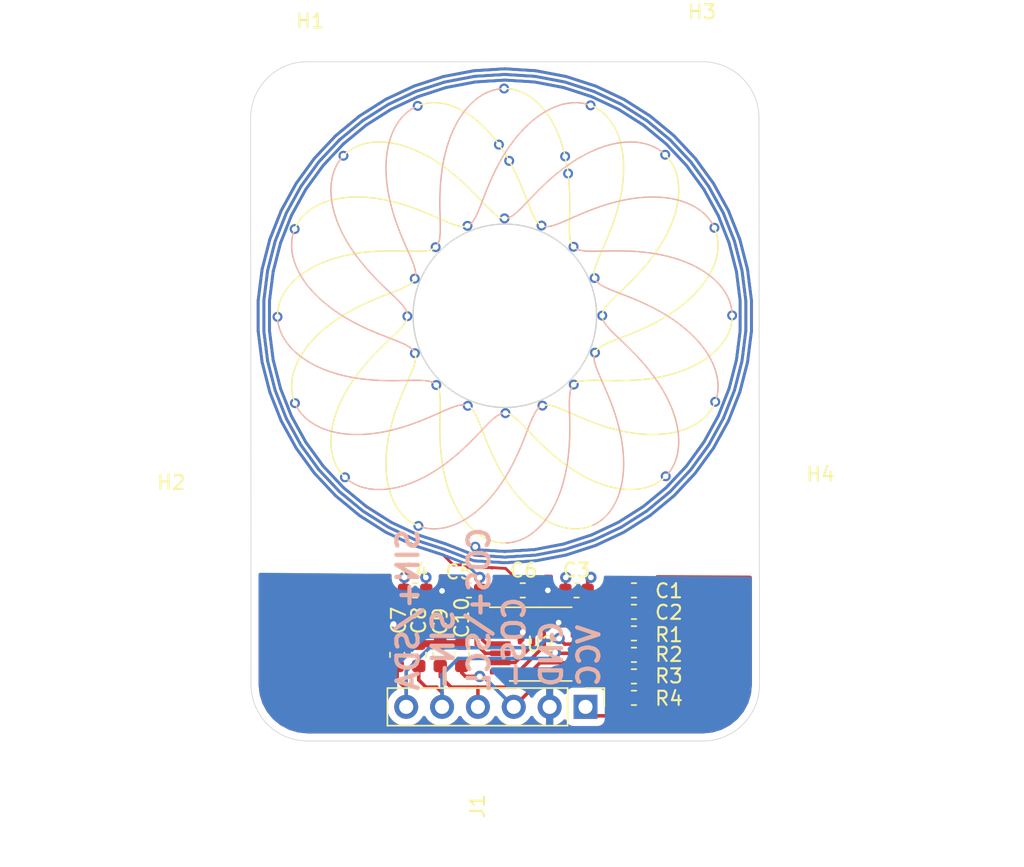
<source format=kicad_pcb>
(kicad_pcb (version 20171130) (host pcbnew 5.1.9+dfsg1-1)
  (layers (0 F.Cu power) (1 In1.Cu signal hide) (2 In2.Cu signal hide) (31 B.Cu power hide) (34 B.Paste user hide) (35 F.Paste user hide) (36 B.SilkS user) (37 F.SilkS user) (38 B.Mask user) (39 F.Mask user) (44 Edge.Cuts user))
  (net 0 "")
  (net 1 GND)
  (net 2 "Net-(C1-Pad2)")
  (net 3 VCC)
  (net 4 SIN+_SDA)
  (net 5 SIN-)
  (net 6 COS+_SCL)
  (net 7 COS-)
  (net 8 RXCB)
  (net 9 RXCA)
  (net 10 TXB)
  (net 11 "Net-(H1-Pad1)")
  (net 12 "Net-(H2-Pad1)")
  (net 13 "Net-(H3-Pad1)")
  (net 14 "Net-(H4-Pad1)")
  (module MountingHole:MountingHole_3.2mm_M3 (layer F.Cu) (at 14 14)
    (fp_text reference H4 (at 8.352 -2.7605) (layer F.SilkS))
    (fp_text value MountingHole_Pad)
    (pad 1 np_thru_hole circle (at 0 0) (size 3.2 3.2) (drill 3.2) (layers *.Cu *.Mask) (net 14 "Net-(H4-Pad1)"))
  )
  (module MountingHole:MountingHole_3.2mm_M3 (layer F.Cu) (at 14 -14)
    (fp_text reference H3 (at -0.03 -7.5265) (layer F.SilkS))
    (fp_text value MountingHole_Pad)
    (pad 1 np_thru_hole circle (at 0 0) (size 3.2 3.2) (drill 3.2) (layers *.Cu *.Mask) (net 13 "Net-(H3-Pad1)"))
  )
  (module MountingHole:MountingHole_3.2mm_M3 (layer F.Cu) (at -14 14)
    (fp_text reference H2 (at -9.622 -2.189) (layer F.SilkS))
    (fp_text value MountingHole_Pad)
    (pad 1 np_thru_hole circle (at 0 0) (size 3.2 3.2) (drill 3.2) (layers *.Cu *.Mask) (net 12 "Net-(H2-Pad1)"))
  )
  (module MountingHole:MountingHole_3.2mm_M3 (layer F.Cu) (at -14 -14)
    (fp_text reference H1 (at 0.2205 -6.8915) (layer F.SilkS))
    (fp_text value MountingHole_Pad)
    (pad 1 np_thru_hole circle (at 0 0) (size 3.2 3.2) (drill 3.2) (layers *.Cu *.Mask) (net 11 "Net-(H1-Pad1)"))
  )
  (module Capacitor_SMD:C_0603_1608Metric (layer F.Cu) (at 9.144 19.4564 180)
    (fp_text reference C1 (at -2.4765 -0.0381) (layer F.SilkS))
    (fp_text value 200nF)
    (pad 2 smd roundrect (at 0.7875 0 180) (size 0.875 0.95) (layers F.Cu F.Paste F.Mask) (net 2 "Net-(C1-Pad2)"))
    (pad 1 smd roundrect (at -0.7875 0 180) (size 0.875 0.95) (layers F.Cu F.Paste F.Mask) (net 1 GND))
  )
  (module Capacitor_SMD:C_0603_1608Metric (layer F.Cu) (at 1.27 19.4564 180)
    (fp_text reference C6 (at -0.0635 1.4224) (layer F.SilkS))
    (fp_text value 1.2n)
    (pad 2 smd roundrect (at 0.7875 0 180) (size 0.875 0.95) (layers F.Cu F.Paste F.Mask) (net 10 TXB))
    (pad 1 smd roundrect (at -0.7875 0 180) (size 0.875 0.95) (layers F.Cu F.Paste F.Mask) (net 1 GND))
  )
  (module Capacitor_SMD:C_0603_1608Metric (layer F.Cu) (at -2.54 19.4564)
    (fp_text reference C5 (at -0.6985 -1.2954) (layer F.SilkS))
    (fp_text value 1.2n)
    (pad 2 smd roundrect (at 0.7875 0) (size 0.875 0.95) (layers F.Cu F.Paste F.Mask) (net 10 TXB))
    (pad 1 smd roundrect (at -0.7875 0) (size 0.875 0.95) (layers F.Cu F.Paste F.Mask) (net 1 GND))
  )
  (module Capacitor_SMD:C_0603_1608Metric (layer F.Cu) (at -3.048 24.0284 90)
    (fp_text reference C10 (at 2.6289 0 90) (layer F.SilkS))
    (fp_text value 47n)
    (pad 2 smd roundrect (at 0.7875 0 90) (size 0.875 0.95) (layers F.Cu F.Paste F.Mask) (net 1 GND))
    (pad 1 smd roundrect (at -0.7875 0 90) (size 0.875 0.95) (layers F.Cu F.Paste F.Mask) (net 7 COS-))
  )
  (module Capacitor_SMD:C_0603_1608Metric (layer F.Cu) (at -7.62 24.0284 90)
    (fp_text reference C7 (at 2.4384 0.1016 90) (layer F.SilkS))
    (fp_text value 47n)
    (pad 2 smd roundrect (at 0.7875 0 90) (size 0.875 0.95) (layers F.Cu F.Paste F.Mask) (net 1 GND))
    (pad 1 smd roundrect (at -0.7875 0 90) (size 0.875 0.95) (layers F.Cu F.Paste F.Mask) (net 4 SIN+_SDA))
  )
  (module Capacitor_SMD:C_0603_1608Metric (layer F.Cu) (at -6.35 19.4564 180)
    (fp_text reference C4 (at 0.0508 1.3716) (layer F.SilkS))
    (fp_text value tbd)
    (pad 2 smd roundrect (at 0.7875 0 180) (size 0.875 0.95) (layers F.Cu F.Paste F.Mask) (net 9 RXCA))
    (pad 1 smd roundrect (at -0.7875 0 180) (size 0.875 0.95) (layers F.Cu F.Paste F.Mask) (net 9 RXCA))
  )
  (module Connector_PinHeader_2.54mm:PinHeader_1x06_P2.54mm_Vertical (layer F.Cu) (at 5.715 27.7114 270)
    (fp_text reference J1 (at 7.0358 7.6454 90) (layer F.SilkS))
    (fp_text value Conn_01x06_Male)
    (pad 6 thru_hole oval (at 0 12.7 270) (size 1.7 1.7) (drill 1) (layers *.Cu *.Mask) (net 4 SIN+_SDA))
    (pad 5 thru_hole oval (at 0 10.16 270) (size 1.7 1.7) (drill 1) (layers *.Cu *.Mask) (net 5 SIN-))
    (pad 4 thru_hole oval (at 0 7.62 270) (size 1.7 1.7) (drill 1) (layers *.Cu *.Mask) (net 6 COS+_SCL))
    (pad 3 thru_hole oval (at 0 5.08 270) (size 1.7 1.7) (drill 1) (layers *.Cu *.Mask) (net 7 COS-))
    (pad 2 thru_hole oval (at 0 2.54 270) (size 1.7 1.7) (drill 1) (layers *.Cu *.Mask) (net 1 GND))
    (pad 1 thru_hole rect (at 0 0 270) (size 1.7 1.7) (drill 1) (layers *.Cu *.Mask) (net 3 VCC))
  )
  (module Resistor_SMD:R_0603_1608Metric (layer F.Cu) (at 9.144 24.0284 180)
    (fp_text reference R2 (at -2.4765 0.0254) (layer F.SilkS))
    (fp_text value 6.8k)
    (pad 2 smd roundrect (at 0.7875 0 180) (size 0.875 0.95) (layers F.Cu F.Paste F.Mask) (net 5 SIN-))
    (pad 1 smd roundrect (at -0.7875 0 180) (size 0.875 0.95) (layers F.Cu F.Paste F.Mask) (net 3 VCC))
  )
  (module Capacitor_SMD:C_0603_1608Metric (layer F.Cu) (at 9.144 20.9804 180)
    (fp_text reference C2 (at -2.4765 -0.0381) (layer F.SilkS))
    (fp_text value 100nF)
    (pad 2 smd roundrect (at 0.7875 0 180) (size 0.875 0.95) (layers F.Cu F.Paste F.Mask) (net 3 VCC))
    (pad 1 smd roundrect (at -0.7875 0 180) (size 0.875 0.95) (layers F.Cu F.Paste F.Mask) (net 1 GND))
  )
  (module Capacitor_SMD:C_0603_1608Metric (layer F.Cu) (at 5.08 19.4564)
    (fp_text reference C3 (at 0 -1.43) (layer F.SilkS))
    (fp_text value tbd)
    (pad 2 smd roundrect (at 0.7875 0) (size 0.875 0.95) (layers F.Cu F.Paste F.Mask) (net 8 RXCB))
    (pad 1 smd roundrect (at -0.7875 0) (size 0.875 0.95) (layers F.Cu F.Paste F.Mask) (net 8 RXCB))
  )
  (module Resistor_SMD:R_0603_1608Metric (layer F.Cu) (at 9.144 27.0764 180)
    (fp_text reference R4 (at -2.4765 -0.0381) (layer F.SilkS))
    (fp_text value 6.8k)
    (pad 2 smd roundrect (at 0.7875 0 180) (size 0.875 0.95) (layers F.Cu F.Paste F.Mask) (net 7 COS-))
    (pad 1 smd roundrect (at -0.7875 0 180) (size 0.875 0.95) (layers F.Cu F.Paste F.Mask) (net 3 VCC))
  )
  (module Capacitor_SMD:C_0603_1608Metric (layer F.Cu) (at -6.096 24.0284 90)
    (fp_text reference C8 (at 2.4384 0 90) (layer F.SilkS))
    (fp_text value 47n)
    (pad 2 smd roundrect (at 0.7875 0 90) (size 0.875 0.95) (layers F.Cu F.Paste F.Mask) (net 1 GND))
    (pad 1 smd roundrect (at -0.7875 0 90) (size 0.875 0.95) (layers F.Cu F.Paste F.Mask) (net 5 SIN-))
  )
  (module Capacitor_SMD:C_0603_1608Metric (layer F.Cu) (at -4.572 24.0284 90)
    (fp_text reference C9 (at 2.3749 0 90) (layer F.SilkS))
    (fp_text value 47n)
    (pad 2 smd roundrect (at 0.7875 0 90) (size 0.875 0.95) (layers F.Cu F.Paste F.Mask) (net 1 GND))
    (pad 1 smd roundrect (at -0.7875 0 90) (size 0.875 0.95) (layers F.Cu F.Paste F.Mask) (net 6 COS+_SCL))
  )
  (module Package_SO:TSSOP-14_4.4x5mm_P0.65mm (layer F.Cu) (at 2.54 23.2664)
    (fp_text reference U2 (at 0 0) (layer F.SilkS))
    (fp_text value AS5715R)
    (pad 14 smd roundrect (at 2.8625 -1.95) (size 1.475 0.4) (layers F.Cu F.Paste F.Mask) (net 2 "Net-(C1-Pad2)"))
    (pad 13 smd roundrect (at 2.8625 -1.3) (size 1.475 0.4) (layers F.Cu F.Paste F.Mask) (net 1 GND))
    (pad 12 smd roundrect (at 2.8625 -0.65) (size 1.475 0.4) (layers F.Cu F.Paste F.Mask) (net 3 VCC))
    (pad 11 smd roundrect (at 2.8625 0) (size 1.475 0.4) (layers F.Cu F.Paste F.Mask) (net 4 SIN+_SDA))
    (pad 10 smd roundrect (at 2.8625 0.65) (size 1.475 0.4) (layers F.Cu F.Paste F.Mask) (net 5 SIN-))
    (pad 9 smd roundrect (at 2.8625 1.3) (size 1.475 0.4) (layers F.Cu F.Paste F.Mask) (net 6 COS+_SCL))
    (pad 8 smd roundrect (at 2.8625 1.95) (size 1.475 0.4) (layers F.Cu F.Paste F.Mask) (net 7 COS-))
    (pad 7 smd roundrect (at -2.8625 1.95) (size 1.475 0.4) (layers F.Cu F.Paste F.Mask) (net 8 RXCB))
    (pad 6 smd roundrect (at -2.8625 1.3) (size 1.475 0.4) (layers F.Cu F.Paste F.Mask) (net 8 RXCB))
    (pad 5 smd roundrect (at -2.8625 0.65) (size 1.475 0.4) (layers F.Cu F.Paste F.Mask) (net 9 RXCA))
    (pad 4 smd roundrect (at -2.8625 0) (size 1.475 0.4) (layers F.Cu F.Paste F.Mask) (net 9 RXCA))
    (pad 3 smd roundrect (at -2.8625 -0.65) (size 1.475 0.4) (layers F.Cu F.Paste F.Mask) (net 1 GND))
    (pad 2 smd roundrect (at -2.8625 -1.3) (size 1.475 0.4) (layers F.Cu F.Paste F.Mask) (net 10 TXB))
    (pad 1 smd roundrect (at -2.8625 -1.95) (size 1.475 0.4) (layers F.Cu F.Paste F.Mask) (net 10 TXB))
  )
  (module Resistor_SMD:R_0603_1608Metric (layer F.Cu) (at 9.144 22.5044 180)
    (fp_text reference R1 (at -2.4765 -0.1016) (layer F.SilkS))
    (fp_text value 6.8k)
    (pad 2 smd roundrect (at 0.7875 0 180) (size 0.875 0.95) (layers F.Cu F.Paste F.Mask) (net 4 SIN+_SDA))
    (pad 1 smd roundrect (at -0.7875 0 180) (size 0.875 0.95) (layers F.Cu F.Paste F.Mask) (net 3 VCC))
  )
  (module Resistor_SMD:R_0603_1608Metric (layer F.Cu) (at 9.144 25.5524 180)
    (fp_text reference R3 (at -2.4765 0.0254) (layer F.SilkS))
    (fp_text value 6.8k)
    (pad 2 smd roundrect (at 0.7875 0 180) (size 0.875 0.95) (layers F.Cu F.Paste F.Mask) (net 6 COS+_SCL))
    (pad 1 smd roundrect (at -0.7875 0 180) (size 0.875 0.95) (layers F.Cu F.Paste F.Mask) (net 3 VCC))
  )
  (gr_line (start -0.043406 6.901319) (end 0 6.9) (layer B.SilkS) (width 0.1))
  (gr_line (start -0.086865 6.905275) (end -0.043406 6.901319) (layer B.SilkS) (width 0.1))
  (gr_line (start -0.130431 6.911864) (end -0.086865 6.905275) (layer B.SilkS) (width 0.1))
  (gr_line (start -0.174156 6.92108) (end -0.130431 6.911864) (layer B.SilkS) (width 0.1))
  (gr_line (start -0.218093 6.932915) (end -0.174156 6.92108) (layer B.SilkS) (width 0.1))
  (gr_line (start -0.262295 6.947356) (end -0.218093 6.932915) (layer B.SilkS) (width 0.1))
  (gr_line (start -0.306814 6.96439) (end -0.262295 6.947356) (layer B.SilkS) (width 0.1))
  (gr_line (start -0.351702 6.984001) (end -0.306814 6.96439) (layer B.SilkS) (width 0.1))
  (gr_line (start -0.39701 7.00617) (end -0.351702 6.984001) (layer B.SilkS) (width 0.1))
  (gr_line (start -0.442789 7.030876) (end -0.39701 7.00617) (layer B.SilkS) (width 0.1))
  (gr_line (start -0.489089 7.058094) (end -0.442789 7.030876) (layer B.SilkS) (width 0.1))
  (gr_line (start -0.53596 7.0878) (end -0.489089 7.058094) (layer B.SilkS) (width 0.1))
  (gr_line (start -0.583451 7.119965) (end -0.53596 7.0878) (layer B.SilkS) (width 0.1))
  (gr_line (start -0.63161 7.154557) (end -0.583451 7.119965) (layer B.SilkS) (width 0.1))
  (gr_line (start -0.680485 7.191544) (end -0.63161 7.154557) (layer B.SilkS) (width 0.1))
  (gr_line (start -0.730122 7.23089) (end -0.680485 7.191544) (layer B.SilkS) (width 0.1))
  (gr_line (start -0.780566 7.272558) (end -0.730122 7.23089) (layer B.SilkS) (width 0.1))
  (gr_line (start -0.831862 7.316508) (end -0.780566 7.272558) (layer B.SilkS) (width 0.1))
  (gr_line (start -0.884054 7.362698) (end -0.831862 7.316508) (layer B.SilkS) (width 0.1))
  (gr_line (start -0.937184 7.411082) (end -0.884054 7.362698) (layer B.SilkS) (width 0.1))
  (gr_line (start -0.991293 7.461616) (end -0.937184 7.411082) (layer B.SilkS) (width 0.1))
  (gr_line (start -1.046422 7.514251) (end -0.991293 7.461616) (layer B.SilkS) (width 0.1))
  (gr_line (start -1.102608 7.568936) (end -1.046422 7.514251) (layer B.SilkS) (width 0.1))
  (gr_line (start -1.15989 7.625618) (end -1.102608 7.568936) (layer B.SilkS) (width 0.1))
  (gr_line (start -1.218303 7.684244) (end -1.15989 7.625618) (layer B.SilkS) (width 0.1))
  (gr_line (start -1.277882 7.744756) (end -1.218303 7.684244) (layer B.SilkS) (width 0.1))
  (gr_line (start -1.338661 7.807098) (end -1.277882 7.744756) (layer B.SilkS) (width 0.1))
  (gr_line (start -1.400671 7.871209) (end -1.338661 7.807098) (layer B.SilkS) (width 0.1))
  (gr_line (start -1.463942 7.937027) (end -1.400671 7.871209) (layer B.SilkS) (width 0.1))
  (gr_line (start -1.528503 8.00449) (end -1.463942 7.937027) (layer B.SilkS) (width 0.1))
  (gr_line (start -1.594381 8.073532) (end -1.528503 8.00449) (layer B.SilkS) (width 0.1))
  (gr_line (start -1.661601 8.144087) (end -1.594381 8.073532) (layer B.SilkS) (width 0.1))
  (gr_line (start -1.730186 8.216086) (end -1.661601 8.144087) (layer B.SilkS) (width 0.1))
  (gr_line (start -1.800159 8.289462) (end -1.730186 8.216086) (layer B.SilkS) (width 0.1))
  (gr_line (start -1.87154 8.364143) (end -1.800159 8.289462) (layer B.SilkS) (width 0.1))
  (gr_line (start -1.944347 8.440056) (end -1.87154 8.364143) (layer B.SilkS) (width 0.1))
  (gr_line (start -2.018596 8.51713) (end -1.944347 8.440056) (layer B.SilkS) (width 0.1))
  (gr_line (start -2.094303 8.595289) (end -2.018596 8.51713) (layer B.SilkS) (width 0.1))
  (gr_line (start -2.171479 8.674458) (end -2.094303 8.595289) (layer B.SilkS) (width 0.1))
  (gr_line (start -2.250136 8.75456) (end -2.171479 8.674458) (layer B.SilkS) (width 0.1))
  (gr_line (start -2.330283 8.835518) (end -2.250136 8.75456) (layer B.SilkS) (width 0.1))
  (gr_line (start -2.411927 8.917254) (end -2.330283 8.835518) (layer B.SilkS) (width 0.1))
  (gr_line (start -2.495072 8.999689) (end -2.411927 8.917254) (layer B.SilkS) (width 0.1))
  (gr_line (start -2.579723 9.082741) (end -2.495072 8.999689) (layer B.SilkS) (width 0.1))
  (gr_line (start -2.665879 9.166332) (end -2.579723 9.082741) (layer B.SilkS) (width 0.1))
  (gr_line (start -2.75354 9.25038) (end -2.665879 9.166332) (layer B.SilkS) (width 0.1))
  (gr_line (start -2.842704 9.334803) (end -2.75354 9.25038) (layer B.SilkS) (width 0.1))
  (gr_line (start -2.933365 9.419518) (end -2.842704 9.334803) (layer B.SilkS) (width 0.1))
  (gr_line (start -3.025517 9.504444) (end -2.933365 9.419518) (layer B.SilkS) (width 0.1))
  (gr_line (start -3.119151 9.589498) (end -3.025517 9.504444) (layer B.SilkS) (width 0.1))
  (gr_line (start -3.214255 9.674596) (end -3.119151 9.589498) (layer B.SilkS) (width 0.1))
  (gr_line (start -3.310817 9.759655) (end -3.214255 9.674596) (layer B.SilkS) (width 0.1))
  (gr_line (start -3.408822 9.844592) (end -3.310817 9.759655) (layer B.SilkS) (width 0.1))
  (gr_line (start -3.508253 9.929324) (end -3.408822 9.844592) (layer B.SilkS) (width 0.1))
  (gr_line (start -3.609091 10.013768) (end -3.508253 9.929324) (layer B.SilkS) (width 0.1))
  (gr_line (start -3.711316 10.09784) (end -3.609091 10.013768) (layer B.SilkS) (width 0.1))
  (gr_line (start -3.814904 10.181457) (end -3.711316 10.09784) (layer B.SilkS) (width 0.1))
  (gr_line (start -3.919831 10.264538) (end -3.814904 10.181457) (layer B.SilkS) (width 0.1))
  (gr_line (start -4.026069 10.346999) (end -3.919831 10.264538) (layer B.SilkS) (width 0.1))
  (gr_line (start -4.133591 10.42876) (end -4.026069 10.346999) (layer B.SilkS) (width 0.1))
  (gr_line (start -4.242366 10.509739) (end -4.133591 10.42876) (layer B.SilkS) (width 0.1))
  (gr_line (start -4.352361 10.589855) (end -4.242366 10.509739) (layer B.SilkS) (width 0.1))
  (gr_line (start -4.463542 10.669029) (end -4.352361 10.589855) (layer B.SilkS) (width 0.1))
  (gr_line (start -4.575874 10.74718) (end -4.463542 10.669029) (layer B.SilkS) (width 0.1))
  (gr_line (start -4.689318 10.824232) (end -4.575874 10.74718) (layer B.SilkS) (width 0.1))
  (gr_line (start -4.803835 10.900106) (end -4.689318 10.824232) (layer B.SilkS) (width 0.1))
  (gr_line (start -4.919383 10.974726) (end -4.803835 10.900106) (layer B.SilkS) (width 0.1))
  (gr_line (start -5.035919 11.048016) (end -4.919383 10.974726) (layer B.SilkS) (width 0.1))
  (gr_line (start -5.1534 11.119901) (end -5.035919 11.048016) (layer B.SilkS) (width 0.1))
  (gr_line (start -5.271778 11.190309) (end -5.1534 11.119901) (layer B.SilkS) (width 0.1))
  (gr_line (start -5.391006 11.259167) (end -5.271778 11.190309) (layer B.SilkS) (width 0.1))
  (gr_line (start -5.511035 11.326404) (end -5.391006 11.259167) (layer B.SilkS) (width 0.1))
  (gr_line (start -5.631813 11.391951) (end -5.511035 11.326404) (layer B.SilkS) (width 0.1))
  (gr_line (start -5.753289 11.45574) (end -5.631813 11.391951) (layer B.SilkS) (width 0.1))
  (gr_line (start -5.875408 11.517703) (end -5.753289 11.45574) (layer B.SilkS) (width 0.1))
  (gr_line (start -5.998116 11.577777) (end -5.875408 11.517703) (layer B.SilkS) (width 0.1))
  (gr_line (start -6.121357 11.635896) (end -5.998116 11.577777) (layer B.SilkS) (width 0.1))
  (gr_line (start -6.245072 11.691999) (end -6.121357 11.635896) (layer B.SilkS) (width 0.1))
  (gr_line (start -6.369204 11.746026) (end -6.245072 11.691999) (layer B.SilkS) (width 0.1))
  (gr_line (start -6.493693 11.797919) (end -6.369204 11.746026) (layer B.SilkS) (width 0.1))
  (gr_line (start -6.618477 11.847619) (end -6.493693 11.797919) (layer B.SilkS) (width 0.1))
  (gr_line (start -6.743495 11.895073) (end -6.618477 11.847619) (layer B.SilkS) (width 0.1))
  (gr_line (start -6.868683 11.940227) (end -6.743495 11.895073) (layer B.SilkS) (width 0.1))
  (gr_line (start -6.993979 11.98303) (end -6.868683 11.940227) (layer B.SilkS) (width 0.1))
  (gr_line (start -7.119316 12.023432) (end -6.993979 11.98303) (layer B.SilkS) (width 0.1))
  (gr_line (start -7.244631 12.061387) (end -7.119316 12.023432) (layer B.SilkS) (width 0.1))
  (gr_line (start -7.369857 12.096849) (end -7.244631 12.061387) (layer B.SilkS) (width 0.1))
  (gr_line (start -7.494927 12.129774) (end -7.369857 12.096849) (layer B.SilkS) (width 0.1))
  (gr_line (start -7.619773 12.160123) (end -7.494927 12.129774) (layer B.SilkS) (width 0.1))
  (gr_line (start -7.744329 12.187855) (end -7.619773 12.160123) (layer B.SilkS) (width 0.1))
  (gr_line (start -7.868525 12.212934) (end -7.744329 12.187855) (layer B.SilkS) (width 0.1))
  (gr_line (start -7.992292 12.235326) (end -7.868525 12.212934) (layer B.SilkS) (width 0.1))
  (gr_line (start -8.115563 12.254997) (end -7.992292 12.235326) (layer B.SilkS) (width 0.1))
  (gr_line (start -8.238267 12.271919) (end -8.115563 12.254997) (layer B.SilkS) (width 0.1))
  (gr_line (start -8.360335 12.286062) (end -8.238267 12.271919) (layer B.SilkS) (width 0.1))
  (gr_line (start -8.481697 12.297402) (end -8.360335 12.286062) (layer B.SilkS) (width 0.1))
  (gr_line (start -8.602284 12.305915) (end -8.481697 12.297402) (layer B.SilkS) (width 0.1))
  (gr_line (start -8.722026 12.311581) (end -8.602284 12.305915) (layer B.SilkS) (width 0.1))
  (gr_line (start -8.840854 12.314379) (end -8.722026 12.311581) (layer B.SilkS) (width 0.1))
  (gr_line (start -8.958698 12.314295) (end -8.840854 12.314379) (layer B.SilkS) (width 0.1))
  (gr_line (start -9.075489 12.311315) (end -8.958698 12.314295) (layer B.SilkS) (width 0.1))
  (gr_line (start -9.191158 12.305426) (end -9.075489 12.311315) (layer B.SilkS) (width 0.1))
  (gr_line (start -9.305636 12.296619) (end -9.191158 12.305426) (layer B.SilkS) (width 0.1))
  (gr_line (start -9.418856 12.284888) (end -9.305636 12.296619) (layer B.SilkS) (width 0.1))
  (gr_line (start -9.53075 12.270228) (end -9.418856 12.284888) (layer B.SilkS) (width 0.1))
  (gr_line (start -9.641251 12.252637) (end -9.53075 12.270228) (layer B.SilkS) (width 0.1))
  (gr_line (start -9.750292 12.232115) (end -9.641251 12.252637) (layer B.SilkS) (width 0.1))
  (gr_line (start -9.857808 12.208665) (end -9.750292 12.232115) (layer B.SilkS) (width 0.1))
  (gr_line (start -9.963735 12.182291) (end -9.857808 12.208665) (layer B.SilkS) (width 0.1))
  (gr_line (start -10.068007 12.153001) (end -9.963735 12.182291) (layer B.SilkS) (width 0.1))
  (gr_line (start -10.170562 12.120804) (end -10.068007 12.153001) (layer B.SilkS) (width 0.1))
  (gr_line (start -10.271337 12.085711) (end -10.170562 12.120804) (layer B.SilkS) (width 0.1))
  (gr_line (start -10.370272 12.047738) (end -10.271337 12.085711) (layer B.SilkS) (width 0.1))
  (gr_line (start -10.467307 12.0069) (end -10.370272 12.047738) (layer B.SilkS) (width 0.1))
  (gr_line (start -10.562381 11.963216) (end -10.467307 12.0069) (layer B.SilkS) (width 0.1))
  (gr_line (start -10.655439 11.916706) (end -10.562381 11.963216) (layer B.SilkS) (width 0.1))
  (gr_line (start -10.746423 11.867394) (end -10.655439 11.916706) (layer B.SilkS) (width 0.1))
  (gr_line (start -10.835279 11.815304) (end -10.746423 11.867394) (layer B.SilkS) (width 0.1))
  (gr_line (start -10.921952 11.760464) (end -10.835279 11.815304) (layer B.SilkS) (width 0.1))
  (gr_line (start -11.006391 11.702903) (end -10.921952 11.760464) (layer B.SilkS) (width 0.1))
  (gr_line (start -11.088544 11.642652) (end -11.006391 11.702903) (layer B.SilkS) (width 0.1))
  (gr_line (start -11.168364 11.579745) (end -11.088544 11.642652) (layer B.SilkS) (width 0.1))
  (gr_line (start -11.245801 11.514217) (end -11.168364 11.579745) (layer B.SilkS) (width 0.1))
  (gr_line (start -11.320811 11.446105) (end -11.245801 11.514217) (layer B.SilkS) (width 0.1))
  (gr_line (start -6.900082 -0.010849) (end -6.900742 0.032551) (layer B.SilkS) (width 0.1))
  (gr_line (start -6.902061 -0.054264) (end -6.900082 -0.010849) (layer B.SilkS) (width 0.1))
  (gr_line (start -6.906675 -0.097745) (end -6.902061 -0.054264) (layer B.SilkS) (width 0.1))
  (gr_line (start -6.913922 -0.141345) (end -6.906675 -0.097745) (layer B.SilkS) (width 0.1))
  (gr_line (start -6.923794 -0.185118) (end -6.913922 -0.141345) (layer B.SilkS) (width 0.1))
  (gr_line (start -6.936281 -0.229117) (end -6.923794 -0.185118) (layer B.SilkS) (width 0.1))
  (gr_line (start -6.951372 -0.273393) (end -6.936281 -0.229117) (layer B.SilkS) (width 0.1))
  (gr_line (start -6.969052 -0.318) (end -6.951372 -0.273393) (layer B.SilkS) (width 0.1))
  (gr_line (start -6.989304 -0.362988) (end -6.969052 -0.318) (layer B.SilkS) (width 0.1))
  (gr_line (start -7.01211 -0.408408) (end -6.989304 -0.362988) (layer B.SilkS) (width 0.1))
  (gr_line (start -7.037446 -0.454313) (end -7.01211 -0.408408) (layer B.SilkS) (width 0.1))
  (gr_line (start -7.065289 -0.500751) (end -7.037446 -0.454313) (layer B.SilkS) (width 0.1))
  (gr_line (start -7.095612 -0.547773) (end -7.065289 -0.500751) (layer B.SilkS) (width 0.1))
  (gr_line (start -7.128386 -0.595426) (end -7.095612 -0.547773) (layer B.SilkS) (width 0.1))
  (gr_line (start -7.163581 -0.64376) (end -7.128386 -0.595426) (layer B.SilkS) (width 0.1))
  (gr_line (start -7.201161 -0.692821) (end -7.163581 -0.64376) (layer B.SilkS) (width 0.1))
  (gr_line (start -7.241091 -0.742655) (end -7.201161 -0.692821) (layer B.SilkS) (width 0.1))
  (gr_line (start -7.283333 -0.793309) (end -7.241091 -0.742655) (layer B.SilkS) (width 0.1))
  (gr_line (start -7.327847 -0.844825) (end -7.283333 -0.793309) (layer B.SilkS) (width 0.1))
  (gr_line (start -7.37459 -0.897247) (end -7.327847 -0.844825) (layer B.SilkS) (width 0.1))
  (gr_line (start -7.423516 -0.950618) (end -7.37459 -0.897247) (layer B.SilkS) (width 0.1))
  (gr_line (start -7.47458 -1.004978) (end -7.423516 -0.950618) (layer B.SilkS) (width 0.1))
  (gr_line (start -7.527732 -1.060367) (end -7.47458 -1.004978) (layer B.SilkS) (width 0.1))
  (gr_line (start -7.582921 -1.116824) (end -7.527732 -1.060367) (layer B.SilkS) (width 0.1))
  (gr_line (start -7.640094 -1.174385) (end -7.582921 -1.116824) (layer B.SilkS) (width 0.1))
  (gr_line (start -7.699197 -1.233087) (end -7.640094 -1.174385) (layer B.SilkS) (width 0.1))
  (gr_line (start -7.760173 -1.292963) (end -7.699197 -1.233087) (layer B.SilkS) (width 0.1))
  (gr_line (start -7.822962 -1.354047) (end -7.760173 -1.292963) (layer B.SilkS) (width 0.1))
  (gr_line (start -7.887506 -1.416369) (end -7.822962 -1.354047) (layer B.SilkS) (width 0.1))
  (gr_line (start -7.953741 -1.47996) (end -7.887506 -1.416369) (layer B.SilkS) (width 0.1))
  (gr_line (start -8.021605 -1.544848) (end -7.953741 -1.47996) (layer B.SilkS) (width 0.1))
  (gr_line (start -8.091031 -1.611059) (end -8.021605 -1.544848) (layer B.SilkS) (width 0.1))
  (gr_line (start -8.161954 -1.678618) (end -8.091031 -1.611059) (layer B.SilkS) (width 0.1))
  (gr_line (start -8.234304 -1.747549) (end -8.161954 -1.678618) (layer B.SilkS) (width 0.1))
  (gr_line (start -8.308013 -1.817872) (end -8.234304 -1.747549) (layer B.SilkS) (width 0.1))
  (gr_line (start -8.383008 -1.889608) (end -8.308013 -1.817872) (layer B.SilkS) (width 0.1))
  (gr_line (start -8.459219 -1.962774) (end -8.383008 -1.889608) (layer B.SilkS) (width 0.1))
  (gr_line (start -8.536571 -2.037386) (end -8.459219 -1.962774) (layer B.SilkS) (width 0.1))
  (gr_line (start -8.614989 -2.113459) (end -8.536571 -2.037386) (layer B.SilkS) (width 0.1))
  (gr_line (start -8.694399 -2.191004) (end -8.614989 -2.113459) (layer B.SilkS) (width 0.1))
  (gr_line (start -8.774722 -2.270033) (end -8.694399 -2.191004) (layer B.SilkS) (width 0.1))
  (gr_line (start -8.855882 -2.350554) (end -8.774722 -2.270033) (layer B.SilkS) (width 0.1))
  (gr_line (start -8.9378 -2.432572) (end -8.855882 -2.350554) (layer B.SilkS) (width 0.1))
  (gr_line (start -9.020397 -2.516094) (end -8.9378 -2.432572) (layer B.SilkS) (width 0.1))
  (gr_line (start -9.103592 -2.60112) (end -9.020397 -2.516094) (layer B.SilkS) (width 0.1))
  (gr_line (start -9.187305 -2.687653) (end -9.103592 -2.60112) (layer B.SilkS) (width 0.1))
  (gr_line (start -9.271454 -2.775691) (end -9.187305 -2.687653) (layer B.SilkS) (width 0.1))
  (gr_line (start -9.355957 -2.865229) (end -9.271454 -2.775691) (layer B.SilkS) (width 0.1))
  (gr_line (start -9.440733 -2.956264) (end -9.355957 -2.865229) (layer B.SilkS) (width 0.1))
  (gr_line (start -9.525699 -3.048787) (end -9.440733 -2.956264) (layer B.SilkS) (width 0.1))
  (gr_line (start -9.610771 -3.142789) (end -9.525699 -3.048787) (layer B.SilkS) (width 0.1))
  (gr_line (start -9.695867 -3.238259) (end -9.610771 -3.142789) (layer B.SilkS) (width 0.1))
  (gr_line (start -9.780904 -3.335184) (end -9.695867 -3.238259) (layer B.SilkS) (width 0.1))
  (gr_line (start -9.865798 -3.433547) (end -9.780904 -3.335184) (layer B.SilkS) (width 0.1))
  (gr_line (start -9.950466 -3.533332) (end -9.865798 -3.433547) (layer B.SilkS) (width 0.1))
  (gr_line (start -10.034824 -3.634518) (end -9.950466 -3.533332) (layer B.SilkS) (width 0.1))
  (gr_line (start -10.11879 -3.737086) (end -10.034824 -3.634518) (layer B.SilkS) (width 0.1))
  (gr_line (start -10.202281 -3.841011) (end -10.11879 -3.737086) (layer B.SilkS) (width 0.1))
  (gr_line (start -10.285215 -3.946268) (end -10.202281 -3.841011) (layer B.SilkS) (width 0.1))
  (gr_line (start -10.367509 -4.05283) (end -10.285215 -3.946268) (layer B.SilkS) (width 0.1))
  (gr_line (start -10.449081 -4.160669) (end -10.367509 -4.05283) (layer B.SilkS) (width 0.1))
  (gr_line (start -10.529852 -4.269751) (end -10.449081 -4.160669) (layer B.SilkS) (width 0.1))
  (gr_line (start -10.60974 -4.380047) (end -10.529852 -4.269751) (layer B.SilkS) (width 0.1))
  (gr_line (start -10.688665 -4.491519) (end -10.60974 -4.380047) (layer B.SilkS) (width 0.1))
  (gr_line (start -10.766549 -4.604132) (end -10.688665 -4.491519) (layer B.SilkS) (width 0.1))
  (gr_line (start -10.843314 -4.717848) (end -10.766549 -4.604132) (layer B.SilkS) (width 0.1))
  (gr_line (start -10.918881 -4.832627) (end -10.843314 -4.717848) (layer B.SilkS) (width 0.1))
  (gr_line (start -10.993176 -4.948426) (end -10.918881 -4.832627) (layer B.SilkS) (width 0.1))
  (gr_line (start -11.066121 -5.065203) (end -10.993176 -4.948426) (layer B.SilkS) (width 0.1))
  (gr_line (start -11.137644 -5.182912) (end -11.066121 -5.065203) (layer B.SilkS) (width 0.1))
  (gr_line (start -11.207671 -5.301507) (end -11.137644 -5.182912) (layer B.SilkS) (width 0.1))
  (gr_line (start -11.276131 -5.42094) (end -11.207671 -5.301507) (layer B.SilkS) (width 0.1))
  (gr_line (start -11.342952 -5.541161) (end -11.276131 -5.42094) (layer B.SilkS) (width 0.1))
  (gr_line (start -11.408066 -5.662119) (end -11.342952 -5.541161) (layer B.SilkS) (width 0.1))
  (gr_line (start -11.471404 -5.78376) (end -11.408066 -5.662119) (layer B.SilkS) (width 0.1))
  (gr_line (start -11.532901 -5.906032) (end -11.471404 -5.78376) (layer B.SilkS) (width 0.1))
  (gr_line (start -11.592492 -6.028879) (end -11.532901 -5.906032) (layer B.SilkS) (width 0.1))
  (gr_line (start -11.650113 -6.152243) (end -11.592492 -6.028879) (layer B.SilkS) (width 0.1))
  (gr_line (start -11.705703 -6.276069) (end -11.650113 -6.152243) (layer B.SilkS) (width 0.1))
  (gr_line (start -11.759202 -6.400295) (end -11.705703 -6.276069) (layer B.SilkS) (width 0.1))
  (gr_line (start -11.810551 -6.524864) (end -11.759202 -6.400295) (layer B.SilkS) (width 0.1))
  (gr_line (start -11.859695 -6.649712) (end -11.810551 -6.524864) (layer B.SilkS) (width 0.1))
  (gr_line (start -11.906579 -6.774778) (end -11.859695 -6.649712) (layer B.SilkS) (width 0.1))
  (gr_line (start -11.95115 -6.9) (end -11.906579 -6.774778) (layer B.SilkS) (width 0.1))
  (gr_line (start -11.993357 -7.025312) (end -11.95115 -6.9) (layer B.SilkS) (width 0.1))
  (gr_line (start -12.033152 -7.15065) (end -11.993357 -7.025312) (layer B.SilkS) (width 0.1))
  (gr_line (start -12.070488 -7.275949) (end -12.033152 -7.15065) (layer B.SilkS) (width 0.1))
  (gr_line (start -12.10532 -7.401142) (end -12.070488 -7.275949) (layer B.SilkS) (width 0.1))
  (gr_line (start -12.137605 -7.526162) (end -12.10532 -7.401142) (layer B.SilkS) (width 0.1))
  (gr_line (start -12.167302 -7.650942) (end -12.137605 -7.526162) (layer B.SilkS) (width 0.1))
  (gr_line (start -12.194375 -7.775414) (end -12.167302 -7.650942) (layer B.SilkS) (width 0.1))
  (gr_line (start -12.218785 -7.899509) (end -12.194375 -7.775414) (layer B.SilkS) (width 0.1))
  (gr_line (start -12.2405 -8.023159) (end -12.218785 -7.899509) (layer B.SilkS) (width 0.1))
  (gr_line (start -12.259487 -8.146295) (end -12.2405 -8.023159) (layer B.SilkS) (width 0.1))
  (gr_line (start -12.275716 -8.268846) (end -12.259487 -8.146295) (layer B.SilkS) (width 0.1))
  (gr_line (start -12.289161 -8.390744) (end -12.275716 -8.268846) (layer B.SilkS) (width 0.1))
  (gr_line (start -12.299796 -8.511919) (end -12.289161 -8.390744) (layer B.SilkS) (width 0.1))
  (gr_line (start -12.307599 -8.632302) (end -12.299796 -8.511919) (layer B.SilkS) (width 0.1))
  (gr_line (start -12.31255 -8.751822) (end -12.307599 -8.632302) (layer B.SilkS) (width 0.1))
  (gr_line (start -12.314629 -8.87041) (end -12.31255 -8.751822) (layer B.SilkS) (width 0.1))
  (gr_line (start -12.313822 -8.987997) (end -12.314629 -8.87041) (layer B.SilkS) (width 0.1))
  (gr_line (start -12.310116 -9.104514) (end -12.313822 -8.987997) (layer B.SilkS) (width 0.1))
  (gr_line (start -12.303498 -9.219892) (end -12.310116 -9.104514) (layer B.SilkS) (width 0.1))
  (gr_line (start -12.293961 -9.334062) (end -12.303498 -9.219892) (layer B.SilkS) (width 0.1))
  (gr_line (start -12.281498 -9.446957) (end -12.293961 -9.334062) (layer B.SilkS) (width 0.1))
  (gr_line (start -12.266106 -9.558508) (end -12.281498 -9.446957) (layer B.SilkS) (width 0.1))
  (gr_line (start -12.247782 -9.668651) (end -12.266106 -9.558508) (layer B.SilkS) (width 0.1))
  (gr_line (start -12.226527 -9.777317) (end -12.247782 -9.668651) (layer B.SilkS) (width 0.1))
  (gr_line (start -12.202345 -9.884442) (end -12.226527 -9.777317) (layer B.SilkS) (width 0.1))
  (gr_line (start -12.175242 -9.98996) (end -12.202345 -9.884442) (layer B.SilkS) (width 0.1))
  (gr_line (start -12.145224 -10.093809) (end -12.175242 -9.98996) (layer B.SilkS) (width 0.1))
  (gr_line (start -12.112301 -10.195925) (end -12.145224 -10.093809) (layer B.SilkS) (width 0.1))
  (gr_line (start -12.076488 -10.296246) (end -12.112301 -10.195925) (layer B.SilkS) (width 0.1))
  (gr_line (start -12.037796 -10.394711) (end -12.076488 -10.296246) (layer B.SilkS) (width 0.1))
  (gr_line (start -11.996245 -10.491261) (end -12.037796 -10.394711) (layer B.SilkS) (width 0.1))
  (gr_line (start -11.951852 -10.585837) (end -11.996245 -10.491261) (layer B.SilkS) (width 0.1))
  (gr_line (start -11.90464 -10.678382) (end -11.951852 -10.585837) (layer B.SilkS) (width 0.1))
  (gr_line (start -11.854631 -10.768839) (end -11.90464 -10.678382) (layer B.SilkS) (width 0.1))
  (gr_line (start -11.801851 -10.857154) (end -11.854631 -10.768839) (layer B.SilkS) (width 0.1))
  (gr_line (start -11.746328 -10.943273) (end -11.801851 -10.857154) (layer B.SilkS) (width 0.1))
  (gr_line (start -11.688091 -11.027145) (end -11.746328 -10.943273) (layer B.SilkS) (width 0.1))
  (gr_line (start -11.627173 -11.10872) (end -11.688091 -11.027145) (layer B.SilkS) (width 0.1))
  (gr_line (start -11.563608 -11.187948) (end -11.627173 -11.10872) (layer B.SilkS) (width 0.1))
  (gr_line (start -11.49743 -11.264783) (end -11.563608 -11.187948) (layer B.SilkS) (width 0.1))
  (gr_line (start -11.428678 -11.339179) (end -11.49743 -11.264783) (layer B.SilkS) (width 0.1))
  (gr_line (start 0.021699 -6.900329) (end -0.021699 -6.900329) (layer B.SilkS) (width 0.1))
  (gr_line (start 0.065125 -6.902967) (end 0.021699 -6.900329) (layer B.SilkS) (width 0.1))
  (gr_line (start 0.108631 -6.908241) (end 0.065125 -6.902967) (layer B.SilkS) (width 0.1))
  (gr_line (start 0.15227 -6.916144) (end 0.108631 -6.908241) (layer B.SilkS) (width 0.1))
  (gr_line (start 0.196095 -6.926671) (end 0.15227 -6.916144) (layer B.SilkS) (width 0.1))
  (gr_line (start 0.240158 -6.93981) (end 0.196095 -6.926671) (layer B.SilkS) (width 0.1))
  (gr_line (start 0.284512 -6.95555) (end 0.240158 -6.93981) (layer B.SilkS) (width 0.1))
  (gr_line (start 0.329209 -6.973875) (end 0.284512 -6.95555) (layer B.SilkS) (width 0.1))
  (gr_line (start 0.3743 -6.994767) (end 0.329209 -6.973875) (layer B.SilkS) (width 0.1))
  (gr_line (start 0.419837 -7.018207) (end 0.3743 -6.994767) (layer B.SilkS) (width 0.1))
  (gr_line (start 0.465871 -7.044173) (end 0.419837 -7.018207) (layer B.SilkS) (width 0.1))
  (gr_line (start 0.51245 -7.072638) (end 0.465871 -7.044173) (layer B.SilkS) (width 0.1))
  (gr_line (start 0.559625 -7.103577) (end 0.51245 -7.072638) (layer B.SilkS) (width 0.1))
  (gr_line (start 0.607444 -7.136959) (end 0.559625 -7.103577) (layer B.SilkS) (width 0.1))
  (gr_line (start 0.655955 -7.172753) (end 0.607444 -7.136959) (layer B.SilkS) (width 0.1))
  (gr_line (start 0.705205 -7.210925) (end 0.655955 -7.172753) (layer B.SilkS) (width 0.1))
  (gr_line (start 0.75524 -7.251437) (end 0.705205 -7.210925) (layer B.SilkS) (width 0.1))
  (gr_line (start 0.806105 -7.294251) (end 0.75524 -7.251437) (layer B.SilkS) (width 0.1))
  (gr_line (start 0.857844 -7.339326) (end 0.806105 -7.294251) (layer B.SilkS) (width 0.1))
  (gr_line (start 0.910499 -7.386618) (end 0.857844 -7.339326) (layer B.SilkS) (width 0.1))
  (gr_line (start 0.964114 -7.436084) (end 0.910499 -7.386618) (layer B.SilkS) (width 0.1))
  (gr_line (start 1.018728 -7.487674) (end 0.964114 -7.436084) (layer B.SilkS) (width 0.1))
  (gr_line (start 1.07438 -7.54134) (end 1.018728 -7.487674) (layer B.SilkS) (width 0.1))
  (gr_line (start 1.131109 -7.59703) (end 1.07438 -7.54134) (layer B.SilkS) (width 0.1))
  (gr_line (start 1.188953 -7.654691) (end 1.131109 -7.59703) (layer B.SilkS) (width 0.1))
  (gr_line (start 1.247945 -7.714268) (end 1.188953 -7.654691) (layer B.SilkS) (width 0.1))
  (gr_line (start 1.30812 -7.775702) (end 1.247945 -7.714268) (layer B.SilkS) (width 0.1))
  (gr_line (start 1.36951 -7.838936) (end 1.30812 -7.775702) (layer B.SilkS) (width 0.1))
  (gr_line (start 1.432147 -7.903909) (end 1.36951 -7.838936) (layer B.SilkS) (width 0.1))
  (gr_line (start 1.49606 -7.970557) (end 1.432147 -7.903909) (layer B.SilkS) (width 0.1))
  (gr_line (start 1.561276 -8.038817) (end 1.49606 -7.970557) (layer B.SilkS) (width 0.1))
  (gr_line (start 1.627821 -8.108624) (end 1.561276 -8.038817) (layer B.SilkS) (width 0.1))
  (gr_line (start 1.695721 -8.17991) (end 1.627821 -8.108624) (layer B.SilkS) (width 0.1))
  (gr_line (start 1.764998 -8.252607) (end 1.695721 -8.17991) (layer B.SilkS) (width 0.1))
  (gr_line (start 1.835673 -8.326644) (end 1.764998 -8.252607) (layer B.SilkS) (width 0.1))
  (gr_line (start 1.907764 -8.40195) (end 1.835673 -8.326644) (layer B.SilkS) (width 0.1))
  (gr_line (start 1.981291 -8.478453) (end 1.907764 -8.40195) (layer B.SilkS) (width 0.1))
  (gr_line (start 2.056267 -8.556078) (end 1.981291 -8.478453) (layer B.SilkS) (width 0.1))
  (gr_line (start 2.132707 -8.634752) (end 2.056267 -8.556078) (layer B.SilkS) (width 0.1))
  (gr_line (start 2.210622 -8.714397) (end 2.132707 -8.634752) (layer B.SilkS) (width 0.1))
  (gr_line (start 2.290023 -8.794937) (end 2.210622 -8.714397) (layer B.SilkS) (width 0.1))
  (gr_line (start 2.370918 -8.876294) (end 2.290023 -8.794937) (layer B.SilkS) (width 0.1))
  (gr_line (start 2.453312 -8.958389) (end 2.370918 -8.876294) (layer B.SilkS) (width 0.1))
  (gr_line (start 2.537209 -9.041143) (end 2.453312 -8.958389) (layer B.SilkS) (width 0.1))
  (gr_line (start 2.622612 -9.124475) (end 2.537209 -9.041143) (layer B.SilkS) (width 0.1))
  (gr_line (start 2.709522 -9.208304) (end 2.622612 -9.124475) (layer B.SilkS) (width 0.1))
  (gr_line (start 2.797935 -9.29255) (end 2.709522 -9.208304) (layer B.SilkS) (width 0.1))
  (gr_line (start 2.887848 -9.377129) (end 2.797935 -9.29255) (layer B.SilkS) (width 0.1))
  (gr_line (start 2.979256 -9.46196) (end 2.887848 -9.377129) (layer B.SilkS) (width 0.1))
  (gr_line (start 3.072149 -9.54696) (end 2.979256 -9.46196) (layer B.SilkS) (width 0.1))
  (gr_line (start 3.16652 -9.632046) (end 3.072149 -9.54696) (layer B.SilkS) (width 0.1))
  (gr_line (start 3.262355 -9.717135) (end 3.16652 -9.632046) (layer B.SilkS) (width 0.1))
  (gr_line (start 3.35964 -9.802144) (end 3.262355 -9.717135) (layer B.SilkS) (width 0.1))
  (gr_line (start 3.45836 -9.886989) (end 3.35964 -9.802144) (layer B.SilkS) (width 0.1))
  (gr_line (start 3.558498 -9.971587) (end 3.45836 -9.886989) (layer B.SilkS) (width 0.1))
  (gr_line (start 3.660032 -10.055855) (end 3.558498 -9.971587) (layer B.SilkS) (width 0.1))
  (gr_line (start 3.762941 -10.139711) (end 3.660032 -10.055855) (layer B.SilkS) (width 0.1))
  (gr_line (start 3.867201 -10.22307) (end 3.762941 -10.139711) (layer B.SilkS) (width 0.1))
  (gr_line (start 3.972788 -10.305851) (end 3.867201 -10.22307) (layer B.SilkS) (width 0.1))
  (gr_line (start 4.079672 -10.387973) (end 3.972788 -10.305851) (layer B.SilkS) (width 0.1))
  (gr_line (start 4.187824 -10.469352) (end 4.079672 -10.387973) (layer B.SilkS) (width 0.1))
  (gr_line (start 4.297213 -10.54991) (end 4.187824 -10.469352) (layer B.SilkS) (width 0.1))
  (gr_line (start 4.407806 -10.629565) (end 4.297213 -10.54991) (layer B.SilkS) (width 0.1))
  (gr_line (start 4.519567 -10.708237) (end 4.407806 -10.629565) (layer B.SilkS) (width 0.1))
  (gr_line (start 4.632459 -10.785849) (end 4.519567 -10.708237) (layer B.SilkS) (width 0.1))
  (gr_line (start 4.746445 -10.862321) (end 4.632459 -10.785849) (layer B.SilkS) (width 0.1))
  (gr_line (start 4.861482 -10.937577) (end 4.746445 -10.862321) (layer B.SilkS) (width 0.1))
  (gr_line (start 4.97753 -11.011542) (end 4.861482 -10.937577) (layer B.SilkS) (width 0.1))
  (gr_line (start 5.094545 -11.084138) (end 4.97753 -11.011542) (layer B.SilkS) (width 0.1))
  (gr_line (start 5.21248 -11.155294) (end 5.094545 -11.084138) (layer B.SilkS) (width 0.1))
  (gr_line (start 5.331289 -11.224936) (end 5.21248 -11.155294) (layer B.SilkS) (width 0.1))
  (gr_line (start 5.450924 -11.292992) (end 5.331289 -11.224936) (layer B.SilkS) (width 0.1))
  (gr_line (start 5.571333 -11.359393) (end 5.450924 -11.292992) (layer B.SilkS) (width 0.1))
  (gr_line (start 5.692467 -11.42407) (end 5.571333 -11.359393) (layer B.SilkS) (width 0.1))
  (gr_line (start 5.814271 -11.486954) (end 5.692467 -11.42407) (layer B.SilkS) (width 0.1))
  (gr_line (start 5.936692 -11.54798) (end 5.814271 -11.486954) (layer B.SilkS) (width 0.1))
  (gr_line (start 6.059673 -11.607084) (end 5.936692 -11.54798) (layer B.SilkS) (width 0.1))
  (gr_line (start 6.183159 -11.664203) (end 6.059673 -11.607084) (layer B.SilkS) (width 0.1))
  (gr_line (start 6.30709 -11.719276) (end 6.183159 -11.664203) (layer B.SilkS) (width 0.1))
  (gr_line (start 6.431408 -11.772243) (end 6.30709 -11.719276) (layer B.SilkS) (width 0.1))
  (gr_line (start 6.556052 -11.823046) (end 6.431408 -11.772243) (layer B.SilkS) (width 0.1))
  (gr_line (start 6.680961 -11.87163) (end 6.556052 -11.823046) (layer B.SilkS) (width 0.1))
  (gr_line (start 6.806072 -11.917941) (end 6.680961 -11.87163) (layer B.SilkS) (width 0.1))
  (gr_line (start 6.931322 -11.961925) (end 6.806072 -11.917941) (layer B.SilkS) (width 0.1))
  (gr_line (start 7.056646 -12.003534) (end 6.931322 -11.961925) (layer B.SilkS) (width 0.1))
  (gr_line (start 7.181981 -12.042718) (end 7.056646 -12.003534) (layer B.SilkS) (width 0.1))
  (gr_line (start 7.307259 -12.079432) (end 7.181981 -12.042718) (layer B.SilkS) (width 0.1))
  (gr_line (start 7.432416 -12.113631) (end 7.307259 -12.079432) (layer B.SilkS) (width 0.1))
  (gr_line (start 7.557382 -12.145273) (end 7.432416 -12.113631) (layer B.SilkS) (width 0.1))
  (gr_line (start 7.682092 -12.174318) (end 7.557382 -12.145273) (layer B.SilkS) (width 0.1))
  (gr_line (start 7.806476 -12.200728) (end 7.682092 -12.174318) (layer B.SilkS) (width 0.1))
  (gr_line (start 7.930466 -12.224468) (end 7.806476 -12.200728) (layer B.SilkS) (width 0.1))
  (gr_line (start 8.053994 -12.245503) (end 7.930466 -12.224468) (layer B.SilkS) (width 0.1))
  (gr_line (start 8.17699 -12.263804) (end 8.053994 -12.245503) (layer B.SilkS) (width 0.1))
  (gr_line (start 8.299385 -12.279339) (end 8.17699 -12.263804) (layer B.SilkS) (width 0.1))
  (gr_line (start 8.421109 -12.292084) (end 8.299385 -12.279339) (layer B.SilkS) (width 0.1))
  (gr_line (start 8.542092 -12.302013) (end 8.421109 -12.292084) (layer B.SilkS) (width 0.1))
  (gr_line (start 8.662265 -12.309105) (end 8.542092 -12.302013) (layer B.SilkS) (width 0.1))
  (gr_line (start 8.781559 -12.313339) (end 8.662265 -12.309105) (layer B.SilkS) (width 0.1))
  (gr_line (start 8.899903 -12.314699) (end 8.781559 -12.313339) (layer B.SilkS) (width 0.1))
  (gr_line (start 9.017229 -12.313168) (end 8.899903 -12.314699) (layer B.SilkS) (width 0.1))
  (gr_line (start 9.133468 -12.308735) (end 9.017229 -12.313168) (layer B.SilkS) (width 0.1))
  (gr_line (start 9.24855 -12.301388) (end 9.133468 -12.308735) (layer B.SilkS) (width 0.1))
  (gr_line (start 9.362408 -12.29112) (end 9.24855 -12.301388) (layer B.SilkS) (width 0.1))
  (gr_line (start 9.474973 -12.277925) (end 9.362408 -12.29112) (layer B.SilkS) (width 0.1))
  (gr_line (start 9.586179 -12.261799) (end 9.474973 -12.277925) (layer B.SilkS) (width 0.1))
  (gr_line (start 9.695958 -12.242743) (end 9.586179 -12.261799) (layer B.SilkS) (width 0.1))
  (gr_line (start 9.804245 -12.220756) (end 9.695958 -12.242743) (layer B.SilkS) (width 0.1))
  (gr_line (start 9.910974 -12.195843) (end 9.804245 -12.220756) (layer B.SilkS) (width 0.1))
  (gr_line (start 10.016082 -12.16801) (end 9.910974 -12.195843) (layer B.SilkS) (width 0.1))
  (gr_line (start 10.119503 -12.137265) (end 10.016082 -12.16801) (layer B.SilkS) (width 0.1))
  (gr_line (start 10.221176 -12.103619) (end 10.119503 -12.137265) (layer B.SilkS) (width 0.1))
  (gr_line (start 10.321039 -12.067084) (end 10.221176 -12.103619) (layer B.SilkS) (width 0.1))
  (gr_line (start 10.419031 -12.027676) (end 10.321039 -12.067084) (layer B.SilkS) (width 0.1))
  (gr_line (start 10.515093 -11.985412) (end 10.419031 -12.027676) (layer B.SilkS) (width 0.1))
  (gr_line (start 10.609166 -11.940313) (end 10.515093 -11.985412) (layer B.SilkS) (width 0.1))
  (gr_line (start 10.701194 -11.892399) (end 10.609166 -11.940313) (layer B.SilkS) (width 0.1))
  (gr_line (start 10.79112 -11.841694) (end 10.701194 -11.892399) (layer B.SilkS) (width 0.1))
  (gr_line (start 10.878891 -11.788226) (end 10.79112 -11.841694) (layer B.SilkS) (width 0.1))
  (gr_line (start 10.964454 -11.732022) (end 10.878891 -11.788226) (layer B.SilkS) (width 0.1))
  (gr_line (start 11.047756 -11.673112) (end 10.964454 -11.732022) (layer B.SilkS) (width 0.1))
  (gr_line (start 11.128749 -11.611529) (end 11.047756 -11.673112) (layer B.SilkS) (width 0.1))
  (gr_line (start 11.207383 -11.547307) (end 11.128749 -11.611529) (layer B.SilkS) (width 0.1))
  (gr_line (start 11.283612 -11.480482) (end 11.207383 -11.547307) (layer B.SilkS) (width 0.1))
  (gr_line (start 11.357392 -11.411093) (end 11.283612 -11.480482) (layer B.SilkS) (width 0.1))
  (gr_line (start 6.900742 0.032551) (end 6.900082 -0.010849) (layer B.SilkS) (width 0.1))
  (gr_line (start 6.904039 0.075992) (end 6.900742 0.032551) (layer B.SilkS) (width 0.1))
  (gr_line (start 6.90997 0.119527) (end 6.904039 0.075992) (layer B.SilkS) (width 0.1))
  (gr_line (start 6.918531 0.163207) (end 6.90997 0.119527) (layer B.SilkS) (width 0.1))
  (gr_line (start 6.929711 0.207086) (end 6.918531 0.163207) (layer B.SilkS) (width 0.1))
  (gr_line (start 6.943502 0.251217) (end 6.929711 0.207086) (layer B.SilkS) (width 0.1))
  (gr_line (start 6.95989 0.295652) (end 6.943502 0.251217) (layer B.SilkS) (width 0.1))
  (gr_line (start 6.978858 0.340443) (end 6.95989 0.295652) (layer B.SilkS) (width 0.1))
  (gr_line (start 7.000389 0.385641) (end 6.978858 0.340443) (layer B.SilkS) (width 0.1))
  (gr_line (start 7.024463 0.431297) (end 7.000389 0.385641) (layer B.SilkS) (width 0.1))
  (gr_line (start 7.051056 0.477462) (end 7.024463 0.431297) (layer B.SilkS) (width 0.1))
  (gr_line (start 7.080142 0.524186) (end 7.051056 0.477462) (layer B.SilkS) (width 0.1))
  (gr_line (start 7.111695 0.571518) (end 7.080142 0.524186) (layer B.SilkS) (width 0.1))
  (gr_line (start 7.145683 0.619505) (end 7.111695 0.571518) (layer B.SilkS) (width 0.1))
  (gr_line (start 7.182075 0.668197) (end 7.145683 0.619505) (layer B.SilkS) (width 0.1))
  (gr_line (start 7.220835 0.717639) (end 7.182075 0.668197) (layer B.SilkS) (width 0.1))
  (gr_line (start 7.261926 0.767877) (end 7.220835 0.717639) (layer B.SilkS) (width 0.1))
  (gr_line (start 7.305309 0.818956) (end 7.261926 0.767877) (layer B.SilkS) (width 0.1))
  (gr_line (start 7.350943 0.87092) (end 7.305309 0.818956) (layer B.SilkS) (width 0.1))
  (gr_line (start 7.398783 0.923811) (end 7.350943 0.87092) (layer B.SilkS) (width 0.1))
  (gr_line (start 7.448784 0.977672) (end 7.398783 0.923811) (layer B.SilkS) (width 0.1))
  (gr_line (start 7.500898 1.032542) (end 7.448784 0.977672) (layer B.SilkS) (width 0.1))
  (gr_line (start 7.555075 1.08846) (end 7.500898 1.032542) (layer B.SilkS) (width 0.1))
  (gr_line (start 7.611263 1.145464) (end 7.555075 1.08846) (layer B.SilkS) (width 0.1))
  (gr_line (start 7.669408 1.203591) (end 7.611263 1.145464) (layer B.SilkS) (width 0.1))
  (gr_line (start 7.729454 1.262876) (end 7.669408 1.203591) (layer B.SilkS) (width 0.1))
  (gr_line (start 7.791344 1.323352) (end 7.729454 1.262876) (layer B.SilkS) (width 0.1))
  (gr_line (start 7.855019 1.385051) (end 7.791344 1.323352) (layer B.SilkS) (width 0.1))
  (gr_line (start 7.920416 1.448004) (end 7.855019 1.385051) (layer B.SilkS) (width 0.1))
  (gr_line (start 7.987473 1.51224) (end 7.920416 1.448004) (layer B.SilkS) (width 0.1))
  (gr_line (start 8.056127 1.577786) (end 7.987473 1.51224) (layer B.SilkS) (width 0.1))
  (gr_line (start 8.12631 1.644669) (end 8.056127 1.577786) (layer B.SilkS) (width 0.1))
  (gr_line (start 8.197955 1.712911) (end 8.12631 1.644669) (layer B.SilkS) (width 0.1))
  (gr_line (start 8.270993 1.782535) (end 8.197955 1.712911) (layer B.SilkS) (width 0.1))
  (gr_line (start 8.345354 1.853562) (end 8.270993 1.782535) (layer B.SilkS) (width 0.1))
  (gr_line (start 8.420966 1.926011) (end 8.345354 1.853562) (layer B.SilkS) (width 0.1))
  (gr_line (start 8.497757 1.999898) (end 8.420966 1.926011) (layer B.SilkS) (width 0.1))
  (gr_line (start 8.575651 2.075239) (end 8.497757 1.999898) (layer B.SilkS) (width 0.1))
  (gr_line (start 8.654575 2.152047) (end 8.575651 2.075239) (layer B.SilkS) (width 0.1))
  (gr_line (start 8.734451 2.230333) (end 8.654575 2.152047) (layer B.SilkS) (width 0.1))
  (gr_line (start 8.815203 2.310106) (end 8.734451 2.230333) (layer B.SilkS) (width 0.1))
  (gr_line (start 8.896752 2.391375) (end 8.815203 2.310106) (layer B.SilkS) (width 0.1))
  (gr_line (start 8.979019 2.474145) (end 8.896752 2.391375) (layer B.SilkS) (width 0.1))
  (gr_line (start 9.061925 2.558419) (end 8.979019 2.474145) (layer B.SilkS) (width 0.1))
  (gr_line (start 9.145389 2.644199) (end 9.061925 2.558419) (layer B.SilkS) (width 0.1))
  (gr_line (start 9.22933 2.731484) (end 9.145389 2.644199) (layer B.SilkS) (width 0.1))
  (gr_line (start 9.313666 2.820273) (end 9.22933 2.731484) (layer B.SilkS) (width 0.1))
  (gr_line (start 9.398316 2.91056) (end 9.313666 2.820273) (layer B.SilkS) (width 0.1))
  (gr_line (start 9.483198 3.00234) (end 9.398316 2.91056) (layer B.SilkS) (width 0.1))
  (gr_line (start 9.568227 3.095604) (end 9.483198 3.00234) (layer B.SilkS) (width 0.1))
  (gr_line (start 9.653322 3.190342) (end 9.568227 3.095604) (layer B.SilkS) (width 0.1))
  (gr_line (start 9.738398 3.286541) (end 9.653322 3.190342) (layer B.SilkS) (width 0.1))
  (gr_line (start 9.823374 3.384186) (end 9.738398 3.286541) (layer B.SilkS) (width 0.1))
  (gr_line (start 9.908165 3.483263) (end 9.823374 3.384186) (layer B.SilkS) (width 0.1))
  (gr_line (start 9.992689 3.583751) (end 9.908165 3.483263) (layer B.SilkS) (width 0.1))
  (gr_line (start 10.076861 3.685631) (end 9.992689 3.583751) (layer B.SilkS) (width 0.1))
  (gr_line (start 10.1606 3.78888) (end 10.076861 3.685631) (layer B.SilkS) (width 0.1))
  (gr_line (start 10.243823 3.893475) (end 10.1606 3.78888) (layer B.SilkS) (width 0.1))
  (gr_line (start 10.326447 3.999388) (end 10.243823 3.893475) (layer B.SilkS) (width 0.1))
  (gr_line (start 10.40839 4.106592) (end 10.326447 3.999388) (layer B.SilkS) (width 0.1))
  (gr_line (start 10.489572 4.215056) (end 10.40839 4.106592) (layer B.SilkS) (width 0.1))
  (gr_line (start 10.569911 4.32475) (end 10.489572 4.215056) (layer B.SilkS) (width 0.1))
  (gr_line (start 10.649328 4.435638) (end 10.569911 4.32475) (layer B.SilkS) (width 0.1))
  (gr_line (start 10.727743 4.547685) (end 10.649328 4.435638) (layer B.SilkS) (width 0.1))
  (gr_line (start 10.805077 4.660855) (end 10.727743 4.547685) (layer B.SilkS) (width 0.1))
  (gr_line (start 10.881252 4.775107) (end 10.805077 4.660855) (layer B.SilkS) (width 0.1))
  (gr_line (start 10.956192 4.890401) (end 10.881252 4.775107) (layer B.SilkS) (width 0.1))
  (gr_line (start 11.029822 5.006695) (end 10.956192 4.890401) (layer B.SilkS) (width 0.1))
  (gr_line (start 11.102065 5.123944) (end 11.029822 5.006695) (layer B.SilkS) (width 0.1))
  (gr_line (start 11.172849 5.242102) (end 11.102065 5.123944) (layer B.SilkS) (width 0.1))
  (gr_line (start 11.242102 5.361122) (end 11.172849 5.242102) (layer B.SilkS) (width 0.1))
  (gr_line (start 11.309751 5.480955) (end 11.242102 5.361122) (layer B.SilkS) (width 0.1))
  (gr_line (start 11.375727 5.601551) (end 11.309751 5.480955) (layer B.SilkS) (width 0.1))
  (gr_line (start 11.439961 5.722857) (end 11.375727 5.601551) (layer B.SilkS) (width 0.1))
  (gr_line (start 11.502387 5.844821) (end 11.439961 5.722857) (layer B.SilkS) (width 0.1))
  (gr_line (start 11.562939 5.967387) (end 11.502387 5.844821) (layer B.SilkS) (width 0.1))
  (gr_line (start 11.621553 6.0905) (end 11.562939 5.967387) (layer B.SilkS) (width 0.1))
  (gr_line (start 11.678166 6.214102) (end 11.621553 6.0905) (layer B.SilkS) (width 0.1))
  (gr_line (start 11.732718 6.338136) (end 11.678166 6.214102) (layer B.SilkS) (width 0.1))
  (gr_line (start 11.785149 6.462541) (end 11.732718 6.338136) (layer B.SilkS) (width 0.1))
  (gr_line (start 11.835403 6.587257) (end 11.785149 6.462541) (layer B.SilkS) (width 0.1))
  (gr_line (start 11.883423 6.712222) (end 11.835403 6.587257) (layer B.SilkS) (width 0.1))
  (gr_line (start 11.929157 6.837373) (end 11.883423 6.712222) (layer B.SilkS) (width 0.1))
  (gr_line (start 11.972552 6.962648) (end 11.929157 6.837373) (layer B.SilkS) (width 0.1))
  (gr_line (start 12.013559 7.087982) (end 11.972552 6.962648) (layer B.SilkS) (width 0.1))
  (gr_line (start 12.05213 7.213308) (end 12.013559 7.087982) (layer B.SilkS) (width 0.1))
  (gr_line (start 12.088219 7.338563) (end 12.05213 7.213308) (layer B.SilkS) (width 0.1))
  (gr_line (start 12.121783 7.463678) (end 12.088219 7.338563) (layer B.SilkS) (width 0.1))
  (gr_line (start 12.152779 7.588586) (end 12.121783 7.463678) (layer B.SilkS) (width 0.1))
  (gr_line (start 12.181169 7.713221) (end 12.152779 7.588586) (layer B.SilkS) (width 0.1))
  (gr_line (start 12.206915 7.837513) (end 12.181169 7.713221) (layer B.SilkS) (width 0.1))
  (gr_line (start 12.229981 7.961394) (end 12.206915 7.837513) (layer B.SilkS) (width 0.1))
  (gr_line (start 12.250336 8.084796) (end 12.229981 7.961394) (layer B.SilkS) (width 0.1))
  (gr_line (start 12.267948 8.207648) (end 12.250336 8.084796) (layer B.SilkS) (width 0.1))
  (gr_line (start 12.282788 8.329881) (end 12.267948 8.207648) (layer B.SilkS) (width 0.1))
  (gr_line (start 12.294831 8.451427) (end 12.282788 8.329881) (layer B.SilkS) (width 0.1))
  (gr_line (start 12.304053 8.572214) (end 12.294831 8.451427) (layer B.SilkS) (width 0.1))
  (gr_line (start 12.310432 8.692174) (end 12.304053 8.572214) (layer B.SilkS) (width 0.1))
  (gr_line (start 12.313949 8.811237) (end 12.310432 8.692174) (layer B.SilkS) (width 0.1))
  (gr_line (start 12.314588 8.929333) (end 12.313949 8.811237) (layer B.SilkS) (width 0.1))
  (gr_line (start 12.312332 9.046394) (end 12.314588 8.929333) (layer B.SilkS) (width 0.1))
  (gr_line (start 12.307171 9.162349) (end 12.312332 9.046394) (layer B.SilkS) (width 0.1))
  (gr_line (start 12.299095 9.277132) (end 12.307171 9.162349) (layer B.SilkS) (width 0.1))
  (gr_line (start 12.288096 9.390673) (end 12.299095 9.277132) (layer B.SilkS) (width 0.1))
  (gr_line (start 12.274168 9.502905) (end 12.288096 9.390673) (layer B.SilkS) (width 0.1))
  (gr_line (start 12.25731 9.61376) (end 12.274168 9.502905) (layer B.SilkS) (width 0.1))
  (gr_line (start 12.237521 9.723172) (end 12.25731 9.61376) (layer B.SilkS) (width 0.1))
  (gr_line (start 12.214802 9.831076) (end 12.237521 9.723172) (layer B.SilkS) (width 0.1))
  (gr_line (start 12.189158 9.937406) (end 12.214802 9.831076) (layer B.SilkS) (width 0.1))
  (gr_line (start 12.160596 10.042097) (end 12.189158 9.937406) (layer B.SilkS) (width 0.1))
  (gr_line (start 12.129125 10.145087) (end 12.160596 10.042097) (layer B.SilkS) (width 0.1))
  (gr_line (start 12.094755 10.246314) (end 12.129125 10.145087) (layer B.SilkS) (width 0.1))
  (gr_line (start 12.057501 10.345714) (end 12.094755 10.246314) (layer B.SilkS) (width 0.1))
  (gr_line (start 12.017377 10.443229) (end 12.057501 10.345714) (layer B.SilkS) (width 0.1))
  (gr_line (start 11.974402 10.5388) (end 12.017377 10.443229) (layer B.SilkS) (width 0.1))
  (gr_line (start 11.928597 10.632367) (end 11.974402 10.5388) (layer B.SilkS) (width 0.1))
  (gr_line (start 11.879983 10.723875) (end 11.928597 10.632367) (layer B.SilkS) (width 0.1))
  (gr_line (start 11.828585 10.813267) (end 11.879983 10.723875) (layer B.SilkS) (width 0.1))
  (gr_line (start 11.77443 10.900491) (end 11.828585 10.813267) (layer B.SilkS) (width 0.1))
  (gr_line (start 11.717547 10.985493) (end 11.77443 10.900491) (layer B.SilkS) (width 0.1))
  (gr_line (start 11.657965 11.068223) (end 11.717547 10.985493) (layer B.SilkS) (width 0.1))
  (gr_line (start 11.595719 11.14863) (end 11.657965 11.068223) (layer B.SilkS) (width 0.1))
  (gr_line (start 11.530843 11.226668) (end 11.595719 11.14863) (layer B.SilkS) (width 0.1))
  (gr_line (start 11.463373 11.302289) (end 11.530843 11.226668) (layer B.SilkS) (width 0.1))
  (gr_line (start 11.393349 11.375449) (end 11.463373 11.302289) (layer B.SilkS) (width 0.1))
  (gr_line (start 0 6.9) (end 0.043406 6.901319) (layer B.SilkS) (width 0.1))
  (gr_line (start -0.073056 11.615484) (end 0 11.5) (layer B.SilkS) (width 0.1))
  (gr_line (start -0.147564 11.730426) (end -0.073056 11.615484) (layer B.SilkS) (width 0.1))
  (gr_line (start -0.223518 11.84474) (end -0.147564 11.730426) (layer B.SilkS) (width 0.1))
  (gr_line (start -0.30091 11.958339) (end -0.223518 11.84474) (layer B.SilkS) (width 0.1))
  (gr_line (start -0.37973 12.071135) (end -0.30091 11.958339) (layer B.SilkS) (width 0.1))
  (gr_line (start -0.459968 12.183044) (end -0.37973 12.071135) (layer B.SilkS) (width 0.1))
  (gr_line (start -0.541608 12.293979) (end -0.459968 12.183044) (layer B.SilkS) (width 0.1))
  (gr_line (start -0.624637 12.403855) (end -0.541608 12.293979) (layer B.SilkS) (width 0.1))
  (gr_line (start -0.709035 12.512587) (end -0.624637 12.403855) (layer B.SilkS) (width 0.1))
  (gr_line (start -0.794785 12.620092) (end -0.709035 12.512587) (layer B.SilkS) (width 0.1))
  (gr_line (start -0.881865 12.726285) (end -0.794785 12.620092) (layer B.SilkS) (width 0.1))
  (gr_line (start -0.970252 12.831085) (end -0.881865 12.726285) (layer B.SilkS) (width 0.1))
  (gr_line (start -1.059921 12.934409) (end -0.970252 12.831085) (layer B.SilkS) (width 0.1))
  (gr_line (start -1.150845 13.036177) (end -1.059921 12.934409) (layer B.SilkS) (width 0.1))
  (gr_line (start -1.242997 13.136309) (end -1.150845 13.036177) (layer B.SilkS) (width 0.1))
  (gr_line (start -1.336345 13.234726) (end -1.242997 13.136309) (layer B.SilkS) (width 0.1))
  (gr_line (start -1.430859 13.33135) (end -1.336345 13.234726) (layer B.SilkS) (width 0.1))
  (gr_line (start -1.526503 13.426105) (end -1.430859 13.33135) (layer B.SilkS) (width 0.1))
  (gr_line (start -1.623244 13.518915) (end -1.526503 13.426105) (layer B.SilkS) (width 0.1))
  (gr_line (start -1.721045 13.609707) (end -1.623244 13.518915) (layer B.SilkS) (width 0.1))
  (gr_line (start -1.819866 13.698407) (end -1.721045 13.609707) (layer B.SilkS) (width 0.1))
  (gr_line (start -1.919668 13.784946) (end -1.819866 13.698407) (layer B.SilkS) (width 0.1))
  (gr_line (start -2.02041 13.869253) (end -1.919668 13.784946) (layer B.SilkS) (width 0.1))
  (gr_line (start -2.122047 13.95126) (end -2.02041 13.869253) (layer B.SilkS) (width 0.1))
  (gr_line (start -2.224538 14.030901) (end -2.122047 13.95126) (layer B.SilkS) (width 0.1))
  (gr_line (start -2.327834 14.108111) (end -2.224538 14.030901) (layer B.SilkS) (width 0.1))
  (gr_line (start -2.43189 14.182827) (end -2.327834 14.108111) (layer B.SilkS) (width 0.1))
  (gr_line (start -2.536656 14.254988) (end -2.43189 14.182827) (layer B.SilkS) (width 0.1))
  (gr_line (start -2.642084 14.324535) (end -2.536656 14.254988) (layer B.SilkS) (width 0.1))
  (gr_line (start -2.748122 14.39141) (end -2.642084 14.324535) (layer B.SilkS) (width 0.1))
  (gr_line (start -2.854719 14.455558) (end -2.748122 14.39141) (layer B.SilkS) (width 0.1))
  (gr_line (start -2.961822 14.516926) (end -2.854719 14.455558) (layer B.SilkS) (width 0.1))
  (gr_line (start -3.069377 14.575461) (end -2.961822 14.516926) (layer B.SilkS) (width 0.1))
  (gr_line (start -3.177328 14.631114) (end -3.069377 14.575461) (layer B.SilkS) (width 0.1))
  (gr_line (start -3.285621 14.683839) (end -3.177328 14.631114) (layer B.SilkS) (width 0.1))
  (gr_line (start -3.394197 14.73359) (end -3.285621 14.683839) (layer B.SilkS) (width 0.1))
  (gr_line (start -3.503001 14.780324) (end -3.394197 14.73359) (layer B.SilkS) (width 0.1))
  (gr_line (start -3.611973 14.824001) (end -3.503001 14.780324) (layer B.SilkS) (width 0.1))
  (gr_line (start -3.721055 14.864582) (end -3.611973 14.824001) (layer B.SilkS) (width 0.1))
  (gr_line (start -3.830187 14.902032) (end -3.721055 14.864582) (layer B.SilkS) (width 0.1))
  (gr_line (start -3.93931 14.936316) (end -3.830187 14.902032) (layer B.SilkS) (width 0.1))
  (gr_line (start -4.048363 14.967403) (end -3.93931 14.936316) (layer B.SilkS) (width 0.1))
  (gr_line (start -4.157285 14.995264) (end -4.048363 14.967403) (layer B.SilkS) (width 0.1))
  (gr_line (start -4.266014 15.019873) (end -4.157285 14.995264) (layer B.SilkS) (width 0.1))
  (gr_line (start -4.37449 15.041205) (end -4.266014 15.019873) (layer B.SilkS) (width 0.1))
  (gr_line (start -4.482651 15.059239) (end -4.37449 15.041205) (layer B.SilkS) (width 0.1))
  (gr_line (start -4.590434 15.073955) (end -4.482651 15.059239) (layer B.SilkS) (width 0.1))
  (gr_line (start -4.697778 15.085337) (end -4.590434 15.073955) (layer B.SilkS) (width 0.1))
  (gr_line (start -4.804621 15.09337) (end -4.697778 15.085337) (layer B.SilkS) (width 0.1))
  (gr_line (start -4.910901 15.098042) (end -4.804621 15.09337) (layer B.SilkS) (width 0.1))
  (gr_line (start -5.016555 15.099345) (end -4.910901 15.098042) (layer B.SilkS) (width 0.1))
  (gr_line (start -5.121524 15.097271) (end -5.016555 15.099345) (layer B.SilkS) (width 0.1))
  (gr_line (start -5.225744 15.091816) (end -5.121524 15.097271) (layer B.SilkS) (width 0.1))
  (gr_line (start -5.329155 15.082978) (end -5.225744 15.091816) (layer B.SilkS) (width 0.1))
  (gr_line (start -5.431696 15.070758) (end -5.329155 15.082978) (layer B.SilkS) (width 0.1))
  (gr_line (start -5.533308 15.055159) (end -5.431696 15.070758) (layer B.SilkS) (width 0.1))
  (gr_line (start -5.633929 15.036187) (end -5.533308 15.055159) (layer B.SilkS) (width 0.1))
  (gr_line (start -5.733502 15.01385) (end -5.633929 15.036187) (layer B.SilkS) (width 0.1))
  (gr_line (start -5.831967 14.988158) (end -5.733502 15.01385) (layer B.SilkS) (width 0.1))
  (gr_line (start -5.929267 14.959125) (end -5.831967 14.988158) (layer B.SilkS) (width 0.1))
  (gr_line (start -6.025345 14.926766) (end -5.929267 14.959125) (layer B.SilkS) (width 0.1))
  (gr_line (start -6.120144 14.891099) (end -6.025345 14.926766) (layer B.SilkS) (width 0.1))
  (gr_line (start -6.386763 2.613187) (end -6.369697 2.653094) (layer B.SilkS) (width 0.1))
  (gr_line (start -6.40628 2.574255) (end -6.386763 2.613187) (layer B.SilkS) (width 0.1))
  (gr_line (start -6.428265 2.536248) (end -6.40628 2.574255) (layer B.SilkS) (width 0.1))
  (gr_line (start -6.452733 2.499116) (end -6.428265 2.536248) (layer B.SilkS) (width 0.1))
  (gr_line (start -6.479699 2.462805) (end -6.452733 2.499116) (layer B.SilkS) (width 0.1))
  (gr_line (start -6.509171 2.427265) (end -6.479699 2.462805) (layer B.SilkS) (width 0.1))
  (gr_line (start -6.541158 2.392441) (end -6.509171 2.427265) (layer B.SilkS) (width 0.1))
  (gr_line (start -6.575665 2.358279) (end -6.541158 2.392441) (layer B.SilkS) (width 0.1))
  (gr_line (start -6.612697 2.324725) (end -6.575665 2.358279) (layer B.SilkS) (width 0.1))
  (gr_line (start -6.652252 2.291724) (end -6.612697 2.324725) (layer B.SilkS) (width 0.1))
  (gr_line (start -6.694329 2.25922) (end -6.652252 2.291724) (layer B.SilkS) (width 0.1))
  (gr_line (start -6.738925 2.227158) (end -6.694329 2.25922) (layer B.SilkS) (width 0.1))
  (gr_line (start -6.786032 2.195482) (end -6.738925 2.227158) (layer B.SilkS) (width 0.1))
  (gr_line (start -6.835641 2.164135) (end -6.786032 2.195482) (layer B.SilkS) (width 0.1))
  (gr_line (start -6.887741 2.133061) (end -6.835641 2.164135) (layer B.SilkS) (width 0.1))
  (gr_line (start -6.942317 2.102204) (end -6.887741 2.133061) (layer B.SilkS) (width 0.1))
  (gr_line (start -6.999353 2.071507) (end -6.942317 2.102204) (layer B.SilkS) (width 0.1))
  (gr_line (start -7.058829 2.040913) (end -6.999353 2.071507) (layer B.SilkS) (width 0.1))
  (gr_line (start -7.120724 2.010367) (end -7.058829 2.040913) (layer B.SilkS) (width 0.1))
  (gr_line (start -7.185015 1.979812) (end -7.120724 2.010367) (layer B.SilkS) (width 0.1))
  (gr_line (start -7.251674 1.949192) (end -7.185015 1.979812) (layer B.SilkS) (width 0.1))
  (gr_line (start -7.320674 1.918451) (end -7.251674 1.949192) (layer B.SilkS) (width 0.1))
  (gr_line (start -7.391982 1.887535) (end -7.320674 1.918451) (layer B.SilkS) (width 0.1))
  (gr_line (start -7.465567 1.856388) (end -7.391982 1.887535) (layer B.SilkS) (width 0.1))
  (gr_line (start -7.541391 1.824956) (end -7.465567 1.856388) (layer B.SilkS) (width 0.1))
  (gr_line (start -7.619418 1.793186) (end -7.541391 1.824956) (layer B.SilkS) (width 0.1))
  (gr_line (start -7.699606 1.761024) (end -7.619418 1.793186) (layer B.SilkS) (width 0.1))
  (gr_line (start -7.781914 1.728418) (end -7.699606 1.761024) (layer B.SilkS) (width 0.1))
  (gr_line (start -7.866296 1.695316) (end -7.781914 1.728418) (layer B.SilkS) (width 0.1))
  (gr_line (start -7.952706 1.661667) (end -7.866296 1.695316) (layer B.SilkS) (width 0.1))
  (gr_line (start -8.041095 1.627422) (end -7.952706 1.661667) (layer B.SilkS) (width 0.1))
  (gr_line (start -8.131411 1.592531) (end -8.041095 1.627422) (layer B.SilkS) (width 0.1))
  (gr_line (start -8.223602 1.556946) (end -8.131411 1.592531) (layer B.SilkS) (width 0.1))
  (gr_line (start -8.317613 1.52062) (end -8.223602 1.556946) (layer B.SilkS) (width 0.1))
  (gr_line (start -8.413386 1.483507) (end -8.317613 1.52062) (layer B.SilkS) (width 0.1))
  (gr_line (start -8.510863 1.445562) (end -8.413386 1.483507) (layer B.SilkS) (width 0.1))
  (gr_line (start -8.609983 1.406741) (end -8.510863 1.445562) (layer B.SilkS) (width 0.1))
  (gr_line (start -8.710684 1.367003) (end -8.609983 1.406741) (layer B.SilkS) (width 0.1))
  (gr_line (start -8.8129 1.326306) (end -8.710684 1.367003) (layer B.SilkS) (width 0.1))
  (gr_line (start -8.916566 1.28461) (end -8.8129 1.326306) (layer B.SilkS) (width 0.1))
  (gr_line (start -9.021615 1.241877) (end -8.916566 1.28461) (layer B.SilkS) (width 0.1))
  (gr_line (start -9.127977 1.19807) (end -9.021615 1.241877) (layer B.SilkS) (width 0.1))
  (gr_line (start -9.235581 1.153154) (end -9.127977 1.19807) (layer B.SilkS) (width 0.1))
  (gr_line (start -9.344356 1.107094) (end -9.235581 1.153154) (layer B.SilkS) (width 0.1))
  (gr_line (start -9.454227 1.059859) (end -9.344356 1.107094) (layer B.SilkS) (width 0.1))
  (gr_line (start -9.56512 1.011417) (end -9.454227 1.059859) (layer B.SilkS) (width 0.1))
  (gr_line (start -9.676958 0.961739) (end -9.56512 1.011417) (layer B.SilkS) (width 0.1))
  (gr_line (start -9.789664 0.910799) (end -9.676958 0.961739) (layer B.SilkS) (width 0.1))
  (gr_line (start -9.90316 0.858569) (end -9.789664 0.910799) (layer B.SilkS) (width 0.1))
  (gr_line (start -10.017366 0.805027) (end -9.90316 0.858569) (layer B.SilkS) (width 0.1))
  (gr_line (start -10.132201 0.750149) (end -10.017366 0.805027) (layer B.SilkS) (width 0.1))
  (gr_line (start -10.247584 0.693915) (end -10.132201 0.750149) (layer B.SilkS) (width 0.1))
  (gr_line (start -10.363432 0.636308) (end -10.247584 0.693915) (layer B.SilkS) (width 0.1))
  (gr_line (start -10.479663 0.577309) (end -10.363432 0.636308) (layer B.SilkS) (width 0.1))
  (gr_line (start -10.596192 0.516904) (end -10.479663 0.577309) (layer B.SilkS) (width 0.1))
  (gr_line (start -10.712934 0.455079) (end -10.596192 0.516904) (layer B.SilkS) (width 0.1))
  (gr_line (start -10.829806 0.391825) (end -10.712934 0.455079) (layer B.SilkS) (width 0.1))
  (gr_line (start -10.94672 0.32713) (end -10.829806 0.391825) (layer B.SilkS) (width 0.1))
  (gr_line (start -11.063591 0.260989) (end -10.94672 0.32713) (layer B.SilkS) (width 0.1))
  (gr_line (start -11.180333 0.193394) (end -11.063591 0.260989) (layer B.SilkS) (width 0.1))
  (gr_line (start -11.29686 0.124344) (end -11.180333 0.193394) (layer B.SilkS) (width 0.1))
  (gr_line (start -11.413083 0.053837) (end -11.29686 0.124344) (layer B.SilkS) (width 0.1))
  (gr_line (start -11.528917 -0.018127) (end -11.413083 0.053837) (layer B.SilkS) (width 0.1))
  (gr_line (start -11.644274 -0.091547) (end -11.528917 -0.018127) (layer B.SilkS) (width 0.1))
  (gr_line (start -11.759067 -0.166417) (end -11.644274 -0.091547) (layer B.SilkS) (width 0.1))
  (gr_line (start -11.87321 -0.242731) (end -11.759067 -0.166417) (layer B.SilkS) (width 0.1))
  (gr_line (start -11.986616 -0.320481) (end -11.87321 -0.242731) (layer B.SilkS) (width 0.1))
  (gr_line (start -12.099199 -0.399657) (end -11.986616 -0.320481) (layer B.SilkS) (width 0.1))
  (gr_line (start -12.210872 -0.480247) (end -12.099199 -0.399657) (layer B.SilkS) (width 0.1))
  (gr_line (start -12.32155 -0.562236) (end -12.210872 -0.480247) (layer B.SilkS) (width 0.1))
  (gr_line (start -12.431148 -0.645609) (end -12.32155 -0.562236) (layer B.SilkS) (width 0.1))
  (gr_line (start -12.539582 -0.730347) (end -12.431148 -0.645609) (layer B.SilkS) (width 0.1))
  (gr_line (start -12.646766 -0.816431) (end -12.539582 -0.730347) (layer B.SilkS) (width 0.1))
  (gr_line (start -12.752619 -0.90384) (end -12.646766 -0.816431) (layer B.SilkS) (width 0.1))
  (gr_line (start -12.857058 -0.99255) (end -12.752619 -0.90384) (layer B.SilkS) (width 0.1))
  (gr_line (start -12.960001 -1.082535) (end -12.857058 -0.99255) (layer B.SilkS) (width 0.1))
  (gr_line (start -13.061367 -1.173769) (end -12.960001 -1.082535) (layer B.SilkS) (width 0.1))
  (gr_line (start -13.161077 -1.266223) (end -13.061367 -1.173769) (layer B.SilkS) (width 0.1))
  (gr_line (start -13.259053 -1.359866) (end -13.161077 -1.266223) (layer B.SilkS) (width 0.1))
  (gr_line (start -13.355217 -1.454665) (end -13.259053 -1.359866) (layer B.SilkS) (width 0.1))
  (gr_line (start -13.449493 -1.550587) (end -13.355217 -1.454665) (layer B.SilkS) (width 0.1))
  (gr_line (start -13.541805 -1.647597) (end -13.449493 -1.550587) (layer B.SilkS) (width 0.1))
  (gr_line (start -13.632081 -1.745656) (end -13.541805 -1.647597) (layer B.SilkS) (width 0.1))
  (gr_line (start -13.720247 -1.844726) (end -13.632081 -1.745656) (layer B.SilkS) (width 0.1))
  (gr_line (start -13.806235 -1.944767) (end -13.720247 -1.844726) (layer B.SilkS) (width 0.1))
  (gr_line (start -13.889973 -2.045737) (end -13.806235 -1.944767) (layer B.SilkS) (width 0.1))
  (gr_line (start -13.971395 -2.147592) (end -13.889973 -2.045737) (layer B.SilkS) (width 0.1))
  (gr_line (start -14.050434 -2.250288) (end -13.971395 -2.147592) (layer B.SilkS) (width 0.1))
  (gr_line (start -14.127026 -2.353778) (end -14.050434 -2.250288) (layer B.SilkS) (width 0.1))
  (gr_line (start -14.201109 -2.458016) (end -14.127026 -2.353778) (layer B.SilkS) (width 0.1))
  (gr_line (start -14.272622 -2.562953) (end -14.201109 -2.458016) (layer B.SilkS) (width 0.1))
  (gr_line (start -14.341507 -2.668538) (end -14.272622 -2.562953) (layer B.SilkS) (width 0.1))
  (gr_line (start -14.407705 -2.774721) (end -14.341507 -2.668538) (layer B.SilkS) (width 0.1))
  (gr_line (start -14.471163 -2.88145) (end -14.407705 -2.774721) (layer B.SilkS) (width 0.1))
  (gr_line (start -14.531827 -2.988671) (end -14.471163 -2.88145) (layer B.SilkS) (width 0.1))
  (gr_line (start -14.589646 -3.09633) (end -14.531827 -2.988671) (layer B.SilkS) (width 0.1))
  (gr_line (start -14.644572 -3.204371) (end -14.589646 -3.09633) (layer B.SilkS) (width 0.1))
  (gr_line (start -14.696557 -3.31274) (end -14.644572 -3.204371) (layer B.SilkS) (width 0.1))
  (gr_line (start -14.745558 -3.421379) (end -14.696557 -3.31274) (layer B.SilkS) (width 0.1))
  (gr_line (start -14.791531 -3.53023) (end -14.745558 -3.421379) (layer B.SilkS) (width 0.1))
  (gr_line (start -14.834438 -3.639236) (end -14.791531 -3.53023) (layer B.SilkS) (width 0.1))
  (gr_line (start -14.874239 -3.748336) (end -14.834438 -3.639236) (layer B.SilkS) (width 0.1))
  (gr_line (start -14.910901 -3.857471) (end -14.874239 -3.748336) (layer B.SilkS) (width 0.1))
  (gr_line (start -14.944388 -3.966582) (end -14.910901 -3.857471) (layer B.SilkS) (width 0.1))
  (gr_line (start -14.974671 -4.075608) (end -14.944388 -3.966582) (layer B.SilkS) (width 0.1))
  (gr_line (start -15.001722 -4.184488) (end -14.974671 -4.075608) (layer B.SilkS) (width 0.1))
  (gr_line (start -15.025514 -4.29316) (end -15.001722 -4.184488) (layer B.SilkS) (width 0.1))
  (gr_line (start -15.046023 -4.401562) (end -15.025514 -4.29316) (layer B.SilkS) (width 0.1))
  (gr_line (start -15.063229 -4.509634) (end -15.046023 -4.401562) (layer B.SilkS) (width 0.1))
  (gr_line (start -15.077113 -4.617314) (end -15.063229 -4.509634) (layer B.SilkS) (width 0.1))
  (gr_line (start -15.087659 -4.724538) (end -15.077113 -4.617314) (layer B.SilkS) (width 0.1))
  (gr_line (start -15.094853 -4.831246) (end -15.087659 -4.724538) (layer B.SilkS) (width 0.1))
  (gr_line (start -15.098684 -4.937375) (end -15.094853 -4.831246) (layer B.SilkS) (width 0.1))
  (gr_line (start -15.099143 -5.042864) (end -15.098684 -4.937375) (layer B.SilkS) (width 0.1))
  (gr_line (start -15.096224 -5.147651) (end -15.099143 -5.042864) (layer B.SilkS) (width 0.1))
  (gr_line (start -15.089924 -5.251675) (end -15.096224 -5.147651) (layer B.SilkS) (width 0.1))
  (gr_line (start -15.08024 -5.354874) (end -15.089924 -5.251675) (layer B.SilkS) (width 0.1))
  (gr_line (start -15.067175 -5.457189) (end -15.08024 -5.354874) (layer B.SilkS) (width 0.1))
  (gr_line (start -15.050732 -5.558558) (end -15.067175 -5.457189) (layer B.SilkS) (width 0.1))
  (gr_line (start -15.030918 -5.658923) (end -15.050732 -5.558558) (layer B.SilkS) (width 0.1))
  (gr_line (start -15.007741 -5.758224) (end -15.030918 -5.658923) (layer B.SilkS) (width 0.1))
  (gr_line (start -14.981213 -5.856404) (end -15.007741 -5.758224) (layer B.SilkS) (width 0.1))
  (gr_line (start -14.951347 -5.953404) (end -14.981213 -5.856404) (layer B.SilkS) (width 0.1))
  (gr_line (start -14.918159 -6.049167) (end -14.951347 -5.953404) (layer B.SilkS) (width 0.1))
  (gr_line (start -14.881668 -6.143638) (end -14.918159 -6.049167) (layer B.SilkS) (width 0.1))
  (gr_line (start -2.603364 -6.391412) (end -2.643023 -6.373735) (layer B.SilkS) (width 0.1))
  (gr_line (start -2.564668 -6.411544) (end -2.603364 -6.391412) (layer B.SilkS) (width 0.1))
  (gr_line (start -2.526885 -6.434149) (end -2.564668 -6.411544) (layer B.SilkS) (width 0.1))
  (gr_line (start -2.489963 -6.45924) (end -2.526885 -6.434149) (layer B.SilkS) (width 0.1))
  (gr_line (start -2.45385 -6.486831) (end -2.489963 -6.45924) (layer B.SilkS) (width 0.1))
  (gr_line (start -2.418494 -6.516932) (end -2.45385 -6.486831) (layer B.SilkS) (width 0.1))
  (gr_line (start -2.38384 -6.549548) (end -2.418494 -6.516932) (layer B.SilkS) (width 0.1))
  (gr_line (start -2.349836 -6.584687) (end -2.38384 -6.549548) (layer B.SilkS) (width 0.1))
  (gr_line (start -2.316425 -6.622349) (end -2.349836 -6.584687) (layer B.SilkS) (width 0.1))
  (gr_line (start -2.283553 -6.662535) (end -2.316425 -6.622349) (layer B.SilkS) (width 0.1))
  (gr_line (start -2.251165 -6.705243) (end -2.283553 -6.662535) (layer B.SilkS) (width 0.1))
  (gr_line (start -2.219205 -6.750467) (end -2.251165 -6.705243) (layer B.SilkS) (width 0.1))
  (gr_line (start -2.187616 -6.7982) (end -2.219205 -6.750467) (layer B.SilkS) (width 0.1))
  (gr_line (start -2.156343 -6.848433) (end -2.187616 -6.7982) (layer B.SilkS) (width 0.1))
  (gr_line (start -2.125329 -6.901154) (end -2.156343 -6.848433) (layer B.SilkS) (width 0.1))
  (gr_line (start -2.094517 -6.956346) (end -2.125329 -6.901154) (layer B.SilkS) (width 0.1))
  (gr_line (start -2.063851 -7.013994) (end -2.094517 -6.956346) (layer B.SilkS) (width 0.1))
  (gr_line (start -2.033274 -7.074077) (end -2.063851 -7.013994) (layer B.SilkS) (width 0.1))
  (gr_line (start -2.002731 -7.136573) (end -2.033274 -7.074077) (layer B.SilkS) (width 0.1))
  (gr_line (start -1.972165 -7.201458) (end -2.002731 -7.136573) (layer B.SilkS) (width 0.1))
  (gr_line (start -1.94152 -7.268706) (end -1.972165 -7.201458) (layer B.SilkS) (width 0.1))
  (gr_line (start -1.910741 -7.338286) (end -1.94152 -7.268706) (layer B.SilkS) (width 0.1))
  (gr_line (start -1.879772 -7.410166) (end -1.910741 -7.338286) (layer B.SilkS) (width 0.1))
  (gr_line (start -1.848559 -7.484314) (end -1.879772 -7.410166) (layer B.SilkS) (width 0.1))
  (gr_line (start -1.817048 -7.560693) (end -1.848559 -7.484314) (layer B.SilkS) (width 0.1))
  (gr_line (start -1.785184 -7.639264) (end -1.817048 -7.560693) (layer B.SilkS) (width 0.1))
  (gr_line (start -1.752916 -7.719986) (end -1.785184 -7.639264) (layer B.SilkS) (width 0.1))
  (gr_line (start -1.720191 -7.802817) (end -1.752916 -7.719986) (layer B.SilkS) (width 0.1))
  (gr_line (start -1.686957 -7.88771) (end -1.720191 -7.802817) (layer B.SilkS) (width 0.1))
  (gr_line (start -1.653164 -7.97462) (end -1.686957 -7.88771) (layer B.SilkS) (width 0.1))
  (gr_line (start -1.618762 -8.063495) (end -1.653164 -7.97462) (layer B.SilkS) (width 0.1))
  (gr_line (start -1.583702 -8.154285) (end -1.618762 -8.063495) (layer B.SilkS) (width 0.1))
  (gr_line (start -1.547936 -8.246937) (end -1.583702 -8.154285) (layer B.SilkS) (width 0.1))
  (gr_line (start -1.511417 -8.341393) (end -1.547936 -8.246937) (layer B.SilkS) (width 0.1))
  (gr_line (start -1.4741 -8.437598) (end -1.511417 -8.341393) (layer B.SilkS) (width 0.1))
  (gr_line (start -1.43594 -8.535492) (end -1.4741 -8.437598) (layer B.SilkS) (width 0.1))
  (gr_line (start -1.396895 -8.635013) (end -1.43594 -8.535492) (layer B.SilkS) (width 0.1))
  (gr_line (start -1.35692 -8.736098) (end -1.396895 -8.635013) (layer B.SilkS) (width 0.1))
  (gr_line (start -1.315977 -8.838683) (end -1.35692 -8.736098) (layer B.SilkS) (width 0.1))
  (gr_line (start -1.274026 -8.942702) (end -1.315977 -8.838683) (layer B.SilkS) (width 0.1))
  (gr_line (start -1.231028 -9.048085) (end -1.274026 -8.942702) (layer B.SilkS) (width 0.1))
  (gr_line (start -1.186947 -9.154764) (end -1.231028 -9.048085) (layer B.SilkS) (width 0.1))
  (gr_line (start -1.141748 -9.262668) (end -1.186947 -9.154764) (layer B.SilkS) (width 0.1))
  (gr_line (start -1.095397 -9.371724) (end -1.141748 -9.262668) (layer B.SilkS) (width 0.1))
  (gr_line (start -1.047863 -9.481857) (end -1.095397 -9.371724) (layer B.SilkS) (width 0.1))
  (gr_line (start -0.999115 -9.592994) (end -1.047863 -9.481857) (layer B.SilkS) (width 0.1))
  (gr_line (start -0.949124 -9.705056) (end -0.999115 -9.592994) (layer B.SilkS) (width 0.1))
  (gr_line (start -0.897863 -9.817967) (end -0.949124 -9.705056) (layer B.SilkS) (width 0.1))
  (gr_line (start -0.845307 -9.931648) (end -0.897863 -9.817967) (layer B.SilkS) (width 0.1))
  (gr_line (start -0.791433 -10.046019) (end -0.845307 -9.931648) (layer B.SilkS) (width 0.1))
  (gr_line (start -0.736218 -10.160999) (end -0.791433 -10.046019) (layer B.SilkS) (width 0.1))
  (gr_line (start -0.679643 -10.276506) (end -0.736218 -10.160999) (layer B.SilkS) (width 0.1))
  (gr_line (start -0.621689 -10.392457) (end -0.679643 -10.276506) (layer B.SilkS) (width 0.1))
  (gr_line (start -0.56234 -10.50877) (end -0.621689 -10.392457) (layer B.SilkS) (width 0.1))
  (gr_line (start -0.501581 -10.625361) (end -0.56234 -10.50877) (layer B.SilkS) (width 0.1))
  (gr_line (start -0.4394 -10.742143) (end -0.501581 -10.625361) (layer B.SilkS) (width 0.1))
  (gr_line (start -0.375786 -10.859033) (end -0.4394 -10.742143) (layer B.SilkS) (width 0.1))
  (gr_line (start -0.310731 -10.975945) (end -0.375786 -10.859033) (layer B.SilkS) (width 0.1))
  (gr_line (start -0.244226 -11.092792) (end -0.310731 -10.975945) (layer B.SilkS) (width 0.1))
  (gr_line (start -0.176269 -11.209489) (end -0.244226 -11.092792) (layer B.SilkS) (width 0.1))
  (gr_line (start -0.106854 -11.325947) (end -0.176269 -11.209489) (layer B.SilkS) (width 0.1))
  (gr_line (start -0.035982 -11.442081) (end -0.106854 -11.325947) (layer B.SilkS) (width 0.1))
  (gr_line (start 0.036346 -11.557804) (end -0.035982 -11.442081) (layer B.SilkS) (width 0.1))
  (gr_line (start 0.110129 -11.673028) (end 0.036346 -11.557804) (layer B.SilkS) (width 0.1))
  (gr_line (start 0.18536 -11.787667) (end 0.110129 -11.673028) (layer B.SilkS) (width 0.1))
  (gr_line (start 0.262034 -11.901634) (end 0.18536 -11.787667) (layer B.SilkS) (width 0.1))
  (gr_line (start 0.340142 -12.014843) (end 0.262034 -11.901634) (layer B.SilkS) (width 0.1))
  (gr_line (start 0.419673 -12.127206) (end 0.340142 -12.014843) (layer B.SilkS) (width 0.1))
  (gr_line (start 0.500613 -12.238638) (end 0.419673 -12.127206) (layer B.SilkS) (width 0.1))
  (gr_line (start 0.58295 -12.349054) (end 0.500613 -12.238638) (layer B.SilkS) (width 0.1))
  (gr_line (start 0.666666 -12.458369) (end 0.58295 -12.349054) (layer B.SilkS) (width 0.1))
  (gr_line (start 0.751743 -12.566498) (end 0.666666 -12.458369) (layer B.SilkS) (width 0.1))
  (gr_line (start 0.83816 -12.673358) (end 0.751743 -12.566498) (layer B.SilkS) (width 0.1))
  (gr_line (start 0.925897 -12.778865) (end 0.83816 -12.673358) (layer B.SilkS) (width 0.1))
  (gr_line (start 1.014928 -12.882937) (end 0.925897 -12.778865) (layer B.SilkS) (width 0.1))
  (gr_line (start 1.105228 -12.985493) (end 1.014928 -12.882937) (layer B.SilkS) (width 0.1))
  (gr_line (start 1.196769 -13.086453) (end 1.105228 -12.985493) (layer B.SilkS) (width 0.1))
  (gr_line (start 1.289523 -13.185737) (end 1.196769 -13.086453) (layer B.SilkS) (width 0.1))
  (gr_line (start 1.383458 -13.283267) (end 1.289523 -13.185737) (layer B.SilkS) (width 0.1))
  (gr_line (start 1.478542 -13.378966) (end 1.383458 -13.283267) (layer B.SilkS) (width 0.1))
  (gr_line (start 1.574739 -13.472758) (end 1.478542 -13.378966) (layer B.SilkS) (width 0.1))
  (gr_line (start 1.672014 -13.564568) (end 1.574739 -13.472758) (layer B.SilkS) (width 0.1))
  (gr_line (start 1.77033 -13.654323) (end 1.672014 -13.564568) (layer B.SilkS) (width 0.1))
  (gr_line (start 1.869647 -13.741951) (end 1.77033 -13.654323) (layer B.SilkS) (width 0.1))
  (gr_line (start 1.969924 -13.827383) (end 1.869647 -13.741951) (layer B.SilkS) (width 0.1))
  (gr_line (start 2.071119 -13.910548) (end 1.969924 -13.827383) (layer B.SilkS) (width 0.1))
  (gr_line (start 2.173189 -13.99138) (end 2.071119 -13.910548) (layer B.SilkS) (width 0.1))
  (gr_line (start 2.276088 -14.069814) (end 2.173189 -13.99138) (layer B.SilkS) (width 0.1))
  (gr_line (start 2.37977 -14.145785) (end 2.276088 -14.069814) (layer B.SilkS) (width 0.1))
  (gr_line (start 2.484187 -14.219231) (end 2.37977 -14.145785) (layer B.SilkS) (width 0.1))
  (gr_line (start 2.58929 -14.290092) (end 2.484187 -14.219231) (layer B.SilkS) (width 0.1))
  (gr_line (start 2.69503 -14.35831) (end 2.58929 -14.290092) (layer B.SilkS) (width 0.1))
  (gr_line (start 2.801354 -14.423829) (end 2.69503 -14.35831) (layer B.SilkS) (width 0.1))
  (gr_line (start 2.908211 -14.486593) (end 2.801354 -14.423829) (layer B.SilkS) (width 0.1))
  (gr_line (start 3.015546 -14.54655) (end 2.908211 -14.486593) (layer B.SilkS) (width 0.1))
  (gr_line (start 3.123306 -14.603651) (end 3.015546 -14.54655) (layer B.SilkS) (width 0.1))
  (gr_line (start 3.231435 -14.657845) (end 3.123306 -14.603651) (layer B.SilkS) (width 0.1))
  (gr_line (start 3.339877 -14.709089) (end 3.231435 -14.657845) (layer B.SilkS) (width 0.1))
  (gr_line (start 3.448574 -14.757337) (end 3.339877 -14.709089) (layer B.SilkS) (width 0.1))
  (gr_line (start 3.557469 -14.802547) (end 3.448574 -14.757337) (layer B.SilkS) (width 0.1))
  (gr_line (start 3.666504 -14.844681) (end 3.557469 -14.802547) (layer B.SilkS) (width 0.1))
  (gr_line (start 3.775619 -14.883701) (end 3.666504 -14.844681) (layer B.SilkS) (width 0.1))
  (gr_line (start 3.884754 -14.919571) (end 3.775619 -14.883701) (layer B.SilkS) (width 0.1))
  (gr_line (start 3.993849 -14.952261) (end 3.884754 -14.919571) (layer B.SilkS) (width 0.1))
  (gr_line (start 4.102844 -14.981738) (end 3.993849 -14.952261) (layer B.SilkS) (width 0.1))
  (gr_line (start 4.211677 -15.007976) (end 4.102844 -14.981738) (layer B.SilkS) (width 0.1))
  (gr_line (start 4.320288 -15.03095) (end 4.211677 -15.007976) (layer B.SilkS) (width 0.1))
  (gr_line (start 4.428614 -15.050635) (end 4.320288 -15.03095) (layer B.SilkS) (width 0.1))
  (gr_line (start 4.536594 -15.067012) (end 4.428614 -15.050635) (layer B.SilkS) (width 0.1))
  (gr_line (start 4.644165 -15.080063) (end 4.536594 -15.067012) (layer B.SilkS) (width 0.1))
  (gr_line (start 4.751266 -15.089772) (end 4.644165 -15.080063) (layer B.SilkS) (width 0.1))
  (gr_line (start 4.857835 -15.096127) (end 4.751266 -15.089772) (layer B.SilkS) (width 0.1))
  (gr_line (start 4.96381 -15.099115) (end 4.857835 -15.096127) (layer B.SilkS) (width 0.1))
  (gr_line (start 5.069129 -15.09873) (end 4.96381 -15.099115) (layer B.SilkS) (width 0.1))
  (gr_line (start 5.173731 -15.094966) (end 5.069129 -15.09873) (layer B.SilkS) (width 0.1))
  (gr_line (start 5.277554 -15.08782) (end 5.173731 -15.094966) (layer B.SilkS) (width 0.1))
  (gr_line (start 5.380538 -15.077291) (end 5.277554 -15.08782) (layer B.SilkS) (width 0.1))
  (gr_line (start 5.482622 -15.063381) (end 5.380538 -15.077291) (layer B.SilkS) (width 0.1))
  (gr_line (start 5.583746 -15.046095) (end 5.482622 -15.063381) (layer B.SilkS) (width 0.1))
  (gr_line (start 5.68385 -15.025439) (end 5.583746 -15.046095) (layer B.SilkS) (width 0.1))
  (gr_line (start 5.782877 -15.001423) (end 5.68385 -15.025439) (layer B.SilkS) (width 0.1))
  (gr_line (start 5.880767 -14.974059) (end 5.782877 -15.001423) (layer B.SilkS) (width 0.1))
  (gr_line (start 5.977463 -14.943361) (end 5.880767 -14.974059) (layer B.SilkS) (width 0.1))
  (gr_line (start 6.072908 -14.909345) (end 5.977463 -14.943361) (layer B.SilkS) (width 0.1))
  (gr_line (start 6.377925 -2.633015) (end 6.362077 -2.673429) (layer B.SilkS) (width 0.1))
  (gr_line (start 6.396214 -2.593602) (end 6.377925 -2.633015) (layer B.SilkS) (width 0.1))
  (gr_line (start 6.416963 -2.555139) (end 6.396214 -2.593602) (layer B.SilkS) (width 0.1))
  (gr_line (start 6.440188 -2.517576) (end 6.416963 -2.555139) (layer B.SilkS) (width 0.1))
  (gr_line (start 6.465903 -2.480861) (end 6.440188 -2.517576) (layer B.SilkS) (width 0.1))
  (gr_line (start 6.494121 -2.444942) (end 6.465903 -2.480861) (layer B.SilkS) (width 0.1))
  (gr_line (start 6.52485 -2.409767) (end 6.494121 -2.444942) (layer B.SilkS) (width 0.1))
  (gr_line (start 6.558096 -2.37528) (end 6.52485 -2.409767) (layer B.SilkS) (width 0.1))
  (gr_line (start 6.593865 -2.341429) (end 6.558096 -2.37528) (layer B.SilkS) (width 0.1))
  (gr_line (start 6.632159 -2.308159) (end 6.593865 -2.341429) (layer B.SilkS) (width 0.1))
  (gr_line (start 6.672976 -2.275413) (end 6.632159 -2.308159) (layer B.SilkS) (width 0.1))
  (gr_line (start 6.716313 -2.243137) (end 6.672976 -2.275413) (layer B.SilkS) (width 0.1))
  (gr_line (start 6.762165 -2.211275) (end 6.716313 -2.243137) (layer B.SilkS) (width 0.1))
  (gr_line (start 6.810525 -2.179771) (end 6.762165 -2.211275) (layer B.SilkS) (width 0.1))
  (gr_line (start 6.861381 -2.148567) (end 6.810525 -2.179771) (layer B.SilkS) (width 0.1))
  (gr_line (start 6.91472 -2.117609) (end 6.861381 -2.148567) (layer B.SilkS) (width 0.1))
  (gr_line (start 6.970528 -2.086839) (end 6.91472 -2.117609) (layer B.SilkS) (width 0.1))
  (gr_line (start 7.028787 -2.056201) (end 6.970528 -2.086839) (layer B.SilkS) (width 0.1))
  (gr_line (start 7.089475 -2.025638) (end 7.028787 -2.056201) (layer B.SilkS) (width 0.1))
  (gr_line (start 7.152571 -1.995094) (end 7.089475 -2.025638) (layer B.SilkS) (width 0.1))
  (gr_line (start 7.21805 -1.964513) (end 7.152571 -1.995094) (layer B.SilkS) (width 0.1))
  (gr_line (start 7.285883 -1.93384) (end 7.21805 -1.964513) (layer B.SilkS) (width 0.1))
  (gr_line (start 7.356041 -1.903018) (end 7.285883 -1.93384) (layer B.SilkS) (width 0.1))
  (gr_line (start 7.428492 -1.871994) (end 7.356041 -1.903018) (layer B.SilkS) (width 0.1))
  (gr_line (start 7.503201 -1.840711) (end 7.428492 -1.871994) (layer B.SilkS) (width 0.1))
  (gr_line (start 7.580132 -1.809117) (end 7.503201 -1.840711) (layer B.SilkS) (width 0.1))
  (gr_line (start 7.659244 -1.777157) (end 7.580132 -1.809117) (layer B.SilkS) (width 0.1))
  (gr_line (start 7.740498 -1.74478) (end 7.659244 -1.777157) (layer B.SilkS) (width 0.1))
  (gr_line (start 7.823848 -1.711932) (end 7.740498 -1.74478) (layer B.SilkS) (width 0.1))
  (gr_line (start 7.90925 -1.678563) (end 7.823848 -1.711932) (layer B.SilkS) (width 0.1))
  (gr_line (start 7.996656 -1.644622) (end 7.90925 -1.678563) (layer B.SilkS) (width 0.1))
  (gr_line (start 8.086015 -1.61006) (end 7.996656 -1.644622) (layer B.SilkS) (width 0.1))
  (gr_line (start 8.177276 -1.574828) (end 8.086015 -1.61006) (layer B.SilkS) (width 0.1))
  (gr_line (start 8.270384 -1.538878) (end 8.177276 -1.574828) (layer B.SilkS) (width 0.1))
  (gr_line (start 8.365283 -1.502164) (end 8.270384 -1.538878) (layer B.SilkS) (width 0.1))
  (gr_line (start 8.461916 -1.464641) (end 8.365283 -1.502164) (layer B.SilkS) (width 0.1))
  (gr_line (start 8.560222 -1.426264) (end 8.461916 -1.464641) (layer B.SilkS) (width 0.1))
  (gr_line (start 8.66014 -1.38699) (end 8.560222 -1.426264) (layer B.SilkS) (width 0.1))
  (gr_line (start 8.761606 -1.346777) (end 8.66014 -1.38699) (layer B.SilkS) (width 0.1))
  (gr_line (start 8.864556 -1.305585) (end 8.761606 -1.346777) (layer B.SilkS) (width 0.1))
  (gr_line (start 8.968922 -1.263376) (end 8.864556 -1.305585) (layer B.SilkS) (width 0.1))
  (gr_line (start 9.074636 -1.22011) (end 8.968922 -1.263376) (layer B.SilkS) (width 0.1))
  (gr_line (start 9.181628 -1.175753) (end 9.074636 -1.22011) (layer B.SilkS) (width 0.1))
  (gr_line (start 9.289827 -1.130269) (end 9.181628 -1.175753) (layer B.SilkS) (width 0.1))
  (gr_line (start 9.399159 -1.083626) (end 9.289827 -1.130269) (layer B.SilkS) (width 0.1))
  (gr_line (start 9.50955 -1.035791) (end 9.399159 -1.083626) (layer B.SilkS) (width 0.1))
  (gr_line (start 9.620925 -0.986734) (end 9.50955 -1.035791) (layer B.SilkS) (width 0.1))
  (gr_line (start 9.733207 -0.936429) (end 9.620925 -0.986734) (layer B.SilkS) (width 0.1))
  (gr_line (start 9.846318 -0.884846) (end 9.733207 -0.936429) (layer B.SilkS) (width 0.1))
  (gr_line (start 9.960179 -0.831963) (end 9.846318 -0.884846) (layer B.SilkS) (width 0.1))
  (gr_line (start 10.07471 -0.777756) (end 9.960179 -0.831963) (layer B.SilkS) (width 0.1))
  (gr_line (start 10.189829 -0.722203) (end 10.07471 -0.777756) (layer B.SilkS) (width 0.1))
  (gr_line (start 10.305455 -0.665284) (end 10.189829 -0.722203) (layer B.SilkS) (width 0.1))
  (gr_line (start 10.421505 -0.606983) (end 10.305455 -0.665284) (layer B.SilkS) (width 0.1))
  (gr_line (start 10.537895 -0.547283) (end 10.421505 -0.606983) (layer B.SilkS) (width 0.1))
  (gr_line (start 10.654542 -0.48617) (end 10.537895 -0.547283) (layer B.SilkS) (width 0.1))
  (gr_line (start 10.771359 -0.423631) (end 10.654542 -0.48617) (layer B.SilkS) (width 0.1))
  (gr_line (start 10.888263 -0.359658) (end 10.771359 -0.423631) (layer B.SilkS) (width 0.1))
  (gr_line (start 11.005166 -0.294241) (end 10.888263 -0.359658) (layer B.SilkS) (width 0.1))
  (gr_line (start 11.121984 -0.227373) (end 11.005166 -0.294241) (layer B.SilkS) (width 0.1))
  (gr_line (start 11.238629 -0.159052) (end 11.121984 -0.227373) (layer B.SilkS) (width 0.1))
  (gr_line (start 11.355014 -0.089273) (end 11.238629 -0.159052) (layer B.SilkS) (width 0.1))
  (gr_line (start 11.471054 -0.018036) (end 11.355014 -0.089273) (layer B.SilkS) (width 0.1))
  (gr_line (start 11.58666 0.054655) (end 11.471054 -0.018036) (layer B.SilkS) (width 0.1))
  (gr_line (start 11.701746 0.128801) (end 11.58666 0.054655) (layer B.SilkS) (width 0.1))
  (gr_line (start 11.816225 0.204394) (end 11.701746 0.128801) (layer B.SilkS) (width 0.1))
  (gr_line (start 11.930011 0.281427) (end 11.816225 0.204394) (layer B.SilkS) (width 0.1))
  (gr_line (start 12.043016 0.359892) (end 11.930011 0.281427) (layer B.SilkS) (width 0.1))
  (gr_line (start 12.155155 0.439776) (end 12.043016 0.359892) (layer B.SilkS) (width 0.1))
  (gr_line (start 12.266341 0.521067) (end 12.155155 0.439776) (layer B.SilkS) (width 0.1))
  (gr_line (start 12.37649 0.60375) (end 12.266341 0.521067) (layer B.SilkS) (width 0.1))
  (gr_line (start 12.485516 0.687808) (end 12.37649 0.60375) (layer B.SilkS) (width 0.1))
  (gr_line (start 12.593335 0.773222) (end 12.485516 0.687808) (layer B.SilkS) (width 0.1))
  (gr_line (start 12.699864 0.859972) (end 12.593335 0.773222) (layer B.SilkS) (width 0.1))
  (gr_line (start 12.80502 0.948034) (end 12.699864 0.859972) (layer B.SilkS) (width 0.1))
  (gr_line (start 12.908721 1.037385) (end 12.80502 0.948034) (layer B.SilkS) (width 0.1))
  (gr_line (start 13.010886 1.127998) (end 12.908721 1.037385) (layer B.SilkS) (width 0.1))
  (gr_line (start 13.111434 1.219845) (end 13.010886 1.127998) (layer B.SilkS) (width 0.1))
  (gr_line (start 13.210287 1.312898) (end 13.111434 1.219845) (layer B.SilkS) (width 0.1))
  (gr_line (start 13.307366 1.407123) (end 13.210287 1.312898) (layer B.SilkS) (width 0.1))
  (gr_line (start 13.402595 1.502488) (end 13.307366 1.407123) (layer B.SilkS) (width 0.1))
  (gr_line (start 13.495899 1.598958) (end 13.402595 1.502488) (layer B.SilkS) (width 0.1))
  (gr_line (start 13.587202 1.696497) (end 13.495899 1.598958) (layer B.SilkS) (width 0.1))
  (gr_line (start 13.676432 1.795067) (end 13.587202 1.696497) (layer B.SilkS) (width 0.1))
  (gr_line (start 13.763518 1.894628) (end 13.676432 1.795067) (layer B.SilkS) (width 0.1))
  (gr_line (start 13.848389 1.995138) (end 13.763518 1.894628) (layer B.SilkS) (width 0.1))
  (gr_line (start 13.930977 2.096556) (end 13.848389 1.995138) (layer B.SilkS) (width 0.1))
  (gr_line (start 14.011216 2.198838) (end 13.930977 2.096556) (layer B.SilkS) (width 0.1))
  (gr_line (start 14.08904 2.301937) (end 14.011216 2.198838) (layer B.SilkS) (width 0.1))
  (gr_line (start 14.164385 2.405807) (end 14.08904 2.301937) (layer B.SilkS) (width 0.1))
  (gr_line (start 14.237191 2.5104) (end 14.164385 2.405807) (layer B.SilkS) (width 0.1))
  (gr_line (start 14.307397 2.615668) (end 14.237191 2.5104) (layer B.SilkS) (width 0.1))
  (gr_line (start 14.374945 2.721558) (end 14.307397 2.615668) (layer B.SilkS) (width 0.1))
  (gr_line (start 14.43978 2.828021) (end 14.374945 2.721558) (layer B.SilkS) (width 0.1))
  (gr_line (start 14.501847 2.935002) (end 14.43978 2.828021) (layer B.SilkS) (width 0.1))
  (gr_line (start 14.561095 3.042449) (end 14.501847 2.935002) (layer B.SilkS) (width 0.1))
  (gr_line (start 14.617474 3.150306) (end 14.561095 3.042449) (layer B.SilkS) (width 0.1))
  (gr_line (start 14.670935 3.258519) (end 14.617474 3.150306) (layer B.SilkS) (width 0.1))
  (gr_line (start 14.721433 3.36703) (end 14.670935 3.258519) (layer B.SilkS) (width 0.1))
  (gr_line (start 14.768926 3.475782) (end 14.721433 3.36703) (layer B.SilkS) (width 0.1))
  (gr_line (start 14.81337 3.584717) (end 14.768926 3.475782) (layer B.SilkS) (width 0.1))
  (gr_line (start 14.854729 3.693777) (end 14.81337 3.584717) (layer B.SilkS) (width 0.1))
  (gr_line (start 14.892965 3.802903) (end 14.854729 3.693777) (layer B.SilkS) (width 0.1))
  (gr_line (start 14.928043 3.912034) (end 14.892965 3.802903) (layer B.SilkS) (width 0.1))
  (gr_line (start 14.959932 4.02111) (end 14.928043 3.912034) (layer B.SilkS) (width 0.1))
  (gr_line (start 14.988602 4.13007) (end 14.959932 4.02111) (layer B.SilkS) (width 0.1))
  (gr_line (start 15.014027 4.238853) (end 14.988602 4.13007) (layer B.SilkS) (width 0.1))
  (gr_line (start 15.03618 4.347399) (end 15.014027 4.238853) (layer B.SilkS) (width 0.1))
  (gr_line (start 15.05504 4.455644) (end 15.03618 4.347399) (layer B.SilkS) (width 0.1))
  (gr_line (start 15.070588 4.563527) (end 15.05504 4.455644) (layer B.SilkS) (width 0.1))
  (gr_line (start 15.082805 4.670987) (end 15.070588 4.563527) (layer B.SilkS) (width 0.1))
  (gr_line (start 15.091676 4.777961) (end 15.082805 4.670987) (layer B.SilkS) (width 0.1))
  (gr_line (start 15.09719 4.884387) (end 15.091676 4.777961) (layer B.SilkS) (width 0.1))
  (gr_line (start 15.099336 4.990204) (end 15.09719 4.884387) (layer B.SilkS) (width 0.1))
  (gr_line (start 15.098106 5.095349) (end 15.099336 4.990204) (layer B.SilkS) (width 0.1))
  (gr_line (start 15.093497 5.199762) (end 15.098106 5.095349) (layer B.SilkS) (width 0.1))
  (gr_line (start 15.085505 5.303381) (end 15.093497 5.199762) (layer B.SilkS) (width 0.1))
  (gr_line (start 15.07413 5.406146) (end 15.085505 5.303381) (layer B.SilkS) (width 0.1))
  (gr_line (start 15.059376 5.507995) (end 15.07413 5.406146) (layer B.SilkS) (width 0.1))
  (gr_line (start 15.041246 5.60887) (end 15.059376 5.507995) (layer B.SilkS) (width 0.1))
  (gr_line (start 15.019749 5.70871) (end 15.041246 5.60887) (layer B.SilkS) (width 0.1))
  (gr_line (start 14.994895 5.807458) (end 15.019749 5.70871) (layer B.SilkS) (width 0.1))
  (gr_line (start 14.966696 5.905055) (end 14.994895 5.807458) (layer B.SilkS) (width 0.1))
  (gr_line (start 14.935167 6.001443) (end 14.966696 5.905055) (layer B.SilkS) (width 0.1))
  (gr_line (start 14.900325 6.096567) (end 14.935167 6.001443) (layer B.SilkS) (width 0.1))
  (gr_line (start 2.62307 6.382268) (end 2.663229 6.365812) (layer B.SilkS) (width 0.1))
  (gr_line (start 2.583899 6.40117) (end 2.62307 6.382268) (layer B.SilkS) (width 0.1))
  (gr_line (start 2.545666 6.422536) (end 2.583899 6.40117) (layer B.SilkS) (width 0.1))
  (gr_line (start 2.50832 6.446383) (end 2.545666 6.422536) (layer B.SilkS) (width 0.1))
  (gr_line (start 2.471809 6.472723) (end 2.50832 6.446383) (layer B.SilkS) (width 0.1))
  (gr_line (start 2.436081 6.501567) (end 2.471809 6.472723) (layer B.SilkS) (width 0.1))
  (gr_line (start 2.401083 6.532925) (end 2.436081 6.501567) (layer B.SilkS) (width 0.1))
  (gr_line (start 2.36676 6.566802) (end 2.401083 6.532925) (layer B.SilkS) (width 0.1))
  (gr_line (start 2.333059 6.603202) (end 2.36676 6.566802) (layer B.SilkS) (width 0.1))
  (gr_line (start 2.299925 6.642126) (end 2.333059 6.603202) (layer B.SilkS) (width 0.1))
  (gr_line (start 2.267302 6.683574) (end 2.299925 6.642126) (layer B.SilkS) (width 0.1))
  (gr_line (start 2.235135 6.727541) (end 2.267302 6.683574) (layer B.SilkS) (width 0.1))
  (gr_line (start 2.203368 6.774021) (end 2.235135 6.727541) (layer B.SilkS) (width 0.1))
  (gr_line (start 2.171944 6.823005) (end 2.203368 6.774021) (layer B.SilkS) (width 0.1))
  (gr_line (start 2.140807 6.874483) (end 2.171944 6.823005) (layer B.SilkS) (width 0.1))
  (gr_line (start 2.109901 6.928442) (end 2.140807 6.874483) (layer B.SilkS) (width 0.1))
  (gr_line (start 2.079169 6.984864) (end 2.109901 6.928442) (layer B.SilkS) (width 0.1))
  (gr_line (start 2.048555 7.043732) (end 2.079169 6.984864) (layer B.SilkS) (width 0.1))
  (gr_line (start 2.018002 7.105025) (end 2.048555 7.043732) (layer B.SilkS) (width 0.1))
  (gr_line (start 1.987454 7.168719) (end 2.018002 7.105025) (layer B.SilkS) (width 0.1))
  (gr_line (start 1.956856 7.234789) (end 1.987454 7.168719) (layer B.SilkS) (width 0.1))
  (gr_line (start 1.92615 7.303206) (end 1.956856 7.234789) (layer B.SilkS) (width 0.1))
  (gr_line (start 1.895283 7.37394) (end 1.92615 7.303206) (layer B.SilkS) (width 0.1))
  (gr_line (start 1.864199 7.446959) (end 1.895283 7.37394) (layer B.SilkS) (width 0.1))
  (gr_line (start 1.832844 7.522227) (end 1.864199 7.446959) (layer B.SilkS) (width 0.1))
  (gr_line (start 1.801163 7.599707) (end 1.832844 7.522227) (layer B.SilkS) (width 0.1))
  (gr_line (start 1.769104 7.679359) (end 1.801163 7.599707) (layer B.SilkS) (width 0.1))
  (gr_line (start 1.736614 7.761141) (end 1.769104 7.679359) (layer B.SilkS) (width 0.1))
  (gr_line (start 1.703641 7.845008) (end 1.736614 7.761141) (layer B.SilkS) (width 0.1))
  (gr_line (start 1.670134 7.930916) (end 1.703641 7.845008) (layer B.SilkS) (width 0.1))
  (gr_line (start 1.636042 8.018815) (end 1.670134 7.930916) (layer B.SilkS) (width 0.1))
  (gr_line (start 1.601317 8.108654) (end 1.636042 8.018815) (layer B.SilkS) (width 0.1))
  (gr_line (start 1.56591 8.200382) (end 1.601317 8.108654) (layer B.SilkS) (width 0.1))
  (gr_line (start 1.529773 8.293943) (end 1.56591 8.200382) (layer B.SilkS) (width 0.1))
  (gr_line (start 1.492861 8.389281) (end 1.529773 8.293943) (layer B.SilkS) (width 0.1))
  (gr_line (start 1.455128 8.486338) (end 1.492861 8.389281) (layer B.SilkS) (width 0.1))
  (gr_line (start 1.416531 8.585053) (end 1.455128 8.486338) (layer B.SilkS) (width 0.1))
  (gr_line (start 1.377026 8.685364) (end 1.416531 8.585053) (layer B.SilkS) (width 0.1))
  (gr_line (start 1.336572 8.787207) (end 1.377026 8.685364) (layer B.SilkS) (width 0.1))
  (gr_line (start 1.29513 8.890518) (end 1.336572 8.787207) (layer B.SilkS) (width 0.1))
  (gr_line (start 1.25266 8.995227) (end 1.29513 8.890518) (layer B.SilkS) (width 0.1))
  (gr_line (start 1.209125 9.101267) (end 1.25266 8.995227) (layer B.SilkS) (width 0.1))
  (gr_line (start 1.164489 9.208568) (end 1.209125 9.101267) (layer B.SilkS) (width 0.1))
  (gr_line (start 1.118718 9.317056) (end 1.164489 9.208568) (layer B.SilkS) (width 0.1))
  (gr_line (start 1.07178 9.42666) (end 1.118718 9.317056) (layer B.SilkS) (width 0.1))
  (gr_line (start 1.023642 9.537305) (end 1.07178 9.42666) (layer B.SilkS) (width 0.1))
  (gr_line (start 0.974276 9.648914) (end 1.023642 9.537305) (layer B.SilkS) (width 0.1))
  (gr_line (start 0.923654 9.761411) (end 0.974276 9.648914) (layer B.SilkS) (width 0.1))
  (gr_line (start 0.871749 9.874717) (end 0.923654 9.761411) (layer B.SilkS) (width 0.1))
  (gr_line (start 0.818536 9.988752) (end 0.871749 9.874717) (layer B.SilkS) (width 0.1))
  (gr_line (start 0.763995 10.103438) (end 0.818536 9.988752) (layer B.SilkS) (width 0.1))
  (gr_line (start 0.708102 10.218691) (end 0.763995 10.103438) (layer B.SilkS) (width 0.1))
  (gr_line (start 0.650839 10.334431) (end 0.708102 10.218691) (layer B.SilkS) (width 0.1))
  (gr_line (start 0.59219 10.450574) (end 0.650839 10.334431) (layer B.SilkS) (width 0.1))
  (gr_line (start 0.532138 10.567036) (end 0.59219 10.450574) (layer B.SilkS) (width 0.1))
  (gr_line (start 0.470669 10.683733) (end 0.532138 10.567036) (layer B.SilkS) (width 0.1))
  (gr_line (start 0.407773 10.80058) (end 0.470669 10.683733) (layer B.SilkS) (width 0.1))
  (gr_line (start 0.343439 10.917492) (end 0.407773 10.80058) (layer B.SilkS) (width 0.1))
  (gr_line (start 0.27766 11.034382) (end 0.343439 10.917492) (layer B.SilkS) (width 0.1))
  (gr_line (start 0.210429 11.151165) (end 0.27766 11.034382) (layer B.SilkS) (width 0.1))
  (gr_line (start 0.141743 11.267753) (end 0.210429 11.151165) (layer B.SilkS) (width 0.1))
  (gr_line (start 0.0716 11.38406) (end 0.141743 11.267753) (layer B.SilkS) (width 0.1))
  (gr_line (start 0 11.5) (end 0.0716 11.38406) (layer B.SilkS) (width 0.1))
  (gr_line (start -4.882887 4.875215) (end -4.852895 4.906605) (layer B.SilkS) (width 0.1))
  (gr_line (start -4.914748 4.845685) (end -4.882887 4.875215) (layer B.SilkS) (width 0.1))
  (gr_line (start -4.948516 4.817978) (end -4.914748 4.845685) (layer B.SilkS) (width 0.1))
  (gr_line (start -4.984226 4.792052) (end -4.948516 4.817978) (layer B.SilkS) (width 0.1))
  (gr_line (start -5.02191 4.767866) (end -4.984226 4.792052) (layer B.SilkS) (width 0.1))
  (gr_line (start -5.061598 4.745375) (end -5.02191 4.767866) (layer B.SilkS) (width 0.1))
  (gr_line (start -5.103321 4.724535) (end -5.061598 4.745375) (layer B.SilkS) (width 0.1))
  (gr_line (start -5.147105 4.705298) (end -5.103321 4.724535) (layer B.SilkS) (width 0.1))
  (gr_line (start -5.192974 4.687616) (end -5.147105 4.705298) (layer B.SilkS) (width 0.1))
  (gr_line (start -5.240952 4.67144) (end -5.192974 4.687616) (layer B.SilkS) (width 0.1))
  (gr_line (start -5.29106 4.656718) (end -5.240952 4.67144) (layer B.SilkS) (width 0.1))
  (gr_line (start -5.343315 4.643398) (end -5.29106 4.656718) (layer B.SilkS) (width 0.1))
  (gr_line (start -5.397734 4.631425) (end -5.343315 4.643398) (layer B.SilkS) (width 0.1))
  (gr_line (start -5.454332 4.620746) (end -5.397734 4.631425) (layer B.SilkS) (width 0.1))
  (gr_line (start -5.513121 4.611305) (end -5.454332 4.620746) (layer B.SilkS) (width 0.1))
  (gr_line (start -5.57411 4.603043) (end -5.513121 4.611305) (layer B.SilkS) (width 0.1))
  (gr_line (start -5.637306 4.595904) (end -5.57411 4.603043) (layer B.SilkS) (width 0.1))
  (gr_line (start -5.702716 4.589828) (end -5.637306 4.595904) (layer B.SilkS) (width 0.1))
  (gr_line (start -5.770343 4.584755) (end -5.702716 4.589828) (layer B.SilkS) (width 0.1))
  (gr_line (start -5.840186 4.580625) (end -5.770343 4.584755) (layer B.SilkS) (width 0.1))
  (gr_line (start -5.912244 4.577377) (end -5.840186 4.580625) (layer B.SilkS) (width 0.1))
  (gr_line (start -5.986514 4.574948) (end -5.912244 4.577377) (layer B.SilkS) (width 0.1))
  (gr_line (start -6.062989 4.573276) (end -5.986514 4.574948) (layer B.SilkS) (width 0.1))
  (gr_line (start -6.141661 4.572297) (end -6.062989 4.573276) (layer B.SilkS) (width 0.1))
  (gr_line (start -6.222518 4.571949) (end -6.141661 4.572297) (layer B.SilkS) (width 0.1))
  (gr_line (start -6.305548 4.572166) (end -6.222518 4.571949) (layer B.SilkS) (width 0.1))
  (gr_line (start -6.390735 4.572885) (end -6.305548 4.572166) (layer B.SilkS) (width 0.1))
  (gr_line (start -6.478061 4.574041) (end -6.390735 4.572885) (layer B.SilkS) (width 0.1))
  (gr_line (start -6.567505 4.57557) (end -6.478061 4.574041) (layer B.SilkS) (width 0.1))
  (gr_line (start -6.659046 4.577406) (end -6.567505 4.57557) (layer B.SilkS) (width 0.1))
  (gr_line (start -6.752658 4.579484) (end -6.659046 4.577406) (layer B.SilkS) (width 0.1))
  (gr_line (start -6.848315 4.58174) (end -6.752658 4.579484) (layer B.SilkS) (width 0.1))
  (gr_line (start -6.945986 4.584109) (end -6.848315 4.58174) (layer B.SilkS) (width 0.1))
  (gr_line (start -7.045641 4.586526) (end -6.945986 4.584109) (layer B.SilkS) (width 0.1))
  (gr_line (start -7.147246 4.588926) (end -7.045641 4.586526) (layer B.SilkS) (width 0.1))
  (gr_line (start -7.250764 4.591246) (end -7.147246 4.588926) (layer B.SilkS) (width 0.1))
  (gr_line (start -7.356158 4.593421) (end -7.250764 4.591246) (layer B.SilkS) (width 0.1))
  (gr_line (start -7.463386 4.595389) (end -7.356158 4.593421) (layer B.SilkS) (width 0.1))
  (gr_line (start -7.572407 4.597086) (end -7.463386 4.595389) (layer B.SilkS) (width 0.1))
  (gr_line (start -7.683176 4.59845) (end -7.572407 4.597086) (layer B.SilkS) (width 0.1))
  (gr_line (start -7.795646 4.599419) (end -7.683176 4.59845) (layer B.SilkS) (width 0.1))
  (gr_line (start -7.909768 4.599933) (end -7.795646 4.599419) (layer B.SilkS) (width 0.1))
  (gr_line (start -8.025492 4.59993) (end -7.909768 4.599933) (layer B.SilkS) (width 0.1))
  (gr_line (start -8.142766 4.599352) (end -8.025492 4.59993) (layer B.SilkS) (width 0.1))
  (gr_line (start -8.261533 4.59814) (end -8.142766 4.599352) (layer B.SilkS) (width 0.1))
  (gr_line (start -8.381739 4.596236) (end -8.261533 4.59814) (layer B.SilkS) (width 0.1))
  (gr_line (start -8.503325 4.593584) (end -8.381739 4.596236) (layer B.SilkS) (width 0.1))
  (gr_line (start -8.626231 4.590129) (end -8.503325 4.593584) (layer B.SilkS) (width 0.1))
  (gr_line (start -8.750395 4.585814) (end -8.626231 4.590129) (layer B.SilkS) (width 0.1))
  (gr_line (start -8.875754 4.580588) (end -8.750395 4.585814) (layer B.SilkS) (width 0.1))
  (gr_line (start -9.002242 4.574398) (end -8.875754 4.580588) (layer B.SilkS) (width 0.1))
  (gr_line (start -9.129794 4.567192) (end -9.002242 4.574398) (layer B.SilkS) (width 0.1))
  (gr_line (start -9.25834 4.558923) (end -9.129794 4.567192) (layer B.SilkS) (width 0.1))
  (gr_line (start -9.387812 4.549541) (end -9.25834 4.558923) (layer B.SilkS) (width 0.1))
  (gr_line (start -9.518137 4.539) (end -9.387812 4.549541) (layer B.SilkS) (width 0.1))
  (gr_line (start -9.649245 4.527254) (end -9.518137 4.539) (layer B.SilkS) (width 0.1))
  (gr_line (start -9.781061 4.51426) (end -9.649245 4.527254) (layer B.SilkS) (width 0.1))
  (gr_line (start -9.91351 4.499975) (end -9.781061 4.51426) (layer B.SilkS) (width 0.1))
  (gr_line (start -10.046517 4.484359) (end -9.91351 4.499975) (layer B.SilkS) (width 0.1))
  (gr_line (start -10.180004 4.467373) (end -10.046517 4.484359) (layer B.SilkS) (width 0.1))
  (gr_line (start -10.313893 4.448979) (end -10.180004 4.467373) (layer B.SilkS) (width 0.1))
  (gr_line (start -10.448105 4.429142) (end -10.313893 4.448979) (layer B.SilkS) (width 0.1))
  (gr_line (start -10.58256 4.407828) (end -10.448105 4.429142) (layer B.SilkS) (width 0.1))
  (gr_line (start -10.717177 4.385004) (end -10.58256 4.407828) (layer B.SilkS) (width 0.1))
  (gr_line (start -10.851875 4.360642) (end -10.717177 4.385004) (layer B.SilkS) (width 0.1))
  (gr_line (start -10.986571 4.334711) (end -10.851875 4.360642) (layer B.SilkS) (width 0.1))
  (gr_line (start -11.121182 4.307186) (end -10.986571 4.334711) (layer B.SilkS) (width 0.1))
  (gr_line (start -11.255625 4.278041) (end -11.121182 4.307186) (layer B.SilkS) (width 0.1))
  (gr_line (start -11.389817 4.247255) (end -11.255625 4.278041) (layer B.SilkS) (width 0.1))
  (gr_line (start -11.523672 4.214805) (end -11.389817 4.247255) (layer B.SilkS) (width 0.1))
  (gr_line (start -11.657107 4.180674) (end -11.523672 4.214805) (layer B.SilkS) (width 0.1))
  (gr_line (start -11.790036 4.144843) (end -11.657107 4.180674) (layer B.SilkS) (width 0.1))
  (gr_line (start -11.922375 4.107299) (end -11.790036 4.144843) (layer B.SilkS) (width 0.1))
  (gr_line (start -12.054037 4.068029) (end -11.922375 4.107299) (layer B.SilkS) (width 0.1))
  (gr_line (start -12.184939 4.02702) (end -12.054037 4.068029) (layer B.SilkS) (width 0.1))
  (gr_line (start -12.314995 3.984265) (end -12.184939 4.02702) (layer B.SilkS) (width 0.1))
  (gr_line (start -12.44412 3.939756) (end -12.314995 3.984265) (layer B.SilkS) (width 0.1))
  (gr_line (start -12.572229 3.893488) (end -12.44412 3.939756) (layer B.SilkS) (width 0.1))
  (gr_line (start -12.699238 3.845458) (end -12.572229 3.893488) (layer B.SilkS) (width 0.1))
  (gr_line (start -12.825063 3.795666) (end -12.699238 3.845458) (layer B.SilkS) (width 0.1))
  (gr_line (start -12.94962 3.744113) (end -12.825063 3.795666) (layer B.SilkS) (width 0.1))
  (gr_line (start -13.072826 3.690802) (end -12.94962 3.744113) (layer B.SilkS) (width 0.1))
  (gr_line (start -13.194598 3.635737) (end -13.072826 3.690802) (layer B.SilkS) (width 0.1))
  (gr_line (start -13.314854 3.578926) (end -13.194598 3.635737) (layer B.SilkS) (width 0.1))
  (gr_line (start -13.433514 3.520378) (end -13.314854 3.578926) (layer B.SilkS) (width 0.1))
  (gr_line (start -13.550496 3.460105) (end -13.433514 3.520378) (layer B.SilkS) (width 0.1))
  (gr_line (start -13.665721 3.398119) (end -13.550496 3.460105) (layer B.SilkS) (width 0.1))
  (gr_line (start -13.77911 3.334435) (end -13.665721 3.398119) (layer B.SilkS) (width 0.1))
  (gr_line (start -13.890587 3.26907) (end -13.77911 3.334435) (layer B.SilkS) (width 0.1))
  (gr_line (start -14.000073 3.202043) (end -13.890587 3.26907) (layer B.SilkS) (width 0.1))
  (gr_line (start -14.107495 3.133374) (end -14.000073 3.202043) (layer B.SilkS) (width 0.1))
  (gr_line (start -14.212777 3.063087) (end -14.107495 3.133374) (layer B.SilkS) (width 0.1))
  (gr_line (start -14.315846 2.991206) (end -14.212777 3.063087) (layer B.SilkS) (width 0.1))
  (gr_line (start -14.416632 2.917756) (end -14.315846 2.991206) (layer B.SilkS) (width 0.1))
  (gr_line (start -14.515064 2.842765) (end -14.416632 2.917756) (layer B.SilkS) (width 0.1))
  (gr_line (start -14.611074 2.766264) (end -14.515064 2.842765) (layer B.SilkS) (width 0.1))
  (gr_line (start -14.704594 2.688283) (end -14.611074 2.766264) (layer B.SilkS) (width 0.1))
  (gr_line (start -14.795559 2.608856) (end -14.704594 2.688283) (layer B.SilkS) (width 0.1))
  (gr_line (start -14.883904 2.528017) (end -14.795559 2.608856) (layer B.SilkS) (width 0.1))
  (gr_line (start -14.969569 2.445802) (end -14.883904 2.528017) (layer B.SilkS) (width 0.1))
  (gr_line (start -15.052492 2.362249) (end -14.969569 2.445802) (layer B.SilkS) (width 0.1))
  (gr_line (start -15.132614 2.277398) (end -15.052492 2.362249) (layer B.SilkS) (width 0.1))
  (gr_line (start -15.20988 2.191289) (end -15.132614 2.277398) (layer B.SilkS) (width 0.1))
  (gr_line (start -15.284235 2.103963) (end -15.20988 2.191289) (layer B.SilkS) (width 0.1))
  (gr_line (start -15.355625 2.015465) (end -15.284235 2.103963) (layer B.SilkS) (width 0.1))
  (gr_line (start -15.424 1.92584) (end -15.355625 2.015465) (layer B.SilkS) (width 0.1))
  (gr_line (start -15.489312 1.835133) (end -15.424 1.92584) (layer B.SilkS) (width 0.1))
  (gr_line (start -15.551513 1.743391) (end -15.489312 1.835133) (layer B.SilkS) (width 0.1))
  (gr_line (start -15.61056 1.650663) (end -15.551513 1.743391) (layer B.SilkS) (width 0.1))
  (gr_line (start -15.66641 1.556998) (end -15.61056 1.650663) (layer B.SilkS) (width 0.1))
  (gr_line (start -15.719024 1.462447) (end -15.66641 1.556998) (layer B.SilkS) (width 0.1))
  (gr_line (start -15.768363 1.367062) (end -15.719024 1.462447) (layer B.SilkS) (width 0.1))
  (gr_line (start -15.814392 1.270894) (end -15.768363 1.367062) (layer B.SilkS) (width 0.1))
  (gr_line (start -15.857079 1.173997) (end -15.814392 1.270894) (layer B.SilkS) (width 0.1))
  (gr_line (start -15.896393 1.076425) (end -15.857079 1.173997) (layer B.SilkS) (width 0.1))
  (gr_line (start -15.932305 0.978233) (end -15.896393 1.076425) (layer B.SilkS) (width 0.1))
  (gr_line (start -15.964789 0.879476) (end -15.932305 0.978233) (layer B.SilkS) (width 0.1))
  (gr_line (start -15.993823 0.780211) (end -15.964789 0.879476) (layer B.SilkS) (width 0.1))
  (gr_line (start -16.019386 0.680495) (end -15.993823 0.780211) (layer B.SilkS) (width 0.1))
  (gr_line (start -16.041458 0.580384) (end -16.019386 0.680495) (layer B.SilkS) (width 0.1))
  (gr_line (start -16.060024 0.479936) (end -16.041458 0.580384) (layer B.SilkS) (width 0.1))
  (gr_line (start -16.075072 0.379209) (end -16.060024 0.479936) (layer B.SilkS) (width 0.1))
  (gr_line (start -16.086589 0.278262) (end -16.075072 0.379209) (layer B.SilkS) (width 0.1))
  (gr_line (start -16.094567 0.177153) (end -16.086589 0.278262) (layer B.SilkS) (width 0.1))
  (gr_line (start -16.099002 0.075941) (end -16.094567 0.177153) (layer B.SilkS) (width 0.1))
  (gr_line (start -4.86766 -4.890675) (end -4.898581 -4.86022) (layer B.SilkS) (width 0.1))
  (gr_line (start -4.838589 -4.92301) (end -4.86766 -4.890675) (layer B.SilkS) (width 0.1))
  (gr_line (start -4.811331 -4.95726) (end -4.838589 -4.92301) (layer B.SilkS) (width 0.1))
  (gr_line (start -4.785844 -4.99346) (end -4.811331 -4.95726) (layer B.SilkS) (width 0.1))
  (gr_line (start -4.762086 -5.031643) (end -4.785844 -4.99346) (layer B.SilkS) (width 0.1))
  (gr_line (start -4.740012 -5.071837) (end -4.762086 -5.031643) (layer B.SilkS) (width 0.1))
  (gr_line (start -4.719577 -5.114073) (end -4.740012 -5.071837) (layer B.SilkS) (width 0.1))
  (gr_line (start -4.700734 -5.158376) (end -4.719577 -5.114073) (layer B.SilkS) (width 0.1))
  (gr_line (start -4.683433 -5.20477) (end -4.700734 -5.158376) (layer B.SilkS) (width 0.1))
  (gr_line (start -4.667625 -5.253279) (end -4.683433 -5.20477) (layer B.SilkS) (width 0.1))
  (gr_line (start -4.653259 -5.303921) (end -4.667625 -5.253279) (layer B.SilkS) (width 0.1))
  (gr_line (start -4.64028 -5.356716) (end -4.653259 -5.303921) (layer B.SilkS) (width 0.1))
  (gr_line (start -4.628637 -5.411679) (end -4.64028 -5.356716) (layer B.SilkS) (width 0.1))
  (gr_line (start -4.618272 -5.468823) (end -4.628637 -5.411679) (layer B.SilkS) (width 0.1))
  (gr_line (start -4.609131 -5.528161) (end -4.618272 -5.468823) (layer B.SilkS) (width 0.1))
  (gr_line (start -4.601155 -5.589702) (end -4.609131 -5.528161) (layer B.SilkS) (width 0.1))
  (gr_line (start -4.594288 -5.653451) (end -4.601155 -5.589702) (layer B.SilkS) (width 0.1))
  (gr_line (start -4.588468 -5.719415) (end -4.594288 -5.653451) (layer B.SilkS) (width 0.1))
  (gr_line (start -4.583637 -5.787596) (end -4.588468 -5.719415) (layer B.SilkS) (width 0.1))
  (gr_line (start -4.579733 -5.857993) (end -4.583637 -5.787596) (layer B.SilkS) (width 0.1))
  (gr_line (start -4.576695 -5.930605) (end -4.579733 -5.857993) (layer B.SilkS) (width 0.1))
  (gr_line (start -4.574461 -6.005427) (end -4.576695 -5.930605) (layer B.SilkS) (width 0.1))
  (gr_line (start -4.572969 -6.082452) (end -4.574461 -6.005427) (layer B.SilkS) (width 0.1))
  (gr_line (start -4.572153 -6.161671) (end -4.572969 -6.082452) (layer B.SilkS) (width 0.1))
  (gr_line (start -4.571952 -6.243073) (end -4.572153 -6.161671) (layer B.SilkS) (width 0.1))
  (gr_line (start -4.572301 -6.326643) (end -4.571952 -6.243073) (layer B.SilkS) (width 0.1))
  (gr_line (start -4.573136 -6.412367) (end -4.572301 -6.326643) (layer B.SilkS) (width 0.1))
  (gr_line (start -4.574391 -6.500224) (end -4.573136 -6.412367) (layer B.SilkS) (width 0.1))
  (gr_line (start -4.576003 -6.590195) (end -4.574391 -6.500224) (layer B.SilkS) (width 0.1))
  (gr_line (start -4.577905 -6.682256) (end -4.576003 -6.590195) (layer B.SilkS) (width 0.1))
  (gr_line (start -4.580034 -6.776382) (end -4.577905 -6.682256) (layer B.SilkS) (width 0.1))
  (gr_line (start -4.582325 -6.872545) (end -4.580034 -6.776382) (layer B.SilkS) (width 0.1))
  (gr_line (start -4.584711 -6.970715) (end -4.582325 -6.872545) (layer B.SilkS) (width 0.1))
  (gr_line (start -4.58713 -7.070861) (end -4.584711 -6.970715) (layer B.SilkS) (width 0.1))
  (gr_line (start -4.589516 -7.172948) (end -4.58713 -7.070861) (layer B.SilkS) (width 0.1))
  (gr_line (start -4.591806 -7.276938) (end -4.589516 -7.172948) (layer B.SilkS) (width 0.1))
  (gr_line (start -4.593935 -7.382794) (end -4.591806 -7.276938) (layer B.SilkS) (width 0.1))
  (gr_line (start -4.595841 -7.490475) (end -4.593935 -7.382794) (layer B.SilkS) (width 0.1))
  (gr_line (start -4.59746 -7.599937) (end -4.595841 -7.490475) (layer B.SilkS) (width 0.1))
  (gr_line (start -4.598731 -7.711136) (end -4.59746 -7.599937) (layer B.SilkS) (width 0.1))
  (gr_line (start -4.599592 -7.824023) (end -4.598731 -7.711136) (layer B.SilkS) (width 0.1))
  (gr_line (start -4.599983 -7.938551) (end -4.599592 -7.824023) (layer B.SilkS) (width 0.1))
  (gr_line (start -4.599842 -8.054667) (end -4.599983 -7.938551) (layer B.SilkS) (width 0.1))
  (gr_line (start -4.599111 -8.17232) (end -4.599842 -8.054667) (layer B.SilkS) (width 0.1))
  (gr_line (start -4.597731 -8.291452) (end -4.599111 -8.17232) (layer B.SilkS) (width 0.1))
  (gr_line (start -4.595646 -8.412009) (end -4.597731 -8.291452) (layer B.SilkS) (width 0.1))
  (gr_line (start -4.592798 -8.53393) (end -4.595646 -8.412009) (layer B.SilkS) (width 0.1))
  (gr_line (start -4.589132 -8.657157) (end -4.592798 -8.53393) (layer B.SilkS) (width 0.1))
  (gr_line (start -4.584595 -8.781625) (end -4.589132 -8.657157) (layer B.SilkS) (width 0.1))
  (gr_line (start -4.579133 -8.907273) (end -4.584595 -8.781625) (layer B.SilkS) (width 0.1))
  (gr_line (start -4.572693 -9.034033) (end -4.579133 -8.907273) (layer B.SilkS) (width 0.1))
  (gr_line (start -4.565227 -9.16184) (end -4.572693 -9.034033) (layer B.SilkS) (width 0.1))
  (gr_line (start -4.556684 -9.290624) (end -4.565227 -9.16184) (layer B.SilkS) (width 0.1))
  (gr_line (start -4.547016 -9.420316) (end -4.556684 -9.290624) (layer B.SilkS) (width 0.1))
  (gr_line (start -4.536178 -9.550844) (end -4.547016 -9.420316) (layer B.SilkS) (width 0.1))
  (gr_line (start -4.524124 -9.682136) (end -4.536178 -9.550844) (layer B.SilkS) (width 0.1))
  (gr_line (start -4.510811 -9.814117) (end -4.524124 -9.682136) (layer B.SilkS) (width 0.1))
  (gr_line (start -4.496197 -9.946713) (end -4.510811 -9.814117) (layer B.SilkS) (width 0.1))
  (gr_line (start -4.480242 -10.079847) (end -4.496197 -9.946713) (layer B.SilkS) (width 0.1))
  (gr_line (start -4.462908 -10.213442) (end -4.480242 -10.079847) (layer B.SilkS) (width 0.1))
  (gr_line (start -4.444156 -10.347419) (end -4.462908 -10.213442) (layer B.SilkS) (width 0.1))
  (gr_line (start -4.423953 -10.481699) (end -4.444156 -10.347419) (layer B.SilkS) (width 0.1))
  (gr_line (start -4.402265 -10.616202) (end -4.423953 -10.481699) (layer B.SilkS) (width 0.1))
  (gr_line (start -4.379059 -10.750847) (end -4.402265 -10.616202) (layer B.SilkS) (width 0.1))
  (gr_line (start -4.354307 -10.885552) (end -4.379059 -10.750847) (layer B.SilkS) (width 0.1))
  (gr_line (start -4.32798 -11.020235) (end -4.354307 -10.885552) (layer B.SilkS) (width 0.1))
  (gr_line (start -4.300052 -11.154812) (end -4.32798 -11.020235) (layer B.SilkS) (width 0.1))
  (gr_line (start -4.270499 -11.2892) (end -4.300052 -11.154812) (layer B.SilkS) (width 0.1))
  (gr_line (start -4.239299 -11.423316) (end -4.270499 -11.2892) (layer B.SilkS) (width 0.1))
  (gr_line (start -4.206431 -11.557074) (end -4.239299 -11.423316) (layer B.SilkS) (width 0.1))
  (gr_line (start -4.171876 -11.69039) (end -4.206431 -11.557074) (layer B.SilkS) (width 0.1))
  (gr_line (start -4.135619 -11.823179) (end -4.171876 -11.69039) (layer B.SilkS) (width 0.1))
  (gr_line (start -4.097644 -11.955357) (end -4.135619 -11.823179) (layer B.SilkS) (width 0.1))
  (gr_line (start -4.05794 -12.086837) (end -4.097644 -11.955357) (layer B.SilkS) (width 0.1))
  (gr_line (start -4.016495 -12.217536) (end -4.05794 -12.086837) (layer B.SilkS) (width 0.1))
  (gr_line (start -3.973302 -12.347367) (end -4.016495 -12.217536) (layer B.SilkS) (width 0.1))
  (gr_line (start -3.928354 -12.476246) (end -3.973302 -12.347367) (layer B.SilkS) (width 0.1))
  (gr_line (start -3.881646 -12.604088) (end -3.928354 -12.476246) (layer B.SilkS) (width 0.1))
  (gr_line (start -3.833176 -12.730809) (end -3.881646 -12.604088) (layer B.SilkS) (width 0.1))
  (gr_line (start -3.782943 -12.856325) (end -3.833176 -12.730809) (layer B.SilkS) (width 0.1))
  (gr_line (start -3.73095 -12.980552) (end -3.782943 -12.856325) (layer B.SilkS) (width 0.1))
  (gr_line (start -3.677199 -13.103407) (end -3.73095 -12.980552) (layer B.SilkS) (width 0.1))
  (gr_line (start -3.621697 -13.224808) (end -3.677199 -13.103407) (layer B.SilkS) (width 0.1))
  (gr_line (start -3.564452 -13.344672) (end -3.621697 -13.224808) (layer B.SilkS) (width 0.1))
  (gr_line (start -3.505471 -13.46292) (end -3.564452 -13.344672) (layer B.SilkS) (width 0.1))
  (gr_line (start -3.444768 -13.57947) (end -3.505471 -13.46292) (layer B.SilkS) (width 0.1))
  (gr_line (start -3.382356 -13.694243) (end -3.444768 -13.57947) (layer B.SilkS) (width 0.1))
  (gr_line (start -3.31825 -13.807162) (end -3.382356 -13.694243) (layer B.SilkS) (width 0.1))
  (gr_line (start -3.252468 -13.918148) (end -3.31825 -13.807162) (layer B.SilkS) (width 0.1))
  (gr_line (start -3.185029 -14.027125) (end -3.252468 -13.918148) (layer B.SilkS) (width 0.1))
  (gr_line (start -3.115954 -14.134018) (end -3.185029 -14.027125) (layer B.SilkS) (width 0.1))
  (gr_line (start -3.045265 -14.238754) (end -3.115954 -14.134018) (layer B.SilkS) (width 0.1))
  (gr_line (start -2.972989 -14.34126) (end -3.045265 -14.238754) (layer B.SilkS) (width 0.1))
  (gr_line (start -2.899151 -14.441464) (end -2.972989 -14.34126) (layer B.SilkS) (width 0.1))
  (gr_line (start -2.82378 -14.539297) (end -2.899151 -14.441464) (layer B.SilkS) (width 0.1))
  (gr_line (start -2.746906 -14.63469) (end -2.82378 -14.539297) (layer B.SilkS) (width 0.1))
  (gr_line (start -2.66856 -14.727577) (end -2.746906 -14.63469) (layer B.SilkS) (width 0.1))
  (gr_line (start -2.588777 -14.817893) (end -2.66856 -14.727577) (layer B.SilkS) (width 0.1))
  (gr_line (start -2.507591 -14.905574) (end -2.588777 -14.817893) (layer B.SilkS) (width 0.1))
  (gr_line (start -2.425038 -14.990559) (end -2.507591 -14.905574) (layer B.SilkS) (width 0.1))
  (gr_line (start -2.341157 -15.072787) (end -2.425038 -14.990559) (layer B.SilkS) (width 0.1))
  (gr_line (start -2.255987 -15.152201) (end -2.341157 -15.072787) (layer B.SilkS) (width 0.1))
  (gr_line (start -2.16957 -15.228744) (end -2.255987 -15.152201) (layer B.SilkS) (width 0.1))
  (gr_line (start -2.081947 -15.302362) (end -2.16957 -15.228744) (layer B.SilkS) (width 0.1))
  (gr_line (start -1.993163 -15.373003) (end -2.081947 -15.302362) (layer B.SilkS) (width 0.1))
  (gr_line (start -1.903263 -15.440617) (end -1.993163 -15.373003) (layer B.SilkS) (width 0.1))
  (gr_line (start -1.812292 -15.505156) (end -1.903263 -15.440617) (layer B.SilkS) (width 0.1))
  (gr_line (start -1.720299 -15.566572) (end -1.812292 -15.505156) (layer B.SilkS) (width 0.1))
  (gr_line (start -1.627333 -15.624824) (end -1.720299 -15.566572) (layer B.SilkS) (width 0.1))
  (gr_line (start -1.533442 -15.679869) (end -1.627333 -15.624824) (layer B.SilkS) (width 0.1))
  (gr_line (start -1.438677 -15.731667) (end -1.533442 -15.679869) (layer B.SilkS) (width 0.1))
  (gr_line (start -1.343091 -15.780182) (end -1.438677 -15.731667) (layer B.SilkS) (width 0.1))
  (gr_line (start -1.246736 -15.825379) (end -1.343091 -15.780182) (layer B.SilkS) (width 0.1))
  (gr_line (start -1.149665 -15.867225) (end -1.246736 -15.825379) (layer B.SilkS) (width 0.1))
  (gr_line (start -1.051933 -15.905691) (end -1.149665 -15.867225) (layer B.SilkS) (width 0.1))
  (gr_line (start -0.953594 -15.940748) (end -1.051933 -15.905691) (layer B.SilkS) (width 0.1))
  (gr_line (start -0.854706 -15.972372) (end -0.953594 -15.940748) (layer B.SilkS) (width 0.1))
  (gr_line (start -0.755322 -16.00054) (end -0.854706 -15.972372) (layer B.SilkS) (width 0.1))
  (gr_line (start -0.655502 -16.025232) (end -0.755322 -16.00054) (layer B.SilkS) (width 0.1))
  (gr_line (start -0.555301 -16.046429) (end -0.655502 -16.025232) (layer B.SilkS) (width 0.1))
  (gr_line (start -0.454778 -16.064117) (end -0.555301 -16.046429) (layer B.SilkS) (width 0.1))
  (gr_line (start -0.353991 -16.078282) (end -0.454778 -16.064117) (layer B.SilkS) (width 0.1))
  (gr_line (start -0.252997 -16.088915) (end -0.353991 -16.078282) (layer B.SilkS) (width 0.1))
  (gr_line (start -0.151857 -16.096008) (end -0.252997 -16.088915) (layer B.SilkS) (width 0.1))
  (gr_line (start -0.050629 -16.099556) (end -0.151857 -16.096008) (layer B.SilkS) (width 0.1))
  (gr_line (start 4.898581 -4.86022) (end 4.86766 -4.890675) (layer B.SilkS) (width 0.1))
  (gr_line (start 4.931392 -4.831606) (end 4.898581 -4.86022) (layer B.SilkS) (width 0.1))
  (gr_line (start 4.966126 -4.804795) (end 4.931392 -4.831606) (layer B.SilkS) (width 0.1))
  (gr_line (start 5.002819 -4.779744) (end 4.966126 -4.804795) (layer B.SilkS) (width 0.1))
  (gr_line (start 5.041502 -4.756411) (end 5.002819 -4.779744) (layer B.SilkS) (width 0.1))
  (gr_line (start 5.082204 -4.734752) (end 5.041502 -4.756411) (layer B.SilkS) (width 0.1))
  (gr_line (start 5.124954 -4.714719) (end 5.082204 -4.734752) (layer B.SilkS) (width 0.1))
  (gr_line (start 5.169777 -4.696266) (end 5.124954 -4.714719) (layer B.SilkS) (width 0.1))
  (gr_line (start 5.216698 -4.679343) (end 5.169777 -4.696266) (layer B.SilkS) (width 0.1))
  (gr_line (start 5.265739 -4.663901) (end 5.216698 -4.679343) (layer B.SilkS) (width 0.1))
  (gr_line (start 5.316918 -4.649886) (end 5.265739 -4.663901) (layer B.SilkS) (width 0.1))
  (gr_line (start 5.370253 -4.637246) (end 5.316918 -4.649886) (layer B.SilkS) (width 0.1))
  (gr_line (start 5.42576 -4.625928) (end 5.370253 -4.637246) (layer B.SilkS) (width 0.1))
  (gr_line (start 5.483452 -4.615874) (end 5.42576 -4.625928) (layer B.SilkS) (width 0.1))
  (gr_line (start 5.54334 -4.60703) (end 5.483452 -4.615874) (layer B.SilkS) (width 0.1))
  (gr_line (start 5.605432 -4.599337) (end 5.54334 -4.60703) (layer B.SilkS) (width 0.1))
  (gr_line (start 5.669735 -4.592737) (end 5.605432 -4.599337) (layer B.SilkS) (width 0.1))
  (gr_line (start 5.736253 -4.58717) (end 5.669735 -4.592737) (layer B.SilkS) (width 0.1))
  (gr_line (start 5.804987 -4.582576) (end 5.736253 -4.58717) (layer B.SilkS) (width 0.1))
  (gr_line (start 5.875939 -4.578895) (end 5.804987 -4.582576) (layer B.SilkS) (width 0.1))
  (gr_line (start 5.949103 -4.576064) (end 5.875939 -4.578895) (layer B.SilkS) (width 0.1))
  (gr_line (start 6.024477 -4.574021) (end 5.949103 -4.576064) (layer B.SilkS) (width 0.1))
  (gr_line (start 6.102051 -4.572704) (end 6.024477 -4.574021) (layer B.SilkS) (width 0.1))
  (gr_line (start 6.181817 -4.572048) (end 6.102051 -4.572704) (layer B.SilkS) (width 0.1))
  (gr_line (start 6.263763 -4.571991) (end 6.181817 -4.572048) (layer B.SilkS) (width 0.1))
  (gr_line (start 6.347873 -4.572467) (end 6.263763 -4.571991) (layer B.SilkS) (width 0.1))
  (gr_line (start 6.434132 -4.573413) (end 6.347873 -4.572467) (layer B.SilkS) (width 0.1))
  (gr_line (start 6.522519 -4.574763) (end 6.434132 -4.573413) (layer B.SilkS) (width 0.1))
  (gr_line (start 6.613015 -4.576454) (end 6.522519 -4.574763) (layer B.SilkS) (width 0.1))
  (gr_line (start 6.705595 -4.578419) (end 6.613015 -4.576454) (layer B.SilkS) (width 0.1))
  (gr_line (start 6.800232 -4.580594) (end 6.705595 -4.578419) (layer B.SilkS) (width 0.1))
  (gr_line (start 6.8969 -4.582915) (end 6.800232 -4.580594) (layer B.SilkS) (width 0.1))
  (gr_line (start 6.995568 -4.585316) (end 6.8969 -4.582915) (layer B.SilkS) (width 0.1))
  (gr_line (start 7.096202 -4.587732) (end 6.995568 -4.585316) (layer B.SilkS) (width 0.1))
  (gr_line (start 7.198768 -4.5901) (end 7.096202 -4.587732) (layer B.SilkS) (width 0.1))
  (gr_line (start 7.303229 -4.592356) (end 7.198768 -4.5901) (layer B.SilkS) (width 0.1))
  (gr_line (start 7.409545 -4.594435) (end 7.303229 -4.592356) (layer B.SilkS) (width 0.1))
  (gr_line (start 7.517675 -4.596275) (end 7.409545 -4.594435) (layer B.SilkS) (width 0.1))
  (gr_line (start 7.627576 -4.597813) (end 7.517675 -4.596275) (layer B.SilkS) (width 0.1))
  (gr_line (start 7.739201 -4.598988) (end 7.627576 -4.597813) (layer B.SilkS) (width 0.1))
  (gr_line (start 7.852504 -4.599736) (end 7.739201 -4.598988) (layer B.SilkS) (width 0.1))
  (gr_line (start 7.967433 -4.6) (end 7.852504 -4.599736) (layer B.SilkS) (width 0.1))
  (gr_line (start 8.083939 -4.599717) (end 7.967433 -4.6) (layer B.SilkS) (width 0.1))
  (gr_line (start 8.201966 -4.598829) (end 8.083939 -4.599717) (layer B.SilkS) (width 0.1))
  (gr_line (start 8.32146 -4.597278) (end 8.201966 -4.598829) (layer B.SilkS) (width 0.1))
  (gr_line (start 8.442364 -4.595008) (end 8.32146 -4.597278) (layer B.SilkS) (width 0.1))
  (gr_line (start 8.564617 -4.59196) (end 8.442364 -4.595008) (layer B.SilkS) (width 0.1))
  (gr_line (start 8.68816 -4.588082) (end 8.564617 -4.59196) (layer B.SilkS) (width 0.1))
  (gr_line (start 8.812929 -4.583318) (end 8.68816 -4.588082) (layer B.SilkS) (width 0.1))
  (gr_line (start 8.938861 -4.577616) (end 8.812929 -4.583318) (layer B.SilkS) (width 0.1))
  (gr_line (start 9.065889 -4.570925) (end 8.938861 -4.577616) (layer B.SilkS) (width 0.1))
  (gr_line (start 9.193947 -4.563194) (end 9.065889 -4.570925) (layer B.SilkS) (width 0.1))
  (gr_line (start 9.322965 -4.554374) (end 9.193947 -4.563194) (layer B.SilkS) (width 0.1))
  (gr_line (start 9.452872 -4.544418) (end 9.322965 -4.554374) (layer B.SilkS) (width 0.1))
  (gr_line (start 9.583598 -4.53328) (end 9.452872 -4.544418) (layer B.SilkS) (width 0.1))
  (gr_line (start 9.715069 -4.520916) (end 9.583598 -4.53328) (layer B.SilkS) (width 0.1))
  (gr_line (start 9.847211 -4.507281) (end 9.715069 -4.520916) (layer B.SilkS) (width 0.1))
  (gr_line (start 9.979949 -4.492336) (end 9.847211 -4.507281) (layer B.SilkS) (width 0.1))
  (gr_line (start 10.113205 -4.47604) (end 9.979949 -4.492336) (layer B.SilkS) (width 0.1))
  (gr_line (start 10.246903 -4.458354) (end 10.113205 -4.47604) (layer B.SilkS) (width 0.1))
  (gr_line (start 10.380964 -4.439243) (end 10.246903 -4.458354) (layer B.SilkS) (width 0.1))
  (gr_line (start 10.515307 -4.418671) (end 10.380964 -4.439243) (layer B.SilkS) (width 0.1))
  (gr_line (start 10.649853 -4.396607) (end 10.515307 -4.418671) (layer B.SilkS) (width 0.1))
  (gr_line (start 10.784521 -4.373017) (end 10.649853 -4.396607) (layer B.SilkS) (width 0.1))
  (gr_line (start 10.919228 -4.347874) (end 10.784521 -4.373017) (layer B.SilkS) (width 0.1))
  (gr_line (start 11.053892 -4.321149) (end 10.919228 -4.347874) (layer B.SilkS) (width 0.1))
  (gr_line (start 11.18843 -4.292817) (end 11.053892 -4.321149) (layer B.SilkS) (width 0.1))
  (gr_line (start 11.322758 -4.262854) (end 11.18843 -4.292817) (layer B.SilkS) (width 0.1))
  (gr_line (start 11.456792 -4.231239) (end 11.322758 -4.262854) (layer B.SilkS) (width 0.1))
  (gr_line (start 11.590448 -4.197951) (end 11.456792 -4.231239) (layer B.SilkS) (width 0.1))
  (gr_line (start 11.72364 -4.162972) (end 11.590448 -4.197951) (layer B.SilkS) (width 0.1))
  (gr_line (start 11.856284 -4.126287) (end 11.72364 -4.162972) (layer B.SilkS) (width 0.1))
  (gr_line (start 11.988296 -4.087881) (end 11.856284 -4.126287) (layer B.SilkS) (width 0.1))
  (gr_line (start 12.119589 -4.047742) (end 11.988296 -4.087881) (layer B.SilkS) (width 0.1))
  (gr_line (start 12.250078 -4.005861) (end 12.119589 -4.047742) (layer B.SilkS) (width 0.1))
  (gr_line (start 12.379679 -3.96223) (end 12.250078 -4.005861) (layer B.SilkS) (width 0.1))
  (gr_line (start 12.508307 -3.916842) (end 12.379679 -3.96223) (layer B.SilkS) (width 0.1))
  (gr_line (start 12.635877 -3.869693) (end 12.508307 -3.916842) (layer B.SilkS) (width 0.1))
  (gr_line (start 12.762304 -3.820783) (end 12.635877 -3.869693) (layer B.SilkS) (width 0.1))
  (gr_line (start 12.887505 -3.77011) (end 12.762304 -3.820783) (layer B.SilkS) (width 0.1))
  (gr_line (start 13.011397 -3.717677) (end 12.887505 -3.77011) (layer B.SilkS) (width 0.1))
  (gr_line (start 13.133896 -3.663488) (end 13.011397 -3.717677) (layer B.SilkS) (width 0.1))
  (gr_line (start 13.254921 -3.607549) (end 13.133896 -3.663488) (layer B.SilkS) (width 0.1))
  (gr_line (start 13.374389 -3.549869) (end 13.254921 -3.607549) (layer B.SilkS) (width 0.1))
  (gr_line (start 13.49222 -3.490457) (end 13.374389 -3.549869) (layer B.SilkS) (width 0.1))
  (gr_line (start 13.608333 -3.429325) (end 13.49222 -3.490457) (layer B.SilkS) (width 0.1))
  (gr_line (start 13.72265 -3.366488) (end 13.608333 -3.429325) (layer B.SilkS) (width 0.1))
  (gr_line (start 13.835093 -3.301961) (end 13.72265 -3.366488) (layer B.SilkS) (width 0.1))
  (gr_line (start 13.945583 -3.235763) (end 13.835093 -3.301961) (layer B.SilkS) (width 0.1))
  (gr_line (start 14.054047 -3.167912) (end 13.945583 -3.235763) (layer B.SilkS) (width 0.1))
  (gr_line (start 14.160408 -3.098432) (end 14.054047 -3.167912) (layer B.SilkS) (width 0.1))
  (gr_line (start 14.264592 -3.027344) (end 14.160408 -3.098432) (layer B.SilkS) (width 0.1))
  (gr_line (start 14.366529 -2.954675) (end 14.264592 -3.027344) (layer B.SilkS) (width 0.1))
  (gr_line (start 14.466147 -2.880451) (end 14.366529 -2.954675) (layer B.SilkS) (width 0.1))
  (gr_line (start 14.563376 -2.804701) (end 14.466147 -2.880451) (layer B.SilkS) (width 0.1))
  (gr_line (start 14.658149 -2.727456) (end 14.563376 -2.804701) (layer B.SilkS) (width 0.1))
  (gr_line (start 14.7504 -2.648748) (end 14.658149 -2.727456) (layer B.SilkS) (width 0.1))
  (gr_line (start 14.840063 -2.56861) (end 14.7504 -2.648748) (layer B.SilkS) (width 0.1))
  (gr_line (start 14.927075 -2.487079) (end 14.840063 -2.56861) (layer B.SilkS) (width 0.1))
  (gr_line (start 15.011377 -2.40419) (end 14.927075 -2.487079) (layer B.SilkS) (width 0.1))
  (gr_line (start 15.092907 -2.319983) (end 15.011377 -2.40419) (layer B.SilkS) (width 0.1))
  (gr_line (start 15.171608 -2.234498) (end 15.092907 -2.319983) (layer B.SilkS) (width 0.1))
  (gr_line (start 15.247425 -2.147775) (end 15.171608 -2.234498) (layer B.SilkS) (width 0.1))
  (gr_line (start 15.320304 -2.059858) (end 15.247425 -2.147775) (layer B.SilkS) (width 0.1))
  (gr_line (start 15.390193 -1.970791) (end 15.320304 -2.059858) (layer B.SilkS) (width 0.1))
  (gr_line (start 15.457042 -1.880619) (end 15.390193 -1.970791) (layer B.SilkS) (width 0.1))
  (gr_line (start 15.520804 -1.789388) (end 15.457042 -1.880619) (layer B.SilkS) (width 0.1))
  (gr_line (start 15.581434 -1.697147) (end 15.520804 -1.789388) (layer B.SilkS) (width 0.1))
  (gr_line (start 15.638887 -1.603944) (end 15.581434 -1.697147) (layer B.SilkS) (width 0.1))
  (gr_line (start 15.693124 -1.50983) (end 15.638887 -1.603944) (layer B.SilkS) (width 0.1))
  (gr_line (start 15.744105 -1.414856) (end 15.693124 -1.50983) (layer B.SilkS) (width 0.1))
  (gr_line (start 15.791794 -1.319072) (end 15.744105 -1.414856) (layer B.SilkS) (width 0.1))
  (gr_line (start 15.836156 -1.222533) (end 15.791794 -1.319072) (layer B.SilkS) (width 0.1))
  (gr_line (start 15.87716 -1.125292) (end 15.836156 -1.222533) (layer B.SilkS) (width 0.1))
  (gr_line (start 15.914776 -1.027403) (end 15.87716 -1.125292) (layer B.SilkS) (width 0.1))
  (gr_line (start 15.948977 -0.928922) (end 15.914776 -1.027403) (layer B.SilkS) (width 0.1))
  (gr_line (start 15.979739 -0.829904) (end 15.948977 -0.928922) (layer B.SilkS) (width 0.1))
  (gr_line (start 16.00704 -0.730406) (end 15.979739 -0.829904) (layer B.SilkS) (width 0.1))
  (gr_line (start 16.030859 -0.630485) (end 16.00704 -0.730406) (layer B.SilkS) (width 0.1))
  (gr_line (start 16.05118 -0.530198) (end 16.030859 -0.630485) (layer B.SilkS) (width 0.1))
  (gr_line (start 16.067989 -0.429603) (end 16.05118 -0.530198) (layer B.SilkS) (width 0.1))
  (gr_line (start 16.081272 -0.328759) (end 16.067989 -0.429603) (layer B.SilkS) (width 0.1))
  (gr_line (start 16.091021 -0.227724) (end 16.081272 -0.328759) (layer B.SilkS) (width 0.1))
  (gr_line (start 16.097228 -0.126556) (end 16.091021 -0.227724) (layer B.SilkS) (width 0.1))
  (gr_line (start 16.099889 -0.025314) (end 16.097228 -0.126556) (layer B.SilkS) (width 0.1))
  (gr_line (start 4.852895 4.906605) (end 4.882887 4.875215) (layer B.SilkS) (width 0.1))
  (gr_line (start 4.824736 4.939894) (end 4.852895 4.906605) (layer B.SilkS) (width 0.1))
  (gr_line (start 4.798369 4.975115) (end 4.824736 4.939894) (layer B.SilkS) (width 0.1))
  (gr_line (start 4.773752 5.012302) (end 4.798369 4.975115) (layer B.SilkS) (width 0.1))
  (gr_line (start 4.750841 5.051487) (end 4.773752 5.012302) (layer B.SilkS) (width 0.1))
  (gr_line (start 4.729593 5.092698) (end 4.750841 5.051487) (layer B.SilkS) (width 0.1))
  (gr_line (start 4.70996 5.135964) (end 4.729593 5.092698) (layer B.SilkS) (width 0.1))
  (gr_line (start 4.691894 5.18131) (end 4.70996 5.135964) (layer B.SilkS) (width 0.1))
  (gr_line (start 4.675346 5.228759) (end 4.691894 5.18131) (layer B.SilkS) (width 0.1))
  (gr_line (start 4.660265 5.278332) (end 4.675346 5.228759) (layer B.SilkS) (width 0.1))
  (gr_line (start 4.646599 5.330049) (end 4.660265 5.278332) (layer B.SilkS) (width 0.1))
  (gr_line (start 4.634295 5.383926) (end 4.646599 5.330049) (layer B.SilkS) (width 0.1))
  (gr_line (start 4.623298 5.439978) (end 4.634295 5.383926) (layer B.SilkS) (width 0.1))
  (gr_line (start 4.613552 5.498218) (end 4.623298 5.439978) (layer B.SilkS) (width 0.1))
  (gr_line (start 4.605001 5.558656) (end 4.613552 5.498218) (layer B.SilkS) (width 0.1))
  (gr_line (start 4.597587 5.6213) (end 4.605001 5.558656) (layer B.SilkS) (width 0.1))
  (gr_line (start 4.59125 5.686156) (end 4.597587 5.6213) (layer B.SilkS) (width 0.1))
  (gr_line (start 4.585933 5.753228) (end 4.59125 5.686156) (layer B.SilkS) (width 0.1))
  (gr_line (start 4.581573 5.822517) (end 4.585933 5.753228) (layer B.SilkS) (width 0.1))
  (gr_line (start 4.57811 5.894022) (end 4.581573 5.822517) (layer B.SilkS) (width 0.1))
  (gr_line (start 4.575482 5.96774) (end 4.57811 5.894022) (layer B.SilkS) (width 0.1))
  (gr_line (start 4.573626 6.043664) (end 4.575482 5.96774) (layer B.SilkS) (width 0.1))
  (gr_line (start 4.57248 6.121788) (end 4.573626 6.043664) (layer B.SilkS) (width 0.1))
  (gr_line (start 4.57198 6.2021) (end 4.57248 6.121788) (layer B.SilkS) (width 0.1))
  (gr_line (start 4.572062 6.284588) (end 4.57198 6.2021) (layer B.SilkS) (width 0.1))
  (gr_line (start 4.572662 6.369237) (end 4.572062 6.284588) (layer B.SilkS) (width 0.1))
  (gr_line (start 4.573715 6.45603) (end 4.572662 6.369237) (layer B.SilkS) (width 0.1))
  (gr_line (start 4.575157 6.544946) (end 4.573715 6.45603) (layer B.SilkS) (width 0.1))
  (gr_line (start 4.576922 6.635965) (end 4.575157 6.544946) (layer B.SilkS) (width 0.1))
  (gr_line (start 4.578946 6.729062) (end 4.576922 6.635965) (layer B.SilkS) (width 0.1))
  (gr_line (start 4.581163 6.82421) (end 4.578946 6.729062) (layer B.SilkS) (width 0.1))
  (gr_line (start 4.58351 6.921381) (end 4.581163 6.82421) (layer B.SilkS) (width 0.1))
  (gr_line (start 4.585921 7.020543) (end 4.58351 6.921381) (layer B.SilkS) (width 0.1))
  (gr_line (start 4.588331 7.121664) (end 4.585921 7.020543) (layer B.SilkS) (width 0.1))
  (gr_line (start 4.590677 7.224707) (end 4.588331 7.121664) (layer B.SilkS) (width 0.1))
  (gr_line (start 4.592895 7.329636) (end 4.590677 7.224707) (layer B.SilkS) (width 0.1))
  (gr_line (start 4.59492 7.436409) (end 4.592895 7.329636) (layer B.SilkS) (width 0.1))
  (gr_line (start 4.59669 7.544986) (end 4.59492 7.436409) (layer B.SilkS) (width 0.1))
  (gr_line (start 4.598143 7.655322) (end 4.59669 7.544986) (layer B.SilkS) (width 0.1))
  (gr_line (start 4.599217 7.767371) (end 4.598143 7.655322) (layer B.SilkS) (width 0.1))
  (gr_line (start 4.59985 7.881085) (end 4.599217 7.767371) (layer B.SilkS) (width 0.1))
  (gr_line (start 4.599982 7.996414) (end 4.59985 7.881085) (layer B.SilkS) (width 0.1))
  (gr_line (start 4.599554 8.113305) (end 4.599982 7.996414) (layer B.SilkS) (width 0.1))
  (gr_line (start 4.598506 8.231704) (end 4.599554 8.113305) (layer B.SilkS) (width 0.1))
  (gr_line (start 4.59678 8.351556) (end 4.598506 8.231704) (layer B.SilkS) (width 0.1))
  (gr_line (start 4.594321 8.472803) (end 4.59678 8.351556) (layer B.SilkS) (width 0.1))
  (gr_line (start 4.591071 8.595384) (end 4.594321 8.472803) (layer B.SilkS) (width 0.1))
  (gr_line (start 4.586976 8.71924) (end 4.591071 8.595384) (layer B.SilkS) (width 0.1))
  (gr_line (start 4.581983 8.844306) (end 4.586976 8.71924) (layer B.SilkS) (width 0.1))
  (gr_line (start 4.576038 8.970518) (end 4.581983 8.844306) (layer B.SilkS) (width 0.1))
  (gr_line (start 4.569092 9.09781) (end 4.576038 8.970518) (layer B.SilkS) (width 0.1))
  (gr_line (start 4.561093 9.226114) (end 4.569092 9.09781) (layer B.SilkS) (width 0.1))
  (gr_line (start 4.551993 9.355361) (end 4.561093 9.226114) (layer B.SilkS) (width 0.1))
  (gr_line (start 4.541746 9.48548) (end 4.551993 9.355361) (layer B.SilkS) (width 0.1))
  (gr_line (start 4.530306 9.616399) (end 4.541746 9.48548) (layer B.SilkS) (width 0.1))
  (gr_line (start 4.517628 9.748045) (end 4.530306 9.616399) (layer B.SilkS) (width 0.1))
  (gr_line (start 4.503669 9.880343) (end 4.517628 9.748045) (layer B.SilkS) (width 0.1))
  (gr_line (start 4.48839 10.013217) (end 4.503669 9.880343) (layer B.SilkS) (width 0.1))
  (gr_line (start 4.47175 10.146591) (end 4.48839 10.013217) (layer B.SilkS) (width 0.1))
  (gr_line (start 4.453711 10.280387) (end 4.47175 10.146591) (layer B.SilkS) (width 0.1))
  (gr_line (start 4.434238 10.414526) (end 4.453711 10.280387) (layer B.SilkS) (width 0.1))
  (gr_line (start 4.413296 10.548928) (end 4.434238 10.414526) (layer B.SilkS) (width 0.1))
  (gr_line (start 4.390853 10.683512) (end 4.413296 10.548928) (layer B.SilkS) (width 0.1))
  (gr_line (start 4.366878 10.818197) (end 4.390853 10.683512) (layer B.SilkS) (width 0.1))
  (gr_line (start 4.341342 10.952901) (end 4.366878 10.818197) (layer B.SilkS) (width 0.1))
  (gr_line (start 4.314218 11.087542) (end 4.341342 10.952901) (layer B.SilkS) (width 0.1))
  (gr_line (start 4.28548 11.222035) (end 4.314218 11.087542) (layer B.SilkS) (width 0.1))
  (gr_line (start 4.255106 11.356297) (end 4.28548 11.222035) (layer B.SilkS) (width 0.1))
  (gr_line (start 4.223074 11.490245) (end 4.255106 11.356297) (layer B.SilkS) (width 0.1))
  (gr_line (start 4.189365 11.623792) (end 4.223074 11.490245) (layer B.SilkS) (width 0.1))
  (gr_line (start 4.153961 11.756856) (end 4.189365 11.623792) (layer B.SilkS) (width 0.1))
  (gr_line (start 4.116847 11.88935) (end 4.153961 11.756856) (layer B.SilkS) (width 0.1))
  (gr_line (start 4.078009 12.02119) (end 4.116847 11.88935) (layer B.SilkS) (width 0.1))
  (gr_line (start 4.037436 12.15229) (end 4.078009 12.02119) (layer B.SilkS) (width 0.1))
  (gr_line (start 3.995118 12.282565) (end 4.037436 12.15229) (layer B.SilkS) (width 0.1))
  (gr_line (start 3.951048 12.411931) (end 3.995118 12.282565) (layer B.SilkS) (width 0.1))
  (gr_line (start 3.90522 12.540302) (end 3.951048 12.411931) (layer B.SilkS) (width 0.1))
  (gr_line (start 3.857631 12.667594) (end 3.90522 12.540302) (layer B.SilkS) (width 0.1))
  (gr_line (start 3.80828 12.793723) (end 3.857631 12.667594) (layer B.SilkS) (width 0.1))
  (gr_line (start 3.757166 12.918604) (end 3.80828 12.793723) (layer B.SilkS) (width 0.1))
  (gr_line (start 3.704294 13.042156) (end 3.757166 12.918604) (layer B.SilkS) (width 0.1))
  (gr_line (start 3.649667 13.164294) (end 3.704294 13.042156) (layer B.SilkS) (width 0.1))
  (gr_line (start 3.593292 13.284937) (end 3.649667 13.164294) (layer B.SilkS) (width 0.1))
  (gr_line (start 3.535178 13.404003) (end 3.593292 13.284937) (layer B.SilkS) (width 0.1))
  (gr_line (start 3.475334 13.521412) (end 3.535178 13.404003) (layer B.SilkS) (width 0.1))
  (gr_line (start 3.413775 13.637084) (end 3.475334 13.521412) (layer B.SilkS) (width 0.1))
  (gr_line (start 3.350514 13.750939) (end 3.413775 13.637084) (layer B.SilkS) (width 0.1))
  (gr_line (start 3.285568 13.862901) (end 3.350514 13.750939) (layer B.SilkS) (width 0.1))
  (gr_line (start 3.218954 13.972892) (end 3.285568 13.862901) (layer B.SilkS) (width 0.1))
  (gr_line (start 3.150694 14.080837) (end 3.218954 13.972892) (layer B.SilkS) (width 0.1))
  (gr_line (start 3.08081 14.186661) (end 3.150694 14.080837) (layer B.SilkS) (width 0.1))
  (gr_line (start 3.009324 14.29029) (end 3.08081 14.186661) (layer B.SilkS) (width 0.1))
  (gr_line (start 2.936264 14.391654) (end 3.009324 14.29029) (layer B.SilkS) (width 0.1))
  (gr_line (start 2.861655 14.490681) (end 2.936264 14.391654) (layer B.SilkS) (width 0.1))
  (gr_line (start 2.785529 14.587302) (end 2.861655 14.490681) (layer B.SilkS) (width 0.1))
  (gr_line (start 2.707915 14.681451) (end 2.785529 14.587302) (layer B.SilkS) (width 0.1))
  (gr_line (start 2.628846 14.77306) (end 2.707915 14.681451) (layer B.SilkS) (width 0.1))
  (gr_line (start 2.548357 14.862067) (end 2.628846 14.77306) (layer B.SilkS) (width 0.1))
  (gr_line (start 2.466483 14.948407) (end 2.548357 14.862067) (layer B.SilkS) (width 0.1))
  (gr_line (start 2.383261 15.032021) (end 2.466483 14.948407) (layer B.SilkS) (width 0.1))
  (gr_line (start 2.29873 15.112849) (end 2.383261 15.032021) (layer B.SilkS) (width 0.1))
  (gr_line (start 2.212932 15.190835) (end 2.29873 15.112849) (layer B.SilkS) (width 0.1))
  (gr_line (start 2.125906 15.265922) (end 2.212932 15.190835) (layer B.SilkS) (width 0.1))
  (gr_line (start 2.037697 15.338058) (end 2.125906 15.265922) (layer B.SilkS) (width 0.1))
  (gr_line (start 1.94835 15.407192) (end 2.037697 15.338058) (layer B.SilkS) (width 0.1))
  (gr_line (start 1.857908 15.473274) (end 1.94835 15.407192) (layer B.SilkS) (width 0.1))
  (gr_line (start 1.766421 15.536257) (end 1.857908 15.473274) (layer B.SilkS) (width 0.1))
  (gr_line (start 1.673935 15.596097) (end 1.766421 15.536257) (layer B.SilkS) (width 0.1))
  (gr_line (start 1.580499 15.65275) (end 1.673935 15.596097) (layer B.SilkS) (width 0.1))
  (gr_line (start 1.486165 15.706176) (end 1.580499 15.65275) (layer B.SilkS) (width 0.1))
  (gr_line (start 1.390983 15.756337) (end 1.486165 15.706176) (layer B.SilkS) (width 0.1))
  (gr_line (start 1.295006 15.803197) (end 1.390983 15.756337) (layer B.SilkS) (width 0.1))
  (gr_line (start 1.198286 15.846723) (end 1.295006 15.803197) (layer B.SilkS) (width 0.1))
  (gr_line (start 1.100878 15.886882) (end 1.198286 15.846723) (layer B.SilkS) (width 0.1))
  (gr_line (start 1.002836 15.923647) (end 1.100878 15.886882) (layer B.SilkS) (width 0.1))
  (gr_line (start 0.904215 15.956991) (end 1.002836 15.923647) (layer B.SilkS) (width 0.1))
  (gr_line (start 0.805072 15.98689) (end 0.904215 15.956991) (layer B.SilkS) (width 0.1))
  (gr_line (start 0.705463 16.013322) (end 0.805072 15.98689) (layer B.SilkS) (width 0.1))
  (gr_line (start 0.605445 16.036268) (end 0.705463 16.013322) (layer B.SilkS) (width 0.1))
  (gr_line (start 0.505076 16.055712) (end 0.605445 16.036268) (layer B.SilkS) (width 0.1))
  (gr_line (start 0.404414 16.07164) (end 0.505076 16.055712) (layer B.SilkS) (width 0.1))
  (gr_line (start 0.303516 16.084041) (end 0.404414 16.07164) (layer B.SilkS) (width 0.1))
  (gr_line (start 0.202442 16.092905) (end 0.303516 16.084041) (layer B.SilkS) (width 0.1))
  (gr_line (start 0.10125 16.098225) (end 0.202442 16.092905) (layer B.SilkS) (width 0.1))
  (gr_line (start -2.663229 6.365812) (end -2.62307 6.382268) (layer B.SilkS) (width 0.1))
  (gr_line (start -2.704426 6.351781) (end -2.663229 6.365812) (layer B.SilkS) (width 0.1))
  (gr_line (start -2.746707 6.340154) (end -2.704426 6.351781) (layer B.SilkS) (width 0.1))
  (gr_line (start -2.790121 6.330904) (end -2.746707 6.340154) (layer B.SilkS) (width 0.1))
  (gr_line (start -2.834713 6.324004) (end -2.790121 6.330904) (layer B.SilkS) (width 0.1))
  (gr_line (start -2.880528 6.319425) (end -2.834713 6.324004) (layer B.SilkS) (width 0.1))
  (gr_line (start -2.927609 6.317135) (end -2.880528 6.319425) (layer B.SilkS) (width 0.1))
  (gr_line (start -2.975999 6.3171) (end -2.927609 6.317135) (layer B.SilkS) (width 0.1))
  (gr_line (start -3.025739 6.319284) (end -2.975999 6.3171) (layer B.SilkS) (width 0.1))
  (gr_line (start -3.076868 6.323649) (end -3.025739 6.319284) (layer B.SilkS) (width 0.1))
  (gr_line (start -3.129424 6.330154) (end -3.076868 6.323649) (layer B.SilkS) (width 0.1))
  (gr_line (start -3.183443 6.338758) (end -3.129424 6.330154) (layer B.SilkS) (width 0.1))
  (gr_line (start -3.238962 6.349415) (end -3.183443 6.338758) (layer B.SilkS) (width 0.1))
  (gr_line (start -3.296013 6.362081) (end -3.238962 6.349415) (layer B.SilkS) (width 0.1))
  (gr_line (start -3.354628 6.376707) (end -3.296013 6.362081) (layer B.SilkS) (width 0.1))
  (gr_line (start -3.414837 6.393243) (end -3.354628 6.376707) (layer B.SilkS) (width 0.1))
  (gr_line (start -3.476668 6.411639) (end -3.414837 6.393243) (layer B.SilkS) (width 0.1))
  (gr_line (start -3.540149 6.43184) (end -3.476668 6.411639) (layer B.SilkS) (width 0.1))
  (gr_line (start -3.605304 6.453792) (end -3.540149 6.43184) (layer B.SilkS) (width 0.1))
  (gr_line (start -3.672157 6.477439) (end -3.605304 6.453792) (layer B.SilkS) (width 0.1))
  (gr_line (start -3.740728 6.502722) (end -3.672157 6.477439) (layer B.SilkS) (width 0.1))
  (gr_line (start -3.811036 6.529582) (end -3.740728 6.502722) (layer B.SilkS) (width 0.1))
  (gr_line (start -3.8831 6.557959) (end -3.811036 6.529582) (layer B.SilkS) (width 0.1))
  (gr_line (start -3.956933 6.58779) (end -3.8831 6.557959) (layer B.SilkS) (width 0.1))
  (gr_line (start -4.032551 6.619011) (end -3.956933 6.58779) (layer B.SilkS) (width 0.1))
  (gr_line (start -4.109964 6.651558) (end -4.032551 6.619011) (layer B.SilkS) (width 0.1))
  (gr_line (start -4.189182 6.685365) (end -4.109964 6.651558) (layer B.SilkS) (width 0.1))
  (gr_line (start -4.270211 6.720365) (end -4.189182 6.685365) (layer B.SilkS) (width 0.1))
  (gr_line (start -4.353057 6.75649) (end -4.270211 6.720365) (layer B.SilkS) (width 0.1))
  (gr_line (start -4.437724 6.79367) (end -4.353057 6.75649) (layer B.SilkS) (width 0.1))
  (gr_line (start -4.524212 6.831837) (end -4.437724 6.79367) (layer B.SilkS) (width 0.1))
  (gr_line (start -4.61252 6.870919) (end -4.524212 6.831837) (layer B.SilkS) (width 0.1))
  (gr_line (start -4.702644 6.910846) (end -4.61252 6.870919) (layer B.SilkS) (width 0.1))
  (gr_line (start -4.794581 6.951543) (end -4.702644 6.910846) (layer B.SilkS) (width 0.1))
  (gr_line (start -4.888321 6.99294) (end -4.794581 6.951543) (layer B.SilkS) (width 0.1))
  (gr_line (start -4.983855 7.034963) (end -4.888321 6.99294) (layer B.SilkS) (width 0.1))
  (gr_line (start -5.081172 7.077537) (end -4.983855 7.034963) (layer B.SilkS) (width 0.1))
  (gr_line (start -5.180257 7.12059) (end -5.081172 7.077537) (layer B.SilkS) (width 0.1))
  (gr_line (start -5.281094 7.164045) (end -5.180257 7.12059) (layer B.SilkS) (width 0.1))
  (gr_line (start -5.383665 7.207829) (end -5.281094 7.164045) (layer B.SilkS) (width 0.1))
  (gr_line (start -5.48795 7.251867) (end -5.383665 7.207829) (layer B.SilkS) (width 0.1))
  (gr_line (start -5.593926 7.296083) (end -5.48795 7.251867) (layer B.SilkS) (width 0.1))
  (gr_line (start -5.701567 7.340402) (end -5.593926 7.296083) (layer B.SilkS) (width 0.1))
  (gr_line (start -5.810849 7.38475) (end -5.701567 7.340402) (layer B.SilkS) (width 0.1))
  (gr_line (start -5.921741 7.429051) (end -5.810849 7.38475) (layer B.SilkS) (width 0.1))
  (gr_line (start -6.034212 7.473231) (end -5.921741 7.429051) (layer B.SilkS) (width 0.1))
  (gr_line (start -6.14823 7.517215) (end -6.034212 7.473231) (layer B.SilkS) (width 0.1))
  (gr_line (start -6.26376 7.560929) (end -6.14823 7.517215) (layer B.SilkS) (width 0.1))
  (gr_line (start -6.380764 7.604298) (end -6.26376 7.560929) (layer B.SilkS) (width 0.1))
  (gr_line (start -6.499203 7.647251) (end -6.380764 7.604298) (layer B.SilkS) (width 0.1))
  (gr_line (start -6.619037 7.689714) (end -6.499203 7.647251) (layer B.SilkS) (width 0.1))
  (gr_line (start -6.740222 7.731614) (end -6.619037 7.689714) (layer B.SilkS) (width 0.1))
  (gr_line (start -6.862714 7.772881) (end -6.740222 7.731614) (layer B.SilkS) (width 0.1))
  (gr_line (start -6.986466 7.813443) (end -6.862714 7.772881) (layer B.SilkS) (width 0.1))
  (gr_line (start -7.111429 7.85323) (end -6.986466 7.813443) (layer B.SilkS) (width 0.1))
  (gr_line (start -7.237554 7.892173) (end -7.111429 7.85323) (layer B.SilkS) (width 0.1))
  (gr_line (start -7.364787 7.930205) (end -7.237554 7.892173) (layer B.SilkS) (width 0.1))
  (gr_line (start -7.493076 7.967257) (end -7.364787 7.930205) (layer B.SilkS) (width 0.1))
  (gr_line (start -7.622365 8.003263) (end -7.493076 7.967257) (layer B.SilkS) (width 0.1))
  (gr_line (start -7.752596 8.03816) (end -7.622365 8.003263) (layer B.SilkS) (width 0.1))
  (gr_line (start -7.883712 8.071881) (end -7.752596 8.03816) (layer B.SilkS) (width 0.1))
  (gr_line (start -8.015652 8.104366) (end -7.883712 8.071881) (layer B.SilkS) (width 0.1))
  (gr_line (start -8.148355 8.135553) (end -8.015652 8.104366) (layer B.SilkS) (width 0.1))
  (gr_line (start -8.281757 8.165381) (end -8.148355 8.135553) (layer B.SilkS) (width 0.1))
  (gr_line (start -8.415795 8.193792) (end -8.281757 8.165381) (layer B.SilkS) (width 0.1))
  (gr_line (start -8.550402 8.220729) (end -8.415795 8.193792) (layer B.SilkS) (width 0.1))
  (gr_line (start -8.685512 8.246137) (end -8.550402 8.220729) (layer B.SilkS) (width 0.1))
  (gr_line (start -8.821056 8.269961) (end -8.685512 8.246137) (layer B.SilkS) (width 0.1))
  (gr_line (start -8.956966 8.292148) (end -8.821056 8.269961) (layer B.SilkS) (width 0.1))
  (gr_line (start -9.09317 8.312649) (end -8.956966 8.292148) (layer B.SilkS) (width 0.1))
  (gr_line (start -9.229598 8.331413) (end -9.09317 8.312649) (layer B.SilkS) (width 0.1))
  (gr_line (start -9.366177 8.348394) (end -9.229598 8.331413) (layer B.SilkS) (width 0.1))
  (gr_line (start -9.502835 8.363546) (end -9.366177 8.348394) (layer B.SilkS) (width 0.1))
  (gr_line (start -9.639496 8.376825) (end -9.502835 8.363546) (layer B.SilkS) (width 0.1))
  (gr_line (start -9.776087 8.388189) (end -9.639496 8.376825) (layer B.SilkS) (width 0.1))
  (gr_line (start -9.912531 8.397599) (end -9.776087 8.388189) (layer B.SilkS) (width 0.1))
  (gr_line (start -10.048753 8.405015) (end -9.912531 8.397599) (layer B.SilkS) (width 0.1))
  (gr_line (start -10.184676 8.410403) (end -10.048753 8.405015) (layer B.SilkS) (width 0.1))
  (gr_line (start -10.320224 8.413727) (end -10.184676 8.410403) (layer B.SilkS) (width 0.1))
  (gr_line (start -10.455317 8.414956) (end -10.320224 8.413727) (layer B.SilkS) (width 0.1))
  (gr_line (start -10.589879 8.414059) (end -10.455317 8.414956) (layer B.SilkS) (width 0.1))
  (gr_line (start -10.723832 8.411009) (end -10.589879 8.414059) (layer B.SilkS) (width 0.1))
  (gr_line (start -10.857096 8.405779) (end -10.723832 8.411009) (layer B.SilkS) (width 0.1))
  (gr_line (start -10.989594 8.398346) (end -10.857096 8.405779) (layer B.SilkS) (width 0.1))
  (gr_line (start -11.121247 8.388688) (end -10.989594 8.398346) (layer B.SilkS) (width 0.1))
  (gr_line (start -11.251976 8.376786) (end -11.121247 8.388688) (layer B.SilkS) (width 0.1))
  (gr_line (start -11.381703 8.362621) (end -11.251976 8.376786) (layer B.SilkS) (width 0.1))
  (gr_line (start -11.51035 8.346179) (end -11.381703 8.362621) (layer B.SilkS) (width 0.1))
  (gr_line (start -11.637838 8.327446) (end -11.51035 8.346179) (layer B.SilkS) (width 0.1))
  (gr_line (start -11.76409 8.306412) (end -11.637838 8.327446) (layer B.SilkS) (width 0.1))
  (gr_line (start -11.889029 8.283067) (end -11.76409 8.306412) (layer B.SilkS) (width 0.1))
  (gr_line (start -12.012577 8.257406) (end -11.889029 8.283067) (layer B.SilkS) (width 0.1))
  (gr_line (start -12.134657 8.229423) (end -12.012577 8.257406) (layer B.SilkS) (width 0.1))
  (gr_line (start -12.255195 8.199116) (end -12.134657 8.229423) (layer B.SilkS) (width 0.1))
  (gr_line (start -12.374115 8.166486) (end -12.255195 8.199116) (layer B.SilkS) (width 0.1))
  (gr_line (start -12.491343 8.131534) (end -12.374115 8.166486) (layer B.SilkS) (width 0.1))
  (gr_line (start -12.606804 8.094264) (end -12.491343 8.131534) (layer B.SilkS) (width 0.1))
  (gr_line (start -12.720427 8.054683) (end -12.606804 8.094264) (layer B.SilkS) (width 0.1))
  (gr_line (start -12.832138 8.0128) (end -12.720427 8.054683) (layer B.SilkS) (width 0.1))
  (gr_line (start -12.941869 7.968624) (end -12.832138 8.0128) (layer B.SilkS) (width 0.1))
  (gr_line (start -13.049548 7.922169) (end -12.941869 7.968624) (layer B.SilkS) (width 0.1))
  (gr_line (start -13.155107 7.87345) (end -13.049548 7.922169) (layer B.SilkS) (width 0.1))
  (gr_line (start -13.258479 7.822482) (end -13.155107 7.87345) (layer B.SilkS) (width 0.1))
  (gr_line (start -13.359598 7.769286) (end -13.258479 7.822482) (layer B.SilkS) (width 0.1))
  (gr_line (start -13.458398 7.713881) (end -13.359598 7.769286) (layer B.SilkS) (width 0.1))
  (gr_line (start -13.554817 7.65629) (end -13.458398 7.713881) (layer B.SilkS) (width 0.1))
  (gr_line (start -13.648793 7.596539) (end -13.554817 7.65629) (layer B.SilkS) (width 0.1))
  (gr_line (start -13.740265 7.534654) (end -13.648793 7.596539) (layer B.SilkS) (width 0.1))
  (gr_line (start -13.829174 7.470663) (end -13.740265 7.534654) (layer B.SilkS) (width 0.1))
  (gr_line (start -13.915464 7.404597) (end -13.829174 7.470663) (layer B.SilkS) (width 0.1))
  (gr_line (start -13.999078 7.336488) (end -13.915464 7.404597) (layer B.SilkS) (width 0.1))
  (gr_line (start -14.079964 7.26637) (end -13.999078 7.336488) (layer B.SilkS) (width 0.1))
  (gr_line (start -14.158069 7.194278) (end -14.079964 7.26637) (layer B.SilkS) (width 0.1))
  (gr_line (start -14.233342 7.12025) (end -14.158069 7.194278) (layer B.SilkS) (width 0.1))
  (gr_line (start -14.305737 7.044325) (end -14.233342 7.12025) (layer B.SilkS) (width 0.1))
  (gr_line (start -14.375207 6.966543) (end -14.305737 7.044325) (layer B.SilkS) (width 0.1))
  (gr_line (start -14.441707 6.886947) (end -14.375207 6.966543) (layer B.SilkS) (width 0.1))
  (gr_line (start -14.505195 6.805579) (end -14.441707 6.886947) (layer B.SilkS) (width 0.1))
  (gr_line (start -14.565631 6.722486) (end -14.505195 6.805579) (layer B.SilkS) (width 0.1))
  (gr_line (start -14.622978 6.637713) (end -14.565631 6.722486) (layer B.SilkS) (width 0.1))
  (gr_line (start -14.677199 6.551308) (end -14.622978 6.637713) (layer B.SilkS) (width 0.1))
  (gr_line (start -14.728261 6.463321) (end -14.677199 6.551308) (layer B.SilkS) (width 0.1))
  (gr_line (start -14.776133 6.373801) (end -14.728261 6.463321) (layer B.SilkS) (width 0.1))
  (gr_line (start -14.820785 6.2828) (end -14.776133 6.373801) (layer B.SilkS) (width 0.1))
  (gr_line (start -14.86219 6.190371) (end -14.820785 6.2828) (layer B.SilkS) (width 0.1))
  (gr_line (start -6.362077 -2.673429) (end -6.377925 -2.633015) (layer B.SilkS) (width 0.1))
  (gr_line (start -6.34865 -2.714892) (end -6.362077 -2.673429) (layer B.SilkS) (width 0.1))
  (gr_line (start -6.337619 -2.757453) (end -6.34865 -2.714892) (layer B.SilkS) (width 0.1))
  (gr_line (start -6.32896 -2.801157) (end -6.337619 -2.757453) (layer B.SilkS) (width 0.1))
  (gr_line (start -6.322643 -2.84605) (end -6.32896 -2.801157) (layer B.SilkS) (width 0.1))
  (gr_line (start -6.31864 -2.892178) (end -6.322643 -2.84605) (layer B.SilkS) (width 0.1))
  (gr_line (start -6.316917 -2.939582) (end -6.31864 -2.892178) (layer B.SilkS) (width 0.1))
  (gr_line (start -6.31744 -2.988306) (end -6.316917 -2.939582) (layer B.SilkS) (width 0.1))
  (gr_line (start -6.320173 -3.038389) (end -6.31744 -2.988306) (layer B.SilkS) (width 0.1))
  (gr_line (start -6.325076 -3.089872) (end -6.320173 -3.038389) (layer B.SilkS) (width 0.1))
  (gr_line (start -6.33211 -3.14279) (end -6.325076 -3.089872) (layer B.SilkS) (width 0.1))
  (gr_line (start -6.341231 -3.197181) (end -6.33211 -3.14279) (layer B.SilkS) (width 0.1))
  (gr_line (start -6.352395 -3.25308) (end -6.341231 -3.197181) (layer B.SilkS) (width 0.1))
  (gr_line (start -6.365556 -3.310519) (end -6.352395 -3.25308) (layer B.SilkS) (width 0.1))
  (gr_line (start -6.380664 -3.369529) (end -6.365556 -3.310519) (layer B.SilkS) (width 0.1))
  (gr_line (start -6.39767 -3.430141) (end -6.380664 -3.369529) (layer B.SilkS) (width 0.1))
  (gr_line (start -6.416522 -3.492383) (end -6.39767 -3.430141) (layer B.SilkS) (width 0.1))
  (gr_line (start -6.437166 -3.55628) (end -6.416522 -3.492383) (layer B.SilkS) (width 0.1))
  (gr_line (start -6.459547 -3.621858) (end -6.437166 -3.55628) (layer B.SilkS) (width 0.1))
  (gr_line (start -6.483609 -3.689138) (end -6.459547 -3.621858) (layer B.SilkS) (width 0.1))
  (gr_line (start -6.509292 -3.758141) (end -6.483609 -3.689138) (layer B.SilkS) (width 0.1))
  (gr_line (start -6.536537 -3.828887) (end -6.509292 -3.758141) (layer B.SilkS) (width 0.1))
  (gr_line (start -6.565283 -3.901392) (end -6.536537 -3.828887) (layer B.SilkS) (width 0.1))
  (gr_line (start -6.595467 -3.97567) (end -6.565283 -3.901392) (layer B.SilkS) (width 0.1))
  (gr_line (start -6.627026 -4.051736) (end -6.595467 -3.97567) (layer B.SilkS) (width 0.1))
  (gr_line (start -6.659894 -4.129599) (end -6.627026 -4.051736) (layer B.SilkS) (width 0.1))
  (gr_line (start -6.694006 -4.209269) (end -6.659894 -4.129599) (layer B.SilkS) (width 0.1))
  (gr_line (start -6.729293 -4.290752) (end -6.694006 -4.209269) (layer B.SilkS) (width 0.1))
  (gr_line (start -6.765689 -4.374053) (end -6.729293 -4.290752) (layer B.SilkS) (width 0.1))
  (gr_line (start -6.803122 -4.459175) (end -6.765689 -4.374053) (layer B.SilkS) (width 0.1))
  (gr_line (start -6.841525 -4.546118) (end -6.803122 -4.459175) (layer B.SilkS) (width 0.1))
  (gr_line (start -6.880825 -4.634881) (end -6.841525 -4.546118) (layer B.SilkS) (width 0.1))
  (gr_line (start -6.920951 -4.725459) (end -6.880825 -4.634881) (layer B.SilkS) (width 0.1))
  (gr_line (start -6.96183 -4.817847) (end -6.920951 -4.725459) (layer B.SilkS) (width 0.1))
  (gr_line (start -7.00339 -4.912036) (end -6.96183 -4.817847) (layer B.SilkS) (width 0.1))
  (gr_line (start -7.045558 -5.008017) (end -7.00339 -4.912036) (layer B.SilkS) (width 0.1))
  (gr_line (start -7.088258 -5.105778) (end -7.045558 -5.008017) (layer B.SilkS) (width 0.1))
  (gr_line (start -7.131419 -5.205302) (end -7.088258 -5.105778) (layer B.SilkS) (width 0.1))
  (gr_line (start -7.174963 -5.306575) (end -7.131419 -5.205302) (layer B.SilkS) (width 0.1))
  (gr_line (start -7.218818 -5.409577) (end -7.174963 -5.306575) (layer B.SilkS) (width 0.1))
  (gr_line (start -7.262907 -5.514286) (end -7.218818 -5.409577) (layer B.SilkS) (width 0.1))
  (gr_line (start -7.307156 -5.620681) (end -7.262907 -5.514286) (layer B.SilkS) (width 0.1))
  (gr_line (start -7.351489 -5.728735) (end -7.307156 -5.620681) (layer B.SilkS) (width 0.1))
  (gr_line (start -7.395832 -5.838422) (end -7.351489 -5.728735) (layer B.SilkS) (width 0.1))
  (gr_line (start -7.44011 -5.949712) (end -7.395832 -5.838422) (layer B.SilkS) (width 0.1))
  (gr_line (start -7.484248 -6.062573) (end -7.44011 -5.949712) (layer B.SilkS) (width 0.1))
  (gr_line (start -7.528171 -6.176972) (end -7.484248 -6.062573) (layer B.SilkS) (width 0.1))
  (gr_line (start -7.571806 -6.292874) (end -7.528171 -6.176972) (layer B.SilkS) (width 0.1))
  (gr_line (start -7.615079 -6.410241) (end -7.571806 -6.292874) (layer B.SilkS) (width 0.1))
  (gr_line (start -7.657916 -6.529033) (end -7.615079 -6.410241) (layer B.SilkS) (width 0.1))
  (gr_line (start -7.700244 -6.649209) (end -7.657916 -6.529033) (layer B.SilkS) (width 0.1))
  (gr_line (start -7.741993 -6.770725) (end -7.700244 -6.649209) (layer B.SilkS) (width 0.1))
  (gr_line (start -7.78309 -6.893536) (end -7.741993 -6.770725) (layer B.SilkS) (width 0.1))
  (gr_line (start -7.823465 -7.017595) (end -7.78309 -6.893536) (layer B.SilkS) (width 0.1))
  (gr_line (start -7.863047 -7.142854) (end -7.823465 -7.017595) (layer B.SilkS) (width 0.1))
  (gr_line (start -7.901769 -7.26926) (end -7.863047 -7.142854) (layer B.SilkS) (width 0.1))
  (gr_line (start -7.939562 -7.396762) (end -7.901769 -7.26926) (layer B.SilkS) (width 0.1))
  (gr_line (start -7.976359 -7.525306) (end -7.939562 -7.396762) (layer B.SilkS) (width 0.1))
  (gr_line (start -8.012094 -7.654836) (end -7.976359 -7.525306) (layer B.SilkS) (width 0.1))
  (gr_line (start -8.046703 -7.785295) (end -8.012094 -7.654836) (layer B.SilkS) (width 0.1))
  (gr_line (start -8.080121 -7.916622) (end -8.046703 -7.785295) (layer B.SilkS) (width 0.1))
  (gr_line (start -8.112287 -8.048759) (end -8.080121 -7.916622) (layer B.SilkS) (width 0.1))
  (gr_line (start -8.143139 -8.181642) (end -8.112287 -8.048759) (layer B.SilkS) (width 0.1))
  (gr_line (start -8.172619 -8.31521) (end -8.143139 -8.181642) (layer B.SilkS) (width 0.1))
  (gr_line (start -8.200667 -8.449396) (end -8.172619 -8.31521) (layer B.SilkS) (width 0.1))
  (gr_line (start -8.227227 -8.584135) (end -8.200667 -8.449396) (layer B.SilkS) (width 0.1))
  (gr_line (start -8.252243 -8.71936) (end -8.227227 -8.584135) (layer B.SilkS) (width 0.1))
  (gr_line (start -8.275663 -8.855002) (end -8.252243 -8.71936) (layer B.SilkS) (width 0.1))
  (gr_line (start -8.297434 -8.990992) (end -8.275663 -8.855002) (layer B.SilkS) (width 0.1))
  (gr_line (start -8.317505 -9.127259) (end -8.297434 -8.990992) (layer B.SilkS) (width 0.1))
  (gr_line (start -8.335828 -9.263731) (end -8.317505 -9.127259) (layer B.SilkS) (width 0.1))
  (gr_line (start -8.352356 -9.400337) (end -8.335828 -9.263731) (layer B.SilkS) (width 0.1))
  (gr_line (start -8.367043 -9.537002) (end -8.352356 -9.400337) (layer B.SilkS) (width 0.1))
  (gr_line (start -8.379847 -9.673653) (end -8.367043 -9.537002) (layer B.SilkS) (width 0.1))
  (gr_line (start -8.390727 -9.810214) (end -8.379847 -9.673653) (layer B.SilkS) (width 0.1))
  (gr_line (start -8.399641 -9.94661) (end -8.390727 -9.810214) (layer B.SilkS) (width 0.1))
  (gr_line (start -8.406554 -10.082765) (end -8.399641 -9.94661) (layer B.SilkS) (width 0.1))
  (gr_line (start -8.411428 -10.218602) (end -8.406554 -10.082765) (layer B.SilkS) (width 0.1))
  (gr_line (start -8.414232 -10.354043) (end -8.411428 -10.218602) (layer B.SilkS) (width 0.1))
  (gr_line (start -8.414932 -10.489011) (end -8.414232 -10.354043) (layer B.SilkS) (width 0.1))
  (gr_line (start -8.413499 -10.623428) (end -8.414932 -10.489011) (layer B.SilkS) (width 0.1))
  (gr_line (start -8.409907 -10.757215) (end -8.413499 -10.623428) (layer B.SilkS) (width 0.1))
  (gr_line (start -8.404129 -10.890296) (end -8.409907 -10.757215) (layer B.SilkS) (width 0.1))
  (gr_line (start -8.396141 -11.02259) (end -8.404129 -10.890296) (layer B.SilkS) (width 0.1))
  (gr_line (start -8.385924 -11.154019) (end -8.396141 -11.02259) (layer B.SilkS) (width 0.1))
  (gr_line (start -8.373457 -11.284505) (end -8.385924 -11.154019) (layer B.SilkS) (width 0.1))
  (gr_line (start -8.358724 -11.413969) (end -8.373457 -11.284505) (layer B.SilkS) (width 0.1))
  (gr_line (start -8.341711 -11.542334) (end -8.358724 -11.413969) (layer B.SilkS) (width 0.1))
  (gr_line (start -8.322404 -11.66952) (end -8.341711 -11.542334) (layer B.SilkS) (width 0.1))
  (gr_line (start -8.300792 -11.795451) (end -8.322404 -11.66952) (layer B.SilkS) (width 0.1))
  (gr_line (start -8.276869 -11.920049) (end -8.300792 -11.795451) (layer B.SilkS) (width 0.1))
  (gr_line (start -8.250628 -12.043237) (end -8.276869 -11.920049) (layer B.SilkS) (width 0.1))
  (gr_line (start -8.222064 -12.164939) (end -8.250628 -12.043237) (layer B.SilkS) (width 0.1))
  (gr_line (start -8.191176 -12.28508) (end -8.222064 -12.164939) (layer B.SilkS) (width 0.1))
  (gr_line (start -8.157965 -12.403584) (end -8.191176 -12.28508) (layer B.SilkS) (width 0.1))
  (gr_line (start -8.122433 -12.520376) (end -8.157965 -12.403584) (layer B.SilkS) (width 0.1))
  (gr_line (start -8.084585 -12.635385) (end -8.122433 -12.520376) (layer B.SilkS) (width 0.1))
  (gr_line (start -8.044428 -12.748536) (end -8.084585 -12.635385) (layer B.SilkS) (width 0.1))
  (gr_line (start -8.00197 -12.859759) (end -8.044428 -12.748536) (layer B.SilkS) (width 0.1))
  (gr_line (start -7.957224 -12.968983) (end -8.00197 -12.859759) (layer B.SilkS) (width 0.1))
  (gr_line (start -7.910201 -13.076139) (end -7.957224 -12.968983) (layer B.SilkS) (width 0.1))
  (gr_line (start -7.860918 -13.181158) (end -7.910201 -13.076139) (layer B.SilkS) (width 0.1))
  (gr_line (start -7.809391 -13.283972) (end -7.860918 -13.181158) (layer B.SilkS) (width 0.1))
  (gr_line (start -7.755641 -13.384518) (end -7.809391 -13.283972) (layer B.SilkS) (width 0.1))
  (gr_line (start -7.699687 -13.482729) (end -7.755641 -13.384518) (layer B.SilkS) (width 0.1))
  (gr_line (start -7.641554 -13.578543) (end -7.699687 -13.482729) (layer B.SilkS) (width 0.1))
  (gr_line (start -7.581267 -13.671898) (end -7.641554 -13.578543) (layer B.SilkS) (width 0.1))
  (gr_line (start -7.518853 -13.762735) (end -7.581267 -13.671898) (layer B.SilkS) (width 0.1))
  (gr_line (start -7.45434 -13.850995) (end -7.518853 -13.762735) (layer B.SilkS) (width 0.1))
  (gr_line (start -7.38776 -13.936621) (end -7.45434 -13.850995) (layer B.SilkS) (width 0.1))
  (gr_line (start -7.319146 -14.019558) (end -7.38776 -13.936621) (layer B.SilkS) (width 0.1))
  (gr_line (start -7.248531 -14.099753) (end -7.319146 -14.019558) (layer B.SilkS) (width 0.1))
  (gr_line (start -7.175951 -14.177154) (end -7.248531 -14.099753) (layer B.SilkS) (width 0.1))
  (gr_line (start -7.101445 -14.251713) (end -7.175951 -14.177154) (layer B.SilkS) (width 0.1))
  (gr_line (start -7.025052 -14.323381) (end -7.101445 -14.251713) (layer B.SilkS) (width 0.1))
  (gr_line (start -6.946813 -14.392112) (end -7.025052 -14.323381) (layer B.SilkS) (width 0.1))
  (gr_line (start -6.866769 -14.457863) (end -6.946813 -14.392112) (layer B.SilkS) (width 0.1))
  (gr_line (start -6.784966 -14.520592) (end -6.866769 -14.457863) (layer B.SilkS) (width 0.1))
  (gr_line (start -6.701448 -14.580259) (end -6.784966 -14.520592) (layer B.SilkS) (width 0.1))
  (gr_line (start -6.616263 -14.636828) (end -6.701448 -14.580259) (layer B.SilkS) (width 0.1))
  (gr_line (start -6.529458 -14.690262) (end -6.616263 -14.636828) (layer B.SilkS) (width 0.1))
  (gr_line (start -6.441083 -14.740529) (end -6.529458 -14.690262) (layer B.SilkS) (width 0.1))
  (gr_line (start -6.351188 -14.787599) (end -6.441083 -14.740529) (layer B.SilkS) (width 0.1))
  (gr_line (start -6.259825 -14.831442) (end -6.351188 -14.787599) (layer B.SilkS) (width 0.1))
  (gr_line (start -6.167047 -14.872032) (end -6.259825 -14.831442) (layer B.SilkS) (width 0.1))
  (gr_line (start 2.643023 -6.373735) (end 2.603364 -6.391412) (layer B.SilkS) (width 0.1))
  (gr_line (start 2.683695 -6.358495) (end 2.643023 -6.373735) (layer B.SilkS) (width 0.1))
  (gr_line (start 2.725428 -6.345669) (end 2.683695 -6.358495) (layer B.SilkS) (width 0.1))
  (gr_line (start 2.76827 -6.335233) (end 2.725428 -6.345669) (layer B.SilkS) (width 0.1))
  (gr_line (start 2.812267 -6.327162) (end 2.76827 -6.335233) (layer B.SilkS) (width 0.1))
  (gr_line (start 2.857465 -6.321427) (end 2.812267 -6.327162) (layer B.SilkS) (width 0.1))
  (gr_line (start 2.903908 -6.317996) (end 2.857465 -6.321427) (layer B.SilkS) (width 0.1))
  (gr_line (start 2.951638 -6.316838) (end 2.903908 -6.317996) (layer B.SilkS) (width 0.1))
  (gr_line (start 3.000698 -6.317917) (end 2.951638 -6.316838) (layer B.SilkS) (width 0.1))
  (gr_line (start 3.051127 -6.321197) (end 3.000698 -6.317917) (layer B.SilkS) (width 0.1))
  (gr_line (start 3.102965 -6.326637) (end 3.051127 -6.321197) (layer B.SilkS) (width 0.1))
  (gr_line (start 3.156248 -6.334196) (end 3.102965 -6.326637) (layer B.SilkS) (width 0.1))
  (gr_line (start 3.211013 -6.343833) (end 3.156248 -6.334196) (layer B.SilkS) (width 0.1))
  (gr_line (start 3.267294 -6.3555) (end 3.211013 -6.343833) (layer B.SilkS) (width 0.1))
  (gr_line (start 3.325123 -6.369152) (end 3.267294 -6.3555) (layer B.SilkS) (width 0.1))
  (gr_line (start 3.384531 -6.38474) (end 3.325123 -6.369152) (layer B.SilkS) (width 0.1))
  (gr_line (start 3.445548 -6.402212) (end 3.384531 -6.38474) (layer B.SilkS) (width 0.1))
  (gr_line (start 3.508201 -6.421517) (end 3.445548 -6.402212) (layer B.SilkS) (width 0.1))
  (gr_line (start 3.572516 -6.442601) (end 3.508201 -6.421517) (layer B.SilkS) (width 0.1))
  (gr_line (start 3.638517 -6.465407) (end 3.572516 -6.442601) (layer B.SilkS) (width 0.1))
  (gr_line (start 3.706226 -6.48988) (end 3.638517 -6.465407) (layer B.SilkS) (width 0.1))
  (gr_line (start 3.775663 -6.515959) (end 3.706226 -6.48988) (layer B.SilkS) (width 0.1))
  (gr_line (start 3.846847 -6.543585) (end 3.775663 -6.515959) (layer B.SilkS) (width 0.1))
  (gr_line (start 3.919794 -6.572697) (end 3.846847 -6.543585) (layer B.SilkS) (width 0.1))
  (gr_line (start 3.994519 -6.60323) (end 3.919794 -6.572697) (layer B.SilkS) (width 0.1))
  (gr_line (start 4.071033 -6.635123) (end 3.994519 -6.60323) (layer B.SilkS) (width 0.1))
  (gr_line (start 4.149347 -6.668308) (end 4.071033 -6.635123) (layer B.SilkS) (width 0.1))
  (gr_line (start 4.22947 -6.70272) (end 4.149347 -6.668308) (layer B.SilkS) (width 0.1))
  (gr_line (start 4.311407 -6.738291) (end 4.22947 -6.70272) (layer B.SilkS) (width 0.1))
  (gr_line (start 4.395163 -6.774952) (end 4.311407 -6.738291) (layer B.SilkS) (width 0.1))
  (gr_line (start 4.48074 -6.812635) (end 4.395163 -6.774952) (layer B.SilkS) (width 0.1))
  (gr_line (start 4.568138 -6.851268) (end 4.48074 -6.812635) (layer B.SilkS) (width 0.1))
  (gr_line (start 4.657355 -6.890782) (end 4.568138 -6.851268) (layer B.SilkS) (width 0.1))
  (gr_line (start 4.748386 -6.931103) (end 4.657355 -6.890782) (layer B.SilkS) (width 0.1))
  (gr_line (start 4.841226 -6.972159) (end 4.748386 -6.931103) (layer B.SilkS) (width 0.1))
  (gr_line (start 4.935864 -7.013878) (end 4.841226 -6.972159) (layer B.SilkS) (width 0.1))
  (gr_line (start 5.032291 -7.056186) (end 4.935864 -7.013878) (layer B.SilkS) (width 0.1))
  (gr_line (start 5.130494 -7.099008) (end 5.032291 -7.056186) (layer B.SilkS) (width 0.1))
  (gr_line (start 5.230457 -7.142272) (end 5.130494 -7.099008) (layer B.SilkS) (width 0.1))
  (gr_line (start 5.332164 -7.185901) (end 5.230457 -7.142272) (layer B.SilkS) (width 0.1))
  (gr_line (start 5.435595 -7.229821) (end 5.332164 -7.185901) (layer B.SilkS) (width 0.1))
  (gr_line (start 5.540728 -7.273957) (end 5.435595 -7.229821) (layer B.SilkS) (width 0.1))
  (gr_line (start 5.64754 -7.318234) (end 5.540728 -7.273957) (layer B.SilkS) (width 0.1))
  (gr_line (start 5.756005 -7.362577) (end 5.64754 -7.318234) (layer B.SilkS) (width 0.1))
  (gr_line (start 5.866095 -7.406911) (end 5.756005 -7.362577) (layer B.SilkS) (width 0.1))
  (gr_line (start 5.977781 -7.451161) (end 5.866095 -7.406911) (layer B.SilkS) (width 0.1))
  (gr_line (start 6.09103 -7.495252) (end 5.977781 -7.451161) (layer B.SilkS) (width 0.1))
  (gr_line (start 6.205809 -7.53911) (end 6.09103 -7.495252) (layer B.SilkS) (width 0.1))
  (gr_line (start 6.32208 -7.582661) (end 6.205809 -7.53911) (layer B.SilkS) (width 0.1))
  (gr_line (start 6.439807 -7.625832) (end 6.32208 -7.582661) (layer B.SilkS) (width 0.1))
  (gr_line (start 6.558949 -7.668548) (end 6.439807 -7.625832) (layer B.SilkS) (width 0.1))
  (gr_line (start 6.679464 -7.710739) (end 6.558949 -7.668548) (layer B.SilkS) (width 0.1))
  (gr_line (start 6.801308 -7.752331) (end 6.679464 -7.710739) (layer B.SilkS) (width 0.1))
  (gr_line (start 6.924436 -7.793254) (end 6.801308 -7.752331) (layer B.SilkS) (width 0.1))
  (gr_line (start 7.048799 -7.833437) (end 6.924436 -7.793254) (layer B.SilkS) (width 0.1))
  (gr_line (start 7.17435 -7.872811) (end 7.048799 -7.833437) (layer B.SilkS) (width 0.1))
  (gr_line (start 7.301035 -7.911307) (end 7.17435 -7.872811) (layer B.SilkS) (width 0.1))
  (gr_line (start 7.428803 -7.948857) (end 7.301035 -7.911307) (layer B.SilkS) (width 0.1))
  (gr_line (start 7.557599 -7.985395) (end 7.428803 -7.948857) (layer B.SilkS) (width 0.1))
  (gr_line (start 7.687366 -8.020854) (end 7.557599 -7.985395) (layer B.SilkS) (width 0.1))
  (gr_line (start 7.818047 -8.055171) (end 7.687366 -8.020854) (layer B.SilkS) (width 0.1))
  (gr_line (start 7.949583 -8.088282) (end 7.818047 -8.055171) (layer B.SilkS) (width 0.1))
  (gr_line (start 8.081912 -8.120126) (end 7.949583 -8.088282) (layer B.SilkS) (width 0.1))
  (gr_line (start 8.214973 -8.15064) (end 8.081912 -8.120126) (layer B.SilkS) (width 0.1))
  (gr_line (start 8.348701 -8.179767) (end 8.214973 -8.15064) (layer B.SilkS) (width 0.1))
  (gr_line (start 8.483031 -8.207449) (end 8.348701 -8.179767) (layer B.SilkS) (width 0.1))
  (gr_line (start 8.617898 -8.233628) (end 8.483031 -8.207449) (layer B.SilkS) (width 0.1))
  (gr_line (start 8.753234 -8.25825) (end 8.617898 -8.233628) (layer B.SilkS) (width 0.1))
  (gr_line (start 8.888969 -8.281262) (end 8.753234 -8.25825) (layer B.SilkS) (width 0.1))
  (gr_line (start 9.025035 -8.302613) (end 8.888969 -8.281262) (layer B.SilkS) (width 0.1))
  (gr_line (start 9.161361 -8.322251) (end 9.025035 -8.302613) (layer B.SilkS) (width 0.1))
  (gr_line (start 9.297873 -8.34013) (end 9.161361 -8.322251) (layer B.SilkS) (width 0.1))
  (gr_line (start 9.434501 -8.356202) (end 9.297873 -8.34013) (layer B.SilkS) (width 0.1))
  (gr_line (start 9.571169 -8.370423) (end 9.434501 -8.356202) (layer B.SilkS) (width 0.1))
  (gr_line (start 9.707805 -8.382749) (end 9.571169 -8.370423) (layer B.SilkS) (width 0.1))
  (gr_line (start 9.844332 -8.393141) (end 9.707805 -8.382749) (layer B.SilkS) (width 0.1))
  (gr_line (start 9.980675 -8.401558) (end 9.844332 -8.393141) (layer B.SilkS) (width 0.1))
  (gr_line (start 10.116757 -8.407965) (end 9.980675 -8.401558) (layer B.SilkS) (width 0.1))
  (gr_line (start 10.252502 -8.412325) (end 10.116757 -8.407965) (layer B.SilkS) (width 0.1))
  (gr_line (start 10.387832 -8.414605) (end 10.252502 -8.412325) (layer B.SilkS) (width 0.1))
  (gr_line (start 10.52267 -8.414775) (end 10.387832 -8.414605) (layer B.SilkS) (width 0.1))
  (gr_line (start 10.656937 -8.412805) (end 10.52267 -8.414775) (layer B.SilkS) (width 0.1))
  (gr_line (start 10.790555 -8.408668) (end 10.656937 -8.412805) (layer B.SilkS) (width 0.1))
  (gr_line (start 10.923446 -8.40234) (end 10.790555 -8.408668) (layer B.SilkS) (width 0.1))
  (gr_line (start 11.055531 -8.393797) (end 10.923446 -8.40234) (layer B.SilkS) (width 0.1))
  (gr_line (start 11.186732 -8.383019) (end 11.055531 -8.393797) (layer B.SilkS) (width 0.1))
  (gr_line (start 11.31697 -8.369987) (end 11.186732 -8.383019) (layer B.SilkS) (width 0.1))
  (gr_line (start 11.446167 -8.354685) (end 11.31697 -8.369987) (layer B.SilkS) (width 0.1))
  (gr_line (start 11.574244 -8.337099) (end 11.446167 -8.354685) (layer B.SilkS) (width 0.1))
  (gr_line (start 11.701124 -8.317217) (end 11.574244 -8.337099) (layer B.SilkS) (width 0.1))
  (gr_line (start 11.826729 -8.295029) (end 11.701124 -8.317217) (layer B.SilkS) (width 0.1))
  (gr_line (start 11.950981 -8.270526) (end 11.826729 -8.295029) (layer B.SilkS) (width 0.1))
  (gr_line (start 12.073805 -8.243704) (end 11.950981 -8.270526) (layer B.SilkS) (width 0.1))
  (gr_line (start 12.195124 -8.21456) (end 12.073805 -8.243704) (layer B.SilkS) (width 0.1))
  (gr_line (start 12.314862 -8.183091) (end 12.195124 -8.21456) (layer B.SilkS) (width 0.1))
  (gr_line (start 12.432945 -8.1493) (end 12.314862 -8.183091) (layer B.SilkS) (width 0.1))
  (gr_line (start 12.549299 -8.113188) (end 12.432945 -8.1493) (layer B.SilkS) (width 0.1))
  (gr_line (start 12.66385 -8.074762) (end 12.549299 -8.113188) (layer B.SilkS) (width 0.1))
  (gr_line (start 12.776526 -8.034029) (end 12.66385 -8.074762) (layer B.SilkS) (width 0.1))
  (gr_line (start 12.887256 -7.990998) (end 12.776526 -8.034029) (layer B.SilkS) (width 0.1))
  (gr_line (start 12.995969 -7.945681) (end 12.887256 -7.990998) (layer B.SilkS) (width 0.1))
  (gr_line (start 13.102597 -7.898092) (end 12.995969 -7.945681) (layer B.SilkS) (width 0.1))
  (gr_line (start 13.207071 -7.848246) (end 13.102597 -7.898092) (layer B.SilkS) (width 0.1))
  (gr_line (start 13.309324 -7.796161) (end 13.207071 -7.848246) (layer B.SilkS) (width 0.1))
  (gr_line (start 13.409292 -7.741858) (end 13.309324 -7.796161) (layer B.SilkS) (width 0.1))
  (gr_line (start 13.506909 -7.685357) (end 13.409292 -7.741858) (layer B.SilkS) (width 0.1))
  (gr_line (start 13.602114 -7.626683) (end 13.506909 -7.685357) (layer B.SilkS) (width 0.1))
  (gr_line (start 13.694846 -7.565862) (end 13.602114 -7.626683) (layer B.SilkS) (width 0.1))
  (gr_line (start 13.785044 -7.50292) (end 13.694846 -7.565862) (layer B.SilkS) (width 0.1))
  (gr_line (start 13.87265 -7.437888) (end 13.785044 -7.50292) (layer B.SilkS) (width 0.1))
  (gr_line (start 13.957609 -7.370796) (end 13.87265 -7.437888) (layer B.SilkS) (width 0.1))
  (gr_line (start 14.039866 -7.301678) (end 13.957609 -7.370796) (layer B.SilkS) (width 0.1))
  (gr_line (start 14.119367 -7.230568) (end 14.039866 -7.301678) (layer B.SilkS) (width 0.1))
  (gr_line (start 14.196062 -7.157504) (end 14.119367 -7.230568) (layer B.SilkS) (width 0.1))
  (gr_line (start 14.269903 -7.082522) (end 14.196062 -7.157504) (layer B.SilkS) (width 0.1))
  (gr_line (start 14.34084 -7.005664) (end 14.269903 -7.082522) (layer B.SilkS) (width 0.1))
  (gr_line (start 14.40883 -6.926969) (end 14.34084 -7.005664) (layer B.SilkS) (width 0.1))
  (gr_line (start 14.47383 -6.846482) (end 14.40883 -6.926969) (layer B.SilkS) (width 0.1))
  (gr_line (start 14.535797 -6.764246) (end 14.47383 -6.846482) (layer B.SilkS) (width 0.1))
  (gr_line (start 14.594693 -6.680306) (end 14.535797 -6.764246) (layer B.SilkS) (width 0.1))
  (gr_line (start 14.650481 -6.594712) (end 14.594693 -6.680306) (layer B.SilkS) (width 0.1))
  (gr_line (start 14.703127 -6.507509) (end 14.650481 -6.594712) (layer B.SilkS) (width 0.1))
  (gr_line (start 14.752598 -6.41875) (end 14.703127 -6.507509) (layer B.SilkS) (width 0.1))
  (gr_line (start 14.798863 -6.328483) (end 14.752598 -6.41875) (layer B.SilkS) (width 0.1))
  (gr_line (start 14.841895 -6.236761) (end 14.798863 -6.328483) (layer B.SilkS) (width 0.1))
  (gr_line (start 6.369697 2.653094) (end 6.386763 2.613187) (layer B.SilkS) (width 0.1))
  (gr_line (start 6.355063 2.694027) (end 6.369697 2.653094) (layer B.SilkS) (width 0.1))
  (gr_line (start 6.342837 2.736032) (end 6.355063 2.694027) (layer B.SilkS) (width 0.1))
  (gr_line (start 6.332995 2.779159) (end 6.342837 2.736032) (layer B.SilkS) (width 0.1))
  (gr_line (start 6.32551 2.823452) (end 6.332995 2.779159) (layer B.SilkS) (width 0.1))
  (gr_line (start 6.320354 2.868957) (end 6.32551 2.823452) (layer B.SilkS) (width 0.1))
  (gr_line (start 6.317495 2.915718) (end 6.320354 2.868957) (layer B.SilkS) (width 0.1))
  (gr_line (start 6.3169 2.963777) (end 6.317495 2.915718) (layer B.SilkS) (width 0.1))
  (gr_line (start 6.318532 3.013175) (end 6.3169 2.963777) (layer B.SilkS) (width 0.1))
  (gr_line (start 6.322356 3.063953) (end 6.318532 3.013175) (layer B.SilkS) (width 0.1))
  (gr_line (start 6.328329 3.116149) (end 6.322356 3.063953) (layer B.SilkS) (width 0.1))
  (gr_line (start 6.336412 3.169799) (end 6.328329 3.116149) (layer B.SilkS) (width 0.1))
  (gr_line (start 6.346561 3.22494) (end 6.336412 3.169799) (layer B.SilkS) (width 0.1))
  (gr_line (start 6.358729 3.281605) (end 6.346561 3.22494) (layer B.SilkS) (width 0.1))
  (gr_line (start 6.372869 3.339826) (end 6.358729 3.281605) (layer B.SilkS) (width 0.1))
  (gr_line (start 6.388933 3.399633) (end 6.372869 3.339826) (layer B.SilkS) (width 0.1))
  (gr_line (start 6.406869 3.461057) (end 6.388933 3.399633) (layer B.SilkS) (width 0.1))
  (gr_line (start 6.426623 3.524123) (end 6.406869 3.461057) (layer B.SilkS) (width 0.1))
  (gr_line (start 6.448143 3.588857) (end 6.426623 3.524123) (layer B.SilkS) (width 0.1))
  (gr_line (start 6.471371 3.655283) (end 6.448143 3.588857) (layer B.SilkS) (width 0.1))
  (gr_line (start 6.496251 3.723423) (end 6.471371 3.655283) (layer B.SilkS) (width 0.1))
  (gr_line (start 6.522723 3.793295) (end 6.496251 3.723423) (layer B.SilkS) (width 0.1))
  (gr_line (start 6.550726 3.864918) (end 6.522723 3.793295) (layer B.SilkS) (width 0.1))
  (gr_line (start 6.580199 3.938308) (end 6.550726 3.864918) (layer B.SilkS) (width 0.1))
  (gr_line (start 6.611079 4.013479) (end 6.580199 3.938308) (layer B.SilkS) (width 0.1))
  (gr_line (start 6.6433 4.090442) (end 6.611079 4.013479) (layer B.SilkS) (width 0.1))
  (gr_line (start 6.676799 4.169208) (end 6.6433 4.090442) (layer B.SilkS) (width 0.1))
  (gr_line (start 6.711507 4.249784) (end 6.676799 4.169208) (layer B.SilkS) (width 0.1))
  (gr_line (start 6.747357 4.332175) (end 6.711507 4.249784) (layer B.SilkS) (width 0.1))
  (gr_line (start 6.78428 4.416387) (end 6.747357 4.332175) (layer B.SilkS) (width 0.1))
  (gr_line (start 6.822207 4.502419) (end 6.78428 4.416387) (layer B.SilkS) (width 0.1))
  (gr_line (start 6.861067 4.590272) (end 6.822207 4.502419) (layer B.SilkS) (width 0.1))
  (gr_line (start 6.900789 4.679943) (end 6.861067 4.590272) (layer B.SilkS) (width 0.1))
  (gr_line (start 6.941301 4.771427) (end 6.900789 4.679943) (layer B.SilkS) (width 0.1))
  (gr_line (start 6.98253 4.864717) (end 6.941301 4.771427) (layer B.SilkS) (width 0.1))
  (gr_line (start 7.024403 4.959804) (end 6.98253 4.864717) (layer B.SilkS) (width 0.1))
  (gr_line (start 7.066846 5.056676) (end 7.024403 4.959804) (layer B.SilkS) (width 0.1))
  (gr_line (start 7.109786 5.15532) (end 7.066846 5.056676) (layer B.SilkS) (width 0.1))
  (gr_line (start 7.153147 5.255721) (end 7.109786 5.15532) (layer B.SilkS) (width 0.1))
  (gr_line (start 7.196856 5.357861) (end 7.153147 5.255721) (layer B.SilkS) (width 0.1))
  (gr_line (start 7.240837 5.461719) (end 7.196856 5.357861) (layer B.SilkS) (width 0.1))
  (gr_line (start 7.285016 5.567274) (end 7.240837 5.461719) (layer B.SilkS) (width 0.1))
  (gr_line (start 7.329316 5.674502) (end 7.285016 5.567274) (layer B.SilkS) (width 0.1))
  (gr_line (start 7.373664 5.783376) (end 7.329316 5.674502) (layer B.SilkS) (width 0.1))
  (gr_line (start 7.417984 5.893868) (end 7.373664 5.783376) (layer B.SilkS) (width 0.1))
  (gr_line (start 7.462201 6.005948) (end 7.417984 5.893868) (layer B.SilkS) (width 0.1))
  (gr_line (start 7.506241 6.119583) (end 7.462201 6.005948) (layer B.SilkS) (width 0.1))
  (gr_line (start 7.550029 6.234738) (end 7.506241 6.119583) (layer B.SilkS) (width 0.1))
  (gr_line (start 7.593492 6.351377) (end 7.550029 6.234738) (layer B.SilkS) (width 0.1))
  (gr_line (start 7.636556 6.469461) (end 7.593492 6.351377) (layer B.SilkS) (width 0.1))
  (gr_line (start 7.679148 6.58895) (end 7.636556 6.469461) (layer B.SilkS) (width 0.1))
  (gr_line (start 7.721196 6.709802) (end 7.679148 6.58895) (layer B.SilkS) (width 0.1))
  (gr_line (start 7.762627 6.831971) (end 7.721196 6.709802) (layer B.SilkS) (width 0.1))
  (gr_line (start 7.803372 6.955413) (end 7.762627 6.831971) (layer B.SilkS) (width 0.1))
  (gr_line (start 7.843359 7.080078) (end 7.803372 6.955413) (layer B.SilkS) (width 0.1))
  (gr_line (start 7.88252 7.205917) (end 7.843359 7.080078) (layer B.SilkS) (width 0.1))
  (gr_line (start 7.920786 7.332878) (end 7.88252 7.205917) (layer B.SilkS) (width 0.1))
  (gr_line (start 7.958089 7.460908) (end 7.920786 7.332878) (layer B.SilkS) (width 0.1))
  (gr_line (start 7.994363 7.589952) (end 7.958089 7.460908) (layer B.SilkS) (width 0.1))
  (gr_line (start 8.029543 7.719953) (end 7.994363 7.589952) (layer B.SilkS) (width 0.1))
  (gr_line (start 8.063564 7.850853) (end 8.029543 7.719953) (layer B.SilkS) (width 0.1))
  (gr_line (start 8.096364 7.982593) (end 8.063564 7.850853) (layer B.SilkS) (width 0.1))
  (gr_line (start 8.127881 8.115111) (end 8.096364 7.982593) (layer B.SilkS) (width 0.1))
  (gr_line (start 8.158054 8.248345) (end 8.127881 8.115111) (layer B.SilkS) (width 0.1))
  (gr_line (start 8.186825 8.382229) (end 8.158054 8.248345) (layer B.SilkS) (width 0.1))
  (gr_line (start 8.214136 8.5167) (end 8.186825 8.382229) (layer B.SilkS) (width 0.1))
  (gr_line (start 8.239931 8.651691) (end 8.214136 8.5167) (layer B.SilkS) (width 0.1))
  (gr_line (start 8.264156 8.787133) (end 8.239931 8.651691) (layer B.SilkS) (width 0.1))
  (gr_line (start 8.286758 8.922958) (end 8.264156 8.787133) (layer B.SilkS) (width 0.1))
  (gr_line (start 8.307685 9.059095) (end 8.286758 8.922958) (layer B.SilkS) (width 0.1))
  (gr_line (start 8.326888 9.195474) (end 8.307685 9.059095) (layer B.SilkS) (width 0.1))
  (gr_line (start 8.344319 9.332022) (end 8.326888 9.195474) (layer B.SilkS) (width 0.1))
  (gr_line (start 8.359932 9.468667) (end 8.344319 9.332022) (layer B.SilkS) (width 0.1))
  (gr_line (start 8.373683 9.605334) (end 8.359932 9.468667) (layer B.SilkS) (width 0.1))
  (gr_line (start 8.38553 9.74195) (end 8.373683 9.605334) (layer B.SilkS) (width 0.1))
  (gr_line (start 8.395432 9.878438) (end 8.38553 9.74195) (layer B.SilkS) (width 0.1))
  (gr_line (start 8.40335 10.014723) (end 8.395432 9.878438) (layer B.SilkS) (width 0.1))
  (gr_line (start 8.409248 10.150728) (end 8.40335 10.014723) (layer B.SilkS) (width 0.1))
  (gr_line (start 8.413091 10.286376) (end 8.409248 10.150728) (layer B.SilkS) (width 0.1))
  (gr_line (start 8.414847 10.421591) (end 8.413091 10.286376) (layer B.SilkS) (width 0.1))
  (gr_line (start 8.414484 10.556293) (end 8.414847 10.421591) (layer B.SilkS) (width 0.1))
  (gr_line (start 8.411975 10.690405) (end 8.414484 10.556293) (layer B.SilkS) (width 0.1))
  (gr_line (start 8.407292 10.823849) (end 8.411975 10.690405) (layer B.SilkS) (width 0.1))
  (gr_line (start 8.400412 10.956546) (end 8.407292 10.823849) (layer B.SilkS) (width 0.1))
  (gr_line (start 8.391313 11.088417) (end 8.400412 10.956546) (layer B.SilkS) (width 0.1))
  (gr_line (start 8.379973 11.219385) (end 8.391313 11.088417) (layer B.SilkS) (width 0.1))
  (gr_line (start 8.366375 11.34937) (end 8.379973 11.219385) (layer B.SilkS) (width 0.1))
  (gr_line (start 8.350504 11.478294) (end 8.366375 11.34937) (layer B.SilkS) (width 0.1))
  (gr_line (start 8.332345 11.606079) (end 8.350504 11.478294) (layer B.SilkS) (width 0.1))
  (gr_line (start 8.311887 11.732647) (end 8.332345 11.606079) (layer B.SilkS) (width 0.1))
  (gr_line (start 8.28912 11.857921) (end 8.311887 11.732647) (layer B.SilkS) (width 0.1))
  (gr_line (start 8.264038 11.981824) (end 8.28912 11.857921) (layer B.SilkS) (width 0.1))
  (gr_line (start 8.236636 12.104279) (end 8.264038 11.981824) (layer B.SilkS) (width 0.1))
  (gr_line (start 8.206911 12.22521) (end 8.236636 12.104279) (layer B.SilkS) (width 0.1))
  (gr_line (start 8.174861 12.344541) (end 8.206911 12.22521) (layer B.SilkS) (width 0.1))
  (gr_line (start 8.140489 12.462199) (end 8.174861 12.344541) (layer B.SilkS) (width 0.1))
  (gr_line (start 8.103798 12.578108) (end 8.140489 12.462199) (layer B.SilkS) (width 0.1))
  (gr_line (start 8.064795 12.692197) (end 8.103798 12.578108) (layer B.SilkS) (width 0.1))
  (gr_line (start 8.023486 12.804393) (end 8.064795 12.692197) (layer B.SilkS) (width 0.1))
  (gr_line (start 7.979882 12.914626) (end 8.023486 12.804393) (layer B.SilkS) (width 0.1))
  (gr_line (start 7.933996 13.022824) (end 7.979882 12.914626) (layer B.SilkS) (width 0.1))
  (gr_line (start 7.885841 13.12892) (end 7.933996 13.022824) (layer B.SilkS) (width 0.1))
  (gr_line (start 7.835434 13.232845) (end 7.885841 13.12892) (layer B.SilkS) (width 0.1))
  (gr_line (start 7.782793 13.334533) (end 7.835434 13.232845) (layer B.SilkS) (width 0.1))
  (gr_line (start 7.727938 13.433919) (end 7.782793 13.334533) (layer B.SilkS) (width 0.1))
  (gr_line (start 7.670892 13.530939) (end 7.727938 13.433919) (layer B.SilkS) (width 0.1))
  (gr_line (start 7.611678 13.625531) (end 7.670892 13.530939) (layer B.SilkS) (width 0.1))
  (gr_line (start 7.550324 13.717635) (end 7.611678 13.625531) (layer B.SilkS) (width 0.1))
  (gr_line (start 7.486857 13.80719) (end 7.550324 13.717635) (layer B.SilkS) (width 0.1))
  (gr_line (start 7.421307 13.89414) (end 7.486857 13.80719) (layer B.SilkS) (width 0.1))
  (gr_line (start 7.353705 13.978429) (end 7.421307 13.89414) (layer B.SilkS) (width 0.1))
  (gr_line (start 7.284086 14.060001) (end 7.353705 13.978429) (layer B.SilkS) (width 0.1))
  (gr_line (start 7.212484 14.138806) (end 7.284086 14.060001) (layer B.SilkS) (width 0.1))
  (gr_line (start 7.138937 14.214792) (end 7.212484 14.138806) (layer B.SilkS) (width 0.1))
  (gr_line (start 7.063482 14.287911) (end 7.138937 14.214792) (layer B.SilkS) (width 0.1))
  (gr_line (start 6.98616 14.358116) (end 7.063482 14.287911) (layer B.SilkS) (width 0.1))
  (gr_line (start 6.907014 14.425362) (end 6.98616 14.358116) (layer B.SilkS) (width 0.1))
  (gr_line (start 6.826085 14.489607) (end 6.907014 14.425362) (layer B.SilkS) (width 0.1))
  (gr_line (start 6.743419 14.55081) (end 6.826085 14.489607) (layer B.SilkS) (width 0.1))
  (gr_line (start 6.659061 14.608933) (end 6.743419 14.55081) (layer B.SilkS) (width 0.1))
  (gr_line (start 6.57306 14.663939) (end 6.659061 14.608933) (layer B.SilkS) (width 0.1))
  (gr_line (start 6.485464 14.715794) (end 6.57306 14.663939) (layer B.SilkS) (width 0.1))
  (gr_line (start 6.396322 14.764466) (end 6.485464 14.715794) (layer B.SilkS) (width 0.1))
  (gr_line (start 6.305687 14.809925) (end 6.396322 14.764466) (layer B.SilkS) (width 0.1))
  (gr_line (start 6.21361 14.852145) (end 6.305687 14.809925) (layer B.SilkS) (width 0.1))
  (gr_text SIN+/SDA (at -6.858 20.828 90) (layer B.SilkS) (effects (font (size 1.5 1.5) (thickness 0.3)) (justify mirror)))
  (gr_text SIN- (at -4.3688 23.6728 90) (layer B.SilkS) (effects (font (size 1.5 1.5) (thickness 0.3)) (justify mirror)))
  (gr_text COS+\SCL (at -1.8288 20.7772 90) (layer B.SilkS) (effects (font (size 1.5 1.5) (thickness 0.3)) (justify mirror)))
  (gr_text COS- (at 0.6604 23.1648 90) (layer B.SilkS) (effects (font (size 1.5 1.5) (thickness 0.3)) (justify mirror)))
  (gr_text GND (at 3.302 23.9776 90) (layer B.SilkS) (effects (font (size 1.5 1.5) (thickness 0.3)) (justify mirror)))
  (gr_text VCC (at 5.9436 24.0792 90) (layer B.SilkS) (effects (font (size 1.5 1.5) (thickness 0.3)) (justify mirror)))
  (gr_arc (start 14.034 26.1285) (end 14.034 30.1285) (angle -90) (layer Edge.Cuts) (width 0.05))
  (gr_arc (start -13.9705 26.1285) (end -17.9705 26.1285) (angle -90) (layer Edge.Cuts) (width 0.05))
  (gr_arc (start -14 -14) (end -14 -18) (angle -90) (layer Edge.Cuts) (width 0.05))
  (gr_line (start -11.393349 11.375449) (end -11.320811 11.446105) (layer F.SilkS) (width 0.1))
  (gr_line (start -11.463373 11.302289) (end -11.393349 11.375449) (layer F.SilkS) (width 0.1))
  (gr_line (start -11.530843 11.226668) (end -11.463373 11.302289) (layer F.SilkS) (width 0.1))
  (gr_line (start -11.595719 11.14863) (end -11.530843 11.226668) (layer F.SilkS) (width 0.1))
  (gr_line (start -11.657965 11.068223) (end -11.595719 11.14863) (layer F.SilkS) (width 0.1))
  (gr_line (start -11.717547 10.985493) (end -11.657965 11.068223) (layer F.SilkS) (width 0.1))
  (gr_line (start -11.77443 10.900491) (end -11.717547 10.985493) (layer F.SilkS) (width 0.1))
  (gr_line (start -11.828585 10.813267) (end -11.77443 10.900491) (layer F.SilkS) (width 0.1))
  (gr_line (start -11.879983 10.723875) (end -11.828585 10.813267) (layer F.SilkS) (width 0.1))
  (gr_line (start -11.928597 10.632367) (end -11.879983 10.723875) (layer F.SilkS) (width 0.1))
  (gr_line (start -11.974402 10.5388) (end -11.928597 10.632367) (layer F.SilkS) (width 0.1))
  (gr_line (start -12.017377 10.443229) (end -11.974402 10.5388) (layer F.SilkS) (width 0.1))
  (gr_line (start -12.057501 10.345714) (end -12.017377 10.443229) (layer F.SilkS) (width 0.1))
  (gr_line (start -12.094755 10.246314) (end -12.057501 10.345714) (layer F.SilkS) (width 0.1))
  (gr_line (start -12.129125 10.145087) (end -12.094755 10.246314) (layer F.SilkS) (width 0.1))
  (gr_line (start -12.160596 10.042097) (end -12.129125 10.145087) (layer F.SilkS) (width 0.1))
  (gr_line (start -12.189158 9.937406) (end -12.160596 10.042097) (layer F.SilkS) (width 0.1))
  (gr_line (start -12.214802 9.831076) (end -12.189158 9.937406) (layer F.SilkS) (width 0.1))
  (gr_line (start -12.237521 9.723172) (end -12.214802 9.831076) (layer F.SilkS) (width 0.1))
  (gr_line (start -12.25731 9.61376) (end -12.237521 9.723172) (layer F.SilkS) (width 0.1))
  (gr_line (start -12.274168 9.502905) (end -12.25731 9.61376) (layer F.SilkS) (width 0.1))
  (gr_line (start -12.288096 9.390673) (end -12.274168 9.502905) (layer F.SilkS) (width 0.1))
  (gr_line (start -12.299095 9.277132) (end -12.288096 9.390673) (layer F.SilkS) (width 0.1))
  (gr_line (start -12.307171 9.162349) (end -12.299095 9.277132) (layer F.SilkS) (width 0.1))
  (gr_line (start -12.312332 9.046394) (end -12.307171 9.162349) (layer F.SilkS) (width 0.1))
  (gr_line (start -12.314588 8.929333) (end -12.312332 9.046394) (layer F.SilkS) (width 0.1))
  (gr_line (start -12.313949 8.811237) (end -12.314588 8.929333) (layer F.SilkS) (width 0.1))
  (gr_line (start -12.310432 8.692174) (end -12.313949 8.811237) (layer F.SilkS) (width 0.1))
  (gr_line (start -12.304053 8.572214) (end -12.310432 8.692174) (layer F.SilkS) (width 0.1))
  (gr_line (start -12.294831 8.451427) (end -12.304053 8.572214) (layer F.SilkS) (width 0.1))
  (gr_line (start -12.282788 8.329881) (end -12.294831 8.451427) (layer F.SilkS) (width 0.1))
  (gr_line (start -12.267948 8.207648) (end -12.282788 8.329881) (layer F.SilkS) (width 0.1))
  (gr_line (start -12.250336 8.084796) (end -12.267948 8.207648) (layer F.SilkS) (width 0.1))
  (gr_line (start -12.229981 7.961394) (end -12.250336 8.084796) (layer F.SilkS) (width 0.1))
  (gr_line (start -12.206915 7.837513) (end -12.229981 7.961394) (layer F.SilkS) (width 0.1))
  (gr_line (start -12.181169 7.713221) (end -12.206915 7.837513) (layer F.SilkS) (width 0.1))
  (gr_line (start -12.152779 7.588586) (end -12.181169 7.713221) (layer F.SilkS) (width 0.1))
  (gr_line (start -12.121783 7.463678) (end -12.152779 7.588586) (layer F.SilkS) (width 0.1))
  (gr_line (start -12.088219 7.338563) (end -12.121783 7.463678) (layer F.SilkS) (width 0.1))
  (gr_line (start -12.05213 7.213308) (end -12.088219 7.338563) (layer F.SilkS) (width 0.1))
  (gr_line (start -12.013559 7.087982) (end -12.05213 7.213308) (layer F.SilkS) (width 0.1))
  (gr_line (start -11.972552 6.962648) (end -12.013559 7.087982) (layer F.SilkS) (width 0.1))
  (gr_line (start -11.929157 6.837373) (end -11.972552 6.962648) (layer F.SilkS) (width 0.1))
  (gr_line (start -11.883423 6.712222) (end -11.929157 6.837373) (layer F.SilkS) (width 0.1))
  (gr_line (start -11.835403 6.587257) (end -11.883423 6.712222) (layer F.SilkS) (width 0.1))
  (gr_line (start -11.785149 6.462541) (end -11.835403 6.587257) (layer F.SilkS) (width 0.1))
  (gr_line (start -11.732718 6.338136) (end -11.785149 6.462541) (layer F.SilkS) (width 0.1))
  (gr_line (start -11.678166 6.214102) (end -11.732718 6.338136) (layer F.SilkS) (width 0.1))
  (gr_line (start -11.621553 6.0905) (end -11.678166 6.214102) (layer F.SilkS) (width 0.1))
  (gr_line (start -11.562939 5.967387) (end -11.621553 6.0905) (layer F.SilkS) (width 0.1))
  (gr_line (start -11.502387 5.844821) (end -11.562939 5.967387) (layer F.SilkS) (width 0.1))
  (gr_line (start -11.439961 5.722857) (end -11.502387 5.844821) (layer F.SilkS) (width 0.1))
  (gr_line (start -11.375727 5.601551) (end -11.439961 5.722857) (layer F.SilkS) (width 0.1))
  (gr_line (start -11.309751 5.480955) (end -11.375727 5.601551) (layer F.SilkS) (width 0.1))
  (gr_line (start -11.242102 5.361122) (end -11.309751 5.480955) (layer F.SilkS) (width 0.1))
  (gr_line (start -11.172849 5.242102) (end -11.242102 5.361122) (layer F.SilkS) (width 0.1))
  (gr_line (start -11.102065 5.123944) (end -11.172849 5.242102) (layer F.SilkS) (width 0.1))
  (gr_line (start -11.029822 5.006695) (end -11.102065 5.123944) (layer F.SilkS) (width 0.1))
  (gr_line (start -10.956192 4.890401) (end -11.029822 5.006695) (layer F.SilkS) (width 0.1))
  (gr_line (start -10.881252 4.775107) (end -10.956192 4.890401) (layer F.SilkS) (width 0.1))
  (gr_line (start -10.805077 4.660855) (end -10.881252 4.775107) (layer F.SilkS) (width 0.1))
  (gr_line (start -10.727743 4.547685) (end -10.805077 4.660855) (layer F.SilkS) (width 0.1))
  (gr_line (start -10.649328 4.435638) (end -10.727743 4.547685) (layer F.SilkS) (width 0.1))
  (gr_line (start -10.569911 4.32475) (end -10.649328 4.435638) (layer F.SilkS) (width 0.1))
  (gr_line (start -10.489572 4.215056) (end -10.569911 4.32475) (layer F.SilkS) (width 0.1))
  (gr_line (start -10.40839 4.106592) (end -10.489572 4.215056) (layer F.SilkS) (width 0.1))
  (gr_line (start -10.326447 3.999388) (end -10.40839 4.106592) (layer F.SilkS) (width 0.1))
  (gr_line (start -10.243823 3.893475) (end -10.326447 3.999388) (layer F.SilkS) (width 0.1))
  (gr_line (start -10.1606 3.78888) (end -10.243823 3.893475) (layer F.SilkS) (width 0.1))
  (gr_line (start -10.076861 3.685631) (end -10.1606 3.78888) (layer F.SilkS) (width 0.1))
  (gr_line (start -9.992689 3.583751) (end -10.076861 3.685631) (layer F.SilkS) (width 0.1))
  (gr_line (start -9.908165 3.483263) (end -9.992689 3.583751) (layer F.SilkS) (width 0.1))
  (gr_line (start -9.823374 3.384186) (end -9.908165 3.483263) (layer F.SilkS) (width 0.1))
  (gr_line (start -9.738398 3.286541) (end -9.823374 3.384186) (layer F.SilkS) (width 0.1))
  (gr_line (start -9.653322 3.190342) (end -9.738398 3.286541) (layer F.SilkS) (width 0.1))
  (gr_line (start -9.568227 3.095604) (end -9.653322 3.190342) (layer F.SilkS) (width 0.1))
  (gr_line (start -9.483198 3.00234) (end -9.568227 3.095604) (layer F.SilkS) (width 0.1))
  (gr_line (start -9.398316 2.91056) (end -9.483198 3.00234) (layer F.SilkS) (width 0.1))
  (gr_line (start -9.313666 2.820273) (end -9.398316 2.91056) (layer F.SilkS) (width 0.1))
  (gr_line (start -9.22933 2.731484) (end -9.313666 2.820273) (layer F.SilkS) (width 0.1))
  (gr_line (start -9.145389 2.644199) (end -9.22933 2.731484) (layer F.SilkS) (width 0.1))
  (gr_line (start -9.061925 2.558419) (end -9.145389 2.644199) (layer F.SilkS) (width 0.1))
  (gr_line (start -8.979019 2.474145) (end -9.061925 2.558419) (layer F.SilkS) (width 0.1))
  (gr_line (start -8.896752 2.391375) (end -8.979019 2.474145) (layer F.SilkS) (width 0.1))
  (gr_line (start -8.815203 2.310106) (end -8.896752 2.391375) (layer F.SilkS) (width 0.1))
  (gr_line (start -8.734451 2.230333) (end -8.815203 2.310106) (layer F.SilkS) (width 0.1))
  (gr_line (start -8.654575 2.152047) (end -8.734451 2.230333) (layer F.SilkS) (width 0.1))
  (gr_line (start -8.575651 2.075239) (end -8.654575 2.152047) (layer F.SilkS) (width 0.1))
  (gr_line (start -8.497757 1.999898) (end -8.575651 2.075239) (layer F.SilkS) (width 0.1))
  (gr_line (start -8.420966 1.926011) (end -8.497757 1.999898) (layer F.SilkS) (width 0.1))
  (gr_line (start -8.345354 1.853562) (end -8.420966 1.926011) (layer F.SilkS) (width 0.1))
  (gr_line (start -8.270993 1.782535) (end -8.345354 1.853562) (layer F.SilkS) (width 0.1))
  (gr_line (start -8.197955 1.712911) (end -8.270993 1.782535) (layer F.SilkS) (width 0.1))
  (gr_line (start -8.12631 1.644669) (end -8.197955 1.712911) (layer F.SilkS) (width 0.1))
  (gr_line (start -8.056127 1.577786) (end -8.12631 1.644669) (layer F.SilkS) (width 0.1))
  (gr_line (start -7.987473 1.51224) (end -8.056127 1.577786) (layer F.SilkS) (width 0.1))
  (gr_line (start -7.920416 1.448004) (end -7.987473 1.51224) (layer F.SilkS) (width 0.1))
  (gr_line (start -7.855019 1.385051) (end -7.920416 1.448004) (layer F.SilkS) (width 0.1))
  (gr_line (start -7.791344 1.323352) (end -7.855019 1.385051) (layer F.SilkS) (width 0.1))
  (gr_line (start -7.729454 1.262876) (end -7.791344 1.323352) (layer F.SilkS) (width 0.1))
  (gr_line (start -7.669408 1.203591) (end -7.729454 1.262876) (layer F.SilkS) (width 0.1))
  (gr_line (start -7.611263 1.145464) (end -7.669408 1.203591) (layer F.SilkS) (width 0.1))
  (gr_line (start -7.555075 1.08846) (end -7.611263 1.145464) (layer F.SilkS) (width 0.1))
  (gr_line (start -7.500898 1.032542) (end -7.555075 1.08846) (layer F.SilkS) (width 0.1))
  (gr_line (start -7.448784 0.977672) (end -7.500898 1.032542) (layer F.SilkS) (width 0.1))
  (gr_line (start -7.398783 0.923811) (end -7.448784 0.977672) (layer F.SilkS) (width 0.1))
  (gr_line (start -7.350943 0.87092) (end -7.398783 0.923811) (layer F.SilkS) (width 0.1))
  (gr_line (start -7.305309 0.818956) (end -7.350943 0.87092) (layer F.SilkS) (width 0.1))
  (gr_line (start -7.261926 0.767877) (end -7.305309 0.818956) (layer F.SilkS) (width 0.1))
  (gr_line (start -7.220835 0.717639) (end -7.261926 0.767877) (layer F.SilkS) (width 0.1))
  (gr_line (start -7.182075 0.668197) (end -7.220835 0.717639) (layer F.SilkS) (width 0.1))
  (gr_line (start -7.145683 0.619505) (end -7.182075 0.668197) (layer F.SilkS) (width 0.1))
  (gr_line (start -7.111695 0.571518) (end -7.145683 0.619505) (layer F.SilkS) (width 0.1))
  (gr_line (start -7.080142 0.524186) (end -7.111695 0.571518) (layer F.SilkS) (width 0.1))
  (gr_line (start -7.051056 0.477462) (end -7.080142 0.524186) (layer F.SilkS) (width 0.1))
  (gr_line (start -7.024463 0.431297) (end -7.051056 0.477462) (layer F.SilkS) (width 0.1))
  (gr_line (start -7.000389 0.385641) (end -7.024463 0.431297) (layer F.SilkS) (width 0.1))
  (gr_line (start -6.978858 0.340443) (end -7.000389 0.385641) (layer F.SilkS) (width 0.1))
  (gr_line (start -6.95989 0.295652) (end -6.978858 0.340443) (layer F.SilkS) (width 0.1))
  (gr_line (start -6.943502 0.251217) (end -6.95989 0.295652) (layer F.SilkS) (width 0.1))
  (gr_line (start -6.929711 0.207086) (end -6.943502 0.251217) (layer F.SilkS) (width 0.1))
  (gr_line (start -6.918531 0.163207) (end -6.929711 0.207086) (layer F.SilkS) (width 0.1))
  (gr_line (start -6.90997 0.119527) (end -6.918531 0.163207) (layer F.SilkS) (width 0.1))
  (gr_line (start -6.904039 0.075992) (end -6.90997 0.119527) (layer F.SilkS) (width 0.1))
  (gr_line (start -6.900742 0.032551) (end -6.904039 0.075992) (layer F.SilkS) (width 0.1))
  (gr_line (start -11.357392 -11.411093) (end -11.428678 -11.339179) (layer F.SilkS) (width 0.1))
  (gr_line (start -11.283612 -11.480482) (end -11.357392 -11.411093) (layer F.SilkS) (width 0.1))
  (gr_line (start -11.207383 -11.547307) (end -11.283612 -11.480482) (layer F.SilkS) (width 0.1))
  (gr_line (start -11.128749 -11.611529) (end -11.207383 -11.547307) (layer F.SilkS) (width 0.1))
  (gr_line (start -11.047756 -11.673112) (end -11.128749 -11.611529) (layer F.SilkS) (width 0.1))
  (gr_line (start -10.964454 -11.732022) (end -11.047756 -11.673112) (layer F.SilkS) (width 0.1))
  (gr_line (start -10.878891 -11.788226) (end -10.964454 -11.732022) (layer F.SilkS) (width 0.1))
  (gr_line (start -10.79112 -11.841694) (end -10.878891 -11.788226) (layer F.SilkS) (width 0.1))
  (gr_line (start -10.701194 -11.892399) (end -10.79112 -11.841694) (layer F.SilkS) (width 0.1))
  (gr_line (start -10.609166 -11.940313) (end -10.701194 -11.892399) (layer F.SilkS) (width 0.1))
  (gr_line (start -10.515093 -11.985412) (end -10.609166 -11.940313) (layer F.SilkS) (width 0.1))
  (gr_line (start -10.419031 -12.027676) (end -10.515093 -11.985412) (layer F.SilkS) (width 0.1))
  (gr_line (start -10.321039 -12.067084) (end -10.419031 -12.027676) (layer F.SilkS) (width 0.1))
  (gr_line (start -10.221176 -12.103619) (end -10.321039 -12.067084) (layer F.SilkS) (width 0.1))
  (gr_line (start -10.119503 -12.137265) (end -10.221176 -12.103619) (layer F.SilkS) (width 0.1))
  (gr_line (start -10.016082 -12.16801) (end -10.119503 -12.137265) (layer F.SilkS) (width 0.1))
  (gr_line (start -9.910974 -12.195843) (end -10.016082 -12.16801) (layer F.SilkS) (width 0.1))
  (gr_line (start -9.804245 -12.220756) (end -9.910974 -12.195843) (layer F.SilkS) (width 0.1))
  (gr_line (start -9.695958 -12.242743) (end -9.804245 -12.220756) (layer F.SilkS) (width 0.1))
  (gr_line (start -9.586179 -12.261799) (end -9.695958 -12.242743) (layer F.SilkS) (width 0.1))
  (gr_line (start -9.474973 -12.277925) (end -9.586179 -12.261799) (layer F.SilkS) (width 0.1))
  (gr_line (start -9.362408 -12.29112) (end -9.474973 -12.277925) (layer F.SilkS) (width 0.1))
  (gr_line (start -9.24855 -12.301388) (end -9.362408 -12.29112) (layer F.SilkS) (width 0.1))
  (gr_line (start -9.133468 -12.308735) (end -9.24855 -12.301388) (layer F.SilkS) (width 0.1))
  (gr_line (start -9.017229 -12.313168) (end -9.133468 -12.308735) (layer F.SilkS) (width 0.1))
  (gr_line (start -8.899903 -12.314699) (end -9.017229 -12.313168) (layer F.SilkS) (width 0.1))
  (gr_line (start -8.781559 -12.313339) (end -8.899903 -12.314699) (layer F.SilkS) (width 0.1))
  (gr_line (start -8.662265 -12.309105) (end -8.781559 -12.313339) (layer F.SilkS) (width 0.1))
  (gr_line (start -8.542092 -12.302013) (end -8.662265 -12.309105) (layer F.SilkS) (width 0.1))
  (gr_line (start -8.421109 -12.292084) (end -8.542092 -12.302013) (layer F.SilkS) (width 0.1))
  (gr_line (start -8.299385 -12.279339) (end -8.421109 -12.292084) (layer F.SilkS) (width 0.1))
  (gr_line (start -8.17699 -12.263804) (end -8.299385 -12.279339) (layer F.SilkS) (width 0.1))
  (gr_line (start -8.053994 -12.245503) (end -8.17699 -12.263804) (layer F.SilkS) (width 0.1))
  (gr_line (start -7.930466 -12.224468) (end -8.053994 -12.245503) (layer F.SilkS) (width 0.1))
  (gr_line (start -7.806476 -12.200728) (end -7.930466 -12.224468) (layer F.SilkS) (width 0.1))
  (gr_line (start -7.682092 -12.174318) (end -7.806476 -12.200728) (layer F.SilkS) (width 0.1))
  (gr_line (start -7.557382 -12.145273) (end -7.682092 -12.174318) (layer F.SilkS) (width 0.1))
  (gr_line (start -7.432416 -12.113631) (end -7.557382 -12.145273) (layer F.SilkS) (width 0.1))
  (gr_line (start -7.307259 -12.079432) (end -7.432416 -12.113631) (layer F.SilkS) (width 0.1))
  (gr_line (start -7.181981 -12.042718) (end -7.307259 -12.079432) (layer F.SilkS) (width 0.1))
  (gr_line (start -7.056646 -12.003534) (end -7.181981 -12.042718) (layer F.SilkS) (width 0.1))
  (gr_line (start -6.931322 -11.961925) (end -7.056646 -12.003534) (layer F.SilkS) (width 0.1))
  (gr_line (start -6.806072 -11.917941) (end -6.931322 -11.961925) (layer F.SilkS) (width 0.1))
  (gr_line (start -6.680961 -11.87163) (end -6.806072 -11.917941) (layer F.SilkS) (width 0.1))
  (gr_line (start -6.556052 -11.823046) (end -6.680961 -11.87163) (layer F.SilkS) (width 0.1))
  (gr_line (start -6.431408 -11.772243) (end -6.556052 -11.823046) (layer F.SilkS) (width 0.1))
  (gr_line (start -6.30709 -11.719276) (end -6.431408 -11.772243) (layer F.SilkS) (width 0.1))
  (gr_line (start -6.183159 -11.664203) (end -6.30709 -11.719276) (layer F.SilkS) (width 0.1))
  (gr_line (start -6.059673 -11.607084) (end -6.183159 -11.664203) (layer F.SilkS) (width 0.1))
  (gr_line (start -5.936692 -11.54798) (end -6.059673 -11.607084) (layer F.SilkS) (width 0.1))
  (gr_line (start -5.814271 -11.486954) (end -5.936692 -11.54798) (layer F.SilkS) (width 0.1))
  (gr_line (start -5.692467 -11.42407) (end -5.814271 -11.486954) (layer F.SilkS) (width 0.1))
  (gr_line (start -5.571333 -11.359393) (end -5.692467 -11.42407) (layer F.SilkS) (width 0.1))
  (gr_line (start -5.450924 -11.292992) (end -5.571333 -11.359393) (layer F.SilkS) (width 0.1))
  (gr_line (start -5.331289 -11.224936) (end -5.450924 -11.292992) (layer F.SilkS) (width 0.1))
  (gr_line (start -5.21248 -11.155294) (end -5.331289 -11.224936) (layer F.SilkS) (width 0.1))
  (gr_line (start -5.094545 -11.084138) (end -5.21248 -11.155294) (layer F.SilkS) (width 0.1))
  (gr_line (start -4.97753 -11.011542) (end -5.094545 -11.084138) (layer F.SilkS) (width 0.1))
  (gr_line (start -4.861482 -10.937577) (end -4.97753 -11.011542) (layer F.SilkS) (width 0.1))
  (gr_line (start -4.746445 -10.862321) (end -4.861482 -10.937577) (layer F.SilkS) (width 0.1))
  (gr_line (start -4.632459 -10.785849) (end -4.746445 -10.862321) (layer F.SilkS) (width 0.1))
  (gr_line (start -4.519567 -10.708237) (end -4.632459 -10.785849) (layer F.SilkS) (width 0.1))
  (gr_line (start -4.407806 -10.629565) (end -4.519567 -10.708237) (layer F.SilkS) (width 0.1))
  (gr_line (start -4.297213 -10.54991) (end -4.407806 -10.629565) (layer F.SilkS) (width 0.1))
  (gr_line (start -4.187824 -10.469352) (end -4.297213 -10.54991) (layer F.SilkS) (width 0.1))
  (gr_line (start -4.079672 -10.387973) (end -4.187824 -10.469352) (layer F.SilkS) (width 0.1))
  (gr_line (start -3.972788 -10.305851) (end -4.079672 -10.387973) (layer F.SilkS) (width 0.1))
  (gr_line (start -3.867201 -10.22307) (end -3.972788 -10.305851) (layer F.SilkS) (width 0.1))
  (gr_line (start -3.762941 -10.139711) (end -3.867201 -10.22307) (layer F.SilkS) (width 0.1))
  (gr_line (start -3.660032 -10.055855) (end -3.762941 -10.139711) (layer F.SilkS) (width 0.1))
  (gr_line (start -3.558498 -9.971587) (end -3.660032 -10.055855) (layer F.SilkS) (width 0.1))
  (gr_line (start -3.45836 -9.886989) (end -3.558498 -9.971587) (layer F.SilkS) (width 0.1))
  (gr_line (start -3.35964 -9.802144) (end -3.45836 -9.886989) (layer F.SilkS) (width 0.1))
  (gr_line (start -3.262355 -9.717135) (end -3.35964 -9.802144) (layer F.SilkS) (width 0.1))
  (gr_line (start -3.16652 -9.632046) (end -3.262355 -9.717135) (layer F.SilkS) (width 0.1))
  (gr_line (start -3.072149 -9.54696) (end -3.16652 -9.632046) (layer F.SilkS) (width 0.1))
  (gr_line (start -2.979256 -9.46196) (end -3.072149 -9.54696) (layer F.SilkS) (width 0.1))
  (gr_line (start -2.887848 -9.377129) (end -2.979256 -9.46196) (layer F.SilkS) (width 0.1))
  (gr_line (start -2.797935 -9.29255) (end -2.887848 -9.377129) (layer F.SilkS) (width 0.1))
  (gr_line (start -2.709522 -9.208304) (end -2.797935 -9.29255) (layer F.SilkS) (width 0.1))
  (gr_line (start -2.622612 -9.124475) (end -2.709522 -9.208304) (layer F.SilkS) (width 0.1))
  (gr_line (start -2.537209 -9.041143) (end -2.622612 -9.124475) (layer F.SilkS) (width 0.1))
  (gr_line (start -2.453312 -8.958389) (end -2.537209 -9.041143) (layer F.SilkS) (width 0.1))
  (gr_line (start -2.370918 -8.876294) (end -2.453312 -8.958389) (layer F.SilkS) (width 0.1))
  (gr_line (start -2.290023 -8.794937) (end -2.370918 -8.876294) (layer F.SilkS) (width 0.1))
  (gr_line (start -2.210622 -8.714397) (end -2.290023 -8.794937) (layer F.SilkS) (width 0.1))
  (gr_line (start -2.132707 -8.634752) (end -2.210622 -8.714397) (layer F.SilkS) (width 0.1))
  (gr_line (start -2.056267 -8.556078) (end -2.132707 -8.634752) (layer F.SilkS) (width 0.1))
  (gr_line (start -1.981291 -8.478453) (end -2.056267 -8.556078) (layer F.SilkS) (width 0.1))
  (gr_line (start -1.907764 -8.40195) (end -1.981291 -8.478453) (layer F.SilkS) (width 0.1))
  (gr_line (start -1.835673 -8.326644) (end -1.907764 -8.40195) (layer F.SilkS) (width 0.1))
  (gr_line (start -1.764998 -8.252607) (end -1.835673 -8.326644) (layer F.SilkS) (width 0.1))
  (gr_line (start -1.695721 -8.17991) (end -1.764998 -8.252607) (layer F.SilkS) (width 0.1))
  (gr_line (start -1.627821 -8.108624) (end -1.695721 -8.17991) (layer F.SilkS) (width 0.1))
  (gr_line (start -1.561276 -8.038817) (end -1.627821 -8.108624) (layer F.SilkS) (width 0.1))
  (gr_line (start -1.49606 -7.970557) (end -1.561276 -8.038817) (layer F.SilkS) (width 0.1))
  (gr_line (start -1.432147 -7.903909) (end -1.49606 -7.970557) (layer F.SilkS) (width 0.1))
  (gr_line (start -1.36951 -7.838936) (end -1.432147 -7.903909) (layer F.SilkS) (width 0.1))
  (gr_line (start -1.30812 -7.775702) (end -1.36951 -7.838936) (layer F.SilkS) (width 0.1))
  (gr_line (start -1.247945 -7.714268) (end -1.30812 -7.775702) (layer F.SilkS) (width 0.1))
  (gr_line (start -1.188953 -7.654691) (end -1.247945 -7.714268) (layer F.SilkS) (width 0.1))
  (gr_line (start -1.131109 -7.59703) (end -1.188953 -7.654691) (layer F.SilkS) (width 0.1))
  (gr_line (start -1.07438 -7.54134) (end -1.131109 -7.59703) (layer F.SilkS) (width 0.1))
  (gr_line (start -1.018728 -7.487674) (end -1.07438 -7.54134) (layer F.SilkS) (width 0.1))
  (gr_line (start -0.964114 -7.436084) (end -1.018728 -7.487674) (layer F.SilkS) (width 0.1))
  (gr_line (start -0.910499 -7.386618) (end -0.964114 -7.436084) (layer F.SilkS) (width 0.1))
  (gr_line (start -0.857844 -7.339326) (end -0.910499 -7.386618) (layer F.SilkS) (width 0.1))
  (gr_line (start -0.806105 -7.294251) (end -0.857844 -7.339326) (layer F.SilkS) (width 0.1))
  (gr_line (start -0.75524 -7.251437) (end -0.806105 -7.294251) (layer F.SilkS) (width 0.1))
  (gr_line (start -0.705205 -7.210925) (end -0.75524 -7.251437) (layer F.SilkS) (width 0.1))
  (gr_line (start -0.655955 -7.172753) (end -0.705205 -7.210925) (layer F.SilkS) (width 0.1))
  (gr_line (start -0.607444 -7.136959) (end -0.655955 -7.172753) (layer F.SilkS) (width 0.1))
  (gr_line (start -0.559625 -7.103577) (end -0.607444 -7.136959) (layer F.SilkS) (width 0.1))
  (gr_line (start -0.51245 -7.072638) (end -0.559625 -7.103577) (layer F.SilkS) (width 0.1))
  (gr_line (start -0.465871 -7.044173) (end -0.51245 -7.072638) (layer F.SilkS) (width 0.1))
  (gr_line (start -0.419837 -7.018207) (end -0.465871 -7.044173) (layer F.SilkS) (width 0.1))
  (gr_line (start -0.3743 -6.994767) (end -0.419837 -7.018207) (layer F.SilkS) (width 0.1))
  (gr_line (start -0.329209 -6.973875) (end -0.3743 -6.994767) (layer F.SilkS) (width 0.1))
  (gr_line (start -0.284512 -6.95555) (end -0.329209 -6.973875) (layer F.SilkS) (width 0.1))
  (gr_line (start -0.240158 -6.93981) (end -0.284512 -6.95555) (layer F.SilkS) (width 0.1))
  (gr_line (start -0.196095 -6.926671) (end -0.240158 -6.93981) (layer F.SilkS) (width 0.1))
  (gr_line (start -0.15227 -6.916144) (end -0.196095 -6.926671) (layer F.SilkS) (width 0.1))
  (gr_line (start -0.108631 -6.908241) (end -0.15227 -6.916144) (layer F.SilkS) (width 0.1))
  (gr_line (start -0.065125 -6.902967) (end -0.108631 -6.908241) (layer F.SilkS) (width 0.1))
  (gr_line (start -0.021699 -6.900329) (end -0.065125 -6.902967) (layer F.SilkS) (width 0.1))
  (gr_line (start 11.428678 -11.339179) (end 11.357392 -11.411093) (layer F.SilkS) (width 0.1))
  (gr_line (start 11.49743 -11.264783) (end 11.428678 -11.339179) (layer F.SilkS) (width 0.1))
  (gr_line (start 11.563608 -11.187948) (end 11.49743 -11.264783) (layer F.SilkS) (width 0.1))
  (gr_line (start 11.627173 -11.10872) (end 11.563608 -11.187948) (layer F.SilkS) (width 0.1))
  (gr_line (start 11.688091 -11.027145) (end 11.627173 -11.10872) (layer F.SilkS) (width 0.1))
  (gr_line (start 11.746328 -10.943273) (end 11.688091 -11.027145) (layer F.SilkS) (width 0.1))
  (gr_line (start 11.801851 -10.857154) (end 11.746328 -10.943273) (layer F.SilkS) (width 0.1))
  (gr_line (start 11.854631 -10.768839) (end 11.801851 -10.857154) (layer F.SilkS) (width 0.1))
  (gr_line (start 11.90464 -10.678382) (end 11.854631 -10.768839) (layer F.SilkS) (width 0.1))
  (gr_line (start 11.951852 -10.585837) (end 11.90464 -10.678382) (layer F.SilkS) (width 0.1))
  (gr_line (start 11.996245 -10.491261) (end 11.951852 -10.585837) (layer F.SilkS) (width 0.1))
  (gr_line (start 12.037796 -10.394711) (end 11.996245 -10.491261) (layer F.SilkS) (width 0.1))
  (gr_line (start 12.076488 -10.296246) (end 12.037796 -10.394711) (layer F.SilkS) (width 0.1))
  (gr_line (start 12.112301 -10.195925) (end 12.076488 -10.296246) (layer F.SilkS) (width 0.1))
  (gr_line (start 12.145224 -10.093809) (end 12.112301 -10.195925) (layer F.SilkS) (width 0.1))
  (gr_line (start 12.175242 -9.98996) (end 12.145224 -10.093809) (layer F.SilkS) (width 0.1))
  (gr_line (start 12.202345 -9.884442) (end 12.175242 -9.98996) (layer F.SilkS) (width 0.1))
  (gr_line (start 12.226527 -9.777317) (end 12.202345 -9.884442) (layer F.SilkS) (width 0.1))
  (gr_line (start 12.247782 -9.668651) (end 12.226527 -9.777317) (layer F.SilkS) (width 0.1))
  (gr_line (start 12.266106 -9.558508) (end 12.247782 -9.668651) (layer F.SilkS) (width 0.1))
  (gr_line (start 12.281498 -9.446957) (end 12.266106 -9.558508) (layer F.SilkS) (width 0.1))
  (gr_line (start 12.293961 -9.334062) (end 12.281498 -9.446957) (layer F.SilkS) (width 0.1))
  (gr_line (start 12.303498 -9.219892) (end 12.293961 -9.334062) (layer F.SilkS) (width 0.1))
  (gr_line (start 12.310116 -9.104514) (end 12.303498 -9.219892) (layer F.SilkS) (width 0.1))
  (gr_line (start 12.313822 -8.987997) (end 12.310116 -9.104514) (layer F.SilkS) (width 0.1))
  (gr_line (start 12.314629 -8.87041) (end 12.313822 -8.987997) (layer F.SilkS) (width 0.1))
  (gr_line (start 12.31255 -8.751822) (end 12.314629 -8.87041) (layer F.SilkS) (width 0.1))
  (gr_line (start 12.307599 -8.632302) (end 12.31255 -8.751822) (layer F.SilkS) (width 0.1))
  (gr_line (start 12.299796 -8.511919) (end 12.307599 -8.632302) (layer F.SilkS) (width 0.1))
  (gr_line (start 12.289161 -8.390744) (end 12.299796 -8.511919) (layer F.SilkS) (width 0.1))
  (gr_line (start 12.275716 -8.268846) (end 12.289161 -8.390744) (layer F.SilkS) (width 0.1))
  (gr_line (start 12.259487 -8.146295) (end 12.275716 -8.268846) (layer F.SilkS) (width 0.1))
  (gr_line (start 12.2405 -8.023159) (end 12.259487 -8.146295) (layer F.SilkS) (width 0.1))
  (gr_line (start 12.218785 -7.899509) (end 12.2405 -8.023159) (layer F.SilkS) (width 0.1))
  (gr_line (start 12.194375 -7.775414) (end 12.218785 -7.899509) (layer F.SilkS) (width 0.1))
  (gr_line (start 12.167302 -7.650942) (end 12.194375 -7.775414) (layer F.SilkS) (width 0.1))
  (gr_line (start 12.137605 -7.526162) (end 12.167302 -7.650942) (layer F.SilkS) (width 0.1))
  (gr_line (start 12.10532 -7.401142) (end 12.137605 -7.526162) (layer F.SilkS) (width 0.1))
  (gr_line (start 12.070488 -7.275949) (end 12.10532 -7.401142) (layer F.SilkS) (width 0.1))
  (gr_line (start 12.033152 -7.15065) (end 12.070488 -7.275949) (layer F.SilkS) (width 0.1))
  (gr_line (start 11.993357 -7.025312) (end 12.033152 -7.15065) (layer F.SilkS) (width 0.1))
  (gr_line (start 11.95115 -6.899999) (end 11.993357 -7.025312) (layer F.SilkS) (width 0.1))
  (gr_line (start 11.906579 -6.774778) (end 11.95115 -6.899999) (layer F.SilkS) (width 0.1))
  (gr_line (start 11.859695 -6.649712) (end 11.906579 -6.774778) (layer F.SilkS) (width 0.1))
  (gr_line (start 11.810551 -6.524864) (end 11.859695 -6.649712) (layer F.SilkS) (width 0.1))
  (gr_line (start 11.759202 -6.400295) (end 11.810551 -6.524864) (layer F.SilkS) (width 0.1))
  (gr_line (start 11.705703 -6.276069) (end 11.759202 -6.400295) (layer F.SilkS) (width 0.1))
  (gr_line (start 11.650113 -6.152243) (end 11.705703 -6.276069) (layer F.SilkS) (width 0.1))
  (gr_line (start 11.592492 -6.028879) (end 11.650113 -6.152243) (layer F.SilkS) (width 0.1))
  (gr_line (start 11.532901 -5.906032) (end 11.592492 -6.028879) (layer F.SilkS) (width 0.1))
  (gr_line (start 11.471404 -5.78376) (end 11.532901 -5.906032) (layer F.SilkS) (width 0.1))
  (gr_line (start 11.408066 -5.662119) (end 11.471404 -5.78376) (layer F.SilkS) (width 0.1))
  (gr_line (start 11.342952 -5.541161) (end 11.408066 -5.662119) (layer F.SilkS) (width 0.1))
  (gr_line (start 11.276131 -5.42094) (end 11.342952 -5.541161) (layer F.SilkS) (width 0.1))
  (gr_line (start 11.207671 -5.301507) (end 11.276131 -5.42094) (layer F.SilkS) (width 0.1))
  (gr_line (start 11.137644 -5.182912) (end 11.207671 -5.301507) (layer F.SilkS) (width 0.1))
  (gr_line (start 11.066121 -5.065203) (end 11.137644 -5.182912) (layer F.SilkS) (width 0.1))
  (gr_line (start 10.993176 -4.948426) (end 11.066121 -5.065203) (layer F.SilkS) (width 0.1))
  (gr_line (start 10.918881 -4.832627) (end 10.993176 -4.948426) (layer F.SilkS) (width 0.1))
  (gr_line (start 10.843314 -4.717848) (end 10.918881 -4.832627) (layer F.SilkS) (width 0.1))
  (gr_line (start 10.766549 -4.604132) (end 10.843314 -4.717848) (layer F.SilkS) (width 0.1))
  (gr_line (start 10.688665 -4.491519) (end 10.766549 -4.604132) (layer F.SilkS) (width 0.1))
  (gr_line (start 10.60974 -4.380047) (end 10.688665 -4.491519) (layer F.SilkS) (width 0.1))
  (gr_line (start 10.529852 -4.269751) (end 10.60974 -4.380047) (layer F.SilkS) (width 0.1))
  (gr_line (start 10.449081 -4.160669) (end 10.529852 -4.269751) (layer F.SilkS) (width 0.1))
  (gr_line (start 10.367509 -4.05283) (end 10.449081 -4.160669) (layer F.SilkS) (width 0.1))
  (gr_line (start 10.285215 -3.946268) (end 10.367509 -4.05283) (layer F.SilkS) (width 0.1))
  (gr_line (start 10.202281 -3.841011) (end 10.285215 -3.946268) (layer F.SilkS) (width 0.1))
  (gr_line (start 10.11879 -3.737086) (end 10.202281 -3.841011) (layer F.SilkS) (width 0.1))
  (gr_line (start 10.034824 -3.634518) (end 10.11879 -3.737086) (layer F.SilkS) (width 0.1))
  (gr_line (start 9.950466 -3.533332) (end 10.034824 -3.634518) (layer F.SilkS) (width 0.1))
  (gr_line (start 9.865798 -3.433547) (end 9.950466 -3.533332) (layer F.SilkS) (width 0.1))
  (gr_line (start 9.780904 -3.335184) (end 9.865798 -3.433547) (layer F.SilkS) (width 0.1))
  (gr_line (start 9.695867 -3.238259) (end 9.780904 -3.335184) (layer F.SilkS) (width 0.1))
  (gr_line (start 9.610771 -3.142789) (end 9.695867 -3.238259) (layer F.SilkS) (width 0.1))
  (gr_line (start 9.525699 -3.048787) (end 9.610771 -3.142789) (layer F.SilkS) (width 0.1))
  (gr_line (start 9.440733 -2.956264) (end 9.525699 -3.048787) (layer F.SilkS) (width 0.1))
  (gr_line (start 9.355957 -2.865229) (end 9.440733 -2.956264) (layer F.SilkS) (width 0.1))
  (gr_line (start 9.271454 -2.775691) (end 9.355957 -2.865229) (layer F.SilkS) (width 0.1))
  (gr_line (start 9.187305 -2.687653) (end 9.271454 -2.775691) (layer F.SilkS) (width 0.1))
  (gr_line (start 9.103592 -2.60112) (end 9.187305 -2.687653) (layer F.SilkS) (width 0.1))
  (gr_line (start 9.020397 -2.516094) (end 9.103592 -2.60112) (layer F.SilkS) (width 0.1))
  (gr_line (start 8.9378 -2.432572) (end 9.020397 -2.516094) (layer F.SilkS) (width 0.1))
  (gr_line (start 8.855882 -2.350554) (end 8.9378 -2.432572) (layer F.SilkS) (width 0.1))
  (gr_line (start 8.774722 -2.270033) (end 8.855882 -2.350554) (layer F.SilkS) (width 0.1))
  (gr_line (start 8.694399 -2.191004) (end 8.774722 -2.270033) (layer F.SilkS) (width 0.1))
  (gr_line (start 8.614989 -2.113459) (end 8.694399 -2.191004) (layer F.SilkS) (width 0.1))
  (gr_line (start 8.536571 -2.037386) (end 8.614989 -2.113459) (layer F.SilkS) (width 0.1))
  (gr_line (start 8.459219 -1.962774) (end 8.536571 -2.037386) (layer F.SilkS) (width 0.1))
  (gr_line (start 8.383008 -1.889608) (end 8.459219 -1.962774) (layer F.SilkS) (width 0.1))
  (gr_line (start 8.308013 -1.817872) (end 8.383008 -1.889608) (layer F.SilkS) (width 0.1))
  (gr_line (start 8.234304 -1.747549) (end 8.308013 -1.817872) (layer F.SilkS) (width 0.1))
  (gr_line (start 8.161954 -1.678618) (end 8.234304 -1.747549) (layer F.SilkS) (width 0.1))
  (gr_line (start 8.091031 -1.611059) (end 8.161954 -1.678618) (layer F.SilkS) (width 0.1))
  (gr_line (start 8.021605 -1.544848) (end 8.091031 -1.611059) (layer F.SilkS) (width 0.1))
  (gr_line (start 7.953741 -1.47996) (end 8.021605 -1.544848) (layer F.SilkS) (width 0.1))
  (gr_line (start 7.887506 -1.416369) (end 7.953741 -1.47996) (layer F.SilkS) (width 0.1))
  (gr_line (start 7.822962 -1.354047) (end 7.887506 -1.416369) (layer F.SilkS) (width 0.1))
  (gr_line (start 7.760173 -1.292963) (end 7.822962 -1.354047) (layer F.SilkS) (width 0.1))
  (gr_line (start 7.699197 -1.233087) (end 7.760173 -1.292963) (layer F.SilkS) (width 0.1))
  (gr_line (start 7.640094 -1.174385) (end 7.699197 -1.233087) (layer F.SilkS) (width 0.1))
  (gr_line (start 7.582921 -1.116824) (end 7.640094 -1.174385) (layer F.SilkS) (width 0.1))
  (gr_line (start 7.527732 -1.060367) (end 7.582921 -1.116824) (layer F.SilkS) (width 0.1))
  (gr_line (start 7.47458 -1.004978) (end 7.527732 -1.060367) (layer F.SilkS) (width 0.1))
  (gr_line (start 7.423516 -0.950618) (end 7.47458 -1.004978) (layer F.SilkS) (width 0.1))
  (gr_line (start 7.37459 -0.897247) (end 7.423516 -0.950618) (layer F.SilkS) (width 0.1))
  (gr_line (start 7.327847 -0.844825) (end 7.37459 -0.897247) (layer F.SilkS) (width 0.1))
  (gr_line (start 7.283333 -0.793309) (end 7.327847 -0.844825) (layer F.SilkS) (width 0.1))
  (gr_line (start 7.241091 -0.742655) (end 7.283333 -0.793309) (layer F.SilkS) (width 0.1))
  (gr_line (start 7.201161 -0.692821) (end 7.241091 -0.742655) (layer F.SilkS) (width 0.1))
  (gr_line (start 7.163581 -0.64376) (end 7.201161 -0.692821) (layer F.SilkS) (width 0.1))
  (gr_line (start 7.128386 -0.595426) (end 7.163581 -0.64376) (layer F.SilkS) (width 0.1))
  (gr_line (start 7.095612 -0.547773) (end 7.128386 -0.595426) (layer F.SilkS) (width 0.1))
  (gr_line (start 7.065289 -0.500751) (end 7.095612 -0.547773) (layer F.SilkS) (width 0.1))
  (gr_line (start 7.037446 -0.454313) (end 7.065289 -0.500751) (layer F.SilkS) (width 0.1))
  (gr_line (start 7.01211 -0.408408) (end 7.037446 -0.454313) (layer F.SilkS) (width 0.1))
  (gr_line (start 6.989304 -0.362988) (end 7.01211 -0.408408) (layer F.SilkS) (width 0.1))
  (gr_line (start 6.969052 -0.318) (end 6.989304 -0.362988) (layer F.SilkS) (width 0.1))
  (gr_line (start 6.951372 -0.273393) (end 6.969052 -0.318) (layer F.SilkS) (width 0.1))
  (gr_line (start 6.936281 -0.229117) (end 6.951372 -0.273393) (layer F.SilkS) (width 0.1))
  (gr_line (start 6.923794 -0.185118) (end 6.936281 -0.229117) (layer F.SilkS) (width 0.1))
  (gr_line (start 6.913922 -0.141345) (end 6.923794 -0.185118) (layer F.SilkS) (width 0.1))
  (gr_line (start 6.906675 -0.097745) (end 6.913922 -0.141345) (layer F.SilkS) (width 0.1))
  (gr_line (start 6.902061 -0.054264) (end 6.906675 -0.097745) (layer F.SilkS) (width 0.1))
  (gr_line (start 6.900082 -0.010849) (end 6.902061 -0.054264) (layer F.SilkS) (width 0.1))
  (gr_line (start 11.320811 11.446105) (end 11.393349 11.375449) (layer F.SilkS) (width 0.1))
  (gr_line (start 11.245801 11.514217) (end 11.320811 11.446105) (layer F.SilkS) (width 0.1))
  (gr_line (start 11.168364 11.579745) (end 11.245801 11.514217) (layer F.SilkS) (width 0.1))
  (gr_line (start 11.088544 11.642652) (end 11.168364 11.579745) (layer F.SilkS) (width 0.1))
  (gr_line (start 11.006391 11.702903) (end 11.088544 11.642652) (layer F.SilkS) (width 0.1))
  (gr_line (start 10.921952 11.760464) (end 11.006391 11.702903) (layer F.SilkS) (width 0.1))
  (gr_line (start 10.835279 11.815304) (end 10.921952 11.760464) (layer F.SilkS) (width 0.1))
  (gr_line (start 10.746423 11.867394) (end 10.835279 11.815304) (layer F.SilkS) (width 0.1))
  (gr_line (start 10.655439 11.916706) (end 10.746423 11.867394) (layer F.SilkS) (width 0.1))
  (gr_line (start 10.562381 11.963216) (end 10.655439 11.916706) (layer F.SilkS) (width 0.1))
  (gr_line (start 10.467307 12.0069) (end 10.562381 11.963216) (layer F.SilkS) (width 0.1))
  (gr_line (start 10.370272 12.047738) (end 10.467307 12.0069) (layer F.SilkS) (width 0.1))
  (gr_line (start 10.271337 12.085711) (end 10.370272 12.047738) (layer F.SilkS) (width 0.1))
  (gr_line (start 10.170562 12.120804) (end 10.271337 12.085711) (layer F.SilkS) (width 0.1))
  (gr_line (start 10.068007 12.153001) (end 10.170562 12.120804) (layer F.SilkS) (width 0.1))
  (gr_line (start 9.963735 12.182291) (end 10.068007 12.153001) (layer F.SilkS) (width 0.1))
  (gr_line (start 9.857808 12.208665) (end 9.963735 12.182291) (layer F.SilkS) (width 0.1))
  (gr_line (start 9.750292 12.232115) (end 9.857808 12.208665) (layer F.SilkS) (width 0.1))
  (gr_line (start 9.641251 12.252637) (end 9.750292 12.232115) (layer F.SilkS) (width 0.1))
  (gr_line (start 9.53075 12.270228) (end 9.641251 12.252637) (layer F.SilkS) (width 0.1))
  (gr_line (start 9.418856 12.284888) (end 9.53075 12.270228) (layer F.SilkS) (width 0.1))
  (gr_line (start 9.305636 12.296619) (end 9.418856 12.284888) (layer F.SilkS) (width 0.1))
  (gr_line (start 9.191158 12.305426) (end 9.305636 12.296619) (layer F.SilkS) (width 0.1))
  (gr_line (start 9.075489 12.311315) (end 9.191158 12.305426) (layer F.SilkS) (width 0.1))
  (gr_line (start 8.958698 12.314295) (end 9.075489 12.311315) (layer F.SilkS) (width 0.1))
  (gr_line (start 8.840854 12.314379) (end 8.958698 12.314295) (layer F.SilkS) (width 0.1))
  (gr_line (start 8.722026 12.311581) (end 8.840854 12.314379) (layer F.SilkS) (width 0.1))
  (gr_line (start 8.602284 12.305915) (end 8.722026 12.311581) (layer F.SilkS) (width 0.1))
  (gr_line (start 8.481697 12.297402) (end 8.602284 12.305915) (layer F.SilkS) (width 0.1))
  (gr_line (start 8.360335 12.286062) (end 8.481697 12.297402) (layer F.SilkS) (width 0.1))
  (gr_line (start 8.238267 12.271919) (end 8.360335 12.286062) (layer F.SilkS) (width 0.1))
  (gr_line (start 8.115563 12.254997) (end 8.238267 12.271919) (layer F.SilkS) (width 0.1))
  (gr_line (start 7.992292 12.235326) (end 8.115563 12.254997) (layer F.SilkS) (width 0.1))
  (gr_line (start 7.868525 12.212934) (end 7.992292 12.235326) (layer F.SilkS) (width 0.1))
  (gr_line (start 7.744329 12.187855) (end 7.868525 12.212934) (layer F.SilkS) (width 0.1))
  (gr_line (start 7.619773 12.160123) (end 7.744329 12.187855) (layer F.SilkS) (width 0.1))
  (gr_line (start 7.494927 12.129774) (end 7.619773 12.160123) (layer F.SilkS) (width 0.1))
  (gr_line (start 7.369857 12.096849) (end 7.494927 12.129774) (layer F.SilkS) (width 0.1))
  (gr_line (start 7.244631 12.061387) (end 7.369857 12.096849) (layer F.SilkS) (width 0.1))
  (gr_line (start 7.119316 12.023432) (end 7.244631 12.061387) (layer F.SilkS) (width 0.1))
  (gr_line (start 6.993979 11.98303) (end 7.119316 12.023432) (layer F.SilkS) (width 0.1))
  (gr_line (start 6.868683 11.940227) (end 6.993979 11.98303) (layer F.SilkS) (width 0.1))
  (gr_line (start 6.743495 11.895073) (end 6.868683 11.940227) (layer F.SilkS) (width 0.1))
  (gr_line (start 6.618477 11.847619) (end 6.743495 11.895073) (layer F.SilkS) (width 0.1))
  (gr_line (start 6.493693 11.797919) (end 6.618477 11.847619) (layer F.SilkS) (width 0.1))
  (gr_line (start 6.369204 11.746026) (end 6.493693 11.797919) (layer F.SilkS) (width 0.1))
  (gr_line (start 6.245072 11.691999) (end 6.369204 11.746026) (layer F.SilkS) (width 0.1))
  (gr_line (start 6.121357 11.635896) (end 6.245072 11.691999) (layer F.SilkS) (width 0.1))
  (gr_line (start 5.998116 11.577777) (end 6.121357 11.635896) (layer F.SilkS) (width 0.1))
  (gr_line (start 5.875408 11.517703) (end 5.998116 11.577777) (layer F.SilkS) (width 0.1))
  (gr_line (start 5.753289 11.45574) (end 5.875408 11.517703) (layer F.SilkS) (width 0.1))
  (gr_line (start 5.631813 11.391951) (end 5.753289 11.45574) (layer F.SilkS) (width 0.1))
  (gr_line (start 5.511035 11.326404) (end 5.631813 11.391951) (layer F.SilkS) (width 0.1))
  (gr_line (start 5.391006 11.259167) (end 5.511035 11.326404) (layer F.SilkS) (width 0.1))
  (gr_line (start 5.271778 11.190309) (end 5.391006 11.259167) (layer F.SilkS) (width 0.1))
  (gr_line (start 5.1534 11.119901) (end 5.271778 11.190309) (layer F.SilkS) (width 0.1))
  (gr_line (start 5.035919 11.048016) (end 5.1534 11.119901) (layer F.SilkS) (width 0.1))
  (gr_line (start 4.919383 10.974726) (end 5.035919 11.048016) (layer F.SilkS) (width 0.1))
  (gr_line (start 4.803835 10.900106) (end 4.919383 10.974726) (layer F.SilkS) (width 0.1))
  (gr_line (start 4.689318 10.824232) (end 4.803835 10.900106) (layer F.SilkS) (width 0.1))
  (gr_line (start 4.575874 10.74718) (end 4.689318 10.824232) (layer F.SilkS) (width 0.1))
  (gr_line (start 4.463542 10.669029) (end 4.575874 10.74718) (layer F.SilkS) (width 0.1))
  (gr_line (start 4.352361 10.589855) (end 4.463542 10.669029) (layer F.SilkS) (width 0.1))
  (gr_line (start 4.242366 10.509739) (end 4.352361 10.589855) (layer F.SilkS) (width 0.1))
  (gr_line (start 4.133591 10.42876) (end 4.242366 10.509739) (layer F.SilkS) (width 0.1))
  (gr_line (start 4.026069 10.346999) (end 4.133591 10.42876) (layer F.SilkS) (width 0.1))
  (gr_line (start 3.919831 10.264538) (end 4.026069 10.346999) (layer F.SilkS) (width 0.1))
  (gr_line (start 3.814904 10.181457) (end 3.919831 10.264538) (layer F.SilkS) (width 0.1))
  (gr_line (start 3.711316 10.09784) (end 3.814904 10.181457) (layer F.SilkS) (width 0.1))
  (gr_line (start 3.609091 10.013768) (end 3.711316 10.09784) (layer F.SilkS) (width 0.1))
  (gr_line (start 3.508253 9.929324) (end 3.609091 10.013768) (layer F.SilkS) (width 0.1))
  (gr_line (start 3.408822 9.844592) (end 3.508253 9.929324) (layer F.SilkS) (width 0.1))
  (gr_line (start 3.310817 9.759655) (end 3.408822 9.844592) (layer F.SilkS) (width 0.1))
  (gr_line (start 3.214255 9.674596) (end 3.310817 9.759655) (layer F.SilkS) (width 0.1))
  (gr_line (start 3.119151 9.589498) (end 3.214255 9.674596) (layer F.SilkS) (width 0.1))
  (gr_line (start 3.025517 9.504444) (end 3.119151 9.589498) (layer F.SilkS) (width 0.1))
  (gr_line (start 2.933365 9.419518) (end 3.025517 9.504444) (layer F.SilkS) (width 0.1))
  (gr_line (start 2.842704 9.334803) (end 2.933365 9.419518) (layer F.SilkS) (width 0.1))
  (gr_line (start 2.75354 9.25038) (end 2.842704 9.334803) (layer F.SilkS) (width 0.1))
  (gr_line (start 2.665879 9.166332) (end 2.75354 9.25038) (layer F.SilkS) (width 0.1))
  (gr_line (start 2.579723 9.082741) (end 2.665879 9.166332) (layer F.SilkS) (width 0.1))
  (gr_line (start 2.495072 8.999689) (end 2.579723 9.082741) (layer F.SilkS) (width 0.1))
  (gr_line (start 2.411927 8.917254) (end 2.495072 8.999689) (layer F.SilkS) (width 0.1))
  (gr_line (start 2.330283 8.835518) (end 2.411927 8.917254) (layer F.SilkS) (width 0.1))
  (gr_line (start 2.250136 8.75456) (end 2.330283 8.835518) (layer F.SilkS) (width 0.1))
  (gr_line (start 2.171479 8.674458) (end 2.250136 8.75456) (layer F.SilkS) (width 0.1))
  (gr_line (start 2.094303 8.595289) (end 2.171479 8.674458) (layer F.SilkS) (width 0.1))
  (gr_line (start 2.018596 8.51713) (end 2.094303 8.595289) (layer F.SilkS) (width 0.1))
  (gr_line (start 1.944347 8.440056) (end 2.018596 8.51713) (layer F.SilkS) (width 0.1))
  (gr_line (start 1.87154 8.364143) (end 1.944347 8.440056) (layer F.SilkS) (width 0.1))
  (gr_line (start 1.800159 8.289462) (end 1.87154 8.364143) (layer F.SilkS) (width 0.1))
  (gr_line (start 1.730186 8.216086) (end 1.800159 8.289462) (layer F.SilkS) (width 0.1))
  (gr_line (start 1.661601 8.144087) (end 1.730186 8.216086) (layer F.SilkS) (width 0.1))
  (gr_line (start 1.594381 8.073532) (end 1.661601 8.144087) (layer F.SilkS) (width 0.1))
  (gr_line (start 1.528503 8.00449) (end 1.594381 8.073532) (layer F.SilkS) (width 0.1))
  (gr_line (start 1.463942 7.937027) (end 1.528503 8.00449) (layer F.SilkS) (width 0.1))
  (gr_line (start 1.400671 7.871209) (end 1.463942 7.937027) (layer F.SilkS) (width 0.1))
  (gr_line (start 1.338661 7.807098) (end 1.400671 7.871209) (layer F.SilkS) (width 0.1))
  (gr_line (start 1.277882 7.744756) (end 1.338661 7.807098) (layer F.SilkS) (width 0.1))
  (gr_line (start 1.218303 7.684244) (end 1.277882 7.744756) (layer F.SilkS) (width 0.1))
  (gr_line (start 1.15989 7.625618) (end 1.218303 7.684244) (layer F.SilkS) (width 0.1))
  (gr_line (start 1.102608 7.568936) (end 1.15989 7.625618) (layer F.SilkS) (width 0.1))
  (gr_line (start 1.046422 7.514251) (end 1.102608 7.568936) (layer F.SilkS) (width 0.1))
  (gr_line (start 0.991293 7.461616) (end 1.046422 7.514251) (layer F.SilkS) (width 0.1))
  (gr_line (start 0.937184 7.411082) (end 0.991293 7.461616) (layer F.SilkS) (width 0.1))
  (gr_line (start 0.884054 7.362698) (end 0.937184 7.411082) (layer F.SilkS) (width 0.1))
  (gr_line (start 0.831862 7.316508) (end 0.884054 7.362698) (layer F.SilkS) (width 0.1))
  (gr_line (start 0.780566 7.272558) (end 0.831862 7.316508) (layer F.SilkS) (width 0.1))
  (gr_line (start 0.730122 7.23089) (end 0.780566 7.272558) (layer F.SilkS) (width 0.1))
  (gr_line (start 0.680485 7.191544) (end 0.730122 7.23089) (layer F.SilkS) (width 0.1))
  (gr_line (start 0.63161 7.154557) (end 0.680485 7.191544) (layer F.SilkS) (width 0.1))
  (gr_line (start 0.583451 7.119965) (end 0.63161 7.154557) (layer F.SilkS) (width 0.1))
  (gr_line (start 0.53596 7.0878) (end 0.583451 7.119965) (layer F.SilkS) (width 0.1))
  (gr_line (start 0.489089 7.058094) (end 0.53596 7.0878) (layer F.SilkS) (width 0.1))
  (gr_line (start 0.442789 7.030876) (end 0.489089 7.058094) (layer F.SilkS) (width 0.1))
  (gr_line (start 0.39701 7.00617) (end 0.442789 7.030876) (layer F.SilkS) (width 0.1))
  (gr_line (start 0.351702 6.984001) (end 0.39701 7.00617) (layer F.SilkS) (width 0.1))
  (gr_line (start 0.306814 6.96439) (end 0.351702 6.984001) (layer F.SilkS) (width 0.1))
  (gr_line (start 0.262295 6.947356) (end 0.306814 6.96439) (layer F.SilkS) (width 0.1))
  (gr_line (start 0.218093 6.932915) (end 0.262295 6.947356) (layer F.SilkS) (width 0.1))
  (gr_line (start 0.174156 6.92108) (end 0.218093 6.932915) (layer F.SilkS) (width 0.1))
  (gr_line (start 0.130431 6.911864) (end 0.174156 6.92108) (layer F.SilkS) (width 0.1))
  (gr_line (start 0.086865 6.905275) (end 0.130431 6.911864) (layer F.SilkS) (width 0.1))
  (gr_line (start 0.043406 6.901319) (end 0.086865 6.905275) (layer F.SilkS) (width 0.1))
  (gr_line (start -6.21361 14.852145) (end -6.120144 14.891099) (layer F.SilkS) (width 0.1))
  (gr_line (start -6.305687 14.809925) (end -6.21361 14.852145) (layer F.SilkS) (width 0.1))
  (gr_line (start -6.396322 14.764466) (end -6.305687 14.809925) (layer F.SilkS) (width 0.1))
  (gr_line (start -6.485464 14.715794) (end -6.396322 14.764466) (layer F.SilkS) (width 0.1))
  (gr_line (start -6.57306 14.663939) (end -6.485464 14.715794) (layer F.SilkS) (width 0.1))
  (gr_line (start -6.659061 14.608933) (end -6.57306 14.663939) (layer F.SilkS) (width 0.1))
  (gr_line (start -6.743419 14.55081) (end -6.659061 14.608933) (layer F.SilkS) (width 0.1))
  (gr_line (start -6.826085 14.489607) (end -6.743419 14.55081) (layer F.SilkS) (width 0.1))
  (gr_line (start -6.907014 14.425362) (end -6.826085 14.489607) (layer F.SilkS) (width 0.1))
  (gr_line (start -6.98616 14.358116) (end -6.907014 14.425362) (layer F.SilkS) (width 0.1))
  (gr_line (start -7.063482 14.287911) (end -6.98616 14.358116) (layer F.SilkS) (width 0.1))
  (gr_line (start -7.138937 14.214792) (end -7.063482 14.287911) (layer F.SilkS) (width 0.1))
  (gr_line (start -7.212484 14.138806) (end -7.138937 14.214792) (layer F.SilkS) (width 0.1))
  (gr_line (start -7.284086 14.060001) (end -7.212484 14.138806) (layer F.SilkS) (width 0.1))
  (gr_line (start -7.353705 13.978429) (end -7.284086 14.060001) (layer F.SilkS) (width 0.1))
  (gr_line (start -7.421307 13.89414) (end -7.353705 13.978429) (layer F.SilkS) (width 0.1))
  (gr_line (start -7.486857 13.80719) (end -7.421307 13.89414) (layer F.SilkS) (width 0.1))
  (gr_line (start -7.550324 13.717635) (end -7.486857 13.80719) (layer F.SilkS) (width 0.1))
  (gr_line (start -7.611678 13.625531) (end -7.550324 13.717635) (layer F.SilkS) (width 0.1))
  (gr_line (start -7.670892 13.530939) (end -7.611678 13.625531) (layer F.SilkS) (width 0.1))
  (gr_line (start -7.727938 13.433919) (end -7.670892 13.530939) (layer F.SilkS) (width 0.1))
  (gr_line (start -7.782793 13.334533) (end -7.727938 13.433919) (layer F.SilkS) (width 0.1))
  (gr_line (start -7.835434 13.232845) (end -7.782793 13.334533) (layer F.SilkS) (width 0.1))
  (gr_line (start -7.885841 13.12892) (end -7.835434 13.232845) (layer F.SilkS) (width 0.1))
  (gr_line (start -7.933996 13.022824) (end -7.885841 13.12892) (layer F.SilkS) (width 0.1))
  (gr_line (start -7.979882 12.914626) (end -7.933996 13.022824) (layer F.SilkS) (width 0.1))
  (gr_line (start -8.023486 12.804393) (end -7.979882 12.914626) (layer F.SilkS) (width 0.1))
  (gr_line (start -8.064795 12.692197) (end -8.023486 12.804393) (layer F.SilkS) (width 0.1))
  (gr_line (start -8.103798 12.578108) (end -8.064795 12.692197) (layer F.SilkS) (width 0.1))
  (gr_line (start -8.140489 12.462199) (end -8.103798 12.578108) (layer F.SilkS) (width 0.1))
  (gr_line (start -8.174861 12.344541) (end -8.140489 12.462199) (layer F.SilkS) (width 0.1))
  (gr_line (start -8.206911 12.22521) (end -8.174861 12.344541) (layer F.SilkS) (width 0.1))
  (gr_line (start -8.236636 12.104279) (end -8.206911 12.22521) (layer F.SilkS) (width 0.1))
  (gr_line (start -8.264038 11.981824) (end -8.236636 12.104279) (layer F.SilkS) (width 0.1))
  (gr_line (start -8.28912 11.857921) (end -8.264038 11.981824) (layer F.SilkS) (width 0.1))
  (gr_line (start -8.311887 11.732647) (end -8.28912 11.857921) (layer F.SilkS) (width 0.1))
  (gr_line (start -8.332345 11.606079) (end -8.311887 11.732647) (layer F.SilkS) (width 0.1))
  (gr_line (start -8.350504 11.478294) (end -8.332345 11.606079) (layer F.SilkS) (width 0.1))
  (gr_line (start -8.366375 11.34937) (end -8.350504 11.478294) (layer F.SilkS) (width 0.1))
  (gr_line (start -8.379973 11.219385) (end -8.366375 11.34937) (layer F.SilkS) (width 0.1))
  (gr_line (start -8.391313 11.088417) (end -8.379973 11.219385) (layer F.SilkS) (width 0.1))
  (gr_line (start -8.400412 10.956546) (end -8.391313 11.088417) (layer F.SilkS) (width 0.1))
  (gr_line (start -8.407292 10.823849) (end -8.400412 10.956546) (layer F.SilkS) (width 0.1))
  (gr_line (start -8.411975 10.690405) (end -8.407292 10.823849) (layer F.SilkS) (width 0.1))
  (gr_line (start -8.414484 10.556293) (end -8.411975 10.690405) (layer F.SilkS) (width 0.1))
  (gr_line (start -8.414847 10.421591) (end -8.414484 10.556293) (layer F.SilkS) (width 0.1))
  (gr_line (start -8.413091 10.286376) (end -8.414847 10.421591) (layer F.SilkS) (width 0.1))
  (gr_line (start -8.409248 10.150728) (end -8.413091 10.286376) (layer F.SilkS) (width 0.1))
  (gr_line (start -8.40335 10.014723) (end -8.409248 10.150728) (layer F.SilkS) (width 0.1))
  (gr_line (start -8.395432 9.878438) (end -8.40335 10.014723) (layer F.SilkS) (width 0.1))
  (gr_line (start -8.38553 9.74195) (end -8.395432 9.878438) (layer F.SilkS) (width 0.1))
  (gr_line (start -8.373683 9.605334) (end -8.38553 9.74195) (layer F.SilkS) (width 0.1))
  (gr_line (start -8.359932 9.468667) (end -8.373683 9.605334) (layer F.SilkS) (width 0.1))
  (gr_line (start -8.344319 9.332022) (end -8.359932 9.468667) (layer F.SilkS) (width 0.1))
  (gr_line (start -8.326888 9.195474) (end -8.344319 9.332022) (layer F.SilkS) (width 0.1))
  (gr_line (start -8.307685 9.059095) (end -8.326888 9.195474) (layer F.SilkS) (width 0.1))
  (gr_line (start -8.286758 8.922958) (end -8.307685 9.059095) (layer F.SilkS) (width 0.1))
  (gr_line (start -8.264156 8.787133) (end -8.286758 8.922958) (layer F.SilkS) (width 0.1))
  (gr_line (start -8.239931 8.651691) (end -8.264156 8.787133) (layer F.SilkS) (width 0.1))
  (gr_line (start -8.214136 8.5167) (end -8.239931 8.651691) (layer F.SilkS) (width 0.1))
  (gr_line (start -8.186825 8.382229) (end -8.214136 8.5167) (layer F.SilkS) (width 0.1))
  (gr_line (start -8.158054 8.248345) (end -8.186825 8.382229) (layer F.SilkS) (width 0.1))
  (gr_line (start -8.127881 8.115111) (end -8.158054 8.248345) (layer F.SilkS) (width 0.1))
  (gr_line (start -8.096364 7.982593) (end -8.127881 8.115111) (layer F.SilkS) (width 0.1))
  (gr_line (start -8.063564 7.850853) (end -8.096364 7.982593) (layer F.SilkS) (width 0.1))
  (gr_line (start -8.029543 7.719953) (end -8.063564 7.850853) (layer F.SilkS) (width 0.1))
  (gr_line (start -7.994363 7.589952) (end -8.029543 7.719953) (layer F.SilkS) (width 0.1))
  (gr_line (start -7.958089 7.460908) (end -7.994363 7.589952) (layer F.SilkS) (width 0.1))
  (gr_line (start -7.920786 7.332878) (end -7.958089 7.460908) (layer F.SilkS) (width 0.1))
  (gr_line (start -7.88252 7.205917) (end -7.920786 7.332878) (layer F.SilkS) (width 0.1))
  (gr_line (start -7.843359 7.080078) (end -7.88252 7.205917) (layer F.SilkS) (width 0.1))
  (gr_line (start -7.803372 6.955413) (end -7.843359 7.080078) (layer F.SilkS) (width 0.1))
  (gr_line (start -7.762627 6.831971) (end -7.803372 6.955413) (layer F.SilkS) (width 0.1))
  (gr_line (start -7.721196 6.709802) (end -7.762627 6.831971) (layer F.SilkS) (width 0.1))
  (gr_line (start -7.679148 6.58895) (end -7.721196 6.709802) (layer F.SilkS) (width 0.1))
  (gr_line (start -7.636556 6.469461) (end -7.679148 6.58895) (layer F.SilkS) (width 0.1))
  (gr_line (start -7.593492 6.351377) (end -7.636556 6.469461) (layer F.SilkS) (width 0.1))
  (gr_line (start -7.550029 6.234738) (end -7.593492 6.351377) (layer F.SilkS) (width 0.1))
  (gr_line (start -7.506241 6.119583) (end -7.550029 6.234738) (layer F.SilkS) (width 0.1))
  (gr_line (start -7.462201 6.005948) (end -7.506241 6.119583) (layer F.SilkS) (width 0.1))
  (gr_line (start -7.417984 5.893868) (end -7.462201 6.005948) (layer F.SilkS) (width 0.1))
  (gr_line (start -7.373664 5.783376) (end -7.417984 5.893868) (layer F.SilkS) (width 0.1))
  (gr_line (start -7.329316 5.674502) (end -7.373664 5.783376) (layer F.SilkS) (width 0.1))
  (gr_line (start -7.285016 5.567274) (end -7.329316 5.674502) (layer F.SilkS) (width 0.1))
  (gr_line (start -7.240837 5.461719) (end -7.285016 5.567274) (layer F.SilkS) (width 0.1))
  (gr_line (start -7.196856 5.357861) (end -7.240837 5.461719) (layer F.SilkS) (width 0.1))
  (gr_line (start -7.153147 5.255721) (end -7.196856 5.357861) (layer F.SilkS) (width 0.1))
  (gr_line (start -7.109786 5.15532) (end -7.153147 5.255721) (layer F.SilkS) (width 0.1))
  (gr_line (start -7.066846 5.056676) (end -7.109786 5.15532) (layer F.SilkS) (width 0.1))
  (gr_line (start -7.024403 4.959804) (end -7.066846 5.056676) (layer F.SilkS) (width 0.1))
  (gr_line (start -6.98253 4.864717) (end -7.024403 4.959804) (layer F.SilkS) (width 0.1))
  (gr_line (start -6.941301 4.771427) (end -6.98253 4.864717) (layer F.SilkS) (width 0.1))
  (gr_line (start -6.900789 4.679943) (end -6.941301 4.771427) (layer F.SilkS) (width 0.1))
  (gr_line (start -6.861067 4.590272) (end -6.900789 4.679943) (layer F.SilkS) (width 0.1))
  (gr_line (start -6.822207 4.502419) (end -6.861067 4.590272) (layer F.SilkS) (width 0.1))
  (gr_line (start -6.78428 4.416387) (end -6.822207 4.502419) (layer F.SilkS) (width 0.1))
  (gr_line (start -6.747357 4.332175) (end -6.78428 4.416387) (layer F.SilkS) (width 0.1))
  (gr_line (start -6.711507 4.249784) (end -6.747357 4.332175) (layer F.SilkS) (width 0.1))
  (gr_line (start -6.676799 4.169208) (end -6.711507 4.249784) (layer F.SilkS) (width 0.1))
  (gr_line (start -6.6433 4.090442) (end -6.676799 4.169208) (layer F.SilkS) (width 0.1))
  (gr_line (start -6.611079 4.013479) (end -6.6433 4.090442) (layer F.SilkS) (width 0.1))
  (gr_line (start -6.580199 3.938308) (end -6.611079 4.013479) (layer F.SilkS) (width 0.1))
  (gr_line (start -6.550726 3.864918) (end -6.580199 3.938308) (layer F.SilkS) (width 0.1))
  (gr_line (start -6.522723 3.793295) (end -6.550726 3.864918) (layer F.SilkS) (width 0.1))
  (gr_line (start -6.496251 3.723423) (end -6.522723 3.793295) (layer F.SilkS) (width 0.1))
  (gr_line (start -6.471371 3.655283) (end -6.496251 3.723423) (layer F.SilkS) (width 0.1))
  (gr_line (start -6.448143 3.588857) (end -6.471371 3.655283) (layer F.SilkS) (width 0.1))
  (gr_line (start -6.426623 3.524123) (end -6.448143 3.588857) (layer F.SilkS) (width 0.1))
  (gr_line (start -6.406869 3.461057) (end -6.426623 3.524123) (layer F.SilkS) (width 0.1))
  (gr_line (start -6.388933 3.399633) (end -6.406869 3.461057) (layer F.SilkS) (width 0.1))
  (gr_line (start -6.372869 3.339826) (end -6.388933 3.399633) (layer F.SilkS) (width 0.1))
  (gr_line (start -6.358729 3.281605) (end -6.372869 3.339826) (layer F.SilkS) (width 0.1))
  (gr_line (start -6.346561 3.22494) (end -6.358729 3.281605) (layer F.SilkS) (width 0.1))
  (gr_line (start -6.336412 3.169799) (end -6.346561 3.22494) (layer F.SilkS) (width 0.1))
  (gr_line (start -6.328329 3.116149) (end -6.336412 3.169799) (layer F.SilkS) (width 0.1))
  (gr_line (start -6.322356 3.063953) (end -6.328329 3.116149) (layer F.SilkS) (width 0.1))
  (gr_line (start -6.318532 3.013175) (end -6.322356 3.063953) (layer F.SilkS) (width 0.1))
  (gr_line (start -6.3169 2.963777) (end -6.318532 3.013175) (layer F.SilkS) (width 0.1))
  (gr_line (start -6.317495 2.915718) (end -6.3169 2.963777) (layer F.SilkS) (width 0.1))
  (gr_line (start -6.320354 2.868957) (end -6.317495 2.915718) (layer F.SilkS) (width 0.1))
  (gr_line (start -6.32551 2.823452) (end -6.320354 2.868957) (layer F.SilkS) (width 0.1))
  (gr_line (start -6.332995 2.779159) (end -6.32551 2.823452) (layer F.SilkS) (width 0.1))
  (gr_line (start -6.342837 2.736032) (end -6.332995 2.779159) (layer F.SilkS) (width 0.1))
  (gr_line (start -6.355063 2.694027) (end -6.342837 2.736032) (layer F.SilkS) (width 0.1))
  (gr_line (start -6.369697 2.653094) (end -6.355063 2.694027) (layer F.SilkS) (width 0.1))
  (gr_line (start -14.841895 -6.236761) (end -14.881668 -6.143638) (layer F.SilkS) (width 0.1))
  (gr_line (start -14.798863 -6.328483) (end -14.841895 -6.236761) (layer F.SilkS) (width 0.1))
  (gr_line (start -14.752598 -6.41875) (end -14.798863 -6.328483) (layer F.SilkS) (width 0.1))
  (gr_line (start -14.703127 -6.507509) (end -14.752598 -6.41875) (layer F.SilkS) (width 0.1))
  (gr_line (start -14.650481 -6.594712) (end -14.703127 -6.507509) (layer F.SilkS) (width 0.1))
  (gr_line (start -14.594693 -6.680306) (end -14.650481 -6.594712) (layer F.SilkS) (width 0.1))
  (gr_line (start -14.535797 -6.764246) (end -14.594693 -6.680306) (layer F.SilkS) (width 0.1))
  (gr_line (start -14.47383 -6.846482) (end -14.535797 -6.764246) (layer F.SilkS) (width 0.1))
  (gr_line (start -14.40883 -6.926969) (end -14.47383 -6.846482) (layer F.SilkS) (width 0.1))
  (gr_line (start -14.34084 -7.005664) (end -14.40883 -6.926969) (layer F.SilkS) (width 0.1))
  (gr_line (start -14.269903 -7.082522) (end -14.34084 -7.005664) (layer F.SilkS) (width 0.1))
  (gr_line (start -14.196062 -7.157504) (end -14.269903 -7.082522) (layer F.SilkS) (width 0.1))
  (gr_line (start -14.119367 -7.230568) (end -14.196062 -7.157504) (layer F.SilkS) (width 0.1))
  (gr_line (start -14.039866 -7.301678) (end -14.119367 -7.230568) (layer F.SilkS) (width 0.1))
  (gr_line (start -13.957609 -7.370796) (end -14.039866 -7.301678) (layer F.SilkS) (width 0.1))
  (gr_line (start -13.87265 -7.437888) (end -13.957609 -7.370796) (layer F.SilkS) (width 0.1))
  (gr_line (start -13.785044 -7.50292) (end -13.87265 -7.437888) (layer F.SilkS) (width 0.1))
  (gr_line (start -13.694846 -7.565862) (end -13.785044 -7.50292) (layer F.SilkS) (width 0.1))
  (gr_line (start -13.602114 -7.626683) (end -13.694846 -7.565862) (layer F.SilkS) (width 0.1))
  (gr_line (start -13.506909 -7.685357) (end -13.602114 -7.626683) (layer F.SilkS) (width 0.1))
  (gr_line (start -13.409292 -7.741858) (end -13.506909 -7.685357) (layer F.SilkS) (width 0.1))
  (gr_line (start -13.309324 -7.796161) (end -13.409292 -7.741858) (layer F.SilkS) (width 0.1))
  (gr_line (start -13.207071 -7.848246) (end -13.309324 -7.796161) (layer F.SilkS) (width 0.1))
  (gr_line (start -13.102597 -7.898092) (end -13.207071 -7.848246) (layer F.SilkS) (width 0.1))
  (gr_line (start -12.995969 -7.945681) (end -13.102597 -7.898092) (layer F.SilkS) (width 0.1))
  (gr_line (start -12.887256 -7.990998) (end -12.995969 -7.945681) (layer F.SilkS) (width 0.1))
  (gr_line (start -12.776526 -8.034029) (end -12.887256 -7.990998) (layer F.SilkS) (width 0.1))
  (gr_line (start -12.66385 -8.074762) (end -12.776526 -8.034029) (layer F.SilkS) (width 0.1))
  (gr_line (start -12.549299 -8.113188) (end -12.66385 -8.074762) (layer F.SilkS) (width 0.1))
  (gr_line (start -12.432945 -8.1493) (end -12.549299 -8.113188) (layer F.SilkS) (width 0.1))
  (gr_line (start -12.314862 -8.183091) (end -12.432945 -8.1493) (layer F.SilkS) (width 0.1))
  (gr_line (start -12.195124 -8.21456) (end -12.314862 -8.183091) (layer F.SilkS) (width 0.1))
  (gr_line (start -12.073805 -8.243704) (end -12.195124 -8.21456) (layer F.SilkS) (width 0.1))
  (gr_line (start -11.950981 -8.270526) (end -12.073805 -8.243704) (layer F.SilkS) (width 0.1))
  (gr_line (start -11.826729 -8.295029) (end -11.950981 -8.270526) (layer F.SilkS) (width 0.1))
  (gr_line (start -11.701124 -8.317217) (end -11.826729 -8.295029) (layer F.SilkS) (width 0.1))
  (gr_line (start -11.574244 -8.337099) (end -11.701124 -8.317217) (layer F.SilkS) (width 0.1))
  (gr_line (start -11.446167 -8.354685) (end -11.574244 -8.337099) (layer F.SilkS) (width 0.1))
  (gr_line (start -11.31697 -8.369987) (end -11.446167 -8.354685) (layer F.SilkS) (width 0.1))
  (gr_line (start -11.186732 -8.383019) (end -11.31697 -8.369987) (layer F.SilkS) (width 0.1))
  (gr_line (start -11.055531 -8.393797) (end -11.186732 -8.383019) (layer F.SilkS) (width 0.1))
  (gr_line (start -10.923446 -8.40234) (end -11.055531 -8.393797) (layer F.SilkS) (width 0.1))
  (gr_line (start -10.790555 -8.408668) (end -10.923446 -8.40234) (layer F.SilkS) (width 0.1))
  (gr_line (start -10.656937 -8.412805) (end -10.790555 -8.408668) (layer F.SilkS) (width 0.1))
  (gr_line (start -10.52267 -8.414775) (end -10.656937 -8.412805) (layer F.SilkS) (width 0.1))
  (gr_line (start -10.387832 -8.414605) (end -10.52267 -8.414775) (layer F.SilkS) (width 0.1))
  (gr_line (start -10.252502 -8.412325) (end -10.387832 -8.414605) (layer F.SilkS) (width 0.1))
  (gr_line (start -10.116757 -8.407965) (end -10.252502 -8.412325) (layer F.SilkS) (width 0.1))
  (gr_line (start -9.980675 -8.401558) (end -10.116757 -8.407965) (layer F.SilkS) (width 0.1))
  (gr_line (start -9.844332 -8.393141) (end -9.980675 -8.401558) (layer F.SilkS) (width 0.1))
  (gr_line (start -9.707805 -8.382749) (end -9.844332 -8.393141) (layer F.SilkS) (width 0.1))
  (gr_line (start -9.571169 -8.370423) (end -9.707805 -8.382749) (layer F.SilkS) (width 0.1))
  (gr_line (start -9.434501 -8.356202) (end -9.571169 -8.370423) (layer F.SilkS) (width 0.1))
  (gr_line (start -9.297873 -8.34013) (end -9.434501 -8.356202) (layer F.SilkS) (width 0.1))
  (gr_line (start -9.161361 -8.322251) (end -9.297873 -8.34013) (layer F.SilkS) (width 0.1))
  (gr_line (start -9.025035 -8.302613) (end -9.161361 -8.322251) (layer F.SilkS) (width 0.1))
  (gr_line (start -8.888969 -8.281262) (end -9.025035 -8.302613) (layer F.SilkS) (width 0.1))
  (gr_line (start -8.753234 -8.25825) (end -8.888969 -8.281262) (layer F.SilkS) (width 0.1))
  (gr_line (start -8.617898 -8.233628) (end -8.753234 -8.25825) (layer F.SilkS) (width 0.1))
  (gr_line (start -8.483031 -8.207449) (end -8.617898 -8.233628) (layer F.SilkS) (width 0.1))
  (gr_line (start -8.348701 -8.179767) (end -8.483031 -8.207449) (layer F.SilkS) (width 0.1))
  (gr_line (start -8.214973 -8.15064) (end -8.348701 -8.179767) (layer F.SilkS) (width 0.1))
  (gr_line (start -8.081912 -8.120126) (end -8.214973 -8.15064) (layer F.SilkS) (width 0.1))
  (gr_line (start -7.949583 -8.088282) (end -8.081912 -8.120126) (layer F.SilkS) (width 0.1))
  (gr_line (start -7.818047 -8.055171) (end -7.949583 -8.088282) (layer F.SilkS) (width 0.1))
  (gr_line (start -7.687366 -8.020854) (end -7.818047 -8.055171) (layer F.SilkS) (width 0.1))
  (gr_line (start -7.557599 -7.985395) (end -7.687366 -8.020854) (layer F.SilkS) (width 0.1))
  (gr_line (start -7.428803 -7.948857) (end -7.557599 -7.985395) (layer F.SilkS) (width 0.1))
  (gr_line (start -7.301035 -7.911307) (end -7.428803 -7.948857) (layer F.SilkS) (width 0.1))
  (gr_line (start -7.17435 -7.872811) (end -7.301035 -7.911307) (layer F.SilkS) (width 0.1))
  (gr_line (start -7.048799 -7.833437) (end -7.17435 -7.872811) (layer F.SilkS) (width 0.1))
  (gr_line (start -6.924436 -7.793254) (end -7.048799 -7.833437) (layer F.SilkS) (width 0.1))
  (gr_line (start -6.801308 -7.752331) (end -6.924436 -7.793254) (layer F.SilkS) (width 0.1))
  (gr_line (start -6.679464 -7.710739) (end -6.801308 -7.752331) (layer F.SilkS) (width 0.1))
  (gr_line (start -6.558949 -7.668548) (end -6.679464 -7.710739) (layer F.SilkS) (width 0.1))
  (gr_line (start -6.439807 -7.625832) (end -6.558949 -7.668548) (layer F.SilkS) (width 0.1))
  (gr_line (start -6.32208 -7.582661) (end -6.439807 -7.625832) (layer F.SilkS) (width 0.1))
  (gr_line (start -6.205809 -7.53911) (end -6.32208 -7.582661) (layer F.SilkS) (width 0.1))
  (gr_line (start -6.09103 -7.495252) (end -6.205809 -7.53911) (layer F.SilkS) (width 0.1))
  (gr_line (start -5.977781 -7.451161) (end -6.09103 -7.495252) (layer F.SilkS) (width 0.1))
  (gr_line (start -5.866095 -7.406911) (end -5.977781 -7.451161) (layer F.SilkS) (width 0.1))
  (gr_line (start -5.756005 -7.362577) (end -5.866095 -7.406911) (layer F.SilkS) (width 0.1))
  (gr_line (start -5.64754 -7.318234) (end -5.756005 -7.362577) (layer F.SilkS) (width 0.1))
  (gr_line (start -5.540728 -7.273957) (end -5.64754 -7.318234) (layer F.SilkS) (width 0.1))
  (gr_line (start -5.435595 -7.229821) (end -5.540728 -7.273957) (layer F.SilkS) (width 0.1))
  (gr_line (start -5.332164 -7.185901) (end -5.435595 -7.229821) (layer F.SilkS) (width 0.1))
  (gr_line (start -5.230457 -7.142272) (end -5.332164 -7.185901) (layer F.SilkS) (width 0.1))
  (gr_line (start -5.130494 -7.099008) (end -5.230457 -7.142272) (layer F.SilkS) (width 0.1))
  (gr_line (start -5.032291 -7.056186) (end -5.130494 -7.099008) (layer F.SilkS) (width 0.1))
  (gr_line (start -4.935864 -7.013878) (end -5.032291 -7.056186) (layer F.SilkS) (width 0.1))
  (gr_line (start -4.841226 -6.972159) (end -4.935864 -7.013878) (layer F.SilkS) (width 0.1))
  (gr_line (start -4.748386 -6.931103) (end -4.841226 -6.972159) (layer F.SilkS) (width 0.1))
  (gr_line (start -4.657355 -6.890782) (end -4.748386 -6.931103) (layer F.SilkS) (width 0.1))
  (gr_line (start -4.568138 -6.851268) (end -4.657355 -6.890782) (layer F.SilkS) (width 0.1))
  (gr_line (start -4.48074 -6.812635) (end -4.568138 -6.851268) (layer F.SilkS) (width 0.1))
  (gr_line (start -4.395163 -6.774952) (end -4.48074 -6.812635) (layer F.SilkS) (width 0.1))
  (gr_line (start -4.311407 -6.738291) (end -4.395163 -6.774952) (layer F.SilkS) (width 0.1))
  (gr_line (start -4.22947 -6.70272) (end -4.311407 -6.738291) (layer F.SilkS) (width 0.1))
  (gr_line (start -4.149347 -6.668308) (end -4.22947 -6.70272) (layer F.SilkS) (width 0.1))
  (gr_line (start -4.071033 -6.635123) (end -4.149347 -6.668308) (layer F.SilkS) (width 0.1))
  (gr_line (start -3.994519 -6.60323) (end -4.071033 -6.635123) (layer F.SilkS) (width 0.1))
  (gr_line (start -3.919794 -6.572697) (end -3.994519 -6.60323) (layer F.SilkS) (width 0.1))
  (gr_line (start -3.846847 -6.543585) (end -3.919794 -6.572697) (layer F.SilkS) (width 0.1))
  (gr_line (start -3.775663 -6.515959) (end -3.846847 -6.543585) (layer F.SilkS) (width 0.1))
  (gr_line (start -3.706226 -6.48988) (end -3.775663 -6.515959) (layer F.SilkS) (width 0.1))
  (gr_line (start -3.638517 -6.465407) (end -3.706226 -6.48988) (layer F.SilkS) (width 0.1))
  (gr_line (start -3.572516 -6.442601) (end -3.638517 -6.465407) (layer F.SilkS) (width 0.1))
  (gr_line (start -3.508201 -6.421517) (end -3.572516 -6.442601) (layer F.SilkS) (width 0.1))
  (gr_line (start -3.445548 -6.402212) (end -3.508201 -6.421517) (layer F.SilkS) (width 0.1))
  (gr_line (start -3.384531 -6.38474) (end -3.445548 -6.402212) (layer F.SilkS) (width 0.1))
  (gr_line (start -3.325123 -6.369152) (end -3.384531 -6.38474) (layer F.SilkS) (width 0.1))
  (gr_line (start -3.267294 -6.3555) (end -3.325123 -6.369152) (layer F.SilkS) (width 0.1))
  (gr_line (start -3.211013 -6.343833) (end -3.267294 -6.3555) (layer F.SilkS) (width 0.1))
  (gr_line (start -3.156248 -6.334196) (end -3.211013 -6.343833) (layer F.SilkS) (width 0.1))
  (gr_line (start -3.102965 -6.326637) (end -3.156248 -6.334196) (layer F.SilkS) (width 0.1))
  (gr_line (start -3.051127 -6.321197) (end -3.102965 -6.326637) (layer F.SilkS) (width 0.1))
  (gr_line (start -3.000698 -6.317917) (end -3.051127 -6.321197) (layer F.SilkS) (width 0.1))
  (gr_line (start -2.951638 -6.316838) (end -3.000698 -6.317917) (layer F.SilkS) (width 0.1))
  (gr_line (start -2.903908 -6.317996) (end -2.951638 -6.316838) (layer F.SilkS) (width 0.1))
  (gr_line (start -2.857465 -6.321427) (end -2.903908 -6.317996) (layer F.SilkS) (width 0.1))
  (gr_line (start -2.812267 -6.327162) (end -2.857465 -6.321427) (layer F.SilkS) (width 0.1))
  (gr_line (start -2.76827 -6.335233) (end -2.812267 -6.327162) (layer F.SilkS) (width 0.1))
  (gr_line (start -2.725428 -6.345669) (end -2.76827 -6.335233) (layer F.SilkS) (width 0.1))
  (gr_line (start -2.683695 -6.358495) (end -2.725428 -6.345669) (layer F.SilkS) (width 0.1))
  (gr_line (start -2.643023 -6.373735) (end -2.683695 -6.358495) (layer F.SilkS) (width 0.1))
  (gr_line (start 6.167047 -14.872032) (end 6.072908 -14.909345) (layer F.SilkS) (width 0.1))
  (gr_line (start 6.259825 -14.831442) (end 6.167047 -14.872032) (layer F.SilkS) (width 0.1))
  (gr_line (start 6.351188 -14.787599) (end 6.259825 -14.831442) (layer F.SilkS) (width 0.1))
  (gr_line (start 6.441083 -14.740529) (end 6.351188 -14.787599) (layer F.SilkS) (width 0.1))
  (gr_line (start 6.529458 -14.690262) (end 6.441083 -14.740529) (layer F.SilkS) (width 0.1))
  (gr_line (start 6.616263 -14.636828) (end 6.529458 -14.690262) (layer F.SilkS) (width 0.1))
  (gr_line (start 6.701448 -14.580259) (end 6.616263 -14.636828) (layer F.SilkS) (width 0.1))
  (gr_line (start 6.784966 -14.520592) (end 6.701448 -14.580259) (layer F.SilkS) (width 0.1))
  (gr_line (start 6.866769 -14.457863) (end 6.784966 -14.520592) (layer F.SilkS) (width 0.1))
  (gr_line (start 6.946813 -14.392112) (end 6.866769 -14.457863) (layer F.SilkS) (width 0.1))
  (gr_line (start 7.025052 -14.323381) (end 6.946813 -14.392112) (layer F.SilkS) (width 0.1))
  (gr_line (start 7.101445 -14.251713) (end 7.025052 -14.323381) (layer F.SilkS) (width 0.1))
  (gr_line (start 7.175951 -14.177154) (end 7.101445 -14.251713) (layer F.SilkS) (width 0.1))
  (gr_line (start 7.248531 -14.099753) (end 7.175951 -14.177154) (layer F.SilkS) (width 0.1))
  (gr_line (start 7.319146 -14.019558) (end 7.248531 -14.099753) (layer F.SilkS) (width 0.1))
  (gr_line (start 7.38776 -13.936621) (end 7.319146 -14.019558) (layer F.SilkS) (width 0.1))
  (gr_line (start 7.45434 -13.850995) (end 7.38776 -13.936621) (layer F.SilkS) (width 0.1))
  (gr_line (start 7.518853 -13.762735) (end 7.45434 -13.850995) (layer F.SilkS) (width 0.1))
  (gr_line (start 7.581267 -13.671898) (end 7.518853 -13.762735) (layer F.SilkS) (width 0.1))
  (gr_line (start 7.641554 -13.578543) (end 7.581267 -13.671898) (layer F.SilkS) (width 0.1))
  (gr_line (start 7.699687 -13.482729) (end 7.641554 -13.578543) (layer F.SilkS) (width 0.1))
  (gr_line (start 7.755641 -13.384518) (end 7.699687 -13.482729) (layer F.SilkS) (width 0.1))
  (gr_line (start 7.809391 -13.283972) (end 7.755641 -13.384518) (layer F.SilkS) (width 0.1))
  (gr_line (start 7.860918 -13.181158) (end 7.809391 -13.283972) (layer F.SilkS) (width 0.1))
  (gr_line (start 7.910201 -13.076139) (end 7.860918 -13.181158) (layer F.SilkS) (width 0.1))
  (gr_line (start 7.957224 -12.968983) (end 7.910201 -13.076139) (layer F.SilkS) (width 0.1))
  (gr_line (start 8.00197 -12.859759) (end 7.957224 -12.968983) (layer F.SilkS) (width 0.1))
  (gr_line (start 8.044428 -12.748536) (end 8.00197 -12.859759) (layer F.SilkS) (width 0.1))
  (gr_line (start 8.084585 -12.635385) (end 8.044428 -12.748536) (layer F.SilkS) (width 0.1))
  (gr_line (start 8.122433 -12.520376) (end 8.084585 -12.635385) (layer F.SilkS) (width 0.1))
  (gr_line (start 8.157965 -12.403584) (end 8.122433 -12.520376) (layer F.SilkS) (width 0.1))
  (gr_line (start 8.191176 -12.28508) (end 8.157965 -12.403584) (layer F.SilkS) (width 0.1))
  (gr_line (start 8.222064 -12.164939) (end 8.191176 -12.28508) (layer F.SilkS) (width 0.1))
  (gr_line (start 8.250628 -12.043237) (end 8.222064 -12.164939) (layer F.SilkS) (width 0.1))
  (gr_line (start 8.276869 -11.920049) (end 8.250628 -12.043237) (layer F.SilkS) (width 0.1))
  (gr_line (start 8.300792 -11.795451) (end 8.276869 -11.920049) (layer F.SilkS) (width 0.1))
  (gr_line (start 8.322404 -11.66952) (end 8.300792 -11.795451) (layer F.SilkS) (width 0.1))
  (gr_line (start 8.341711 -11.542334) (end 8.322404 -11.66952) (layer F.SilkS) (width 0.1))
  (gr_line (start 8.358724 -11.413969) (end 8.341711 -11.542334) (layer F.SilkS) (width 0.1))
  (gr_line (start 8.373457 -11.284505) (end 8.358724 -11.413969) (layer F.SilkS) (width 0.1))
  (gr_line (start 8.385924 -11.154019) (end 8.373457 -11.284505) (layer F.SilkS) (width 0.1))
  (gr_line (start 8.396141 -11.02259) (end 8.385924 -11.154019) (layer F.SilkS) (width 0.1))
  (gr_line (start 8.404129 -10.890296) (end 8.396141 -11.02259) (layer F.SilkS) (width 0.1))
  (gr_line (start 8.409907 -10.757215) (end 8.404129 -10.890296) (layer F.SilkS) (width 0.1))
  (gr_line (start 8.413499 -10.623428) (end 8.409907 -10.757215) (layer F.SilkS) (width 0.1))
  (gr_line (start 8.414932 -10.489011) (end 8.413499 -10.623428) (layer F.SilkS) (width 0.1))
  (gr_line (start 8.414232 -10.354043) (end 8.414932 -10.489011) (layer F.SilkS) (width 0.1))
  (gr_line (start 8.411428 -10.218602) (end 8.414232 -10.354043) (layer F.SilkS) (width 0.1))
  (gr_line (start 8.406554 -10.082765) (end 8.411428 -10.218602) (layer F.SilkS) (width 0.1))
  (gr_line (start 8.399641 -9.94661) (end 8.406554 -10.082765) (layer F.SilkS) (width 0.1))
  (gr_line (start 8.390727 -9.810214) (end 8.399641 -9.94661) (layer F.SilkS) (width 0.1))
  (gr_line (start 8.379847 -9.673653) (end 8.390727 -9.810214) (layer F.SilkS) (width 0.1))
  (gr_line (start 8.367043 -9.537002) (end 8.379847 -9.673653) (layer F.SilkS) (width 0.1))
  (gr_line (start 8.352356 -9.400337) (end 8.367043 -9.537002) (layer F.SilkS) (width 0.1))
  (gr_line (start 8.335828 -9.263731) (end 8.352356 -9.400337) (layer F.SilkS) (width 0.1))
  (gr_line (start 8.317505 -9.127259) (end 8.335828 -9.263731) (layer F.SilkS) (width 0.1))
  (gr_line (start 8.297434 -8.990992) (end 8.317505 -9.127259) (layer F.SilkS) (width 0.1))
  (gr_line (start 8.275663 -8.855002) (end 8.297434 -8.990992) (layer F.SilkS) (width 0.1))
  (gr_line (start 8.252243 -8.71936) (end 8.275663 -8.855002) (layer F.SilkS) (width 0.1))
  (gr_line (start 8.227227 -8.584135) (end 8.252243 -8.71936) (layer F.SilkS) (width 0.1))
  (gr_line (start 8.200667 -8.449396) (end 8.227227 -8.584135) (layer F.SilkS) (width 0.1))
  (gr_line (start 8.172619 -8.31521) (end 8.200667 -8.449396) (layer F.SilkS) (width 0.1))
  (gr_line (start 8.143139 -8.181642) (end 8.172619 -8.31521) (layer F.SilkS) (width 0.1))
  (gr_line (start 8.112287 -8.048759) (end 8.143139 -8.181642) (layer F.SilkS) (width 0.1))
  (gr_line (start 8.080121 -7.916622) (end 8.112287 -8.048759) (layer F.SilkS) (width 0.1))
  (gr_line (start 8.046703 -7.785295) (end 8.080121 -7.916622) (layer F.SilkS) (width 0.1))
  (gr_line (start 8.012094 -7.654836) (end 8.046703 -7.785295) (layer F.SilkS) (width 0.1))
  (gr_line (start 7.976359 -7.525306) (end 8.012094 -7.654836) (layer F.SilkS) (width 0.1))
  (gr_line (start 7.939562 -7.396762) (end 7.976359 -7.525306) (layer F.SilkS) (width 0.1))
  (gr_line (start 7.901769 -7.26926) (end 7.939562 -7.396762) (layer F.SilkS) (width 0.1))
  (gr_line (start 7.863047 -7.142854) (end 7.901769 -7.26926) (layer F.SilkS) (width 0.1))
  (gr_line (start 7.823465 -7.017595) (end 7.863047 -7.142854) (layer F.SilkS) (width 0.1))
  (gr_line (start 7.78309 -6.893536) (end 7.823465 -7.017595) (layer F.SilkS) (width 0.1))
  (gr_line (start 7.741993 -6.770725) (end 7.78309 -6.893536) (layer F.SilkS) (width 0.1))
  (gr_line (start 7.700244 -6.649209) (end 7.741993 -6.770725) (layer F.SilkS) (width 0.1))
  (gr_line (start 7.657916 -6.529033) (end 7.700244 -6.649209) (layer F.SilkS) (width 0.1))
  (gr_line (start 7.615079 -6.410241) (end 7.657916 -6.529033) (layer F.SilkS) (width 0.1))
  (gr_line (start 7.571806 -6.292874) (end 7.615079 -6.410241) (layer F.SilkS) (width 0.1))
  (gr_line (start 7.528171 -6.176972) (end 7.571806 -6.292874) (layer F.SilkS) (width 0.1))
  (gr_line (start 7.484248 -6.062573) (end 7.528171 -6.176972) (layer F.SilkS) (width 0.1))
  (gr_line (start 7.44011 -5.949712) (end 7.484248 -6.062573) (layer F.SilkS) (width 0.1))
  (gr_line (start 7.395832 -5.838422) (end 7.44011 -5.949712) (layer F.SilkS) (width 0.1))
  (gr_line (start 7.351489 -5.728735) (end 7.395832 -5.838422) (layer F.SilkS) (width 0.1))
  (gr_line (start 7.307156 -5.620681) (end 7.351489 -5.728735) (layer F.SilkS) (width 0.1))
  (gr_line (start 7.262907 -5.514286) (end 7.307156 -5.620681) (layer F.SilkS) (width 0.1))
  (gr_line (start 7.218818 -5.409577) (end 7.262907 -5.514286) (layer F.SilkS) (width 0.1))
  (gr_line (start 7.174963 -5.306575) (end 7.218818 -5.409577) (layer F.SilkS) (width 0.1))
  (gr_line (start 7.131419 -5.205302) (end 7.174963 -5.306575) (layer F.SilkS) (width 0.1))
  (gr_line (start 7.088258 -5.105778) (end 7.131419 -5.205302) (layer F.SilkS) (width 0.1))
  (gr_line (start 7.045558 -5.008017) (end 7.088258 -5.105778) (layer F.SilkS) (width 0.1))
  (gr_line (start 7.00339 -4.912036) (end 7.045558 -5.008017) (layer F.SilkS) (width 0.1))
  (gr_line (start 6.96183 -4.817847) (end 7.00339 -4.912036) (layer F.SilkS) (width 0.1))
  (gr_line (start 6.920951 -4.725459) (end 6.96183 -4.817847) (layer F.SilkS) (width 0.1))
  (gr_line (start 6.880825 -4.634881) (end 6.920951 -4.725459) (layer F.SilkS) (width 0.1))
  (gr_line (start 6.841525 -4.546118) (end 6.880825 -4.634881) (layer F.SilkS) (width 0.1))
  (gr_line (start 6.803122 -4.459175) (end 6.841525 -4.546118) (layer F.SilkS) (width 0.1))
  (gr_line (start 6.765689 -4.374053) (end 6.803122 -4.459175) (layer F.SilkS) (width 0.1))
  (gr_line (start 6.729293 -4.290752) (end 6.765689 -4.374053) (layer F.SilkS) (width 0.1))
  (gr_line (start 6.694006 -4.209269) (end 6.729293 -4.290752) (layer F.SilkS) (width 0.1))
  (gr_line (start 6.659894 -4.129599) (end 6.694006 -4.209269) (layer F.SilkS) (width 0.1))
  (gr_line (start 6.627026 -4.051736) (end 6.659894 -4.129599) (layer F.SilkS) (width 0.1))
  (gr_line (start 6.595467 -3.97567) (end 6.627026 -4.051736) (layer F.SilkS) (width 0.1))
  (gr_line (start 6.565283 -3.901392) (end 6.595467 -3.97567) (layer F.SilkS) (width 0.1))
  (gr_line (start 6.536537 -3.828887) (end 6.565283 -3.901392) (layer F.SilkS) (width 0.1))
  (gr_line (start 6.509292 -3.758141) (end 6.536537 -3.828887) (layer F.SilkS) (width 0.1))
  (gr_line (start 6.483609 -3.689138) (end 6.509292 -3.758141) (layer F.SilkS) (width 0.1))
  (gr_line (start 6.459547 -3.621858) (end 6.483609 -3.689138) (layer F.SilkS) (width 0.1))
  (gr_line (start 6.437166 -3.55628) (end 6.459547 -3.621858) (layer F.SilkS) (width 0.1))
  (gr_line (start 6.416522 -3.492383) (end 6.437166 -3.55628) (layer F.SilkS) (width 0.1))
  (gr_line (start 6.39767 -3.430141) (end 6.416522 -3.492383) (layer F.SilkS) (width 0.1))
  (gr_line (start 6.380664 -3.369529) (end 6.39767 -3.430141) (layer F.SilkS) (width 0.1))
  (gr_line (start 6.365556 -3.310519) (end 6.380664 -3.369529) (layer F.SilkS) (width 0.1))
  (gr_line (start 6.352395 -3.25308) (end 6.365556 -3.310519) (layer F.SilkS) (width 0.1))
  (gr_line (start 6.341231 -3.197181) (end 6.352395 -3.25308) (layer F.SilkS) (width 0.1))
  (gr_line (start 6.33211 -3.14279) (end 6.341231 -3.197181) (layer F.SilkS) (width 0.1))
  (gr_line (start 6.325076 -3.089872) (end 6.33211 -3.14279) (layer F.SilkS) (width 0.1))
  (gr_line (start 6.320173 -3.038389) (end 6.325076 -3.089872) (layer F.SilkS) (width 0.1))
  (gr_line (start 6.31744 -2.988306) (end 6.320173 -3.038389) (layer F.SilkS) (width 0.1))
  (gr_line (start 6.316917 -2.939582) (end 6.31744 -2.988306) (layer F.SilkS) (width 0.1))
  (gr_line (start 6.31864 -2.892178) (end 6.316917 -2.939582) (layer F.SilkS) (width 0.1))
  (gr_line (start 6.322643 -2.84605) (end 6.31864 -2.892178) (layer F.SilkS) (width 0.1))
  (gr_line (start 6.32896 -2.801157) (end 6.322643 -2.84605) (layer F.SilkS) (width 0.1))
  (gr_line (start 6.337619 -2.757453) (end 6.32896 -2.801157) (layer F.SilkS) (width 0.1))
  (gr_line (start 6.34865 -2.714892) (end 6.337619 -2.757453) (layer F.SilkS) (width 0.1))
  (gr_line (start 6.362077 -2.673429) (end 6.34865 -2.714892) (layer F.SilkS) (width 0.1))
  (gr_line (start 14.86219 6.190371) (end 14.900325 6.096567) (layer F.SilkS) (width 0.1))
  (gr_line (start 14.820785 6.2828) (end 14.86219 6.190371) (layer F.SilkS) (width 0.1))
  (gr_line (start 14.776133 6.373801) (end 14.820785 6.2828) (layer F.SilkS) (width 0.1))
  (gr_line (start 14.728261 6.463321) (end 14.776133 6.373801) (layer F.SilkS) (width 0.1))
  (gr_line (start 14.677199 6.551308) (end 14.728261 6.463321) (layer F.SilkS) (width 0.1))
  (gr_line (start 14.622978 6.637713) (end 14.677199 6.551308) (layer F.SilkS) (width 0.1))
  (gr_line (start 14.565631 6.722486) (end 14.622978 6.637713) (layer F.SilkS) (width 0.1))
  (gr_line (start 14.505195 6.805579) (end 14.565631 6.722486) (layer F.SilkS) (width 0.1))
  (gr_line (start 14.441707 6.886947) (end 14.505195 6.805579) (layer F.SilkS) (width 0.1))
  (gr_line (start 14.375207 6.966543) (end 14.441707 6.886947) (layer F.SilkS) (width 0.1))
  (gr_line (start 14.305737 7.044325) (end 14.375207 6.966543) (layer F.SilkS) (width 0.1))
  (gr_line (start 14.233342 7.12025) (end 14.305737 7.044325) (layer F.SilkS) (width 0.1))
  (gr_line (start 14.158069 7.194278) (end 14.233342 7.12025) (layer F.SilkS) (width 0.1))
  (gr_line (start 14.079964 7.26637) (end 14.158069 7.194278) (layer F.SilkS) (width 0.1))
  (gr_line (start 13.999078 7.336488) (end 14.079964 7.26637) (layer F.SilkS) (width 0.1))
  (gr_line (start 13.915464 7.404597) (end 13.999078 7.336488) (layer F.SilkS) (width 0.1))
  (gr_line (start 13.829174 7.470663) (end 13.915464 7.404597) (layer F.SilkS) (width 0.1))
  (gr_line (start 13.740265 7.534654) (end 13.829174 7.470663) (layer F.SilkS) (width 0.1))
  (gr_line (start 13.648793 7.596539) (end 13.740265 7.534654) (layer F.SilkS) (width 0.1))
  (gr_line (start 13.554817 7.65629) (end 13.648793 7.596539) (layer F.SilkS) (width 0.1))
  (gr_line (start 13.458398 7.713881) (end 13.554817 7.65629) (layer F.SilkS) (width 0.1))
  (gr_line (start 13.359598 7.769286) (end 13.458398 7.713881) (layer F.SilkS) (width 0.1))
  (gr_line (start 13.258479 7.822482) (end 13.359598 7.769286) (layer F.SilkS) (width 0.1))
  (gr_line (start 13.155107 7.87345) (end 13.258479 7.822482) (layer F.SilkS) (width 0.1))
  (gr_line (start 13.049548 7.922169) (end 13.155107 7.87345) (layer F.SilkS) (width 0.1))
  (gr_line (start 12.941869 7.968624) (end 13.049548 7.922169) (layer F.SilkS) (width 0.1))
  (gr_line (start 12.832138 8.0128) (end 12.941869 7.968624) (layer F.SilkS) (width 0.1))
  (gr_line (start 12.720427 8.054683) (end 12.832138 8.0128) (layer F.SilkS) (width 0.1))
  (gr_line (start 12.606804 8.094264) (end 12.720427 8.054683) (layer F.SilkS) (width 0.1))
  (gr_line (start 12.491343 8.131534) (end 12.606804 8.094264) (layer F.SilkS) (width 0.1))
  (gr_line (start 12.374115 8.166486) (end 12.491343 8.131534) (layer F.SilkS) (width 0.1))
  (gr_line (start 12.255195 8.199116) (end 12.374115 8.166486) (layer F.SilkS) (width 0.1))
  (gr_line (start 12.134657 8.229423) (end 12.255195 8.199116) (layer F.SilkS) (width 0.1))
  (gr_line (start 12.012577 8.257406) (end 12.134657 8.229423) (layer F.SilkS) (width 0.1))
  (gr_line (start 11.889029 8.283067) (end 12.012577 8.257406) (layer F.SilkS) (width 0.1))
  (gr_line (start 11.76409 8.306412) (end 11.889029 8.283067) (layer F.SilkS) (width 0.1))
  (gr_line (start 11.637838 8.327446) (end 11.76409 8.306412) (layer F.SilkS) (width 0.1))
  (gr_line (start 11.51035 8.346179) (end 11.637838 8.327446) (layer F.SilkS) (width 0.1))
  (gr_line (start 11.381703 8.362621) (end 11.51035 8.346179) (layer F.SilkS) (width 0.1))
  (gr_line (start 11.251976 8.376786) (end 11.381703 8.362621) (layer F.SilkS) (width 0.1))
  (gr_line (start 11.121247 8.388688) (end 11.251976 8.376786) (layer F.SilkS) (width 0.1))
  (gr_line (start 10.989594 8.398346) (end 11.121247 8.388688) (layer F.SilkS) (width 0.1))
  (gr_line (start 10.857096 8.405779) (end 10.989594 8.398346) (layer F.SilkS) (width 0.1))
  (gr_line (start 10.723832 8.411009) (end 10.857096 8.405779) (layer F.SilkS) (width 0.1))
  (gr_line (start 10.589879 8.414059) (end 10.723832 8.411009) (layer F.SilkS) (width 0.1))
  (gr_line (start 10.455317 8.414956) (end 10.589879 8.414059) (layer F.SilkS) (width 0.1))
  (gr_line (start 10.320224 8.413727) (end 10.455317 8.414956) (layer F.SilkS) (width 0.1))
  (gr_line (start 10.184676 8.410403) (end 10.320224 8.413727) (layer F.SilkS) (width 0.1))
  (gr_line (start 10.048753 8.405015) (end 10.184676 8.410403) (layer F.SilkS) (width 0.1))
  (gr_line (start 9.912531 8.397599) (end 10.048753 8.405015) (layer F.SilkS) (width 0.1))
  (gr_line (start 9.776087 8.388189) (end 9.912531 8.397599) (layer F.SilkS) (width 0.1))
  (gr_line (start 9.639496 8.376825) (end 9.776087 8.388189) (layer F.SilkS) (width 0.1))
  (gr_line (start 9.502835 8.363546) (end 9.639496 8.376825) (layer F.SilkS) (width 0.1))
  (gr_line (start 9.366177 8.348394) (end 9.502835 8.363546) (layer F.SilkS) (width 0.1))
  (gr_line (start 9.229598 8.331413) (end 9.366177 8.348394) (layer F.SilkS) (width 0.1))
  (gr_line (start 9.09317 8.312649) (end 9.229598 8.331413) (layer F.SilkS) (width 0.1))
  (gr_line (start 8.956966 8.292148) (end 9.09317 8.312649) (layer F.SilkS) (width 0.1))
  (gr_line (start 8.821056 8.269961) (end 8.956966 8.292148) (layer F.SilkS) (width 0.1))
  (gr_line (start 8.685512 8.246137) (end 8.821056 8.269961) (layer F.SilkS) (width 0.1))
  (gr_line (start 8.550402 8.220729) (end 8.685512 8.246137) (layer F.SilkS) (width 0.1))
  (gr_line (start 8.415795 8.193792) (end 8.550402 8.220729) (layer F.SilkS) (width 0.1))
  (gr_line (start 8.281757 8.165381) (end 8.415795 8.193792) (layer F.SilkS) (width 0.1))
  (gr_line (start 8.148355 8.135553) (end 8.281757 8.165381) (layer F.SilkS) (width 0.1))
  (gr_line (start 8.015652 8.104366) (end 8.148355 8.135553) (layer F.SilkS) (width 0.1))
  (gr_line (start 7.883712 8.071881) (end 8.015652 8.104366) (layer F.SilkS) (width 0.1))
  (gr_line (start 7.752596 8.03816) (end 7.883712 8.071881) (layer F.SilkS) (width 0.1))
  (gr_line (start 7.622365 8.003263) (end 7.752596 8.03816) (layer F.SilkS) (width 0.1))
  (gr_line (start 7.493076 7.967257) (end 7.622365 8.003263) (layer F.SilkS) (width 0.1))
  (gr_line (start 7.364787 7.930205) (end 7.493076 7.967257) (layer F.SilkS) (width 0.1))
  (gr_line (start 7.237554 7.892173) (end 7.364787 7.930205) (layer F.SilkS) (width 0.1))
  (gr_line (start 7.111429 7.85323) (end 7.237554 7.892173) (layer F.SilkS) (width 0.1))
  (gr_line (start 6.986466 7.813443) (end 7.111429 7.85323) (layer F.SilkS) (width 0.1))
  (gr_line (start 6.862714 7.772881) (end 6.986466 7.813443) (layer F.SilkS) (width 0.1))
  (gr_line (start 6.740222 7.731614) (end 6.862714 7.772881) (layer F.SilkS) (width 0.1))
  (gr_line (start 6.619037 7.689714) (end 6.740222 7.731614) (layer F.SilkS) (width 0.1))
  (gr_line (start 6.499203 7.647251) (end 6.619037 7.689714) (layer F.SilkS) (width 0.1))
  (gr_line (start 6.380764 7.604298) (end 6.499203 7.647251) (layer F.SilkS) (width 0.1))
  (gr_line (start 6.26376 7.560929) (end 6.380764 7.604298) (layer F.SilkS) (width 0.1))
  (gr_line (start 6.14823 7.517215) (end 6.26376 7.560929) (layer F.SilkS) (width 0.1))
  (gr_line (start 6.034212 7.473231) (end 6.14823 7.517215) (layer F.SilkS) (width 0.1))
  (gr_line (start 5.921741 7.429051) (end 6.034212 7.473231) (layer F.SilkS) (width 0.1))
  (gr_line (start 5.810849 7.38475) (end 5.921741 7.429051) (layer F.SilkS) (width 0.1))
  (gr_line (start 5.701567 7.340402) (end 5.810849 7.38475) (layer F.SilkS) (width 0.1))
  (gr_line (start 5.593926 7.296083) (end 5.701567 7.340402) (layer F.SilkS) (width 0.1))
  (gr_line (start 5.48795 7.251867) (end 5.593926 7.296083) (layer F.SilkS) (width 0.1))
  (gr_line (start 5.383665 7.207829) (end 5.48795 7.251867) (layer F.SilkS) (width 0.1))
  (gr_line (start 5.281094 7.164045) (end 5.383665 7.207829) (layer F.SilkS) (width 0.1))
  (gr_line (start 5.180257 7.12059) (end 5.281094 7.164045) (layer F.SilkS) (width 0.1))
  (gr_line (start 5.081172 7.077537) (end 5.180257 7.12059) (layer F.SilkS) (width 0.1))
  (gr_line (start 4.983855 7.034963) (end 5.081172 7.077537) (layer F.SilkS) (width 0.1))
  (gr_line (start 4.888321 6.99294) (end 4.983855 7.034963) (layer F.SilkS) (width 0.1))
  (gr_line (start 4.794581 6.951543) (end 4.888321 6.99294) (layer F.SilkS) (width 0.1))
  (gr_line (start 4.702644 6.910846) (end 4.794581 6.951543) (layer F.SilkS) (width 0.1))
  (gr_line (start 4.61252 6.870919) (end 4.702644 6.910846) (layer F.SilkS) (width 0.1))
  (gr_line (start 4.524212 6.831837) (end 4.61252 6.870919) (layer F.SilkS) (width 0.1))
  (gr_line (start 4.437724 6.79367) (end 4.524212 6.831837) (layer F.SilkS) (width 0.1))
  (gr_line (start 4.353057 6.75649) (end 4.437724 6.79367) (layer F.SilkS) (width 0.1))
  (gr_line (start 4.270211 6.720365) (end 4.353057 6.75649) (layer F.SilkS) (width 0.1))
  (gr_line (start 4.189182 6.685365) (end 4.270211 6.720365) (layer F.SilkS) (width 0.1))
  (gr_line (start 4.109964 6.651558) (end 4.189182 6.685365) (layer F.SilkS) (width 0.1))
  (gr_line (start 4.032551 6.619011) (end 4.109964 6.651558) (layer F.SilkS) (width 0.1))
  (gr_line (start 3.956933 6.58779) (end 4.032551 6.619011) (layer F.SilkS) (width 0.1))
  (gr_line (start 3.8831 6.557959) (end 3.956933 6.58779) (layer F.SilkS) (width 0.1))
  (gr_line (start 3.811036 6.529582) (end 3.8831 6.557959) (layer F.SilkS) (width 0.1))
  (gr_line (start 3.740728 6.502722) (end 3.811036 6.529582) (layer F.SilkS) (width 0.1))
  (gr_line (start 3.672157 6.477439) (end 3.740728 6.502722) (layer F.SilkS) (width 0.1))
  (gr_line (start 3.605304 6.453792) (end 3.672157 6.477439) (layer F.SilkS) (width 0.1))
  (gr_line (start 3.540149 6.43184) (end 3.605304 6.453792) (layer F.SilkS) (width 0.1))
  (gr_line (start 3.476668 6.411639) (end 3.540149 6.43184) (layer F.SilkS) (width 0.1))
  (gr_line (start 3.414837 6.393243) (end 3.476668 6.411639) (layer F.SilkS) (width 0.1))
  (gr_line (start 3.354628 6.376707) (end 3.414837 6.393243) (layer F.SilkS) (width 0.1))
  (gr_line (start 3.296013 6.362081) (end 3.354628 6.376707) (layer F.SilkS) (width 0.1))
  (gr_line (start 3.238962 6.349415) (end 3.296013 6.362081) (layer F.SilkS) (width 0.1))
  (gr_line (start 3.183443 6.338758) (end 3.238962 6.349415) (layer F.SilkS) (width 0.1))
  (gr_line (start 3.129424 6.330154) (end 3.183443 6.338758) (layer F.SilkS) (width 0.1))
  (gr_line (start 3.076868 6.323649) (end 3.129424 6.330154) (layer F.SilkS) (width 0.1))
  (gr_line (start 3.025739 6.319284) (end 3.076868 6.323649) (layer F.SilkS) (width 0.1))
  (gr_line (start 2.975999 6.3171) (end 3.025739 6.319284) (layer F.SilkS) (width 0.1))
  (gr_line (start 2.927609 6.317135) (end 2.975999 6.3171) (layer F.SilkS) (width 0.1))
  (gr_line (start 2.880528 6.319425) (end 2.927609 6.317135) (layer F.SilkS) (width 0.1))
  (gr_line (start 2.834713 6.324004) (end 2.880528 6.319425) (layer F.SilkS) (width 0.1))
  (gr_line (start 2.790121 6.330904) (end 2.834713 6.324004) (layer F.SilkS) (width 0.1))
  (gr_line (start 2.746707 6.340154) (end 2.790121 6.330904) (layer F.SilkS) (width 0.1))
  (gr_line (start 2.704426 6.351781) (end 2.746707 6.340154) (layer F.SilkS) (width 0.1))
  (gr_line (start 2.663229 6.365812) (end 2.704426 6.351781) (layer F.SilkS) (width 0.1))
  (gr_line (start -0.10125 16.098225) (end 0 16.1) (layer F.SilkS) (width 0.1))
  (gr_line (start -0.202442 16.092905) (end -0.10125 16.098225) (layer F.SilkS) (width 0.1))
  (gr_line (start -0.303516 16.084041) (end -0.202442 16.092905) (layer F.SilkS) (width 0.1))
  (gr_line (start -0.404414 16.07164) (end -0.303516 16.084041) (layer F.SilkS) (width 0.1))
  (gr_line (start -0.505076 16.055712) (end -0.404414 16.07164) (layer F.SilkS) (width 0.1))
  (gr_line (start -0.605445 16.036268) (end -0.505076 16.055712) (layer F.SilkS) (width 0.1))
  (gr_line (start -0.705463 16.013322) (end -0.605445 16.036268) (layer F.SilkS) (width 0.1))
  (gr_line (start -0.805072 15.98689) (end -0.705463 16.013322) (layer F.SilkS) (width 0.1))
  (gr_line (start -0.904215 15.956991) (end -0.805072 15.98689) (layer F.SilkS) (width 0.1))
  (gr_line (start -1.002836 15.923647) (end -0.904215 15.956991) (layer F.SilkS) (width 0.1))
  (gr_line (start -1.100878 15.886882) (end -1.002836 15.923647) (layer F.SilkS) (width 0.1))
  (gr_line (start -1.198286 15.846723) (end -1.100878 15.886882) (layer F.SilkS) (width 0.1))
  (gr_line (start -1.295006 15.803197) (end -1.198286 15.846723) (layer F.SilkS) (width 0.1))
  (gr_line (start -1.390983 15.756337) (end -1.295006 15.803197) (layer F.SilkS) (width 0.1))
  (gr_line (start -1.486165 15.706176) (end -1.390983 15.756337) (layer F.SilkS) (width 0.1))
  (gr_line (start -1.580499 15.65275) (end -1.486165 15.706176) (layer F.SilkS) (width 0.1))
  (gr_line (start -1.673935 15.596097) (end -1.580499 15.65275) (layer F.SilkS) (width 0.1))
  (gr_line (start -1.766421 15.536257) (end -1.673935 15.596097) (layer F.SilkS) (width 0.1))
  (gr_line (start -1.857908 15.473274) (end -1.766421 15.536257) (layer F.SilkS) (width 0.1))
  (gr_line (start -1.94835 15.407192) (end -1.857908 15.473274) (layer F.SilkS) (width 0.1))
  (gr_line (start -2.037697 15.338058) (end -1.94835 15.407192) (layer F.SilkS) (width 0.1))
  (gr_line (start -2.125906 15.265922) (end -2.037697 15.338058) (layer F.SilkS) (width 0.1))
  (gr_line (start -2.212932 15.190835) (end -2.125906 15.265922) (layer F.SilkS) (width 0.1))
  (gr_line (start -2.29873 15.112849) (end -2.212932 15.190835) (layer F.SilkS) (width 0.1))
  (gr_line (start -2.383261 15.032021) (end -2.29873 15.112849) (layer F.SilkS) (width 0.1))
  (gr_line (start -2.466483 14.948407) (end -2.383261 15.032021) (layer F.SilkS) (width 0.1))
  (gr_line (start -2.548357 14.862067) (end -2.466483 14.948407) (layer F.SilkS) (width 0.1))
  (gr_line (start -2.628846 14.77306) (end -2.548357 14.862067) (layer F.SilkS) (width 0.1))
  (gr_line (start -2.707915 14.681451) (end -2.628846 14.77306) (layer F.SilkS) (width 0.1))
  (gr_line (start -2.785529 14.587302) (end -2.707915 14.681451) (layer F.SilkS) (width 0.1))
  (gr_line (start -2.861655 14.490681) (end -2.785529 14.587302) (layer F.SilkS) (width 0.1))
  (gr_line (start -2.936264 14.391654) (end -2.861655 14.490681) (layer F.SilkS) (width 0.1))
  (gr_line (start -3.009324 14.29029) (end -2.936264 14.391654) (layer F.SilkS) (width 0.1))
  (gr_line (start -3.08081 14.186661) (end -3.009324 14.29029) (layer F.SilkS) (width 0.1))
  (gr_line (start -3.150694 14.080837) (end -3.08081 14.186661) (layer F.SilkS) (width 0.1))
  (gr_line (start -3.218954 13.972892) (end -3.150694 14.080837) (layer F.SilkS) (width 0.1))
  (gr_line (start -3.285568 13.862901) (end -3.218954 13.972892) (layer F.SilkS) (width 0.1))
  (gr_line (start -3.350514 13.750939) (end -3.285568 13.862901) (layer F.SilkS) (width 0.1))
  (gr_line (start -3.413775 13.637084) (end -3.350514 13.750939) (layer F.SilkS) (width 0.1))
  (gr_line (start -3.475334 13.521412) (end -3.413775 13.637084) (layer F.SilkS) (width 0.1))
  (gr_line (start -3.535178 13.404003) (end -3.475334 13.521412) (layer F.SilkS) (width 0.1))
  (gr_line (start -3.593292 13.284937) (end -3.535178 13.404003) (layer F.SilkS) (width 0.1))
  (gr_line (start -3.649667 13.164294) (end -3.593292 13.284937) (layer F.SilkS) (width 0.1))
  (gr_line (start -3.704294 13.042156) (end -3.649667 13.164294) (layer F.SilkS) (width 0.1))
  (gr_line (start -3.757166 12.918604) (end -3.704294 13.042156) (layer F.SilkS) (width 0.1))
  (gr_line (start -3.80828 12.793723) (end -3.757166 12.918604) (layer F.SilkS) (width 0.1))
  (gr_line (start -3.857631 12.667594) (end -3.80828 12.793723) (layer F.SilkS) (width 0.1))
  (gr_line (start -3.90522 12.540302) (end -3.857631 12.667594) (layer F.SilkS) (width 0.1))
  (gr_line (start -3.951048 12.411931) (end -3.90522 12.540302) (layer F.SilkS) (width 0.1))
  (gr_line (start -3.995118 12.282565) (end -3.951048 12.411931) (layer F.SilkS) (width 0.1))
  (gr_line (start -4.037436 12.15229) (end -3.995118 12.282565) (layer F.SilkS) (width 0.1))
  (gr_line (start -4.078009 12.02119) (end -4.037436 12.15229) (layer F.SilkS) (width 0.1))
  (gr_line (start -4.116847 11.88935) (end -4.078009 12.02119) (layer F.SilkS) (width 0.1))
  (gr_line (start -4.153961 11.756856) (end -4.116847 11.88935) (layer F.SilkS) (width 0.1))
  (gr_line (start -4.189365 11.623792) (end -4.153961 11.756856) (layer F.SilkS) (width 0.1))
  (gr_line (start -4.223074 11.490245) (end -4.189365 11.623792) (layer F.SilkS) (width 0.1))
  (gr_line (start -4.255106 11.356297) (end -4.223074 11.490245) (layer F.SilkS) (width 0.1))
  (gr_line (start -4.28548 11.222035) (end -4.255106 11.356297) (layer F.SilkS) (width 0.1))
  (gr_line (start -4.314218 11.087542) (end -4.28548 11.222035) (layer F.SilkS) (width 0.1))
  (gr_line (start -4.341342 10.952901) (end -4.314218 11.087542) (layer F.SilkS) (width 0.1))
  (gr_line (start -4.366878 10.818197) (end -4.341342 10.952901) (layer F.SilkS) (width 0.1))
  (gr_line (start -4.390853 10.683512) (end -4.366878 10.818197) (layer F.SilkS) (width 0.1))
  (gr_line (start -4.413296 10.548928) (end -4.390853 10.683512) (layer F.SilkS) (width 0.1))
  (gr_line (start -4.434238 10.414526) (end -4.413296 10.548928) (layer F.SilkS) (width 0.1))
  (gr_line (start -4.453711 10.280387) (end -4.434238 10.414526) (layer F.SilkS) (width 0.1))
  (gr_line (start -4.47175 10.146591) (end -4.453711 10.280387) (layer F.SilkS) (width 0.1))
  (gr_line (start -4.48839 10.013217) (end -4.47175 10.146591) (layer F.SilkS) (width 0.1))
  (gr_line (start -4.503669 9.880343) (end -4.48839 10.013217) (layer F.SilkS) (width 0.1))
  (gr_line (start -4.517628 9.748045) (end -4.503669 9.880343) (layer F.SilkS) (width 0.1))
  (gr_line (start -4.530306 9.616399) (end -4.517628 9.748045) (layer F.SilkS) (width 0.1))
  (gr_line (start -4.541746 9.48548) (end -4.530306 9.616399) (layer F.SilkS) (width 0.1))
  (gr_line (start -4.551993 9.355361) (end -4.541746 9.48548) (layer F.SilkS) (width 0.1))
  (gr_line (start -4.561093 9.226114) (end -4.551993 9.355361) (layer F.SilkS) (width 0.1))
  (gr_line (start -4.569092 9.09781) (end -4.561093 9.226114) (layer F.SilkS) (width 0.1))
  (gr_line (start -4.576038 8.970518) (end -4.569092 9.09781) (layer F.SilkS) (width 0.1))
  (gr_line (start -4.581983 8.844306) (end -4.576038 8.970518) (layer F.SilkS) (width 0.1))
  (gr_line (start -4.586976 8.71924) (end -4.581983 8.844306) (layer F.SilkS) (width 0.1))
  (gr_line (start -4.591071 8.595384) (end -4.586976 8.71924) (layer F.SilkS) (width 0.1))
  (gr_line (start -4.594321 8.472803) (end -4.591071 8.595384) (layer F.SilkS) (width 0.1))
  (gr_line (start -4.59678 8.351556) (end -4.594321 8.472803) (layer F.SilkS) (width 0.1))
  (gr_line (start -4.598506 8.231704) (end -4.59678 8.351556) (layer F.SilkS) (width 0.1))
  (gr_line (start -4.599554 8.113305) (end -4.598506 8.231704) (layer F.SilkS) (width 0.1))
  (gr_line (start -4.599982 7.996414) (end -4.599554 8.113305) (layer F.SilkS) (width 0.1))
  (gr_line (start -4.59985 7.881085) (end -4.599982 7.996414) (layer F.SilkS) (width 0.1))
  (gr_line (start -4.599217 7.767371) (end -4.59985 7.881085) (layer F.SilkS) (width 0.1))
  (gr_line (start -4.598143 7.655322) (end -4.599217 7.767371) (layer F.SilkS) (width 0.1))
  (gr_line (start -4.59669 7.544986) (end -4.598143 7.655322) (layer F.SilkS) (width 0.1))
  (gr_line (start -4.59492 7.436409) (end -4.59669 7.544986) (layer F.SilkS) (width 0.1))
  (gr_line (start -4.592895 7.329636) (end -4.59492 7.436409) (layer F.SilkS) (width 0.1))
  (gr_line (start -4.590677 7.224707) (end -4.592895 7.329636) (layer F.SilkS) (width 0.1))
  (gr_line (start -4.588331 7.121664) (end -4.590677 7.224707) (layer F.SilkS) (width 0.1))
  (gr_line (start -4.585921 7.020543) (end -4.588331 7.121664) (layer F.SilkS) (width 0.1))
  (gr_line (start -4.58351 6.921381) (end -4.585921 7.020543) (layer F.SilkS) (width 0.1))
  (gr_line (start -4.581163 6.82421) (end -4.58351 6.921381) (layer F.SilkS) (width 0.1))
  (gr_line (start -4.578946 6.729062) (end -4.581163 6.82421) (layer F.SilkS) (width 0.1))
  (gr_line (start -4.576922 6.635965) (end -4.578946 6.729062) (layer F.SilkS) (width 0.1))
  (gr_line (start -4.575157 6.544946) (end -4.576922 6.635965) (layer F.SilkS) (width 0.1))
  (gr_line (start -4.573715 6.45603) (end -4.575157 6.544946) (layer F.SilkS) (width 0.1))
  (gr_line (start -4.572662 6.369237) (end -4.573715 6.45603) (layer F.SilkS) (width 0.1))
  (gr_line (start -4.572062 6.284588) (end -4.572662 6.369237) (layer F.SilkS) (width 0.1))
  (gr_line (start -4.57198 6.2021) (end -4.572062 6.284588) (layer F.SilkS) (width 0.1))
  (gr_line (start -4.57248 6.121788) (end -4.57198 6.2021) (layer F.SilkS) (width 0.1))
  (gr_line (start -4.573626 6.043664) (end -4.57248 6.121788) (layer F.SilkS) (width 0.1))
  (gr_line (start -4.575482 5.96774) (end -4.573626 6.043664) (layer F.SilkS) (width 0.1))
  (gr_line (start -4.57811 5.894022) (end -4.575482 5.96774) (layer F.SilkS) (width 0.1))
  (gr_line (start -4.581573 5.822517) (end -4.57811 5.894022) (layer F.SilkS) (width 0.1))
  (gr_line (start -4.585933 5.753228) (end -4.581573 5.822517) (layer F.SilkS) (width 0.1))
  (gr_line (start -4.59125 5.686156) (end -4.585933 5.753228) (layer F.SilkS) (width 0.1))
  (gr_line (start -4.597587 5.6213) (end -4.59125 5.686156) (layer F.SilkS) (width 0.1))
  (gr_line (start -4.605001 5.558656) (end -4.597587 5.6213) (layer F.SilkS) (width 0.1))
  (gr_line (start -4.613552 5.498218) (end -4.605001 5.558656) (layer F.SilkS) (width 0.1))
  (gr_line (start -4.623298 5.439978) (end -4.613552 5.498218) (layer F.SilkS) (width 0.1))
  (gr_line (start -4.634295 5.383926) (end -4.623298 5.439978) (layer F.SilkS) (width 0.1))
  (gr_line (start -4.646599 5.330049) (end -4.634295 5.383926) (layer F.SilkS) (width 0.1))
  (gr_line (start -4.660265 5.278332) (end -4.646599 5.330049) (layer F.SilkS) (width 0.1))
  (gr_line (start -4.675346 5.228759) (end -4.660265 5.278332) (layer F.SilkS) (width 0.1))
  (gr_line (start -4.691894 5.18131) (end -4.675346 5.228759) (layer F.SilkS) (width 0.1))
  (gr_line (start -4.70996 5.135964) (end -4.691894 5.18131) (layer F.SilkS) (width 0.1))
  (gr_line (start -4.729593 5.092698) (end -4.70996 5.135964) (layer F.SilkS) (width 0.1))
  (gr_line (start -4.750841 5.051487) (end -4.729593 5.092698) (layer F.SilkS) (width 0.1))
  (gr_line (start -4.773752 5.012302) (end -4.750841 5.051487) (layer F.SilkS) (width 0.1))
  (gr_line (start -4.798369 4.975115) (end -4.773752 5.012302) (layer F.SilkS) (width 0.1))
  (gr_line (start -4.824736 4.939894) (end -4.798369 4.975115) (layer F.SilkS) (width 0.1))
  (gr_line (start -4.852895 4.906605) (end -4.824736 4.939894) (layer F.SilkS) (width 0.1))
  (gr_line (start -16.099889 -0.025314) (end -16.099002 0.075941) (layer F.SilkS) (width 0.1))
  (gr_line (start -16.097228 -0.126556) (end -16.099889 -0.025314) (layer F.SilkS) (width 0.1))
  (gr_line (start -16.091021 -0.227724) (end -16.097228 -0.126556) (layer F.SilkS) (width 0.1))
  (gr_line (start -16.081272 -0.328759) (end -16.091021 -0.227724) (layer F.SilkS) (width 0.1))
  (gr_line (start -16.067989 -0.429603) (end -16.081272 -0.328759) (layer F.SilkS) (width 0.1))
  (gr_line (start -16.05118 -0.530198) (end -16.067989 -0.429603) (layer F.SilkS) (width 0.1))
  (gr_line (start -16.030859 -0.630485) (end -16.05118 -0.530198) (layer F.SilkS) (width 0.1))
  (gr_line (start -16.00704 -0.730406) (end -16.030859 -0.630485) (layer F.SilkS) (width 0.1))
  (gr_line (start -15.979739 -0.829904) (end -16.00704 -0.730406) (layer F.SilkS) (width 0.1))
  (gr_line (start -15.948977 -0.928922) (end -15.979739 -0.829904) (layer F.SilkS) (width 0.1))
  (gr_line (start -15.914776 -1.027403) (end -15.948977 -0.928922) (layer F.SilkS) (width 0.1))
  (gr_line (start -15.87716 -1.125292) (end -15.914776 -1.027403) (layer F.SilkS) (width 0.1))
  (gr_line (start -15.836156 -1.222533) (end -15.87716 -1.125292) (layer F.SilkS) (width 0.1))
  (gr_line (start -15.791794 -1.319072) (end -15.836156 -1.222533) (layer F.SilkS) (width 0.1))
  (gr_line (start -15.744105 -1.414856) (end -15.791794 -1.319072) (layer F.SilkS) (width 0.1))
  (gr_line (start -15.693124 -1.50983) (end -15.744105 -1.414856) (layer F.SilkS) (width 0.1))
  (gr_line (start -15.638887 -1.603944) (end -15.693124 -1.50983) (layer F.SilkS) (width 0.1))
  (gr_line (start -15.581434 -1.697147) (end -15.638887 -1.603944) (layer F.SilkS) (width 0.1))
  (gr_line (start -15.520804 -1.789388) (end -15.581434 -1.697147) (layer F.SilkS) (width 0.1))
  (gr_line (start -15.457042 -1.880619) (end -15.520804 -1.789388) (layer F.SilkS) (width 0.1))
  (gr_line (start -15.390193 -1.970791) (end -15.457042 -1.880619) (layer F.SilkS) (width 0.1))
  (gr_line (start -15.320304 -2.059858) (end -15.390193 -1.970791) (layer F.SilkS) (width 0.1))
  (gr_line (start -15.247425 -2.147775) (end -15.320304 -2.059858) (layer F.SilkS) (width 0.1))
  (gr_line (start -15.171608 -2.234498) (end -15.247425 -2.147775) (layer F.SilkS) (width 0.1))
  (gr_line (start -15.092907 -2.319983) (end -15.171608 -2.234498) (layer F.SilkS) (width 0.1))
  (gr_line (start -15.011377 -2.40419) (end -15.092907 -2.319983) (layer F.SilkS) (width 0.1))
  (gr_line (start -14.927075 -2.487079) (end -15.011377 -2.40419) (layer F.SilkS) (width 0.1))
  (gr_line (start -14.840063 -2.56861) (end -14.927075 -2.487079) (layer F.SilkS) (width 0.1))
  (gr_line (start -14.7504 -2.648748) (end -14.840063 -2.56861) (layer F.SilkS) (width 0.1))
  (gr_line (start -14.658149 -2.727456) (end -14.7504 -2.648748) (layer F.SilkS) (width 0.1))
  (gr_line (start -14.563376 -2.804701) (end -14.658149 -2.727456) (layer F.SilkS) (width 0.1))
  (gr_line (start -14.466147 -2.880451) (end -14.563376 -2.804701) (layer F.SilkS) (width 0.1))
  (gr_line (start -14.366529 -2.954675) (end -14.466147 -2.880451) (layer F.SilkS) (width 0.1))
  (gr_line (start -14.264592 -3.027344) (end -14.366529 -2.954675) (layer F.SilkS) (width 0.1))
  (gr_line (start -14.160408 -3.098432) (end -14.264592 -3.027344) (layer F.SilkS) (width 0.1))
  (gr_line (start -14.054047 -3.167912) (end -14.160408 -3.098432) (layer F.SilkS) (width 0.1))
  (gr_line (start -13.945583 -3.235763) (end -14.054047 -3.167912) (layer F.SilkS) (width 0.1))
  (gr_line (start -13.835093 -3.301961) (end -13.945583 -3.235763) (layer F.SilkS) (width 0.1))
  (gr_line (start -13.72265 -3.366488) (end -13.835093 -3.301961) (layer F.SilkS) (width 0.1))
  (gr_line (start -13.608333 -3.429325) (end -13.72265 -3.366488) (layer F.SilkS) (width 0.1))
  (gr_line (start -13.49222 -3.490457) (end -13.608333 -3.429325) (layer F.SilkS) (width 0.1))
  (gr_line (start -13.374389 -3.549869) (end -13.49222 -3.490457) (layer F.SilkS) (width 0.1))
  (gr_line (start -13.254921 -3.607549) (end -13.374389 -3.549869) (layer F.SilkS) (width 0.1))
  (gr_line (start -13.133896 -3.663488) (end -13.254921 -3.607549) (layer F.SilkS) (width 0.1))
  (gr_line (start -13.011397 -3.717677) (end -13.133896 -3.663488) (layer F.SilkS) (width 0.1))
  (gr_line (start -12.887505 -3.77011) (end -13.011397 -3.717677) (layer F.SilkS) (width 0.1))
  (gr_line (start -12.762304 -3.820783) (end -12.887505 -3.77011) (layer F.SilkS) (width 0.1))
  (gr_line (start -12.635877 -3.869693) (end -12.762304 -3.820783) (layer F.SilkS) (width 0.1))
  (gr_line (start -12.508307 -3.916842) (end -12.635877 -3.869693) (layer F.SilkS) (width 0.1))
  (gr_line (start -12.379679 -3.96223) (end -12.508307 -3.916842) (layer F.SilkS) (width 0.1))
  (gr_line (start -12.250078 -4.005861) (end -12.379679 -3.96223) (layer F.SilkS) (width 0.1))
  (gr_line (start -12.119589 -4.047742) (end -12.250078 -4.005861) (layer F.SilkS) (width 0.1))
  (gr_line (start -11.988296 -4.087881) (end -12.119589 -4.047742) (layer F.SilkS) (width 0.1))
  (gr_line (start -11.856284 -4.126287) (end -11.988296 -4.087881) (layer F.SilkS) (width 0.1))
  (gr_line (start -11.72364 -4.162972) (end -11.856284 -4.126287) (layer F.SilkS) (width 0.1))
  (gr_line (start -11.590448 -4.197951) (end -11.72364 -4.162972) (layer F.SilkS) (width 0.1))
  (gr_line (start -11.456792 -4.231239) (end -11.590448 -4.197951) (layer F.SilkS) (width 0.1))
  (gr_line (start -11.322758 -4.262854) (end -11.456792 -4.231239) (layer F.SilkS) (width 0.1))
  (gr_line (start -11.18843 -4.292817) (end -11.322758 -4.262854) (layer F.SilkS) (width 0.1))
  (gr_line (start -11.053892 -4.321149) (end -11.18843 -4.292817) (layer F.SilkS) (width 0.1))
  (gr_line (start -10.919228 -4.347874) (end -11.053892 -4.321149) (layer F.SilkS) (width 0.1))
  (gr_line (start -10.784521 -4.373017) (end -10.919228 -4.347874) (layer F.SilkS) (width 0.1))
  (gr_line (start -10.649853 -4.396607) (end -10.784521 -4.373017) (layer F.SilkS) (width 0.1))
  (gr_line (start -10.515307 -4.418671) (end -10.649853 -4.396607) (layer F.SilkS) (width 0.1))
  (gr_line (start -10.380964 -4.439243) (end -10.515307 -4.418671) (layer F.SilkS) (width 0.1))
  (gr_line (start -10.246903 -4.458354) (end -10.380964 -4.439243) (layer F.SilkS) (width 0.1))
  (gr_line (start -10.113205 -4.47604) (end -10.246903 -4.458354) (layer F.SilkS) (width 0.1))
  (gr_line (start -9.979949 -4.492336) (end -10.113205 -4.47604) (layer F.SilkS) (width 0.1))
  (gr_line (start -9.847211 -4.507281) (end -9.979949 -4.492336) (layer F.SilkS) (width 0.1))
  (gr_line (start -9.715069 -4.520916) (end -9.847211 -4.507281) (layer F.SilkS) (width 0.1))
  (gr_line (start -9.583598 -4.53328) (end -9.715069 -4.520916) (layer F.SilkS) (width 0.1))
  (gr_line (start -9.452872 -4.544418) (end -9.583598 -4.53328) (layer F.SilkS) (width 0.1))
  (gr_line (start -9.322965 -4.554374) (end -9.452872 -4.544418) (layer F.SilkS) (width 0.1))
  (gr_line (start -9.193947 -4.563194) (end -9.322965 -4.554374) (layer F.SilkS) (width 0.1))
  (gr_line (start -9.065889 -4.570925) (end -9.193947 -4.563194) (layer F.SilkS) (width 0.1))
  (gr_line (start -8.938861 -4.577616) (end -9.065889 -4.570925) (layer F.SilkS) (width 0.1))
  (gr_line (start -8.812929 -4.583318) (end -8.938861 -4.577616) (layer F.SilkS) (width 0.1))
  (gr_line (start -8.68816 -4.588082) (end -8.812929 -4.583318) (layer F.SilkS) (width 0.1))
  (gr_line (start -8.564617 -4.59196) (end -8.68816 -4.588082) (layer F.SilkS) (width 0.1))
  (gr_line (start -8.442364 -4.595008) (end -8.564617 -4.59196) (layer F.SilkS) (width 0.1))
  (gr_line (start -8.32146 -4.597278) (end -8.442364 -4.595008) (layer F.SilkS) (width 0.1))
  (gr_line (start -8.201966 -4.598829) (end -8.32146 -4.597278) (layer F.SilkS) (width 0.1))
  (gr_line (start -8.083939 -4.599717) (end -8.201966 -4.598829) (layer F.SilkS) (width 0.1))
  (gr_line (start -7.967433 -4.599999) (end -8.083939 -4.599717) (layer F.SilkS) (width 0.1))
  (gr_line (start -7.852504 -4.599736) (end -7.967433 -4.599999) (layer F.SilkS) (width 0.1))
  (gr_line (start -7.739201 -4.598988) (end -7.852504 -4.599736) (layer F.SilkS) (width 0.1))
  (gr_line (start -7.627576 -4.597813) (end -7.739201 -4.598988) (layer F.SilkS) (width 0.1))
  (gr_line (start -7.517675 -4.596275) (end -7.627576 -4.597813) (layer F.SilkS) (width 0.1))
  (gr_line (start -7.409545 -4.594435) (end -7.517675 -4.596275) (layer F.SilkS) (width 0.1))
  (gr_line (start -7.303229 -4.592356) (end -7.409545 -4.594435) (layer F.SilkS) (width 0.1))
  (gr_line (start -7.198768 -4.5901) (end -7.303229 -4.592356) (layer F.SilkS) (width 0.1))
  (gr_line (start -7.096202 -4.587732) (end -7.198768 -4.5901) (layer F.SilkS) (width 0.1))
  (gr_line (start -6.995568 -4.585316) (end -7.096202 -4.587732) (layer F.SilkS) (width 0.1))
  (gr_line (start -6.8969 -4.582915) (end -6.995568 -4.585316) (layer F.SilkS) (width 0.1))
  (gr_line (start -6.800232 -4.580594) (end -6.8969 -4.582915) (layer F.SilkS) (width 0.1))
  (gr_line (start -6.705595 -4.578419) (end -6.800232 -4.580594) (layer F.SilkS) (width 0.1))
  (gr_line (start -6.613015 -4.576454) (end -6.705595 -4.578419) (layer F.SilkS) (width 0.1))
  (gr_line (start -6.522519 -4.574763) (end -6.613015 -4.576454) (layer F.SilkS) (width 0.1))
  (gr_line (start -6.434132 -4.573413) (end -6.522519 -4.574763) (layer F.SilkS) (width 0.1))
  (gr_line (start -6.347873 -4.572467) (end -6.434132 -4.573413) (layer F.SilkS) (width 0.1))
  (gr_line (start -6.263763 -4.571991) (end -6.347873 -4.572467) (layer F.SilkS) (width 0.1))
  (gr_line (start -6.181817 -4.572048) (end -6.263763 -4.571991) (layer F.SilkS) (width 0.1))
  (gr_line (start -6.102051 -4.572704) (end -6.181817 -4.572048) (layer F.SilkS) (width 0.1))
  (gr_line (start -6.024477 -4.574021) (end -6.102051 -4.572704) (layer F.SilkS) (width 0.1))
  (gr_line (start -5.949103 -4.576064) (end -6.024477 -4.574021) (layer F.SilkS) (width 0.1))
  (gr_line (start -5.875939 -4.578895) (end -5.949103 -4.576064) (layer F.SilkS) (width 0.1))
  (gr_line (start -5.804987 -4.582576) (end -5.875939 -4.578895) (layer F.SilkS) (width 0.1))
  (gr_line (start -5.736253 -4.58717) (end -5.804987 -4.582576) (layer F.SilkS) (width 0.1))
  (gr_line (start -5.669735 -4.592737) (end -5.736253 -4.58717) (layer F.SilkS) (width 0.1))
  (gr_line (start -5.605432 -4.599337) (end -5.669735 -4.592737) (layer F.SilkS) (width 0.1))
  (gr_line (start -5.54334 -4.60703) (end -5.605432 -4.599337) (layer F.SilkS) (width 0.1))
  (gr_line (start -5.483452 -4.615874) (end -5.54334 -4.60703) (layer F.SilkS) (width 0.1))
  (gr_line (start -5.42576 -4.625928) (end -5.483452 -4.615874) (layer F.SilkS) (width 0.1))
  (gr_line (start -5.370253 -4.637246) (end -5.42576 -4.625928) (layer F.SilkS) (width 0.1))
  (gr_line (start -5.316918 -4.649886) (end -5.370253 -4.637246) (layer F.SilkS) (width 0.1))
  (gr_line (start -5.265739 -4.663901) (end -5.316918 -4.649886) (layer F.SilkS) (width 0.1))
  (gr_line (start -5.216698 -4.679343) (end -5.265739 -4.663901) (layer F.SilkS) (width 0.1))
  (gr_line (start -5.169777 -4.696266) (end -5.216698 -4.679343) (layer F.SilkS) (width 0.1))
  (gr_line (start -5.124954 -4.714719) (end -5.169777 -4.696266) (layer F.SilkS) (width 0.1))
  (gr_line (start -5.082204 -4.734752) (end -5.124954 -4.714719) (layer F.SilkS) (width 0.1))
  (gr_line (start -5.041502 -4.756411) (end -5.082204 -4.734752) (layer F.SilkS) (width 0.1))
  (gr_line (start -5.002819 -4.779744) (end -5.041502 -4.756411) (layer F.SilkS) (width 0.1))
  (gr_line (start -4.966126 -4.804795) (end -5.002819 -4.779744) (layer F.SilkS) (width 0.1))
  (gr_line (start -4.931392 -4.831606) (end -4.966126 -4.804795) (layer F.SilkS) (width 0.1))
  (gr_line (start -4.898581 -4.86022) (end -4.931392 -4.831606) (layer F.SilkS) (width 0.1))
  (gr_line (start 0.050629 -16.099556) (end -0.050629 -16.099556) (layer F.SilkS) (width 0.1))
  (gr_line (start 0.151857 -16.096008) (end 0.050629 -16.099556) (layer F.SilkS) (width 0.1))
  (gr_line (start 0.252997 -16.088915) (end 0.151857 -16.096008) (layer F.SilkS) (width 0.1))
  (gr_line (start 0.353991 -16.078282) (end 0.252997 -16.088915) (layer F.SilkS) (width 0.1))
  (gr_line (start 0.454778 -16.064117) (end 0.353991 -16.078282) (layer F.SilkS) (width 0.1))
  (gr_line (start 0.555301 -16.046429) (end 0.454778 -16.064117) (layer F.SilkS) (width 0.1))
  (gr_line (start 0.655502 -16.025232) (end 0.555301 -16.046429) (layer F.SilkS) (width 0.1))
  (gr_line (start 0.755322 -16.00054) (end 0.655502 -16.025232) (layer F.SilkS) (width 0.1))
  (gr_line (start 0.854706 -15.972372) (end 0.755322 -16.00054) (layer F.SilkS) (width 0.1))
  (gr_line (start 0.953594 -15.940748) (end 0.854706 -15.972372) (layer F.SilkS) (width 0.1))
  (gr_line (start 1.051933 -15.905691) (end 0.953594 -15.940748) (layer F.SilkS) (width 0.1))
  (gr_line (start 1.149665 -15.867225) (end 1.051933 -15.905691) (layer F.SilkS) (width 0.1))
  (gr_line (start 1.246736 -15.825379) (end 1.149665 -15.867225) (layer F.SilkS) (width 0.1))
  (gr_line (start 1.343091 -15.780182) (end 1.246736 -15.825379) (layer F.SilkS) (width 0.1))
  (gr_line (start 1.438677 -15.731667) (end 1.343091 -15.780182) (layer F.SilkS) (width 0.1))
  (gr_line (start 1.533442 -15.679869) (end 1.438677 -15.731667) (layer F.SilkS) (width 0.1))
  (gr_line (start 1.627333 -15.624824) (end 1.533442 -15.679869) (layer F.SilkS) (width 0.1))
  (gr_line (start 1.720299 -15.566572) (end 1.627333 -15.624824) (layer F.SilkS) (width 0.1))
  (gr_line (start 1.812292 -15.505156) (end 1.720299 -15.566572) (layer F.SilkS) (width 0.1))
  (gr_line (start 1.903263 -15.440617) (end 1.812292 -15.505156) (layer F.SilkS) (width 0.1))
  (gr_line (start 1.993163 -15.373003) (end 1.903263 -15.440617) (layer F.SilkS) (width 0.1))
  (gr_line (start 2.081947 -15.302362) (end 1.993163 -15.373003) (layer F.SilkS) (width 0.1))
  (gr_line (start 2.16957 -15.228744) (end 2.081947 -15.302362) (layer F.SilkS) (width 0.1))
  (gr_line (start 2.255987 -15.152201) (end 2.16957 -15.228744) (layer F.SilkS) (width 0.1))
  (gr_line (start 2.341157 -15.072787) (end 2.255987 -15.152201) (layer F.SilkS) (width 0.1))
  (gr_line (start 2.425038 -14.990559) (end 2.341157 -15.072787) (layer F.SilkS) (width 0.1))
  (gr_line (start 2.507591 -14.905574) (end 2.425038 -14.990559) (layer F.SilkS) (width 0.1))
  (gr_line (start 2.588777 -14.817893) (end 2.507591 -14.905574) (layer F.SilkS) (width 0.1))
  (gr_line (start 2.66856 -14.727577) (end 2.588777 -14.817893) (layer F.SilkS) (width 0.1))
  (gr_line (start 2.746906 -14.63469) (end 2.66856 -14.727577) (layer F.SilkS) (width 0.1))
  (gr_line (start 2.82378 -14.539297) (end 2.746906 -14.63469) (layer F.SilkS) (width 0.1))
  (gr_line (start 2.899151 -14.441464) (end 2.82378 -14.539297) (layer F.SilkS) (width 0.1))
  (gr_line (start 2.972989 -14.34126) (end 2.899151 -14.441464) (layer F.SilkS) (width 0.1))
  (gr_line (start 3.045265 -14.238754) (end 2.972989 -14.34126) (layer F.SilkS) (width 0.1))
  (gr_line (start 3.115954 -14.134018) (end 3.045265 -14.238754) (layer F.SilkS) (width 0.1))
  (gr_line (start 3.185029 -14.027125) (end 3.115954 -14.134018) (layer F.SilkS) (width 0.1))
  (gr_line (start 3.252468 -13.918148) (end 3.185029 -14.027125) (layer F.SilkS) (width 0.1))
  (gr_line (start 3.31825 -13.807162) (end 3.252468 -13.918148) (layer F.SilkS) (width 0.1))
  (gr_line (start 3.382356 -13.694243) (end 3.31825 -13.807162) (layer F.SilkS) (width 0.1))
  (gr_line (start 3.444768 -13.57947) (end 3.382356 -13.694243) (layer F.SilkS) (width 0.1))
  (gr_line (start 3.505471 -13.46292) (end 3.444768 -13.57947) (layer F.SilkS) (width 0.1))
  (gr_line (start 3.564452 -13.344672) (end 3.505471 -13.46292) (layer F.SilkS) (width 0.1))
  (gr_line (start 3.621697 -13.224808) (end 3.564452 -13.344672) (layer F.SilkS) (width 0.1))
  (gr_line (start 3.677199 -13.103407) (end 3.621697 -13.224808) (layer F.SilkS) (width 0.1))
  (gr_line (start 3.73095 -12.980552) (end 3.677199 -13.103407) (layer F.SilkS) (width 0.1))
  (gr_line (start 3.782943 -12.856325) (end 3.73095 -12.980552) (layer F.SilkS) (width 0.1))
  (gr_line (start 3.833176 -12.730809) (end 3.782943 -12.856325) (layer F.SilkS) (width 0.1))
  (gr_line (start 3.881646 -12.604088) (end 3.833176 -12.730809) (layer F.SilkS) (width 0.1))
  (gr_line (start 3.928354 -12.476246) (end 3.881646 -12.604088) (layer F.SilkS) (width 0.1))
  (gr_line (start 3.973302 -12.347367) (end 3.928354 -12.476246) (layer F.SilkS) (width 0.1))
  (gr_line (start 4.016495 -12.217536) (end 3.973302 -12.347367) (layer F.SilkS) (width 0.1))
  (gr_line (start 4.05794 -12.086837) (end 4.016495 -12.217536) (layer F.SilkS) (width 0.1))
  (gr_line (start 4.097644 -11.955357) (end 4.05794 -12.086837) (layer F.SilkS) (width 0.1))
  (gr_line (start 4.135619 -11.823179) (end 4.097644 -11.955357) (layer F.SilkS) (width 0.1))
  (gr_line (start 4.171876 -11.69039) (end 4.135619 -11.823179) (layer F.SilkS) (width 0.1))
  (gr_line (start 4.206431 -11.557074) (end 4.171876 -11.69039) (layer F.SilkS) (width 0.1))
  (gr_line (start 4.239299 -11.423316) (end 4.206431 -11.557074) (layer F.SilkS) (width 0.1))
  (gr_line (start 4.270499 -11.2892) (end 4.239299 -11.423316) (layer F.SilkS) (width 0.1))
  (gr_line (start 4.300052 -11.154812) (end 4.270499 -11.2892) (layer F.SilkS) (width 0.1))
  (gr_line (start 4.32798 -11.020235) (end 4.300052 -11.154812) (layer F.SilkS) (width 0.1))
  (gr_line (start 4.354307 -10.885552) (end 4.32798 -11.020235) (layer F.SilkS) (width 0.1))
  (gr_line (start 4.379059 -10.750847) (end 4.354307 -10.885552) (layer F.SilkS) (width 0.1))
  (gr_line (start 4.402265 -10.616202) (end 4.379059 -10.750847) (layer F.SilkS) (width 0.1))
  (gr_line (start 4.423953 -10.481699) (end 4.402265 -10.616202) (layer F.SilkS) (width 0.1))
  (gr_line (start 4.444156 -10.347419) (end 4.423953 -10.481699) (layer F.SilkS) (width 0.1))
  (gr_line (start 4.462908 -10.213442) (end 4.444156 -10.347419) (layer F.SilkS) (width 0.1))
  (gr_line (start 4.480242 -10.079847) (end 4.462908 -10.213442) (layer F.SilkS) (width 0.1))
  (gr_line (start 4.496197 -9.946713) (end 4.480242 -10.079847) (layer F.SilkS) (width 0.1))
  (gr_line (start 4.510811 -9.814117) (end 4.496197 -9.946713) (layer F.SilkS) (width 0.1))
  (gr_line (start 4.524124 -9.682136) (end 4.510811 -9.814117) (layer F.SilkS) (width 0.1))
  (gr_line (start 4.536178 -9.550844) (end 4.524124 -9.682136) (layer F.SilkS) (width 0.1))
  (gr_line (start 4.547016 -9.420316) (end 4.536178 -9.550844) (layer F.SilkS) (width 0.1))
  (gr_line (start 4.556684 -9.290624) (end 4.547016 -9.420316) (layer F.SilkS) (width 0.1))
  (gr_line (start 4.565227 -9.16184) (end 4.556684 -9.290624) (layer F.SilkS) (width 0.1))
  (gr_line (start 4.572693 -9.034033) (end 4.565227 -9.16184) (layer F.SilkS) (width 0.1))
  (gr_line (start 4.579133 -8.907273) (end 4.572693 -9.034033) (layer F.SilkS) (width 0.1))
  (gr_line (start 4.584595 -8.781625) (end 4.579133 -8.907273) (layer F.SilkS) (width 0.1))
  (gr_line (start 4.589132 -8.657157) (end 4.584595 -8.781625) (layer F.SilkS) (width 0.1))
  (gr_line (start 4.592798 -8.53393) (end 4.589132 -8.657157) (layer F.SilkS) (width 0.1))
  (gr_line (start 4.595646 -8.412009) (end 4.592798 -8.53393) (layer F.SilkS) (width 0.1))
  (gr_line (start 4.597731 -8.291452) (end 4.595646 -8.412009) (layer F.SilkS) (width 0.1))
  (gr_line (start 4.599111 -8.17232) (end 4.597731 -8.291452) (layer F.SilkS) (width 0.1))
  (gr_line (start 4.599842 -8.054667) (end 4.599111 -8.17232) (layer F.SilkS) (width 0.1))
  (gr_line (start 4.599983 -7.938551) (end 4.599842 -8.054667) (layer F.SilkS) (width 0.1))
  (gr_line (start 4.599592 -7.824023) (end 4.599983 -7.938551) (layer F.SilkS) (width 0.1))
  (gr_line (start 4.598731 -7.711136) (end 4.599592 -7.824023) (layer F.SilkS) (width 0.1))
  (gr_line (start 4.59746 -7.599937) (end 4.598731 -7.711136) (layer F.SilkS) (width 0.1))
  (gr_line (start 4.595841 -7.490475) (end 4.59746 -7.599937) (layer F.SilkS) (width 0.1))
  (gr_line (start 4.593935 -7.382794) (end 4.595841 -7.490475) (layer F.SilkS) (width 0.1))
  (gr_line (start 4.591806 -7.276938) (end 4.593935 -7.382794) (layer F.SilkS) (width 0.1))
  (gr_line (start 4.589516 -7.172948) (end 4.591806 -7.276938) (layer F.SilkS) (width 0.1))
  (gr_line (start 4.58713 -7.070861) (end 4.589516 -7.172948) (layer F.SilkS) (width 0.1))
  (gr_line (start 4.584711 -6.970715) (end 4.58713 -7.070861) (layer F.SilkS) (width 0.1))
  (gr_line (start 4.582325 -6.872545) (end 4.584711 -6.970715) (layer F.SilkS) (width 0.1))
  (gr_line (start 4.580034 -6.776382) (end 4.582325 -6.872545) (layer F.SilkS) (width 0.1))
  (gr_line (start 4.577905 -6.682256) (end 4.580034 -6.776382) (layer F.SilkS) (width 0.1))
  (gr_line (start 4.576003 -6.590195) (end 4.577905 -6.682256) (layer F.SilkS) (width 0.1))
  (gr_line (start 4.574391 -6.500224) (end 4.576003 -6.590195) (layer F.SilkS) (width 0.1))
  (gr_line (start 4.573136 -6.412367) (end 4.574391 -6.500224) (layer F.SilkS) (width 0.1))
  (gr_line (start 4.572301 -6.326643) (end 4.573136 -6.412367) (layer F.SilkS) (width 0.1))
  (gr_line (start 4.571952 -6.243073) (end 4.572301 -6.326643) (layer F.SilkS) (width 0.1))
  (gr_line (start 4.572153 -6.161671) (end 4.571952 -6.243073) (layer F.SilkS) (width 0.1))
  (gr_line (start 4.572969 -6.082452) (end 4.572153 -6.161671) (layer F.SilkS) (width 0.1))
  (gr_line (start 4.574461 -6.005427) (end 4.572969 -6.082452) (layer F.SilkS) (width 0.1))
  (gr_line (start 4.576695 -5.930605) (end 4.574461 -6.005427) (layer F.SilkS) (width 0.1))
  (gr_line (start 4.579733 -5.857993) (end 4.576695 -5.930605) (layer F.SilkS) (width 0.1))
  (gr_line (start 4.583637 -5.787596) (end 4.579733 -5.857993) (layer F.SilkS) (width 0.1))
  (gr_line (start 4.588468 -5.719415) (end 4.583637 -5.787596) (layer F.SilkS) (width 0.1))
  (gr_line (start 4.594288 -5.653451) (end 4.588468 -5.719415) (layer F.SilkS) (width 0.1))
  (gr_line (start 4.601155 -5.589702) (end 4.594288 -5.653451) (layer F.SilkS) (width 0.1))
  (gr_line (start 4.609131 -5.528161) (end 4.601155 -5.589702) (layer F.SilkS) (width 0.1))
  (gr_line (start 4.618272 -5.468823) (end 4.609131 -5.528161) (layer F.SilkS) (width 0.1))
  (gr_line (start 4.628637 -5.411679) (end 4.618272 -5.468823) (layer F.SilkS) (width 0.1))
  (gr_line (start 4.64028 -5.356716) (end 4.628637 -5.411679) (layer F.SilkS) (width 0.1))
  (gr_line (start 4.653259 -5.303921) (end 4.64028 -5.356716) (layer F.SilkS) (width 0.1))
  (gr_line (start 4.667625 -5.253279) (end 4.653259 -5.303921) (layer F.SilkS) (width 0.1))
  (gr_line (start 4.683433 -5.20477) (end 4.667625 -5.253279) (layer F.SilkS) (width 0.1))
  (gr_line (start 4.700734 -5.158376) (end 4.683433 -5.20477) (layer F.SilkS) (width 0.1))
  (gr_line (start 4.719577 -5.114073) (end 4.700734 -5.158376) (layer F.SilkS) (width 0.1))
  (gr_line (start 4.740012 -5.071837) (end 4.719577 -5.114073) (layer F.SilkS) (width 0.1))
  (gr_line (start 4.762086 -5.031643) (end 4.740012 -5.071837) (layer F.SilkS) (width 0.1))
  (gr_line (start 4.785844 -4.99346) (end 4.762086 -5.031643) (layer F.SilkS) (width 0.1))
  (gr_line (start 4.811331 -4.95726) (end 4.785844 -4.99346) (layer F.SilkS) (width 0.1))
  (gr_line (start 4.838589 -4.92301) (end 4.811331 -4.95726) (layer F.SilkS) (width 0.1))
  (gr_line (start 4.86766 -4.890675) (end 4.838589 -4.92301) (layer F.SilkS) (width 0.1))
  (gr_line (start 16.099002 0.075941) (end 16.099889 -0.025314) (layer F.SilkS) (width 0.1))
  (gr_line (start 16.094567 0.177153) (end 16.099002 0.075941) (layer F.SilkS) (width 0.1))
  (gr_line (start 16.086589 0.278262) (end 16.094567 0.177153) (layer F.SilkS) (width 0.1))
  (gr_line (start 16.075072 0.379209) (end 16.086589 0.278262) (layer F.SilkS) (width 0.1))
  (gr_line (start 16.060024 0.479936) (end 16.075072 0.379209) (layer F.SilkS) (width 0.1))
  (gr_line (start 16.041458 0.580384) (end 16.060024 0.479936) (layer F.SilkS) (width 0.1))
  (gr_line (start 16.019386 0.680495) (end 16.041458 0.580384) (layer F.SilkS) (width 0.1))
  (gr_line (start 15.993823 0.780211) (end 16.019386 0.680495) (layer F.SilkS) (width 0.1))
  (gr_line (start 15.964789 0.879476) (end 15.993823 0.780211) (layer F.SilkS) (width 0.1))
  (gr_line (start 15.932305 0.978233) (end 15.964789 0.879476) (layer F.SilkS) (width 0.1))
  (gr_line (start 15.896393 1.076425) (end 15.932305 0.978233) (layer F.SilkS) (width 0.1))
  (gr_line (start 15.857079 1.173997) (end 15.896393 1.076425) (layer F.SilkS) (width 0.1))
  (gr_line (start 15.814392 1.270894) (end 15.857079 1.173997) (layer F.SilkS) (width 0.1))
  (gr_line (start 15.768363 1.367062) (end 15.814392 1.270894) (layer F.SilkS) (width 0.1))
  (gr_line (start 15.719024 1.462447) (end 15.768363 1.367062) (layer F.SilkS) (width 0.1))
  (gr_line (start 15.66641 1.556998) (end 15.719024 1.462447) (layer F.SilkS) (width 0.1))
  (gr_line (start 15.61056 1.650663) (end 15.66641 1.556998) (layer F.SilkS) (width 0.1))
  (gr_line (start 15.551513 1.743391) (end 15.61056 1.650663) (layer F.SilkS) (width 0.1))
  (gr_line (start 15.489312 1.835133) (end 15.551513 1.743391) (layer F.SilkS) (width 0.1))
  (gr_line (start 15.424 1.92584) (end 15.489312 1.835133) (layer F.SilkS) (width 0.1))
  (gr_line (start 15.355625 2.015465) (end 15.424 1.92584) (layer F.SilkS) (width 0.1))
  (gr_line (start 15.284235 2.103963) (end 15.355625 2.015465) (layer F.SilkS) (width 0.1))
  (gr_line (start 15.20988 2.191289) (end 15.284235 2.103963) (layer F.SilkS) (width 0.1))
  (gr_line (start 15.132614 2.277398) (end 15.20988 2.191289) (layer F.SilkS) (width 0.1))
  (gr_line (start 15.052492 2.362249) (end 15.132614 2.277398) (layer F.SilkS) (width 0.1))
  (gr_line (start 14.969569 2.445802) (end 15.052492 2.362249) (layer F.SilkS) (width 0.1))
  (gr_line (start 14.883904 2.528017) (end 14.969569 2.445802) (layer F.SilkS) (width 0.1))
  (gr_line (start 14.795559 2.608856) (end 14.883904 2.528017) (layer F.SilkS) (width 0.1))
  (gr_line (start 14.704594 2.688283) (end 14.795559 2.608856) (layer F.SilkS) (width 0.1))
  (gr_line (start 14.611074 2.766264) (end 14.704594 2.688283) (layer F.SilkS) (width 0.1))
  (gr_line (start 14.515064 2.842765) (end 14.611074 2.766264) (layer F.SilkS) (width 0.1))
  (gr_line (start 14.416632 2.917756) (end 14.515064 2.842765) (layer F.SilkS) (width 0.1))
  (gr_line (start 14.315846 2.991206) (end 14.416632 2.917756) (layer F.SilkS) (width 0.1))
  (gr_line (start 14.212777 3.063087) (end 14.315846 2.991206) (layer F.SilkS) (width 0.1))
  (gr_line (start 14.107495 3.133374) (end 14.212777 3.063087) (layer F.SilkS) (width 0.1))
  (gr_line (start 14.000073 3.202043) (end 14.107495 3.133374) (layer F.SilkS) (width 0.1))
  (gr_line (start 13.890587 3.26907) (end 14.000073 3.202043) (layer F.SilkS) (width 0.1))
  (gr_line (start 13.77911 3.334435) (end 13.890587 3.26907) (layer F.SilkS) (width 0.1))
  (gr_line (start 13.665721 3.398119) (end 13.77911 3.334435) (layer F.SilkS) (width 0.1))
  (gr_line (start 13.550496 3.460105) (end 13.665721 3.398119) (layer F.SilkS) (width 0.1))
  (gr_line (start 13.433514 3.520378) (end 13.550496 3.460105) (layer F.SilkS) (width 0.1))
  (gr_line (start 13.314854 3.578926) (end 13.433514 3.520378) (layer F.SilkS) (width 0.1))
  (gr_line (start 13.194598 3.635737) (end 13.314854 3.578926) (layer F.SilkS) (width 0.1))
  (gr_line (start 13.072826 3.690802) (end 13.194598 3.635737) (layer F.SilkS) (width 0.1))
  (gr_line (start 12.94962 3.744113) (end 13.072826 3.690802) (layer F.SilkS) (width 0.1))
  (gr_line (start 12.825063 3.795666) (end 12.94962 3.744113) (layer F.SilkS) (width 0.1))
  (gr_line (start 12.699238 3.845458) (end 12.825063 3.795666) (layer F.SilkS) (width 0.1))
  (gr_line (start 12.572229 3.893488) (end 12.699238 3.845458) (layer F.SilkS) (width 0.1))
  (gr_line (start 12.44412 3.939756) (end 12.572229 3.893488) (layer F.SilkS) (width 0.1))
  (gr_line (start 12.314995 3.984265) (end 12.44412 3.939756) (layer F.SilkS) (width 0.1))
  (gr_line (start 12.184939 4.02702) (end 12.314995 3.984265) (layer F.SilkS) (width 0.1))
  (gr_line (start 12.054037 4.068029) (end 12.184939 4.02702) (layer F.SilkS) (width 0.1))
  (gr_line (start 11.922375 4.107299) (end 12.054037 4.068029) (layer F.SilkS) (width 0.1))
  (gr_line (start 11.790036 4.144843) (end 11.922375 4.107299) (layer F.SilkS) (width 0.1))
  (gr_line (start 11.657107 4.180674) (end 11.790036 4.144843) (layer F.SilkS) (width 0.1))
  (gr_line (start 11.523672 4.214805) (end 11.657107 4.180674) (layer F.SilkS) (width 0.1))
  (gr_line (start 11.389817 4.247255) (end 11.523672 4.214805) (layer F.SilkS) (width 0.1))
  (gr_line (start 11.255625 4.278041) (end 11.389817 4.247255) (layer F.SilkS) (width 0.1))
  (gr_line (start 11.121182 4.307186) (end 11.255625 4.278041) (layer F.SilkS) (width 0.1))
  (gr_line (start 10.986571 4.334711) (end 11.121182 4.307186) (layer F.SilkS) (width 0.1))
  (gr_line (start 10.851875 4.360642) (end 10.986571 4.334711) (layer F.SilkS) (width 0.1))
  (gr_line (start 10.717177 4.385004) (end 10.851875 4.360642) (layer F.SilkS) (width 0.1))
  (gr_line (start 10.58256 4.407828) (end 10.717177 4.385004) (layer F.SilkS) (width 0.1))
  (gr_line (start 10.448105 4.429142) (end 10.58256 4.407828) (layer F.SilkS) (width 0.1))
  (gr_line (start 10.313893 4.448979) (end 10.448105 4.429142) (layer F.SilkS) (width 0.1))
  (gr_line (start 10.180004 4.467373) (end 10.313893 4.448979) (layer F.SilkS) (width 0.1))
  (gr_line (start 10.046517 4.484359) (end 10.180004 4.467373) (layer F.SilkS) (width 0.1))
  (gr_line (start 9.91351 4.499975) (end 10.046517 4.484359) (layer F.SilkS) (width 0.1))
  (gr_line (start 9.781061 4.51426) (end 9.91351 4.499975) (layer F.SilkS) (width 0.1))
  (gr_line (start 9.649245 4.527254) (end 9.781061 4.51426) (layer F.SilkS) (width 0.1))
  (gr_line (start 9.518137 4.539) (end 9.649245 4.527254) (layer F.SilkS) (width 0.1))
  (gr_line (start 9.387812 4.549541) (end 9.518137 4.539) (layer F.SilkS) (width 0.1))
  (gr_line (start 9.25834 4.558923) (end 9.387812 4.549541) (layer F.SilkS) (width 0.1))
  (gr_line (start 9.129794 4.567192) (end 9.25834 4.558923) (layer F.SilkS) (width 0.1))
  (gr_line (start 9.002242 4.574398) (end 9.129794 4.567192) (layer F.SilkS) (width 0.1))
  (gr_line (start 8.875754 4.580588) (end 9.002242 4.574398) (layer F.SilkS) (width 0.1))
  (gr_line (start 8.750395 4.585814) (end 8.875754 4.580588) (layer F.SilkS) (width 0.1))
  (gr_line (start 8.626231 4.590129) (end 8.750395 4.585814) (layer F.SilkS) (width 0.1))
  (gr_line (start 8.503325 4.593584) (end 8.626231 4.590129) (layer F.SilkS) (width 0.1))
  (gr_line (start 8.381739 4.596236) (end 8.503325 4.593584) (layer F.SilkS) (width 0.1))
  (gr_line (start 8.261533 4.59814) (end 8.381739 4.596236) (layer F.SilkS) (width 0.1))
  (gr_line (start 8.142766 4.599352) (end 8.261533 4.59814) (layer F.SilkS) (width 0.1))
  (gr_line (start 8.025492 4.59993) (end 8.142766 4.599352) (layer F.SilkS) (width 0.1))
  (gr_line (start 7.909768 4.599933) (end 8.025492 4.59993) (layer F.SilkS) (width 0.1))
  (gr_line (start 7.795646 4.599419) (end 7.909768 4.599933) (layer F.SilkS) (width 0.1))
  (gr_line (start 7.683176 4.59845) (end 7.795646 4.599419) (layer F.SilkS) (width 0.1))
  (gr_line (start 7.572407 4.597086) (end 7.683176 4.59845) (layer F.SilkS) (width 0.1))
  (gr_line (start 7.463386 4.595389) (end 7.572407 4.597086) (layer F.SilkS) (width 0.1))
  (gr_line (start 7.356158 4.593421) (end 7.463386 4.595389) (layer F.SilkS) (width 0.1))
  (gr_line (start 7.250764 4.591246) (end 7.356158 4.593421) (layer F.SilkS) (width 0.1))
  (gr_line (start 7.147246 4.588926) (end 7.250764 4.591246) (layer F.SilkS) (width 0.1))
  (gr_line (start 7.045641 4.586526) (end 7.147246 4.588926) (layer F.SilkS) (width 0.1))
  (gr_line (start 6.945986 4.584109) (end 7.045641 4.586526) (layer F.SilkS) (width 0.1))
  (gr_line (start 6.848315 4.58174) (end 6.945986 4.584109) (layer F.SilkS) (width 0.1))
  (gr_line (start 6.752658 4.579484) (end 6.848315 4.58174) (layer F.SilkS) (width 0.1))
  (gr_line (start 6.659046 4.577406) (end 6.752658 4.579484) (layer F.SilkS) (width 0.1))
  (gr_line (start 6.567505 4.57557) (end 6.659046 4.577406) (layer F.SilkS) (width 0.1))
  (gr_line (start 6.478061 4.574041) (end 6.567505 4.57557) (layer F.SilkS) (width 0.1))
  (gr_line (start 6.390735 4.572885) (end 6.478061 4.574041) (layer F.SilkS) (width 0.1))
  (gr_line (start 6.305548 4.572166) (end 6.390735 4.572885) (layer F.SilkS) (width 0.1))
  (gr_line (start 6.222518 4.571949) (end 6.305548 4.572166) (layer F.SilkS) (width 0.1))
  (gr_line (start 6.141661 4.572297) (end 6.222518 4.571949) (layer F.SilkS) (width 0.1))
  (gr_line (start 6.062989 4.573276) (end 6.141661 4.572297) (layer F.SilkS) (width 0.1))
  (gr_line (start 5.986514 4.574948) (end 6.062989 4.573276) (layer F.SilkS) (width 0.1))
  (gr_line (start 5.912244 4.577377) (end 5.986514 4.574948) (layer F.SilkS) (width 0.1))
  (gr_line (start 5.840186 4.580625) (end 5.912244 4.577377) (layer F.SilkS) (width 0.1))
  (gr_line (start 5.770343 4.584755) (end 5.840186 4.580625) (layer F.SilkS) (width 0.1))
  (gr_line (start 5.702716 4.589828) (end 5.770343 4.584755) (layer F.SilkS) (width 0.1))
  (gr_line (start 5.637306 4.595904) (end 5.702716 4.589828) (layer F.SilkS) (width 0.1))
  (gr_line (start 5.57411 4.603043) (end 5.637306 4.595904) (layer F.SilkS) (width 0.1))
  (gr_line (start 5.513121 4.611305) (end 5.57411 4.603043) (layer F.SilkS) (width 0.1))
  (gr_line (start 5.454332 4.620746) (end 5.513121 4.611305) (layer F.SilkS) (width 0.1))
  (gr_line (start 5.397734 4.631425) (end 5.454332 4.620746) (layer F.SilkS) (width 0.1))
  (gr_line (start 5.343315 4.643398) (end 5.397734 4.631425) (layer F.SilkS) (width 0.1))
  (gr_line (start 5.29106 4.656718) (end 5.343315 4.643398) (layer F.SilkS) (width 0.1))
  (gr_line (start 5.240952 4.67144) (end 5.29106 4.656718) (layer F.SilkS) (width 0.1))
  (gr_line (start 5.192974 4.687616) (end 5.240952 4.67144) (layer F.SilkS) (width 0.1))
  (gr_line (start 5.147105 4.705298) (end 5.192974 4.687616) (layer F.SilkS) (width 0.1))
  (gr_line (start 5.103321 4.724535) (end 5.147105 4.705298) (layer F.SilkS) (width 0.1))
  (gr_line (start 5.061598 4.745375) (end 5.103321 4.724535) (layer F.SilkS) (width 0.1))
  (gr_line (start 5.02191 4.767866) (end 5.061598 4.745375) (layer F.SilkS) (width 0.1))
  (gr_line (start 4.984226 4.792052) (end 5.02191 4.767866) (layer F.SilkS) (width 0.1))
  (gr_line (start 4.948516 4.817978) (end 4.984226 4.792052) (layer F.SilkS) (width 0.1))
  (gr_line (start 4.914748 4.845685) (end 4.948516 4.817978) (layer F.SilkS) (width 0.1))
  (gr_line (start 4.882887 4.875215) (end 4.914748 4.845685) (layer F.SilkS) (width 0.1))
  (gr_line (start 0 16.1) (end 0.10125 16.098225) (layer F.SilkS) (width 0.1))
  (gr_line (start -0.0716 11.38406) (end 0 11.499999) (layer F.SilkS) (width 0.1))
  (gr_line (start -0.141743 11.267753) (end -0.0716 11.38406) (layer F.SilkS) (width 0.1))
  (gr_line (start -0.210429 11.151165) (end -0.141743 11.267753) (layer F.SilkS) (width 0.1))
  (gr_line (start -0.27766 11.034382) (end -0.210429 11.151165) (layer F.SilkS) (width 0.1))
  (gr_line (start -0.343439 10.917492) (end -0.27766 11.034382) (layer F.SilkS) (width 0.1))
  (gr_line (start -0.407773 10.80058) (end -0.343439 10.917492) (layer F.SilkS) (width 0.1))
  (gr_line (start -0.470669 10.683733) (end -0.407773 10.80058) (layer F.SilkS) (width 0.1))
  (gr_line (start -0.532138 10.567036) (end -0.470669 10.683733) (layer F.SilkS) (width 0.1))
  (gr_line (start -0.59219 10.450574) (end -0.532138 10.567036) (layer F.SilkS) (width 0.1))
  (gr_line (start -0.650839 10.334431) (end -0.59219 10.450574) (layer F.SilkS) (width 0.1))
  (gr_line (start -0.708102 10.218691) (end -0.650839 10.334431) (layer F.SilkS) (width 0.1))
  (gr_line (start -0.763995 10.103438) (end -0.708102 10.218691) (layer F.SilkS) (width 0.1))
  (gr_line (start -0.818536 9.988752) (end -0.763995 10.103438) (layer F.SilkS) (width 0.1))
  (gr_line (start -0.871749 9.874717) (end -0.818536 9.988752) (layer F.SilkS) (width 0.1))
  (gr_line (start -0.923654 9.761411) (end -0.871749 9.874717) (layer F.SilkS) (width 0.1))
  (gr_line (start -0.974276 9.648914) (end -0.923654 9.761411) (layer F.SilkS) (width 0.1))
  (gr_line (start -1.023642 9.537305) (end -0.974276 9.648914) (layer F.SilkS) (width 0.1))
  (gr_line (start -1.07178 9.42666) (end -1.023642 9.537305) (layer F.SilkS) (width 0.1))
  (gr_line (start -1.118718 9.317056) (end -1.07178 9.42666) (layer F.SilkS) (width 0.1))
  (gr_line (start -1.164489 9.208568) (end -1.118718 9.317056) (layer F.SilkS) (width 0.1))
  (gr_line (start -1.209125 9.101267) (end -1.164489 9.208568) (layer F.SilkS) (width 0.1))
  (gr_line (start -1.25266 8.995227) (end -1.209125 9.101267) (layer F.SilkS) (width 0.1))
  (gr_line (start -1.29513 8.890518) (end -1.25266 8.995227) (layer F.SilkS) (width 0.1))
  (gr_line (start -1.336572 8.787207) (end -1.29513 8.890518) (layer F.SilkS) (width 0.1))
  (gr_line (start -1.377026 8.685364) (end -1.336572 8.787207) (layer F.SilkS) (width 0.1))
  (gr_line (start -1.416531 8.585053) (end -1.377026 8.685364) (layer F.SilkS) (width 0.1))
  (gr_line (start -1.455128 8.486338) (end -1.416531 8.585053) (layer F.SilkS) (width 0.1))
  (gr_line (start -1.492861 8.389281) (end -1.455128 8.486338) (layer F.SilkS) (width 0.1))
  (gr_line (start -1.529773 8.293943) (end -1.492861 8.389281) (layer F.SilkS) (width 0.1))
  (gr_line (start -1.56591 8.200382) (end -1.529773 8.293943) (layer F.SilkS) (width 0.1))
  (gr_line (start -1.601317 8.108654) (end -1.56591 8.200382) (layer F.SilkS) (width 0.1))
  (gr_line (start -1.636042 8.018815) (end -1.601317 8.108654) (layer F.SilkS) (width 0.1))
  (gr_line (start -1.670134 7.930916) (end -1.636042 8.018815) (layer F.SilkS) (width 0.1))
  (gr_line (start -1.703641 7.845008) (end -1.670134 7.930916) (layer F.SilkS) (width 0.1))
  (gr_line (start -1.736614 7.761141) (end -1.703641 7.845008) (layer F.SilkS) (width 0.1))
  (gr_line (start -1.769104 7.679359) (end -1.736614 7.761141) (layer F.SilkS) (width 0.1))
  (gr_line (start -1.801163 7.599707) (end -1.769104 7.679359) (layer F.SilkS) (width 0.1))
  (gr_line (start -1.832844 7.522227) (end -1.801163 7.599707) (layer F.SilkS) (width 0.1))
  (gr_line (start -1.864199 7.446959) (end -1.832844 7.522227) (layer F.SilkS) (width 0.1))
  (gr_line (start -1.895283 7.37394) (end -1.864199 7.446959) (layer F.SilkS) (width 0.1))
  (gr_line (start -1.92615 7.303206) (end -1.895283 7.37394) (layer F.SilkS) (width 0.1))
  (gr_line (start -1.956856 7.234789) (end -1.92615 7.303206) (layer F.SilkS) (width 0.1))
  (gr_line (start -1.987454 7.168719) (end -1.956856 7.234789) (layer F.SilkS) (width 0.1))
  (gr_line (start -2.018002 7.105025) (end -1.987454 7.168719) (layer F.SilkS) (width 0.1))
  (gr_line (start -2.048555 7.043732) (end -2.018002 7.105025) (layer F.SilkS) (width 0.1))
  (gr_line (start -2.079169 6.984864) (end -2.048555 7.043732) (layer F.SilkS) (width 0.1))
  (gr_line (start -2.109901 6.928442) (end -2.079169 6.984864) (layer F.SilkS) (width 0.1))
  (gr_line (start -2.140807 6.874483) (end -2.109901 6.928442) (layer F.SilkS) (width 0.1))
  (gr_line (start -2.171944 6.823005) (end -2.140807 6.874483) (layer F.SilkS) (width 0.1))
  (gr_line (start -2.203368 6.774021) (end -2.171944 6.823005) (layer F.SilkS) (width 0.1))
  (gr_line (start -2.235135 6.727541) (end -2.203368 6.774021) (layer F.SilkS) (width 0.1))
  (gr_line (start -2.267302 6.683574) (end -2.235135 6.727541) (layer F.SilkS) (width 0.1))
  (gr_line (start -2.299925 6.642126) (end -2.267302 6.683574) (layer F.SilkS) (width 0.1))
  (gr_line (start -2.333059 6.603202) (end -2.299925 6.642126) (layer F.SilkS) (width 0.1))
  (gr_line (start -2.36676 6.566802) (end -2.333059 6.603202) (layer F.SilkS) (width 0.1))
  (gr_line (start -2.401083 6.532925) (end -2.36676 6.566802) (layer F.SilkS) (width 0.1))
  (gr_line (start -2.436081 6.501567) (end -2.401083 6.532925) (layer F.SilkS) (width 0.1))
  (gr_line (start -2.471809 6.472723) (end -2.436081 6.501567) (layer F.SilkS) (width 0.1))
  (gr_line (start -2.50832 6.446383) (end -2.471809 6.472723) (layer F.SilkS) (width 0.1))
  (gr_line (start -2.545666 6.422536) (end -2.50832 6.446383) (layer F.SilkS) (width 0.1))
  (gr_line (start -2.583899 6.40117) (end -2.545666 6.422536) (layer F.SilkS) (width 0.1))
  (gr_line (start -2.62307 6.382268) (end -2.583899 6.40117) (layer F.SilkS) (width 0.1))
  (gr_line (start -14.900325 6.096567) (end -14.86219 6.190371) (layer F.SilkS) (width 0.1))
  (gr_line (start -14.935167 6.001443) (end -14.900325 6.096567) (layer F.SilkS) (width 0.1))
  (gr_line (start -14.966696 5.905055) (end -14.935167 6.001443) (layer F.SilkS) (width 0.1))
  (gr_line (start -14.994895 5.807458) (end -14.966696 5.905055) (layer F.SilkS) (width 0.1))
  (gr_line (start -15.019749 5.70871) (end -14.994895 5.807458) (layer F.SilkS) (width 0.1))
  (gr_line (start -15.041246 5.60887) (end -15.019749 5.70871) (layer F.SilkS) (width 0.1))
  (gr_line (start -15.059376 5.507995) (end -15.041246 5.60887) (layer F.SilkS) (width 0.1))
  (gr_line (start -15.07413 5.406146) (end -15.059376 5.507995) (layer F.SilkS) (width 0.1))
  (gr_line (start -15.085505 5.303381) (end -15.07413 5.406146) (layer F.SilkS) (width 0.1))
  (gr_line (start -15.093497 5.199762) (end -15.085505 5.303381) (layer F.SilkS) (width 0.1))
  (gr_line (start -15.098106 5.095349) (end -15.093497 5.199762) (layer F.SilkS) (width 0.1))
  (gr_line (start -15.099336 4.990204) (end -15.098106 5.095349) (layer F.SilkS) (width 0.1))
  (gr_line (start -15.09719 4.884387) (end -15.099336 4.990204) (layer F.SilkS) (width 0.1))
  (gr_line (start -15.091676 4.777961) (end -15.09719 4.884387) (layer F.SilkS) (width 0.1))
  (gr_line (start -15.082805 4.670987) (end -15.091676 4.777961) (layer F.SilkS) (width 0.1))
  (gr_line (start -15.070588 4.563527) (end -15.082805 4.670987) (layer F.SilkS) (width 0.1))
  (gr_line (start -15.05504 4.455644) (end -15.070588 4.563527) (layer F.SilkS) (width 0.1))
  (gr_line (start -15.03618 4.347399) (end -15.05504 4.455644) (layer F.SilkS) (width 0.1))
  (gr_line (start -15.014027 4.238853) (end -15.03618 4.347399) (layer F.SilkS) (width 0.1))
  (gr_line (start -14.988602 4.13007) (end -15.014027 4.238853) (layer F.SilkS) (width 0.1))
  (gr_line (start -14.959932 4.02111) (end -14.988602 4.13007) (layer F.SilkS) (width 0.1))
  (gr_line (start -14.928043 3.912034) (end -14.959932 4.02111) (layer F.SilkS) (width 0.1))
  (gr_line (start -14.892965 3.802903) (end -14.928043 3.912034) (layer F.SilkS) (width 0.1))
  (gr_line (start -14.854729 3.693777) (end -14.892965 3.802903) (layer F.SilkS) (width 0.1))
  (gr_line (start -14.81337 3.584717) (end -14.854729 3.693777) (layer F.SilkS) (width 0.1))
  (gr_line (start -14.768926 3.475782) (end -14.81337 3.584717) (layer F.SilkS) (width 0.1))
  (gr_line (start -14.721433 3.36703) (end -14.768926 3.475782) (layer F.SilkS) (width 0.1))
  (gr_line (start -14.670935 3.258519) (end -14.721433 3.36703) (layer F.SilkS) (width 0.1))
  (gr_line (start -14.617474 3.150306) (end -14.670935 3.258519) (layer F.SilkS) (width 0.1))
  (gr_line (start -14.561095 3.042449) (end -14.617474 3.150306) (layer F.SilkS) (width 0.1))
  (gr_line (start -14.501847 2.935002) (end -14.561095 3.042449) (layer F.SilkS) (width 0.1))
  (gr_line (start -14.43978 2.828021) (end -14.501847 2.935002) (layer F.SilkS) (width 0.1))
  (gr_line (start -14.374945 2.721558) (end -14.43978 2.828021) (layer F.SilkS) (width 0.1))
  (gr_line (start -14.307397 2.615668) (end -14.374945 2.721558) (layer F.SilkS) (width 0.1))
  (gr_line (start -14.237191 2.5104) (end -14.307397 2.615668) (layer F.SilkS) (width 0.1))
  (gr_line (start -14.164385 2.405807) (end -14.237191 2.5104) (layer F.SilkS) (width 0.1))
  (gr_line (start -14.08904 2.301937) (end -14.164385 2.405807) (layer F.SilkS) (width 0.1))
  (gr_line (start -14.011216 2.198838) (end -14.08904 2.301937) (layer F.SilkS) (width 0.1))
  (gr_line (start -13.930977 2.096556) (end -14.011216 2.198838) (layer F.SilkS) (width 0.1))
  (gr_line (start -13.848389 1.995138) (end -13.930977 2.096556) (layer F.SilkS) (width 0.1))
  (gr_line (start -13.763518 1.894628) (end -13.848389 1.995138) (layer F.SilkS) (width 0.1))
  (gr_line (start -13.676432 1.795067) (end -13.763518 1.894628) (layer F.SilkS) (width 0.1))
  (gr_line (start -13.587202 1.696497) (end -13.676432 1.795067) (layer F.SilkS) (width 0.1))
  (gr_line (start -13.495899 1.598958) (end -13.587202 1.696497) (layer F.SilkS) (width 0.1))
  (gr_line (start -13.402595 1.502488) (end -13.495899 1.598958) (layer F.SilkS) (width 0.1))
  (gr_line (start -13.307366 1.407123) (end -13.402595 1.502488) (layer F.SilkS) (width 0.1))
  (gr_line (start -13.210287 1.312898) (end -13.307366 1.407123) (layer F.SilkS) (width 0.1))
  (gr_line (start -13.111434 1.219845) (end -13.210287 1.312898) (layer F.SilkS) (width 0.1))
  (gr_line (start -13.010886 1.127998) (end -13.111434 1.219845) (layer F.SilkS) (width 0.1))
  (gr_line (start -12.908721 1.037385) (end -13.010886 1.127998) (layer F.SilkS) (width 0.1))
  (gr_line (start -12.80502 0.948034) (end -12.908721 1.037385) (layer F.SilkS) (width 0.1))
  (gr_line (start -12.699864 0.859972) (end -12.80502 0.948034) (layer F.SilkS) (width 0.1))
  (gr_line (start -12.593335 0.773222) (end -12.699864 0.859972) (layer F.SilkS) (width 0.1))
  (gr_line (start -12.485516 0.687808) (end -12.593335 0.773222) (layer F.SilkS) (width 0.1))
  (gr_line (start -12.37649 0.60375) (end -12.485516 0.687808) (layer F.SilkS) (width 0.1))
  (gr_line (start -12.266341 0.521067) (end -12.37649 0.60375) (layer F.SilkS) (width 0.1))
  (gr_line (start -12.155155 0.439776) (end -12.266341 0.521067) (layer F.SilkS) (width 0.1))
  (gr_line (start -12.043016 0.359892) (end -12.155155 0.439776) (layer F.SilkS) (width 0.1))
  (gr_line (start -11.930011 0.281427) (end -12.043016 0.359892) (layer F.SilkS) (width 0.1))
  (gr_line (start -11.816225 0.204394) (end -11.930011 0.281427) (layer F.SilkS) (width 0.1))
  (gr_line (start -11.701746 0.128801) (end -11.816225 0.204394) (layer F.SilkS) (width 0.1))
  (gr_line (start -11.58666 0.054655) (end -11.701746 0.128801) (layer F.SilkS) (width 0.1))
  (gr_line (start -11.471054 -0.018036) (end -11.58666 0.054655) (layer F.SilkS) (width 0.1))
  (gr_line (start -11.355014 -0.089273) (end -11.471054 -0.018036) (layer F.SilkS) (width 0.1))
  (gr_line (start -11.238629 -0.159052) (end -11.355014 -0.089273) (layer F.SilkS) (width 0.1))
  (gr_line (start -11.121984 -0.227373) (end -11.238629 -0.159052) (layer F.SilkS) (width 0.1))
  (gr_line (start -11.005166 -0.294241) (end -11.121984 -0.227373) (layer F.SilkS) (width 0.1))
  (gr_line (start -10.888263 -0.359658) (end -11.005166 -0.294241) (layer F.SilkS) (width 0.1))
  (gr_line (start -10.771359 -0.423631) (end -10.888263 -0.359658) (layer F.SilkS) (width 0.1))
  (gr_line (start -10.654542 -0.48617) (end -10.771359 -0.423631) (layer F.SilkS) (width 0.1))
  (gr_line (start -10.537895 -0.547283) (end -10.654542 -0.48617) (layer F.SilkS) (width 0.1))
  (gr_line (start -10.421505 -0.606983) (end -10.537895 -0.547283) (layer F.SilkS) (width 0.1))
  (gr_line (start -10.305455 -0.665284) (end -10.421505 -0.606983) (layer F.SilkS) (width 0.1))
  (gr_line (start -10.189829 -0.722203) (end -10.305455 -0.665284) (layer F.SilkS) (width 0.1))
  (gr_line (start -10.07471 -0.777756) (end -10.189829 -0.722203) (layer F.SilkS) (width 0.1))
  (gr_line (start -9.960179 -0.831963) (end -10.07471 -0.777756) (layer F.SilkS) (width 0.1))
  (gr_line (start -9.846318 -0.884846) (end -9.960179 -0.831963) (layer F.SilkS) (width 0.1))
  (gr_line (start -9.733207 -0.936429) (end -9.846318 -0.884846) (layer F.SilkS) (width 0.1))
  (gr_line (start -9.620925 -0.986734) (end -9.733207 -0.936429) (layer F.SilkS) (width 0.1))
  (gr_line (start -9.50955 -1.035791) (end -9.620925 -0.986734) (layer F.SilkS) (width 0.1))
  (gr_line (start -9.399159 -1.083626) (end -9.50955 -1.035791) (layer F.SilkS) (width 0.1))
  (gr_line (start -9.289827 -1.130269) (end -9.399159 -1.083626) (layer F.SilkS) (width 0.1))
  (gr_line (start -9.181628 -1.175753) (end -9.289827 -1.130269) (layer F.SilkS) (width 0.1))
  (gr_line (start -9.074636 -1.22011) (end -9.181628 -1.175753) (layer F.SilkS) (width 0.1))
  (gr_line (start -8.968922 -1.263376) (end -9.074636 -1.22011) (layer F.SilkS) (width 0.1))
  (gr_line (start -8.864556 -1.305585) (end -8.968922 -1.263376) (layer F.SilkS) (width 0.1))
  (gr_line (start -8.761606 -1.346777) (end -8.864556 -1.305585) (layer F.SilkS) (width 0.1))
  (gr_line (start -8.66014 -1.38699) (end -8.761606 -1.346777) (layer F.SilkS) (width 0.1))
  (gr_line (start -8.560222 -1.426264) (end -8.66014 -1.38699) (layer F.SilkS) (width 0.1))
  (gr_line (start -8.461916 -1.464641) (end -8.560222 -1.426264) (layer F.SilkS) (width 0.1))
  (gr_line (start -8.365283 -1.502164) (end -8.461916 -1.464641) (layer F.SilkS) (width 0.1))
  (gr_line (start -8.270384 -1.538878) (end -8.365283 -1.502164) (layer F.SilkS) (width 0.1))
  (gr_line (start -8.177276 -1.574828) (end -8.270384 -1.538878) (layer F.SilkS) (width 0.1))
  (gr_line (start -8.086015 -1.61006) (end -8.177276 -1.574828) (layer F.SilkS) (width 0.1))
  (gr_line (start -7.996656 -1.644622) (end -8.086015 -1.61006) (layer F.SilkS) (width 0.1))
  (gr_line (start -7.90925 -1.678563) (end -7.996656 -1.644622) (layer F.SilkS) (width 0.1))
  (gr_line (start -7.823848 -1.711932) (end -7.90925 -1.678563) (layer F.SilkS) (width 0.1))
  (gr_line (start -7.740498 -1.74478) (end -7.823848 -1.711932) (layer F.SilkS) (width 0.1))
  (gr_line (start -7.659244 -1.777157) (end -7.740498 -1.74478) (layer F.SilkS) (width 0.1))
  (gr_line (start -7.580132 -1.809117) (end -7.659244 -1.777157) (layer F.SilkS) (width 0.1))
  (gr_line (start -7.503201 -1.840711) (end -7.580132 -1.809117) (layer F.SilkS) (width 0.1))
  (gr_line (start -7.428492 -1.871994) (end -7.503201 -1.840711) (layer F.SilkS) (width 0.1))
  (gr_line (start -7.356041 -1.903018) (end -7.428492 -1.871994) (layer F.SilkS) (width 0.1))
  (gr_line (start -7.285883 -1.93384) (end -7.356041 -1.903018) (layer F.SilkS) (width 0.1))
  (gr_line (start -7.21805 -1.964513) (end -7.285883 -1.93384) (layer F.SilkS) (width 0.1))
  (gr_line (start -7.152571 -1.995094) (end -7.21805 -1.964513) (layer F.SilkS) (width 0.1))
  (gr_line (start -7.089475 -2.025638) (end -7.152571 -1.995094) (layer F.SilkS) (width 0.1))
  (gr_line (start -7.028787 -2.056201) (end -7.089475 -2.025638) (layer F.SilkS) (width 0.1))
  (gr_line (start -6.970528 -2.086839) (end -7.028787 -2.056201) (layer F.SilkS) (width 0.1))
  (gr_line (start -6.91472 -2.117609) (end -6.970528 -2.086839) (layer F.SilkS) (width 0.1))
  (gr_line (start -6.861381 -2.148567) (end -6.91472 -2.117609) (layer F.SilkS) (width 0.1))
  (gr_line (start -6.810525 -2.179771) (end -6.861381 -2.148567) (layer F.SilkS) (width 0.1))
  (gr_line (start -6.762165 -2.211275) (end -6.810525 -2.179771) (layer F.SilkS) (width 0.1))
  (gr_line (start -6.716313 -2.243137) (end -6.762165 -2.211275) (layer F.SilkS) (width 0.1))
  (gr_line (start -6.672976 -2.275413) (end -6.716313 -2.243137) (layer F.SilkS) (width 0.1))
  (gr_line (start -6.632159 -2.308159) (end -6.672976 -2.275413) (layer F.SilkS) (width 0.1))
  (gr_line (start -6.593865 -2.341429) (end -6.632159 -2.308159) (layer F.SilkS) (width 0.1))
  (gr_line (start -6.558096 -2.37528) (end -6.593865 -2.341429) (layer F.SilkS) (width 0.1))
  (gr_line (start -6.52485 -2.409767) (end -6.558096 -2.37528) (layer F.SilkS) (width 0.1))
  (gr_line (start -6.494121 -2.444942) (end -6.52485 -2.409767) (layer F.SilkS) (width 0.1))
  (gr_line (start -6.465903 -2.480861) (end -6.494121 -2.444942) (layer F.SilkS) (width 0.1))
  (gr_line (start -6.440188 -2.517576) (end -6.465903 -2.480861) (layer F.SilkS) (width 0.1))
  (gr_line (start -6.416963 -2.555139) (end -6.440188 -2.517576) (layer F.SilkS) (width 0.1))
  (gr_line (start -6.396214 -2.593602) (end -6.416963 -2.555139) (layer F.SilkS) (width 0.1))
  (gr_line (start -6.377925 -2.633015) (end -6.396214 -2.593602) (layer F.SilkS) (width 0.1))
  (gr_line (start -6.072908 -14.909345) (end -6.167047 -14.872032) (layer F.SilkS) (width 0.1))
  (gr_line (start -5.977463 -14.943361) (end -6.072908 -14.909345) (layer F.SilkS) (width 0.1))
  (gr_line (start -5.880767 -14.974059) (end -5.977463 -14.943361) (layer F.SilkS) (width 0.1))
  (gr_line (start -5.782877 -15.001423) (end -5.880767 -14.974059) (layer F.SilkS) (width 0.1))
  (gr_line (start -5.68385 -15.025439) (end -5.782877 -15.001423) (layer F.SilkS) (width 0.1))
  (gr_line (start -5.583746 -15.046095) (end -5.68385 -15.025439) (layer F.SilkS) (width 0.1))
  (gr_line (start -5.482622 -15.063381) (end -5.583746 -15.046095) (layer F.SilkS) (width 0.1))
  (gr_line (start -5.380538 -15.077291) (end -5.482622 -15.063381) (layer F.SilkS) (width 0.1))
  (gr_line (start -5.277554 -15.08782) (end -5.380538 -15.077291) (layer F.SilkS) (width 0.1))
  (gr_line (start -5.173731 -15.094966) (end -5.277554 -15.08782) (layer F.SilkS) (width 0.1))
  (gr_line (start -5.069129 -15.09873) (end -5.173731 -15.094966) (layer F.SilkS) (width 0.1))
  (gr_line (start -4.96381 -15.099115) (end -5.069129 -15.09873) (layer F.SilkS) (width 0.1))
  (gr_line (start -4.857835 -15.096127) (end -4.96381 -15.099115) (layer F.SilkS) (width 0.1))
  (gr_line (start -4.751266 -15.089772) (end -4.857835 -15.096127) (layer F.SilkS) (width 0.1))
  (gr_line (start -4.644165 -15.080063) (end -4.751266 -15.089772) (layer F.SilkS) (width 0.1))
  (gr_line (start -4.536594 -15.067012) (end -4.644165 -15.080063) (layer F.SilkS) (width 0.1))
  (gr_line (start -4.428614 -15.050635) (end -4.536594 -15.067012) (layer F.SilkS) (width 0.1))
  (gr_line (start -4.320288 -15.03095) (end -4.428614 -15.050635) (layer F.SilkS) (width 0.1))
  (gr_line (start -4.211677 -15.007976) (end -4.320288 -15.03095) (layer F.SilkS) (width 0.1))
  (gr_line (start -4.102844 -14.981738) (end -4.211677 -15.007976) (layer F.SilkS) (width 0.1))
  (gr_line (start -3.993849 -14.952261) (end -4.102844 -14.981738) (layer F.SilkS) (width 0.1))
  (gr_line (start -3.884754 -14.919571) (end -3.993849 -14.952261) (layer F.SilkS) (width 0.1))
  (gr_line (start -3.775619 -14.883701) (end -3.884754 -14.919571) (layer F.SilkS) (width 0.1))
  (gr_line (start -3.666504 -14.844681) (end -3.775619 -14.883701) (layer F.SilkS) (width 0.1))
  (gr_line (start -3.557469 -14.802547) (end -3.666504 -14.844681) (layer F.SilkS) (width 0.1))
  (gr_line (start -3.448574 -14.757337) (end -3.557469 -14.802547) (layer F.SilkS) (width 0.1))
  (gr_line (start -3.339877 -14.709089) (end -3.448574 -14.757337) (layer F.SilkS) (width 0.1))
  (gr_line (start -3.231435 -14.657845) (end -3.339877 -14.709089) (layer F.SilkS) (width 0.1))
  (gr_line (start -3.123306 -14.603651) (end -3.231435 -14.657845) (layer F.SilkS) (width 0.1))
  (gr_line (start -3.015546 -14.54655) (end -3.123306 -14.603651) (layer F.SilkS) (width 0.1))
  (gr_line (start -2.908211 -14.486593) (end -3.015546 -14.54655) (layer F.SilkS) (width 0.1))
  (gr_line (start -2.801354 -14.423829) (end -2.908211 -14.486593) (layer F.SilkS) (width 0.1))
  (gr_line (start -2.69503 -14.35831) (end -2.801354 -14.423829) (layer F.SilkS) (width 0.1))
  (gr_line (start -2.58929 -14.290092) (end -2.69503 -14.35831) (layer F.SilkS) (width 0.1))
  (gr_line (start -2.484187 -14.219231) (end -2.58929 -14.290092) (layer F.SilkS) (width 0.1))
  (gr_line (start -2.37977 -14.145785) (end -2.484187 -14.219231) (layer F.SilkS) (width 0.1))
  (gr_line (start -2.276088 -14.069814) (end -2.37977 -14.145785) (layer F.SilkS) (width 0.1))
  (gr_line (start -2.173189 -13.99138) (end -2.276088 -14.069814) (layer F.SilkS) (width 0.1))
  (gr_line (start -2.071119 -13.910548) (end -2.173189 -13.99138) (layer F.SilkS) (width 0.1))
  (gr_line (start -1.969924 -13.827383) (end -2.071119 -13.910548) (layer F.SilkS) (width 0.1))
  (gr_line (start -1.869647 -13.741951) (end -1.969924 -13.827383) (layer F.SilkS) (width 0.1))
  (gr_line (start -1.77033 -13.654323) (end -1.869647 -13.741951) (layer F.SilkS) (width 0.1))
  (gr_line (start -1.672014 -13.564568) (end -1.77033 -13.654323) (layer F.SilkS) (width 0.1))
  (gr_line (start -1.574739 -13.472758) (end -1.672014 -13.564568) (layer F.SilkS) (width 0.1))
  (gr_line (start -1.478542 -13.378966) (end -1.574739 -13.472758) (layer F.SilkS) (width 0.1))
  (gr_line (start -1.383458 -13.283267) (end -1.478542 -13.378966) (layer F.SilkS) (width 0.1))
  (gr_line (start -1.289523 -13.185737) (end -1.383458 -13.283267) (layer F.SilkS) (width 0.1))
  (gr_line (start -1.196769 -13.086453) (end -1.289523 -13.185737) (layer F.SilkS) (width 0.1))
  (gr_line (start -1.105228 -12.985493) (end -1.196769 -13.086453) (layer F.SilkS) (width 0.1))
  (gr_line (start -1.014928 -12.882937) (end -1.105228 -12.985493) (layer F.SilkS) (width 0.1))
  (gr_line (start -0.925897 -12.778865) (end -1.014928 -12.882937) (layer F.SilkS) (width 0.1))
  (gr_line (start -0.83816 -12.673358) (end -0.925897 -12.778865) (layer F.SilkS) (width 0.1))
  (gr_line (start -0.751743 -12.566498) (end -0.83816 -12.673358) (layer F.SilkS) (width 0.1))
  (gr_line (start -0.666666 -12.458369) (end -0.751743 -12.566498) (layer F.SilkS) (width 0.1))
  (gr_line (start -0.58295 -12.349054) (end -0.666666 -12.458369) (layer F.SilkS) (width 0.1))
  (gr_line (start -0.500613 -12.238638) (end -0.58295 -12.349054) (layer F.SilkS) (width 0.1))
  (gr_line (start -0.419673 -12.127206) (end -0.500613 -12.238638) (layer F.SilkS) (width 0.1))
  (gr_line (start -0.340142 -12.014843) (end -0.419673 -12.127206) (layer F.SilkS) (width 0.1))
  (gr_line (start -0.262034 -11.901634) (end -0.340142 -12.014843) (layer F.SilkS) (width 0.1))
  (gr_line (start -0.18536 -11.787667) (end -0.262034 -11.901634) (layer F.SilkS) (width 0.1))
  (gr_line (start -0.110129 -11.673028) (end -0.18536 -11.787667) (layer F.SilkS) (width 0.1))
  (gr_line (start -0.036346 -11.557804) (end -0.110129 -11.673028) (layer F.SilkS) (width 0.1))
  (gr_line (start 0.035982 -11.442081) (end -0.036346 -11.557804) (layer F.SilkS) (width 0.1))
  (gr_line (start 0.106854 -11.325947) (end 0.035982 -11.442081) (layer F.SilkS) (width 0.1))
  (gr_line (start 0.176269 -11.209489) (end 0.106854 -11.325947) (layer F.SilkS) (width 0.1))
  (gr_line (start 0.244226 -11.092792) (end 0.176269 -11.209489) (layer F.SilkS) (width 0.1))
  (gr_line (start 0.310731 -10.975945) (end 0.244226 -11.092792) (layer F.SilkS) (width 0.1))
  (gr_line (start 0.375786 -10.859033) (end 0.310731 -10.975945) (layer F.SilkS) (width 0.1))
  (gr_line (start 0.4394 -10.742143) (end 0.375786 -10.859033) (layer F.SilkS) (width 0.1))
  (gr_line (start 0.501581 -10.625361) (end 0.4394 -10.742143) (layer F.SilkS) (width 0.1))
  (gr_line (start 0.56234 -10.50877) (end 0.501581 -10.625361) (layer F.SilkS) (width 0.1))
  (gr_line (start 0.621689 -10.392457) (end 0.56234 -10.50877) (layer F.SilkS) (width 0.1))
  (gr_line (start 0.679643 -10.276506) (end 0.621689 -10.392457) (layer F.SilkS) (width 0.1))
  (gr_line (start 0.736218 -10.160999) (end 0.679643 -10.276506) (layer F.SilkS) (width 0.1))
  (gr_line (start 0.791433 -10.046019) (end 0.736218 -10.160999) (layer F.SilkS) (width 0.1))
  (gr_line (start 0.845307 -9.931648) (end 0.791433 -10.046019) (layer F.SilkS) (width 0.1))
  (gr_line (start 0.897863 -9.817967) (end 0.845307 -9.931648) (layer F.SilkS) (width 0.1))
  (gr_line (start 0.949124 -9.705056) (end 0.897863 -9.817967) (layer F.SilkS) (width 0.1))
  (gr_line (start 0.999115 -9.592994) (end 0.949124 -9.705056) (layer F.SilkS) (width 0.1))
  (gr_line (start 1.047863 -9.481857) (end 0.999115 -9.592994) (layer F.SilkS) (width 0.1))
  (gr_line (start 1.095397 -9.371724) (end 1.047863 -9.481857) (layer F.SilkS) (width 0.1))
  (gr_line (start 1.141748 -9.262668) (end 1.095397 -9.371724) (layer F.SilkS) (width 0.1))
  (gr_line (start 1.186947 -9.154764) (end 1.141748 -9.262668) (layer F.SilkS) (width 0.1))
  (gr_line (start 1.231028 -9.048085) (end 1.186947 -9.154764) (layer F.SilkS) (width 0.1))
  (gr_line (start 1.274026 -8.942702) (end 1.231028 -9.048085) (layer F.SilkS) (width 0.1))
  (gr_line (start 1.315977 -8.838683) (end 1.274026 -8.942702) (layer F.SilkS) (width 0.1))
  (gr_line (start 1.35692 -8.736098) (end 1.315977 -8.838683) (layer F.SilkS) (width 0.1))
  (gr_line (start 1.396895 -8.635013) (end 1.35692 -8.736098) (layer F.SilkS) (width 0.1))
  (gr_line (start 1.43594 -8.535492) (end 1.396895 -8.635013) (layer F.SilkS) (width 0.1))
  (gr_line (start 1.4741 -8.437598) (end 1.43594 -8.535492) (layer F.SilkS) (width 0.1))
  (gr_line (start 1.511417 -8.341393) (end 1.4741 -8.437598) (layer F.SilkS) (width 0.1))
  (gr_line (start 1.547936 -8.246937) (end 1.511417 -8.341393) (layer F.SilkS) (width 0.1))
  (gr_line (start 1.583702 -8.154285) (end 1.547936 -8.246937) (layer F.SilkS) (width 0.1))
  (gr_line (start 1.618762 -8.063495) (end 1.583702 -8.154285) (layer F.SilkS) (width 0.1))
  (gr_line (start 1.653164 -7.97462) (end 1.618762 -8.063495) (layer F.SilkS) (width 0.1))
  (gr_line (start 1.686957 -7.88771) (end 1.653164 -7.97462) (layer F.SilkS) (width 0.1))
  (gr_line (start 1.720191 -7.802817) (end 1.686957 -7.88771) (layer F.SilkS) (width 0.1))
  (gr_line (start 1.752916 -7.719986) (end 1.720191 -7.802817) (layer F.SilkS) (width 0.1))
  (gr_line (start 1.785184 -7.639264) (end 1.752916 -7.719986) (layer F.SilkS) (width 0.1))
  (gr_line (start 1.817048 -7.560693) (end 1.785184 -7.639264) (layer F.SilkS) (width 0.1))
  (gr_line (start 1.848559 -7.484314) (end 1.817048 -7.560693) (layer F.SilkS) (width 0.1))
  (gr_line (start 1.879772 -7.410166) (end 1.848559 -7.484314) (layer F.SilkS) (width 0.1))
  (gr_line (start 1.910741 -7.338286) (end 1.879772 -7.410166) (layer F.SilkS) (width 0.1))
  (gr_line (start 1.94152 -7.268706) (end 1.910741 -7.338286) (layer F.SilkS) (width 0.1))
  (gr_line (start 1.972165 -7.201458) (end 1.94152 -7.268706) (layer F.SilkS) (width 0.1))
  (gr_line (start 2.002731 -7.136573) (end 1.972165 -7.201458) (layer F.SilkS) (width 0.1))
  (gr_line (start 2.033274 -7.074077) (end 2.002731 -7.136573) (layer F.SilkS) (width 0.1))
  (gr_line (start 2.063851 -7.013994) (end 2.033274 -7.074077) (layer F.SilkS) (width 0.1))
  (gr_line (start 2.094517 -6.956346) (end 2.063851 -7.013994) (layer F.SilkS) (width 0.1))
  (gr_line (start 2.125329 -6.901154) (end 2.094517 -6.956346) (layer F.SilkS) (width 0.1))
  (gr_line (start 2.156343 -6.848433) (end 2.125329 -6.901154) (layer F.SilkS) (width 0.1))
  (gr_line (start 2.187616 -6.7982) (end 2.156343 -6.848433) (layer F.SilkS) (width 0.1))
  (gr_line (start 2.219205 -6.750467) (end 2.187616 -6.7982) (layer F.SilkS) (width 0.1))
  (gr_line (start 2.251165 -6.705243) (end 2.219205 -6.750467) (layer F.SilkS) (width 0.1))
  (gr_line (start 2.283553 -6.662535) (end 2.251165 -6.705243) (layer F.SilkS) (width 0.1))
  (gr_line (start 2.316425 -6.622349) (end 2.283553 -6.662535) (layer F.SilkS) (width 0.1))
  (gr_line (start 2.349836 -6.584687) (end 2.316425 -6.622349) (layer F.SilkS) (width 0.1))
  (gr_line (start 2.38384 -6.549548) (end 2.349836 -6.584687) (layer F.SilkS) (width 0.1))
  (gr_line (start 2.418494 -6.516932) (end 2.38384 -6.549548) (layer F.SilkS) (width 0.1))
  (gr_line (start 2.45385 -6.486831) (end 2.418494 -6.516932) (layer F.SilkS) (width 0.1))
  (gr_line (start 2.489963 -6.45924) (end 2.45385 -6.486831) (layer F.SilkS) (width 0.1))
  (gr_line (start 2.526885 -6.434149) (end 2.489963 -6.45924) (layer F.SilkS) (width 0.1))
  (gr_line (start 2.564668 -6.411544) (end 2.526885 -6.434149) (layer F.SilkS) (width 0.1))
  (gr_line (start 2.603364 -6.391412) (end 2.564668 -6.411544) (layer F.SilkS) (width 0.1))
  (gr_line (start 14.881668 -6.143638) (end 14.841895 -6.236761) (layer F.SilkS) (width 0.1))
  (gr_line (start 14.918159 -6.049167) (end 14.881668 -6.143638) (layer F.SilkS) (width 0.1))
  (gr_line (start 14.951347 -5.953404) (end 14.918159 -6.049167) (layer F.SilkS) (width 0.1))
  (gr_line (start 14.981213 -5.856404) (end 14.951347 -5.953404) (layer F.SilkS) (width 0.1))
  (gr_line (start 15.007741 -5.758224) (end 14.981213 -5.856404) (layer F.SilkS) (width 0.1))
  (gr_line (start 15.030918 -5.658923) (end 15.007741 -5.758224) (layer F.SilkS) (width 0.1))
  (gr_line (start 15.050732 -5.558558) (end 15.030918 -5.658923) (layer F.SilkS) (width 0.1))
  (gr_line (start 15.067175 -5.457189) (end 15.050732 -5.558558) (layer F.SilkS) (width 0.1))
  (gr_line (start 15.08024 -5.354874) (end 15.067175 -5.457189) (layer F.SilkS) (width 0.1))
  (gr_line (start 15.089924 -5.251675) (end 15.08024 -5.354874) (layer F.SilkS) (width 0.1))
  (gr_line (start 15.096224 -5.147651) (end 15.089924 -5.251675) (layer F.SilkS) (width 0.1))
  (gr_line (start 15.099143 -5.042864) (end 15.096224 -5.147651) (layer F.SilkS) (width 0.1))
  (gr_line (start 15.098684 -4.937375) (end 15.099143 -5.042864) (layer F.SilkS) (width 0.1))
  (gr_line (start 15.094853 -4.831246) (end 15.098684 -4.937375) (layer F.SilkS) (width 0.1))
  (gr_line (start 15.087659 -4.724538) (end 15.094853 -4.831246) (layer F.SilkS) (width 0.1))
  (gr_line (start 15.077113 -4.617314) (end 15.087659 -4.724538) (layer F.SilkS) (width 0.1))
  (gr_line (start 15.063229 -4.509634) (end 15.077113 -4.617314) (layer F.SilkS) (width 0.1))
  (gr_line (start 15.046023 -4.401562) (end 15.063229 -4.509634) (layer F.SilkS) (width 0.1))
  (gr_line (start 15.025514 -4.29316) (end 15.046023 -4.401562) (layer F.SilkS) (width 0.1))
  (gr_line (start 15.001722 -4.184488) (end 15.025514 -4.29316) (layer F.SilkS) (width 0.1))
  (gr_line (start 14.974671 -4.075608) (end 15.001722 -4.184488) (layer F.SilkS) (width 0.1))
  (gr_line (start 14.944388 -3.966582) (end 14.974671 -4.075608) (layer F.SilkS) (width 0.1))
  (gr_line (start 14.910901 -3.857471) (end 14.944388 -3.966582) (layer F.SilkS) (width 0.1))
  (gr_line (start 14.874239 -3.748336) (end 14.910901 -3.857471) (layer F.SilkS) (width 0.1))
  (gr_line (start 14.834438 -3.639236) (end 14.874239 -3.748336) (layer F.SilkS) (width 0.1))
  (gr_line (start 14.791531 -3.53023) (end 14.834438 -3.639236) (layer F.SilkS) (width 0.1))
  (gr_line (start 14.745558 -3.421379) (end 14.791531 -3.53023) (layer F.SilkS) (width 0.1))
  (gr_line (start 14.696557 -3.31274) (end 14.745558 -3.421379) (layer F.SilkS) (width 0.1))
  (gr_line (start 14.644572 -3.204371) (end 14.696557 -3.31274) (layer F.SilkS) (width 0.1))
  (gr_line (start 14.589646 -3.09633) (end 14.644572 -3.204371) (layer F.SilkS) (width 0.1))
  (gr_line (start 14.531827 -2.988671) (end 14.589646 -3.09633) (layer F.SilkS) (width 0.1))
  (gr_line (start 14.471163 -2.88145) (end 14.531827 -2.988671) (layer F.SilkS) (width 0.1))
  (gr_line (start 14.407705 -2.774721) (end 14.471163 -2.88145) (layer F.SilkS) (width 0.1))
  (gr_line (start 14.341507 -2.668538) (end 14.407705 -2.774721) (layer F.SilkS) (width 0.1))
  (gr_line (start 14.272622 -2.562953) (end 14.341507 -2.668538) (layer F.SilkS) (width 0.1))
  (gr_line (start 14.201109 -2.458016) (end 14.272622 -2.562953) (layer F.SilkS) (width 0.1))
  (gr_line (start 14.127026 -2.353778) (end 14.201109 -2.458016) (layer F.SilkS) (width 0.1))
  (gr_line (start 14.050434 -2.250288) (end 14.127026 -2.353778) (layer F.SilkS) (width 0.1))
  (gr_line (start 13.971395 -2.147592) (end 14.050434 -2.250288) (layer F.SilkS) (width 0.1))
  (gr_line (start 13.889973 -2.045737) (end 13.971395 -2.147592) (layer F.SilkS) (width 0.1))
  (gr_line (start 13.806235 -1.944767) (end 13.889973 -2.045737) (layer F.SilkS) (width 0.1))
  (gr_line (start 13.720247 -1.844726) (end 13.806235 -1.944767) (layer F.SilkS) (width 0.1))
  (gr_line (start 13.632081 -1.745656) (end 13.720247 -1.844726) (layer F.SilkS) (width 0.1))
  (gr_line (start 13.541805 -1.647597) (end 13.632081 -1.745656) (layer F.SilkS) (width 0.1))
  (gr_line (start 13.449493 -1.550587) (end 13.541805 -1.647597) (layer F.SilkS) (width 0.1))
  (gr_line (start 13.355217 -1.454665) (end 13.449493 -1.550587) (layer F.SilkS) (width 0.1))
  (gr_line (start 13.259053 -1.359866) (end 13.355217 -1.454665) (layer F.SilkS) (width 0.1))
  (gr_line (start 13.161077 -1.266223) (end 13.259053 -1.359866) (layer F.SilkS) (width 0.1))
  (gr_line (start 13.061367 -1.173769) (end 13.161077 -1.266223) (layer F.SilkS) (width 0.1))
  (gr_line (start 12.960001 -1.082535) (end 13.061367 -1.173769) (layer F.SilkS) (width 0.1))
  (gr_line (start 12.857058 -0.99255) (end 12.960001 -1.082535) (layer F.SilkS) (width 0.1))
  (gr_line (start 12.752619 -0.90384) (end 12.857058 -0.99255) (layer F.SilkS) (width 0.1))
  (gr_line (start 12.646766 -0.816431) (end 12.752619 -0.90384) (layer F.SilkS) (width 0.1))
  (gr_line (start 12.539582 -0.730347) (end 12.646766 -0.816431) (layer F.SilkS) (width 0.1))
  (gr_line (start 12.431148 -0.645609) (end 12.539582 -0.730347) (layer F.SilkS) (width 0.1))
  (gr_line (start 12.32155 -0.562236) (end 12.431148 -0.645609) (layer F.SilkS) (width 0.1))
  (gr_line (start 12.210872 -0.480247) (end 12.32155 -0.562236) (layer F.SilkS) (width 0.1))
  (gr_line (start 12.099199 -0.399657) (end 12.210872 -0.480247) (layer F.SilkS) (width 0.1))
  (gr_line (start 11.986616 -0.320481) (end 12.099199 -0.399657) (layer F.SilkS) (width 0.1))
  (gr_line (start 11.87321 -0.242731) (end 11.986616 -0.320481) (layer F.SilkS) (width 0.1))
  (gr_line (start 11.759067 -0.166417) (end 11.87321 -0.242731) (layer F.SilkS) (width 0.1))
  (gr_line (start 11.644274 -0.091547) (end 11.759067 -0.166417) (layer F.SilkS) (width 0.1))
  (gr_line (start 11.528917 -0.018127) (end 11.644274 -0.091547) (layer F.SilkS) (width 0.1))
  (gr_line (start 11.413083 0.053837) (end 11.528917 -0.018127) (layer F.SilkS) (width 0.1))
  (gr_line (start 11.29686 0.124344) (end 11.413083 0.053837) (layer F.SilkS) (width 0.1))
  (gr_line (start 11.180333 0.193394) (end 11.29686 0.124344) (layer F.SilkS) (width 0.1))
  (gr_line (start 11.063591 0.260989) (end 11.180333 0.193394) (layer F.SilkS) (width 0.1))
  (gr_line (start 10.94672 0.32713) (end 11.063591 0.260989) (layer F.SilkS) (width 0.1))
  (gr_line (start 10.829806 0.391825) (end 10.94672 0.32713) (layer F.SilkS) (width 0.1))
  (gr_line (start 10.712934 0.455079) (end 10.829806 0.391825) (layer F.SilkS) (width 0.1))
  (gr_line (start 10.596192 0.516904) (end 10.712934 0.455079) (layer F.SilkS) (width 0.1))
  (gr_line (start 10.479663 0.577309) (end 10.596192 0.516904) (layer F.SilkS) (width 0.1))
  (gr_line (start 10.363432 0.636308) (end 10.479663 0.577309) (layer F.SilkS) (width 0.1))
  (gr_line (start 10.247584 0.693915) (end 10.363432 0.636308) (layer F.SilkS) (width 0.1))
  (gr_line (start 10.132201 0.750149) (end 10.247584 0.693915) (layer F.SilkS) (width 0.1))
  (gr_line (start 10.017366 0.805027) (end 10.132201 0.750149) (layer F.SilkS) (width 0.1))
  (gr_line (start 9.90316 0.858569) (end 10.017366 0.805027) (layer F.SilkS) (width 0.1))
  (gr_line (start 9.789664 0.910799) (end 9.90316 0.858569) (layer F.SilkS) (width 0.1))
  (gr_line (start 9.676958 0.961739) (end 9.789664 0.910799) (layer F.SilkS) (width 0.1))
  (gr_line (start 9.56512 1.011417) (end 9.676958 0.961739) (layer F.SilkS) (width 0.1))
  (gr_line (start 9.454227 1.059859) (end 9.56512 1.011417) (layer F.SilkS) (width 0.1))
  (gr_line (start 9.344356 1.107094) (end 9.454227 1.059859) (layer F.SilkS) (width 0.1))
  (gr_line (start 9.235581 1.153154) (end 9.344356 1.107094) (layer F.SilkS) (width 0.1))
  (gr_line (start 9.127977 1.19807) (end 9.235581 1.153154) (layer F.SilkS) (width 0.1))
  (gr_line (start 9.021615 1.241877) (end 9.127977 1.19807) (layer F.SilkS) (width 0.1))
  (gr_line (start 8.916566 1.28461) (end 9.021615 1.241877) (layer F.SilkS) (width 0.1))
  (gr_line (start 8.8129 1.326306) (end 8.916566 1.28461) (layer F.SilkS) (width 0.1))
  (gr_line (start 8.710684 1.367003) (end 8.8129 1.326306) (layer F.SilkS) (width 0.1))
  (gr_line (start 8.609983 1.406741) (end 8.710684 1.367003) (layer F.SilkS) (width 0.1))
  (gr_line (start 8.510863 1.445562) (end 8.609983 1.406741) (layer F.SilkS) (width 0.1))
  (gr_line (start 8.413386 1.483507) (end 8.510863 1.445562) (layer F.SilkS) (width 0.1))
  (gr_line (start 8.317613 1.52062) (end 8.413386 1.483507) (layer F.SilkS) (width 0.1))
  (gr_line (start 8.223602 1.556946) (end 8.317613 1.52062) (layer F.SilkS) (width 0.1))
  (gr_line (start 8.131411 1.592531) (end 8.223602 1.556946) (layer F.SilkS) (width 0.1))
  (gr_line (start 8.041095 1.627422) (end 8.131411 1.592531) (layer F.SilkS) (width 0.1))
  (gr_line (start 7.952706 1.661667) (end 8.041095 1.627422) (layer F.SilkS) (width 0.1))
  (gr_line (start 7.866296 1.695316) (end 7.952706 1.661667) (layer F.SilkS) (width 0.1))
  (gr_line (start 7.781914 1.728418) (end 7.866296 1.695316) (layer F.SilkS) (width 0.1))
  (gr_line (start 7.699606 1.761024) (end 7.781914 1.728418) (layer F.SilkS) (width 0.1))
  (gr_line (start 7.619418 1.793186) (end 7.699606 1.761024) (layer F.SilkS) (width 0.1))
  (gr_line (start 7.541391 1.824956) (end 7.619418 1.793186) (layer F.SilkS) (width 0.1))
  (gr_line (start 7.465567 1.856388) (end 7.541391 1.824956) (layer F.SilkS) (width 0.1))
  (gr_line (start 7.391982 1.887535) (end 7.465567 1.856388) (layer F.SilkS) (width 0.1))
  (gr_line (start 7.320674 1.918451) (end 7.391982 1.887535) (layer F.SilkS) (width 0.1))
  (gr_line (start 7.251674 1.949192) (end 7.320674 1.918451) (layer F.SilkS) (width 0.1))
  (gr_line (start 7.185015 1.979812) (end 7.251674 1.949192) (layer F.SilkS) (width 0.1))
  (gr_line (start 7.120724 2.010367) (end 7.185015 1.979812) (layer F.SilkS) (width 0.1))
  (gr_line (start 7.058829 2.040913) (end 7.120724 2.010367) (layer F.SilkS) (width 0.1))
  (gr_line (start 6.999353 2.071507) (end 7.058829 2.040913) (layer F.SilkS) (width 0.1))
  (gr_line (start 6.942317 2.102204) (end 6.999353 2.071507) (layer F.SilkS) (width 0.1))
  (gr_line (start 6.887741 2.133061) (end 6.942317 2.102204) (layer F.SilkS) (width 0.1))
  (gr_line (start 6.835641 2.164135) (end 6.887741 2.133061) (layer F.SilkS) (width 0.1))
  (gr_line (start 6.786032 2.195482) (end 6.835641 2.164135) (layer F.SilkS) (width 0.1))
  (gr_line (start 6.738925 2.227158) (end 6.786032 2.195482) (layer F.SilkS) (width 0.1))
  (gr_line (start 6.694329 2.25922) (end 6.738925 2.227158) (layer F.SilkS) (width 0.1))
  (gr_line (start 6.652252 2.291724) (end 6.694329 2.25922) (layer F.SilkS) (width 0.1))
  (gr_line (start 6.612697 2.324725) (end 6.652252 2.291724) (layer F.SilkS) (width 0.1))
  (gr_line (start 6.575665 2.358279) (end 6.612697 2.324725) (layer F.SilkS) (width 0.1))
  (gr_line (start 6.541158 2.392441) (end 6.575665 2.358279) (layer F.SilkS) (width 0.1))
  (gr_line (start 6.509171 2.427265) (end 6.541158 2.392441) (layer F.SilkS) (width 0.1))
  (gr_line (start 6.479699 2.462805) (end 6.509171 2.427265) (layer F.SilkS) (width 0.1))
  (gr_line (start 6.452733 2.499116) (end 6.479699 2.462805) (layer F.SilkS) (width 0.1))
  (gr_line (start 6.428265 2.536248) (end 6.452733 2.499116) (layer F.SilkS) (width 0.1))
  (gr_line (start 6.40628 2.574255) (end 6.428265 2.536248) (layer F.SilkS) (width 0.1))
  (gr_line (start 6.386763 2.613187) (end 6.40628 2.574255) (layer F.SilkS) (width 0.1))
  (gr_line (start 6.120144 14.891099) (end 6.21361 14.852145) (layer F.SilkS) (width 0.1))
  (gr_line (start 6.025345 14.926766) (end 6.120144 14.891099) (layer F.SilkS) (width 0.1))
  (gr_line (start 5.929267 14.959125) (end 6.025345 14.926766) (layer F.SilkS) (width 0.1))
  (gr_line (start 5.831967 14.988158) (end 5.929267 14.959125) (layer F.SilkS) (width 0.1))
  (gr_line (start 5.733502 15.01385) (end 5.831967 14.988158) (layer F.SilkS) (width 0.1))
  (gr_line (start 5.633929 15.036187) (end 5.733502 15.01385) (layer F.SilkS) (width 0.1))
  (gr_line (start 5.533308 15.055159) (end 5.633929 15.036187) (layer F.SilkS) (width 0.1))
  (gr_line (start 5.431696 15.070758) (end 5.533308 15.055159) (layer F.SilkS) (width 0.1))
  (gr_line (start 5.329155 15.082978) (end 5.431696 15.070758) (layer F.SilkS) (width 0.1))
  (gr_line (start 5.225744 15.091816) (end 5.329155 15.082978) (layer F.SilkS) (width 0.1))
  (gr_line (start 5.121524 15.097271) (end 5.225744 15.091816) (layer F.SilkS) (width 0.1))
  (gr_line (start 5.016555 15.099345) (end 5.121524 15.097271) (layer F.SilkS) (width 0.1))
  (gr_line (start 4.910901 15.098042) (end 5.016555 15.099345) (layer F.SilkS) (width 0.1))
  (gr_line (start 4.804621 15.09337) (end 4.910901 15.098042) (layer F.SilkS) (width 0.1))
  (gr_line (start 4.697778 15.085337) (end 4.804621 15.09337) (layer F.SilkS) (width 0.1))
  (gr_line (start 4.590434 15.073955) (end 4.697778 15.085337) (layer F.SilkS) (width 0.1))
  (gr_line (start 4.482651 15.059239) (end 4.590434 15.073955) (layer F.SilkS) (width 0.1))
  (gr_line (start 4.37449 15.041205) (end 4.482651 15.059239) (layer F.SilkS) (width 0.1))
  (gr_line (start 4.266014 15.019873) (end 4.37449 15.041205) (layer F.SilkS) (width 0.1))
  (gr_line (start 4.157285 14.995264) (end 4.266014 15.019873) (layer F.SilkS) (width 0.1))
  (gr_line (start 4.048363 14.967403) (end 4.157285 14.995264) (layer F.SilkS) (width 0.1))
  (gr_line (start 3.93931 14.936316) (end 4.048363 14.967403) (layer F.SilkS) (width 0.1))
  (gr_line (start 3.830187 14.902032) (end 3.93931 14.936316) (layer F.SilkS) (width 0.1))
  (gr_line (start 3.721055 14.864582) (end 3.830187 14.902032) (layer F.SilkS) (width 0.1))
  (gr_line (start 3.611973 14.824001) (end 3.721055 14.864582) (layer F.SilkS) (width 0.1))
  (gr_line (start 3.503001 14.780324) (end 3.611973 14.824001) (layer F.SilkS) (width 0.1))
  (gr_line (start 3.394197 14.73359) (end 3.503001 14.780324) (layer F.SilkS) (width 0.1))
  (gr_line (start 3.285621 14.683839) (end 3.394197 14.73359) (layer F.SilkS) (width 0.1))
  (gr_line (start 3.177328 14.631114) (end 3.285621 14.683839) (layer F.SilkS) (width 0.1))
  (gr_line (start 3.069377 14.575461) (end 3.177328 14.631114) (layer F.SilkS) (width 0.1))
  (gr_line (start 2.961822 14.516926) (end 3.069377 14.575461) (layer F.SilkS) (width 0.1))
  (gr_line (start 2.854719 14.455558) (end 2.961822 14.516926) (layer F.SilkS) (width 0.1))
  (gr_line (start 2.748122 14.39141) (end 2.854719 14.455558) (layer F.SilkS) (width 0.1))
  (gr_line (start 2.642084 14.324535) (end 2.748122 14.39141) (layer F.SilkS) (width 0.1))
  (gr_line (start 2.536656 14.254988) (end 2.642084 14.324535) (layer F.SilkS) (width 0.1))
  (gr_line (start 2.43189 14.182827) (end 2.536656 14.254988) (layer F.SilkS) (width 0.1))
  (gr_line (start 2.327834 14.108111) (end 2.43189 14.182827) (layer F.SilkS) (width 0.1))
  (gr_line (start 2.224538 14.030901) (end 2.327834 14.108111) (layer F.SilkS) (width 0.1))
  (gr_line (start 2.122047 13.95126) (end 2.224538 14.030901) (layer F.SilkS) (width 0.1))
  (gr_line (start 2.02041 13.869253) (end 2.122047 13.95126) (layer F.SilkS) (width 0.1))
  (gr_line (start 1.919668 13.784946) (end 2.02041 13.869253) (layer F.SilkS) (width 0.1))
  (gr_line (start 1.819866 13.698407) (end 1.919668 13.784946) (layer F.SilkS) (width 0.1))
  (gr_line (start 1.721045 13.609707) (end 1.819866 13.698407) (layer F.SilkS) (width 0.1))
  (gr_line (start 1.623244 13.518915) (end 1.721045 13.609707) (layer F.SilkS) (width 0.1))
  (gr_line (start 1.526503 13.426105) (end 1.623244 13.518915) (layer F.SilkS) (width 0.1))
  (gr_line (start 1.430859 13.33135) (end 1.526503 13.426105) (layer F.SilkS) (width 0.1))
  (gr_line (start 1.336345 13.234726) (end 1.430859 13.33135) (layer F.SilkS) (width 0.1))
  (gr_line (start 1.242997 13.136309) (end 1.336345 13.234726) (layer F.SilkS) (width 0.1))
  (gr_line (start 1.150845 13.036177) (end 1.242997 13.136309) (layer F.SilkS) (width 0.1))
  (gr_line (start 1.059921 12.934409) (end 1.150845 13.036177) (layer F.SilkS) (width 0.1))
  (gr_line (start 0.970252 12.831085) (end 1.059921 12.934409) (layer F.SilkS) (width 0.1))
  (gr_line (start 0.881865 12.726285) (end 0.970252 12.831085) (layer F.SilkS) (width 0.1))
  (gr_line (start 0.794785 12.620092) (end 0.881865 12.726285) (layer F.SilkS) (width 0.1))
  (gr_line (start 0.709035 12.512587) (end 0.794785 12.620092) (layer F.SilkS) (width 0.1))
  (gr_line (start 0.624637 12.403855) (end 0.709035 12.512587) (layer F.SilkS) (width 0.1))
  (gr_line (start 0.541608 12.293979) (end 0.624637 12.403855) (layer F.SilkS) (width 0.1))
  (gr_line (start 0.459968 12.183044) (end 0.541608 12.293979) (layer F.SilkS) (width 0.1))
  (gr_line (start 0.37973 12.071135) (end 0.459968 12.183044) (layer F.SilkS) (width 0.1))
  (gr_line (start 0.30091 11.958339) (end 0.37973 12.071135) (layer F.SilkS) (width 0.1))
  (gr_line (start 0.223518 11.84474) (end 0.30091 11.958339) (layer F.SilkS) (width 0.1))
  (gr_line (start 0.147564 11.730426) (end 0.223518 11.84474) (layer F.SilkS) (width 0.1))
  (gr_line (start 0.073056 11.615484) (end 0.147564 11.730426) (layer F.SilkS) (width 0.1))
  (gr_line (start 0 11.5) (end 0.073056 11.615484) (layer F.SilkS) (width 0.1))
  (gr_arc (start 14 -14) (end 18 -14) (angle -90) (layer Edge.Cuts) (width 0.05))
  (gr_line (start -14 -18) (end 14 -18) (layer Edge.Cuts) (width 0.05))
  (gr_line (start -0.408138 6.487173) (end 0 6.5) (layer Edge.Cuts) (width 0.1))
  (gr_line (start -0.814666 6.448745) (end -0.408138 6.487173) (layer Edge.Cuts) (width 0.1))
  (gr_line (start -1.217978 6.384867) (end -0.814666 6.448745) (layer Edge.Cuts) (width 0.1))
  (gr_line (start -1.616484 6.29579) (end -1.217978 6.384867) (layer Edge.Cuts) (width 0.1))
  (gr_line (start -2.00861 6.181867) (end -1.616484 6.29579) (layer Edge.Cuts) (width 0.1))
  (gr_line (start -2.392809 6.043547) (end -2.00861 6.181867) (layer Edge.Cuts) (width 0.1))
  (gr_line (start -2.767565 5.881375) (end -2.392809 6.043547) (layer Edge.Cuts) (width 0.1))
  (gr_line (start -3.131398 5.695993) (end -2.767565 5.881375) (layer Edge.Cuts) (width 0.1))
  (gr_line (start -3.482874 5.488131) (end -3.131398 5.695993) (layer Edge.Cuts) (width 0.1))
  (gr_line (start -3.820604 5.25861) (end -3.482874 5.488131) (layer Edge.Cuts) (width 0.1))
  (gr_line (start -4.143255 5.008336) (end -3.820604 5.25861) (layer Edge.Cuts) (width 0.1))
  (gr_line (start -4.449556 4.738296) (end -4.143255 5.008336) (layer Edge.Cuts) (width 0.1))
  (gr_line (start -4.738296 4.449556) (end -4.449556 4.738296) (layer Edge.Cuts) (width 0.1))
  (gr_line (start -5.008336 4.143255) (end -4.738296 4.449556) (layer Edge.Cuts) (width 0.1))
  (gr_line (start -5.25861 3.820604) (end -5.008336 4.143255) (layer Edge.Cuts) (width 0.1))
  (gr_line (start -5.488131 3.482874) (end -5.25861 3.820604) (layer Edge.Cuts) (width 0.1))
  (gr_line (start -5.695993 3.131398) (end -5.488131 3.482874) (layer Edge.Cuts) (width 0.1))
  (gr_line (start -5.881375 2.767565) (end -5.695993 3.131398) (layer Edge.Cuts) (width 0.1))
  (gr_line (start -6.043547 2.392809) (end -5.881375 2.767565) (layer Edge.Cuts) (width 0.1))
  (gr_line (start -6.181867 2.00861) (end -6.043547 2.392809) (layer Edge.Cuts) (width 0.1))
  (gr_line (start -6.29579 1.616484) (end -6.181867 2.00861) (layer Edge.Cuts) (width 0.1))
  (gr_line (start -6.384867 1.217978) (end -6.29579 1.616484) (layer Edge.Cuts) (width 0.1))
  (gr_line (start -6.448745 0.814666) (end -6.384867 1.217978) (layer Edge.Cuts) (width 0.1))
  (gr_line (start -6.487173 0.408138) (end -6.448745 0.814666) (layer Edge.Cuts) (width 0.1))
  (gr_line (start -6.5 0) (end -6.487173 0.408138) (layer Edge.Cuts) (width 0.1))
  (gr_line (start -6.487173 -0.408138) (end -6.5 0) (layer Edge.Cuts) (width 0.1))
  (gr_line (start -6.448745 -0.814666) (end -6.487173 -0.408138) (layer Edge.Cuts) (width 0.1))
  (gr_line (start -6.384867 -1.217978) (end -6.448745 -0.814666) (layer Edge.Cuts) (width 0.1))
  (gr_line (start -6.29579 -1.616484) (end -6.384867 -1.217978) (layer Edge.Cuts) (width 0.1))
  (gr_line (start -6.181867 -2.00861) (end -6.29579 -1.616484) (layer Edge.Cuts) (width 0.1))
  (gr_line (start -6.043547 -2.392809) (end -6.181867 -2.00861) (layer Edge.Cuts) (width 0.1))
  (gr_line (start -5.881375 -2.767565) (end -6.043547 -2.392809) (layer Edge.Cuts) (width 0.1))
  (gr_line (start -5.695993 -3.131398) (end -5.881375 -2.767565) (layer Edge.Cuts) (width 0.1))
  (gr_line (start -5.488131 -3.482874) (end -5.695993 -3.131398) (layer Edge.Cuts) (width 0.1))
  (gr_line (start -5.25861 -3.820604) (end -5.488131 -3.482874) (layer Edge.Cuts) (width 0.1))
  (gr_line (start -5.008336 -4.143255) (end -5.25861 -3.820604) (layer Edge.Cuts) (width 0.1))
  (gr_line (start -4.738296 -4.449556) (end -5.008336 -4.143255) (layer Edge.Cuts) (width 0.1))
  (gr_line (start -4.449556 -4.738296) (end -4.738296 -4.449556) (layer Edge.Cuts) (width 0.1))
  (gr_line (start -4.143255 -5.008336) (end -4.449556 -4.738296) (layer Edge.Cuts) (width 0.1))
  (gr_line (start -3.820604 -5.25861) (end -4.143255 -5.008336) (layer Edge.Cuts) (width 0.1))
  (gr_line (start -3.482874 -5.488131) (end -3.820604 -5.25861) (layer Edge.Cuts) (width 0.1))
  (gr_line (start -3.131398 -5.695993) (end -3.482874 -5.488131) (layer Edge.Cuts) (width 0.1))
  (gr_line (start -2.767565 -5.881375) (end -3.131398 -5.695993) (layer Edge.Cuts) (width 0.1))
  (gr_line (start -2.392809 -6.043547) (end -2.767565 -5.881375) (layer Edge.Cuts) (width 0.1))
  (gr_line (start -2.00861 -6.181867) (end -2.392809 -6.043547) (layer Edge.Cuts) (width 0.1))
  (gr_line (start -1.616484 -6.29579) (end -2.00861 -6.181867) (layer Edge.Cuts) (width 0.1))
  (gr_line (start -1.217978 -6.384867) (end -1.616484 -6.29579) (layer Edge.Cuts) (width 0.1))
  (gr_line (start -0.814666 -6.448745) (end -1.217978 -6.384867) (layer Edge.Cuts) (width 0.1))
  (gr_line (start -0.408138 -6.487173) (end -0.814666 -6.448745) (layer Edge.Cuts) (width 0.1))
  (gr_line (start 0 -6.5) (end -0.408138 -6.487173) (layer Edge.Cuts) (width 0.1))
  (gr_line (start 0.408138 -6.487173) (end 0 -6.5) (layer Edge.Cuts) (width 0.1))
  (gr_line (start 0.814666 -6.448745) (end 0.408138 -6.487173) (layer Edge.Cuts) (width 0.1))
  (gr_line (start 1.217978 -6.384867) (end 0.814666 -6.448745) (layer Edge.Cuts) (width 0.1))
  (gr_line (start 1.616484 -6.29579) (end 1.217978 -6.384867) (layer Edge.Cuts) (width 0.1))
  (gr_line (start 2.00861 -6.181867) (end 1.616484 -6.29579) (layer Edge.Cuts) (width 0.1))
  (gr_line (start 2.392809 -6.043547) (end 2.00861 -6.181867) (layer Edge.Cuts) (width 0.1))
  (gr_line (start 2.767565 -5.881375) (end 2.392809 -6.043547) (layer Edge.Cuts) (width 0.1))
  (gr_line (start 3.131398 -5.695993) (end 2.767565 -5.881375) (layer Edge.Cuts) (width 0.1))
  (gr_line (start 3.482874 -5.488131) (end 3.131398 -5.695993) (layer Edge.Cuts) (width 0.1))
  (gr_line (start 3.820604 -5.25861) (end 3.482874 -5.488131) (layer Edge.Cuts) (width 0.1))
  (gr_line (start 4.143255 -5.008336) (end 3.820604 -5.25861) (layer Edge.Cuts) (width 0.1))
  (gr_line (start 4.449556 -4.738296) (end 4.143255 -5.008336) (layer Edge.Cuts) (width 0.1))
  (gr_line (start 4.738296 -4.449556) (end 4.449556 -4.738296) (layer Edge.Cuts) (width 0.1))
  (gr_line (start 5.008336 -4.143255) (end 4.738296 -4.449556) (layer Edge.Cuts) (width 0.1))
  (gr_line (start 5.25861 -3.820604) (end 5.008336 -4.143255) (layer Edge.Cuts) (width 0.1))
  (gr_line (start 5.488131 -3.482874) (end 5.25861 -3.820604) (layer Edge.Cuts) (width 0.1))
  (gr_line (start 5.695993 -3.131398) (end 5.488131 -3.482874) (layer Edge.Cuts) (width 0.1))
  (gr_line (start 5.881375 -2.767565) (end 5.695993 -3.131398) (layer Edge.Cuts) (width 0.1))
  (gr_line (start 6.043547 -2.392809) (end 5.881375 -2.767565) (layer Edge.Cuts) (width 0.1))
  (gr_line (start 6.181867 -2.00861) (end 6.043547 -2.392809) (layer Edge.Cuts) (width 0.1))
  (gr_line (start 6.29579 -1.616484) (end 6.181867 -2.00861) (layer Edge.Cuts) (width 0.1))
  (gr_line (start 6.384867 -1.217978) (end 6.29579 -1.616484) (layer Edge.Cuts) (width 0.1))
  (gr_line (start 6.448745 -0.814666) (end 6.384867 -1.217978) (layer Edge.Cuts) (width 0.1))
  (gr_line (start 6.487173 -0.408138) (end 6.448745 -0.814666) (layer Edge.Cuts) (width 0.1))
  (gr_line (start 6.5 0) (end 6.487173 -0.408138) (layer Edge.Cuts) (width 0.1))
  (gr_line (start 6.487173 0.408138) (end 6.5 0) (layer Edge.Cuts) (width 0.1))
  (gr_line (start 6.448745 0.814666) (end 6.487173 0.408138) (layer Edge.Cuts) (width 0.1))
  (gr_line (start 6.384867 1.217978) (end 6.448745 0.814666) (layer Edge.Cuts) (width 0.1))
  (gr_line (start 6.29579 1.616484) (end 6.384867 1.217978) (layer Edge.Cuts) (width 0.1))
  (gr_line (start 6.181867 2.00861) (end 6.29579 1.616484) (layer Edge.Cuts) (width 0.1))
  (gr_line (start 6.043547 2.392809) (end 6.181867 2.00861) (layer Edge.Cuts) (width 0.1))
  (gr_line (start 5.881375 2.767565) (end 6.043547 2.392809) (layer Edge.Cuts) (width 0.1))
  (gr_line (start 5.695993 3.131398) (end 5.881375 2.767565) (layer Edge.Cuts) (width 0.1))
  (gr_line (start 5.488131 3.482874) (end 5.695993 3.131398) (layer Edge.Cuts) (width 0.1))
  (gr_line (start 5.25861 3.820604) (end 5.488131 3.482874) (layer Edge.Cuts) (width 0.1))
  (gr_line (start 5.008336 4.143255) (end 5.25861 3.820604) (layer Edge.Cuts) (width 0.1))
  (gr_line (start 4.738296 4.449556) (end 5.008336 4.143255) (layer Edge.Cuts) (width 0.1))
  (gr_line (start 4.449556 4.738296) (end 4.738296 4.449556) (layer Edge.Cuts) (width 0.1))
  (gr_line (start 4.143255 5.008336) (end 4.449556 4.738296) (layer Edge.Cuts) (width 0.1))
  (gr_line (start 3.820604 5.25861) (end 4.143255 5.008336) (layer Edge.Cuts) (width 0.1))
  (gr_line (start 3.482874 5.488131) (end 3.820604 5.25861) (layer Edge.Cuts) (width 0.1))
  (gr_line (start 3.131398 5.695993) (end 3.482874 5.488131) (layer Edge.Cuts) (width 0.1))
  (gr_line (start 2.767565 5.881375) (end 3.131398 5.695993) (layer Edge.Cuts) (width 0.1))
  (gr_line (start 2.392809 6.043547) (end 2.767565 5.881375) (layer Edge.Cuts) (width 0.1))
  (gr_line (start 2.00861 6.181867) (end 2.392809 6.043547) (layer Edge.Cuts) (width 0.1))
  (gr_line (start 1.616484 6.29579) (end 2.00861 6.181867) (layer Edge.Cuts) (width 0.1))
  (gr_line (start 1.217978 6.384867) (end 1.616484 6.29579) (layer Edge.Cuts) (width 0.1))
  (gr_line (start 0.814666 6.448745) (end 1.217978 6.384867) (layer Edge.Cuts) (width 0.1))
  (gr_line (start 0.408138 6.487173) (end 0.814666 6.448745) (layer Edge.Cuts) (width 0.1))
  (gr_line (start 0 6.5) (end 0.408138 6.487173) (layer Edge.Cuts) (width 0.1))
  (gr_line (start 18 -14) (end 18.034 26.1285) (layer Edge.Cuts) (width 0.05))
  (gr_line (start -18 -14) (end -17.9705 26.1285) (layer Edge.Cuts) (width 0.05))
  (gr_line (start 14.034 30.1285) (end -13.9705 30.1285) (layer Edge.Cuts) (width 0.05))
  (via (at -4.445 19.4945) (size 0.8) (drill 0.4) (layers F.Cu B.Cu) (net 1))
  (via (at 3.048 19.4564) (size 0.8) (drill 0.4) (layers F.Cu B.Cu) (net 1))
  (segment (start 3.175 21.2344) (end 3.175 21.8694) (width 0.25) (layer B.Cu) (net 1))
  (via (at 1.27 22.4144) (size 0.8) (drill 0.4) (layers F.Cu B.Cu) (net 1))
  (segment (start 5.4025 21.9664) (end 4.033956 21.9664) (width 0.25) (layer F.Cu) (net 1))
  (via (at 3.81 21.742444) (size 0.8) (drill 0.4) (layers F.Cu B.Cu) (net 1))
  (segment (start 4.033956 21.9664) (end 3.81 21.742444) (width 0.25) (layer F.Cu) (net 1))
  (segment (start 3.175 21.8694) (end 3.683044 21.8694) (width 0.25) (layer B.Cu) (net 1))
  (segment (start 1.068 22.6164) (end 1.27 22.4144) (width 0.25) (layer F.Cu) (net 1))
  (via (at -7.874 21.844) (size 0.8) (drill 0.4) (layers F.Cu B.Cu) (net 1))
  (segment (start 3.683044 21.8694) (end 3.81 21.742444) (width 0.25) (layer B.Cu) (net 1))
  (segment (start -0.3225 22.6164) (end 1.068 22.6164) (width 0.25) (layer F.Cu) (net 1))
  (segment (start 7.112 20.4724) (end 7.112 19.9644) (width 0.25) (layer F.Cu) (net 2))
  (segment (start 7.62 19.4564) (end 8.3565 19.4564) (width 0.25) (layer F.Cu) (net 2))
  (segment (start 5.4025 21.3164) (end 6.268 21.3164) (width 0.25) (layer F.Cu) (net 2))
  (segment (start 7.112 19.9644) (end 7.62 19.4564) (width 0.25) (layer F.Cu) (net 2))
  (segment (start 6.268 21.3164) (end 7.112 20.4724) (width 0.25) (layer F.Cu) (net 2))
  (segment (start 6.35 28.3464) (end 9.398 28.3464) (width 0.25) (layer F.Cu) (net 3))
  (segment (start 9.9315 27.8129) (end 9.9315 27.0764) (width 0.25) (layer F.Cu) (net 3))
  (segment (start 6.746 22.6164) (end 7.112 22.2504) (width 0.25) (layer F.Cu) (net 3))
  (segment (start 5.715 27.7114) (end 6.35 28.3464) (width 0.25) (layer F.Cu) (net 3))
  (segment (start 9.398 28.3464) (end 9.9315 27.8129) (width 0.25) (layer F.Cu) (net 3))
  (segment (start 9.9315 24.0284) (end 9.9315 25.5524) (width 0.25) (layer F.Cu) (net 3))
  (segment (start 9.9315 22.5044) (end 9.9315 24.0284) (width 0.25) (layer F.Cu) (net 3))
  (segment (start 7.62 20.9804) (end 8.3565 20.9804) (width 0.25) (layer F.Cu) (net 3))
  (segment (start 5.4025 22.6164) (end 6.746 22.6164) (width 0.25) (layer F.Cu) (net 3))
  (segment (start 7.112 21.4884) (end 7.62 20.9804) (width 0.25) (layer F.Cu) (net 3))
  (segment (start 9.9315 25.5524) (end 9.9315 27.0764) (width 0.25) (layer F.Cu) (net 3))
  (segment (start 9.9315 22.5044) (end 9.8805 22.5044) (width 0.25) (layer F.Cu) (net 3))
  (segment (start 7.112 22.2504) (end 7.112 21.4884) (width 0.25) (layer F.Cu) (net 3))
  (segment (start 9.8805 22.5044) (end 8.3565 20.9804) (width 0.25) (layer F.Cu) (net 3))
  (segment (start 5.4025 23.2664) (end 7.5945 23.2664) (width 0.25) (layer F.Cu) (net 4))
  (segment (start -5.334 23.5204) (end 2.286 23.5204) (width 0.25) (layer B.Cu) (net 4))
  (segment (start -6.985 27.7114) (end -6.985 26.4414) (width 0.25) (layer F.Cu) (net 4))
  (segment (start 4.243077 23.2664) (end 3.84546 22.868783) (width 0.25) (layer F.Cu) (net 4))
  (segment (start 7.5945 23.2664) (end 8.3565 22.5044) (width 0.25) (layer F.Cu) (net 4))
  (segment (start 3.701843 23.0124) (end 3.84546 22.868783) (width 0.25) (layer B.Cu) (net 4))
  (segment (start -6.985 26.4414) (end -7.62 25.8064) (width 0.25) (layer F.Cu) (net 4))
  (segment (start -7.62 25.8064) (end -7.62 24.8159) (width 0.25) (layer F.Cu) (net 4))
  (segment (start 2.286 23.5204) (end 2.794 23.0124) (width 0.25) (layer B.Cu) (net 4))
  (via (at 3.84546 22.868783) (size 0.8) (drill 0.4) (layers F.Cu B.Cu) (net 4))
  (segment (start 5.4025 23.2664) (end 4.243077 23.2664) (width 0.25) (layer F.Cu) (net 4))
  (segment (start -6.985 25.1714) (end -5.334 23.5204) (width 0.25) (layer B.Cu) (net 4))
  (segment (start 2.794 23.0124) (end 3.701843 23.0124) (width 0.25) (layer B.Cu) (net 4))
  (segment (start -6.985 27.7114) (end -6.985 25.1714) (width 0.25) (layer B.Cu) (net 4))
  (segment (start -6.096 25.8064) (end -6.096 24.8159) (width 0.25) (layer F.Cu) (net 5))
  (segment (start -5.588 26.3144) (end -6.096 25.8064) (width 0.25) (layer F.Cu) (net 5))
  (segment (start 3.154479 24.2824) (end 3.572469 23.86441) (width 0.25) (layer B.Cu) (net 5))
  (segment (start -3.302 24.2824) (end 3.154479 24.2824) (width 0.25) (layer B.Cu) (net 5))
  (segment (start 7.336 24.0284) (end 8.3565 24.0284) (width 0.25) (layer F.Cu) (net 5))
  (segment (start -4.445 25.4254) (end -3.302 24.2824) (width 0.25) (layer B.Cu) (net 5))
  (segment (start -4.826 26.3144) (end -5.588 26.3144) (width 0.25) (layer F.Cu) (net 5))
  (segment (start 3.624459 23.9164) (end 3.572469 23.86441) (width 0.25) (layer F.Cu) (net 5))
  (segment (start 5.4025 23.9164) (end 3.624459 23.9164) (width 0.25) (layer F.Cu) (net 5))
  (via (at 3.572469 23.86441) (size 0.8) (drill 0.4) (layers F.Cu B.Cu) (net 5))
  (segment (start -4.445 27.7114) (end -4.445 26.6954) (width 0.25) (layer F.Cu) (net 5))
  (segment (start 5.4025 23.9164) (end 7.224 23.9164) (width 0.25) (layer F.Cu) (net 5))
  (segment (start 7.224 23.9164) (end 7.336 24.0284) (width 0.25) (layer F.Cu) (net 5))
  (segment (start -4.445 27.7114) (end -4.445 25.4254) (width 0.25) (layer B.Cu) (net 5))
  (segment (start -4.445 26.6954) (end -4.826 26.3144) (width 0.25) (layer F.Cu) (net 5))
  (segment (start -3.81 26.3144) (end -1.905 26.3144) (width 0.25) (layer F.Cu) (net 6))
  (segment (start 5.4025 24.5664) (end 5.379488 24.589412) (width 0.25) (layer F.Cu) (net 6))
  (segment (start 5.4025 24.5664) (end 6.888 24.5664) (width 0.25) (layer F.Cu) (net 6))
  (segment (start 5.379488 24.589412) (end 2.486988 24.589412) (width 0.25) (layer F.Cu) (net 6))
  (segment (start 0.762 26.3144) (end -1.905 26.3144) (width 0.25) (layer F.Cu) (net 6))
  (segment (start 7.874 25.5524) (end 8.3565 25.5524) (width 0.25) (layer F.Cu) (net 6))
  (segment (start 2.486988 24.589412) (end 0.762 26.3144) (width 0.25) (layer F.Cu) (net 6))
  (segment (start -4.572 25.5524) (end -3.81 26.3144) (width 0.25) (layer F.Cu) (net 6))
  (segment (start -1.905 26.3144) (end -1.905 27.7114) (width 0.25) (layer F.Cu) (net 6))
  (segment (start 6.888 24.5664) (end 7.874 25.5524) (width 0.25) (layer F.Cu) (net 6))
  (segment (start -4.572 24.8159) (end -4.572 25.5524) (width 0.25) (layer F.Cu) (net 6))
  (segment (start 7.366 26.8224) (end 7.62 27.0764) (width 0.25) (layer F.Cu) (net 7))
  (segment (start 7.366 26.0604) (end 7.366 26.8224) (width 0.25) (layer F.Cu) (net 7))
  (via (at -1.778 25.5524) (size 0.8) (drill 0.4) (layers F.Cu B.Cu) (net 7))
  (segment (start 5.4025 25.2164) (end 3.13 25.2164) (width 0.25) (layer F.Cu) (net 7))
  (segment (start -1.778 25.5524) (end -2.794 25.5524) (width 0.25) (layer F.Cu) (net 7))
  (segment (start 0.635 27.7114) (end -1.524 25.5524) (width 0.25) (layer B.Cu) (net 7))
  (segment (start -3.048 25.2984) (end -3.048 24.8159) (width 0.25) (layer F.Cu) (net 7))
  (segment (start -2.794 25.5524) (end -3.048 25.2984) (width 0.25) (layer F.Cu) (net 7))
  (segment (start 3.13 25.2164) (end 0.635 27.7114) (width 0.25) (layer F.Cu) (net 7))
  (segment (start 7.62 27.0764) (end 8.3565 27.0764) (width 0.25) (layer F.Cu) (net 7))
  (segment (start 5.4025 25.2164) (end 6.522 25.2164) (width 0.25) (layer F.Cu) (net 7))
  (segment (start -1.524 25.5524) (end -1.778 25.5524) (width 0.25) (layer B.Cu) (net 7))
  (segment (start 6.522 25.2164) (end 7.366 26.0604) (width 0.25) (layer F.Cu) (net 7))
  (via (at 0.310731 -10.975945) (size 0.7) (layers F.Cu B.Cu) (net 8))
  (via (at -0.419673 -12.127206) (size 0.7) (layers F.Cu B.Cu) (net 8))
  (via (at -6.377925 -2.633015) (size 0.7) (layers F.Cu B.Cu) (net 8))
  (via (at -2.62307 6.382268) (size 0.7) (layers F.Cu B.Cu) (net 8))
  (via (at 2.663229 6.365812) (size 0.7) (layers F.Cu B.Cu) (net 8))
  (via (at 6.362077 -2.673429) (size 0.7) (layers F.Cu B.Cu) (net 8))
  (via (at -2.643023 -6.373735) (size 0.7) (layers F.Cu B.Cu) (net 8))
  (via (at -6.369697 2.653094) (size 0.7) (layers F.Cu B.Cu) (net 8))
  (via (at 2.603364 -6.391412) (size 0.7) (layers F.Cu B.Cu) (net 8))
  (via (at 6.386763 2.613187) (size 0.7) (layers F.Cu B.Cu) (net 8))
  (segment (start 2.54 20.4724) (end 4.064 20.4724) (width 0.25) (layer F.Cu) (net 8))
  (segment (start -0.3225 24.5664) (end 0.732 24.5664) (width 0.25) (layer F.Cu) (net 8))
  (segment (start 2.032 20.9804) (end 2.54 20.4724) (width 0.25) (layer F.Cu) (net 8))
  (segment (start 4.2925 20.2439) (end 4.2925 19.4564) (width 0.25) (layer F.Cu) (net 8))
  (segment (start 2.032 23.2664) (end 2.032 20.9804) (width 0.25) (layer F.Cu) (net 8))
  (segment (start 0.732 24.5664) (end 2.032 23.2664) (width 0.25) (layer F.Cu) (net 8))
  (segment (start 4.064 20.4724) (end 4.2925 20.2439) (width 0.25) (layer F.Cu) (net 8))
  (via (at 4.318 18.542) (size 0.8) (drill 0.4) (layers F.Cu B.Cu) (net 8))
  (segment (start 4.2925 18.5675) (end 4.318 18.542) (width 0.2) (layer F.Cu) (net 8))
  (segment (start 4.2925 19.4564) (end 4.2925 18.5675) (width 0.2) (layer F.Cu) (net 8))
  (segment (start 0.96959 25.2164) (end 2.794 23.39199) (width 0.25) (layer F.Cu) (net 8))
  (segment (start 4.3435 20.9804) (end 5.8675 19.4564) (width 0.25) (layer F.Cu) (net 8))
  (segment (start 3.302 20.9804) (end 4.3435 20.9804) (width 0.25) (layer F.Cu) (net 8))
  (segment (start 2.794 23.39199) (end 2.794 21.4884) (width 0.25) (layer F.Cu) (net 8))
  (segment (start -0.3225 25.2164) (end 0.96959 25.2164) (width 0.25) (layer F.Cu) (net 8))
  (segment (start 2.794 21.4884) (end 3.302 20.9804) (width 0.25) (layer F.Cu) (net 8))
  (via (at 6.096 18.542) (size 0.8) (drill 0.4) (layers F.Cu B.Cu) (net 8))
  (segment (start 5.8675 18.7705) (end 6.096 18.542) (width 0.25) (layer F.Cu) (net 8))
  (segment (start 5.8675 19.4564) (end 5.8675 18.7705) (width 0.25) (layer F.Cu) (net 8))
  (via (at 6.072908 -14.909345) (size 0.7) (layers F.Cu B.Cu) (net 8))
  (via (at -6.167047 -14.872032) (size 0.7) (layers F.Cu B.Cu) (net 8))
  (via (at -14.881668 -6.143638) (size 0.7) (layers F.Cu B.Cu) (net 8))
  (via (at -14.86219 6.190371) (size 0.7) (layers F.Cu B.Cu) (net 8))
  (via (at -6.120144 14.891099) (size 0.7) (layers F.Cu B.Cu) (net 8))
  (via (at 14.841895 -6.236761) (size 0.7) (layers F.Cu B.Cu) (net 8))
  (via (at 14.900325 6.096567) (size 0.7) (layers F.Cu B.Cu) (net 8))
  (via (at 4.480242 -10.079847) (size 0.7) (layers F.Cu B.Cu) (net 9))
  (via (at 4.270499 -11.2892) (size 0.7) (layers F.Cu B.Cu) (net 9))
  (via (at -4.898581 -4.86022) (size 0.7) (layers F.Cu B.Cu) (net 9))
  (via (at -4.852895 4.906605) (size 0.7) (layers F.Cu B.Cu) (net 9))
  (via (at 0.043406 6.901319) (size 0.7) (layers F.Cu B.Cu) (net 9))
  (via (at 6.900082 -0.010849) (size 0.7) (layers F.Cu B.Cu) (net 9))
  (via (at -0.021699 -6.900329) (size 0.7) (layers F.Cu B.Cu) (net 9))
  (via (at -6.900742 0.032551) (size 0.7) (layers F.Cu B.Cu) (net 9))
  (via (at 4.86766 -4.890675) (size 0.7) (layers F.Cu B.Cu) (net 9))
  (via (at 4.882887 4.875215) (size 0.7) (layers F.Cu B.Cu) (net 9))
  (segment (start -1.27 23.2664) (end -1.58199 22.95441) (width 0.25) (layer F.Cu) (net 9))
  (segment (start -5.5625 20.7519) (end -5.5625 19.4564) (width 0.25) (layer F.Cu) (net 9))
  (segment (start -5.08 21.2344) (end -5.5625 20.7519) (width 0.25) (layer F.Cu) (net 9))
  (segment (start -1.581991 22.317999) (end -2.66559 21.2344) (width 0.25) (layer F.Cu) (net 9))
  (segment (start -0.3225 23.2664) (end -1.27 23.2664) (width 0.25) (layer F.Cu) (net 9))
  (segment (start -1.58199 22.95441) (end -1.581991 22.317999) (width 0.25) (layer F.Cu) (net 9))
  (segment (start -2.66559 21.2344) (end -5.08 21.2344) (width 0.25) (layer F.Cu) (net 9))
  (segment (start -5.5625 19.4564) (end -5.5625 18.8215) (width 0.2) (layer F.Cu) (net 9))
  (via (at -5.588 18.542) (size 0.8) (drill 0.4) (layers F.Cu B.Cu) (net 9))
  (segment (start -5.5625 18.5675) (end -5.588 18.542) (width 0.2) (layer F.Cu) (net 9))
  (segment (start -5.5625 18.8215) (end -5.5625 18.5675) (width 0.2) (layer F.Cu) (net 9))
  (segment (start -2.032 23.2664) (end -2.032 22.5044) (width 0.25) (layer F.Cu) (net 9))
  (segment (start -0.3225 23.9164) (end -1.382 23.9164) (width 0.25) (layer F.Cu) (net 9))
  (segment (start -1.382 23.9164) (end -2.032 23.2664) (width 0.25) (layer F.Cu) (net 9))
  (segment (start -6.604 21.7424) (end -7.1375 21.2089) (width 0.25) (layer F.Cu) (net 9))
  (segment (start -2.794 21.7424) (end -6.604 21.7424) (width 0.25) (layer F.Cu) (net 9))
  (segment (start -2.032 22.5044) (end -2.794 21.7424) (width 0.25) (layer F.Cu) (net 9))
  (segment (start -7.1375 21.2089) (end -7.1375 19.4564) (width 0.25) (layer F.Cu) (net 9))
  (via (at -7.112 18.542) (size 0.8) (drill 0.4) (layers F.Cu B.Cu) (net 9))
  (segment (start -7.1375 18.5675) (end -7.112 18.542) (width 0.2) (layer F.Cu) (net 9))
  (segment (start -7.1375 19.4564) (end -7.1375 18.5675) (width 0.2) (layer F.Cu) (net 9))
  (via (at 16.099889 -0.025314) (size 0.7) (layers F.Cu B.Cu) (net 9))
  (via (at -11.320811 11.446105) (size 0.7) (layers F.Cu B.Cu) (net 9))
  (via (at -0.050629 -16.099556) (size 0.7) (layers F.Cu B.Cu) (net 9))
  (via (at 11.357392 -11.411093) (size 0.7) (layers F.Cu B.Cu) (net 9))
  (via (at -11.428678 -11.339179) (size 0.7) (layers F.Cu B.Cu) (net 9))
  (via (at -16.099002 0.075941) (size 0.7) (layers F.Cu B.Cu) (net 9))
  (via (at 11.393349 11.375449) (size 0.7) (layers F.Cu B.Cu) (net 9))
  (via (at -2.093065 16.368315) (size 0.7) (layers F.Cu B.Cu) (net 10))
  (via (at -2.093065 16.368315) (size 0.7) (layers F.Cu B.Cu) (net 10))
  (segment (start 0.67716 21.9664) (end 1.016 21.62756) (width 0.25) (layer F.Cu) (net 10))
  (segment (start -0.3225 21.9664) (end 0.67716 21.9664) (width 0.25) (layer F.Cu) (net 10))
  (segment (start 0.4825 20.1929) (end 0.4825 19.4564) (width 0.25) (layer F.Cu) (net 10))
  (segment (start 1.016 21.62756) (end 1.016 20.7264) (width 0.25) (layer F.Cu) (net 10))
  (segment (start 1.016 20.7264) (end 0.4825 20.1929) (width 0.25) (layer F.Cu) (net 10))
  (segment (start -1.442 21.3164) (end -0.3225 21.3164) (width 0.25) (layer F.Cu) (net 10))
  (segment (start -1.7525 21.0059) (end -1.442 21.3164) (width 0.25) (layer F.Cu) (net 10))
  (segment (start -1.7525 19.4564) (end -1.7525 21.0059) (width 0.25) (layer F.Cu) (net 10))
  (segment (start -2.093065 16.568315) (end 0 16.7) (width 0.2) (layer B.Cu) (net 10))
  (segment (start 0 16.7) (end 2.093065 16.568315) (width 0.2) (layer B.Cu) (net 10))
  (segment (start 2.093065 16.568315) (end 4.153121 16.175338) (width 0.2) (layer B.Cu) (net 10))
  (segment (start 4.153121 16.175338) (end 6.14768 15.527267) (width 0.2) (layer B.Cu) (net 10))
  (segment (start 6.14768 15.527267) (end 8.045286 14.634321) (width 0.2) (layer B.Cu) (net 10))
  (segment (start 8.045286 14.634321) (end 9.816013 13.510583) (width 0.2) (layer B.Cu) (net 10))
  (segment (start 9.816013 13.510583) (end 11.431936 12.173776) (width 0.2) (layer B.Cu) (net 10))
  (segment (start 11.431936 12.173776) (end 12.867571 10.64498) (width 0.2) (layer B.Cu) (net 10))
  (segment (start 12.867571 10.64498) (end 14.100276 8.948307) (width 0.2) (layer B.Cu) (net 10))
  (segment (start 14.100276 8.948307) (end 15.110611 7.110514) (width 0.2) (layer B.Cu) (net 10))
  (segment (start 15.110611 7.110514) (end 15.882643 5.160583) (width 0.2) (layer B.Cu) (net 10))
  (segment (start 15.882643 5.160583) (end 16.404197 3.129267) (width 0.2) (layer B.Cu) (net 10))
  (segment (start 16.404197 3.129267) (end 16.667046 1.048601) (width 0.2) (layer B.Cu) (net 10))
  (segment (start 16.667046 1.048601) (end 16.667046 -1.048601) (width 0.2) (layer B.Cu) (net 10))
  (segment (start 16.667046 -1.048601) (end 16.404197 -3.129267) (width 0.2) (layer B.Cu) (net 10))
  (segment (start 16.404197 -3.129267) (end 15.882643 -5.160583) (width 0.2) (layer B.Cu) (net 10))
  (segment (start 15.882643 -5.160583) (end 15.110611 -7.110514) (width 0.2) (layer B.Cu) (net 10))
  (segment (start 15.110611 -7.110514) (end 14.100276 -8.948307) (width 0.2) (layer B.Cu) (net 10))
  (segment (start 14.100276 -8.948307) (end 12.867571 -10.64498) (width 0.2) (layer B.Cu) (net 10))
  (segment (start 12.867571 -10.64498) (end 11.431936 -12.173776) (width 0.2) (layer B.Cu) (net 10))
  (segment (start 11.431936 -12.173776) (end 9.816013 -13.510583) (width 0.2) (layer B.Cu) (net 10))
  (segment (start 9.816013 -13.510583) (end 8.045286 -14.634321) (width 0.2) (layer B.Cu) (net 10))
  (segment (start 8.045286 -14.634321) (end 6.14768 -15.527267) (width 0.2) (layer B.Cu) (net 10))
  (segment (start 6.14768 -15.527267) (end 4.153121 -16.175338) (width 0.2) (layer B.Cu) (net 10))
  (segment (start 4.153121 -16.175338) (end 2.093065 -16.568315) (width 0.2) (layer B.Cu) (net 10))
  (segment (start 2.093065 -16.568315) (end 0 -16.7) (width 0.2) (layer B.Cu) (net 10))
  (segment (start 0 -16.7) (end -2.093065 -16.568315) (width 0.2) (layer B.Cu) (net 10))
  (segment (start -2.093065 -16.568315) (end -4.153121 -16.175338) (width 0.2) (layer B.Cu) (net 10))
  (segment (start -4.153121 -16.175338) (end -6.14768 -15.527267) (width 0.2) (layer B.Cu) (net 10))
  (segment (start -6.14768 -15.527267) (end -8.045286 -14.634321) (width 0.2) (layer B.Cu) (net 10))
  (segment (start -8.045286 -14.634321) (end -9.816013 -13.510583) (width 0.2) (layer B.Cu) (net 10))
  (segment (start -9.816013 -13.510583) (end -11.431936 -12.173776) (width 0.2) (layer B.Cu) (net 10))
  (segment (start -11.431936 -12.173776) (end -12.867571 -10.64498) (width 0.2) (layer B.Cu) (net 10))
  (segment (start -12.867571 -10.64498) (end -14.100276 -8.948307) (width 0.2) (layer B.Cu) (net 10))
  (segment (start -14.100276 -8.948307) (end -15.110611 -7.110514) (width 0.2) (layer B.Cu) (net 10))
  (segment (start -15.110611 -7.110514) (end -15.882643 -5.160583) (width 0.2) (layer B.Cu) (net 10))
  (segment (start -15.882643 -5.160583) (end -16.404197 -3.129267) (width 0.2) (layer B.Cu) (net 10))
  (segment (start -16.404197 -3.129267) (end -16.667046 -1.048601) (width 0.2) (layer B.Cu) (net 10))
  (segment (start -16.667046 -1.048601) (end -16.667046 1.048601) (width 0.2) (layer B.Cu) (net 10))
  (segment (start -16.667046 1.048601) (end -16.404197 3.129267) (width 0.2) (layer B.Cu) (net 10))
  (segment (start -16.404197 3.129267) (end -15.882643 5.160583) (width 0.2) (layer B.Cu) (net 10))
  (segment (start -15.882643 5.160583) (end -15.110611 7.110514) (width 0.2) (layer B.Cu) (net 10))
  (segment (start -15.110611 7.110514) (end -14.100276 8.948307) (width 0.2) (layer B.Cu) (net 10))
  (segment (start -14.100276 8.948307) (end -12.867571 10.64498) (width 0.2) (layer B.Cu) (net 10))
  (segment (start -12.867571 10.64498) (end -11.431936 12.173776) (width 0.2) (layer B.Cu) (net 10))
  (segment (start -11.431936 12.173776) (end -9.816013 13.510583) (width 0.2) (layer B.Cu) (net 10))
  (segment (start -9.816013 13.510583) (end -8.045286 14.634321) (width 0.2) (layer B.Cu) (net 10))
  (segment (start -8.045286 14.634321) (end -6.14768 15.527267) (width 0.2) (layer B.Cu) (net 10))
  (segment (start -6.14768 15.527267) (end -4.153121 16.175338) (width 0.2) (layer B.Cu) (net 10))
  (segment (start -4.153121 16.175338) (end -2.143198 16.965161) (width 0.2) (layer B.Cu) (net 10))
  (segment (start -2.143198 16.965161) (end 0 17.1) (width 0.2) (layer B.Cu) (net 10))
  (segment (start 0 17.1) (end 2.143198 16.965161) (width 0.2) (layer B.Cu) (net 10))
  (segment (start 2.143198 16.965161) (end 4.252597 16.562772) (width 0.2) (layer B.Cu) (net 10))
  (segment (start 4.252597 16.562772) (end 6.294929 15.899177) (width 0.2) (layer B.Cu) (net 10))
  (segment (start 6.294929 15.899177) (end 8.237987 14.984844) (width 0.2) (layer B.Cu) (net 10))
  (segment (start 8.237987 14.984844) (end 10.051127 13.83419) (width 0.2) (layer B.Cu) (net 10))
  (segment (start 10.051127 13.83419) (end 11.705755 12.465363) (width 0.2) (layer B.Cu) (net 10))
  (segment (start 11.705755 12.465363) (end 13.175776 10.89995) (width 0.2) (layer B.Cu) (net 10))
  (segment (start 13.175776 10.89995) (end 14.438007 9.162638) (width 0.2) (layer B.Cu) (net 10))
  (segment (start 14.438007 9.162638) (end 15.472542 7.280825) (width 0.2) (layer B.Cu) (net 10))
  (segment (start 15.472542 7.280825) (end 16.263066 5.28419) (width 0.2) (layer B.Cu) (net 10))
  (segment (start 16.263066 5.28419) (end 16.797111 3.20422) (width 0.2) (layer B.Cu) (net 10))
  (segment (start 16.797111 3.20422) (end 17.066257 1.073717) (width 0.2) (layer B.Cu) (net 10))
  (segment (start 17.066257 1.073717) (end 17.066257 -1.073717) (width 0.2) (layer B.Cu) (net 10))
  (segment (start 17.066257 -1.073717) (end 16.797111 -3.20422) (width 0.2) (layer B.Cu) (net 10))
  (segment (start 16.797111 -3.20422) (end 16.263066 -5.28419) (width 0.2) (layer B.Cu) (net 10))
  (segment (start 16.263066 -5.28419) (end 15.472542 -7.280825) (width 0.2) (layer B.Cu) (net 10))
  (segment (start 15.472542 -7.280825) (end 14.438007 -9.162638) (width 0.2) (layer B.Cu) (net 10))
  (segment (start 14.438007 -9.162638) (end 13.175776 -10.89995) (width 0.2) (layer B.Cu) (net 10))
  (segment (start 13.175776 -10.89995) (end 11.705755 -12.465363) (width 0.2) (layer B.Cu) (net 10))
  (segment (start 11.705755 -12.465363) (end 10.051127 -13.83419) (width 0.2) (layer B.Cu) (net 10))
  (segment (start 10.051127 -13.83419) (end 8.237987 -14.984844) (width 0.2) (layer B.Cu) (net 10))
  (segment (start 8.237987 -14.984844) (end 6.294929 -15.899177) (width 0.2) (layer B.Cu) (net 10))
  (segment (start 6.294929 -15.899177) (end 4.252597 -16.562772) (width 0.2) (layer B.Cu) (net 10))
  (segment (start 4.252597 -16.562772) (end 2.143198 -16.965161) (width 0.2) (layer B.Cu) (net 10))
  (segment (start 2.143198 -16.965161) (end 0 -17.1) (width 0.2) (layer B.Cu) (net 10))
  (segment (start 0 -17.1) (end -2.143198 -16.965161) (width 0.2) (layer B.Cu) (net 10))
  (segment (start -2.143198 -16.965161) (end -4.252597 -16.562772) (width 0.2) (layer B.Cu) (net 10))
  (segment (start -4.252597 -16.562772) (end -6.294929 -15.899177) (width 0.2) (layer B.Cu) (net 10))
  (segment (start -6.294929 -15.899177) (end -8.237987 -14.984844) (width 0.2) (layer B.Cu) (net 10))
  (segment (start -8.237987 -14.984844) (end -10.051127 -13.83419) (width 0.2) (layer B.Cu) (net 10))
  (segment (start -10.051127 -13.83419) (end -11.705755 -12.465363) (width 0.2) (layer B.Cu) (net 10))
  (segment (start -11.705755 -12.465363) (end -13.175776 -10.89995) (width 0.2) (layer B.Cu) (net 10))
  (segment (start -13.175776 -10.89995) (end -14.438007 -9.162638) (width 0.2) (layer B.Cu) (net 10))
  (segment (start -14.438007 -9.162638) (end -15.472542 -7.280825) (width 0.2) (layer B.Cu) (net 10))
  (segment (start -15.472542 -7.280825) (end -16.263066 -5.28419) (width 0.2) (layer B.Cu) (net 10))
  (segment (start -16.263066 -5.28419) (end -16.797111 -3.20422) (width 0.2) (layer B.Cu) (net 10))
  (segment (start -16.797111 -3.20422) (end -17.066257 -1.073717) (width 0.2) (layer B.Cu) (net 10))
  (segment (start -17.066257 -1.073717) (end -17.066257 1.073717) (width 0.2) (layer B.Cu) (net 10))
  (segment (start -17.066257 1.073717) (end -16.797111 3.20422) (width 0.2) (layer B.Cu) (net 10))
  (segment (start -16.797111 3.20422) (end -16.263066 5.28419) (width 0.2) (layer B.Cu) (net 10))
  (segment (start -16.263066 5.28419) (end -15.472542 7.280825) (width 0.2) (layer B.Cu) (net 10))
  (segment (start -15.472542 7.280825) (end -14.438007 9.162638) (width 0.2) (layer B.Cu) (net 10))
  (segment (start -14.438007 9.162638) (end -13.175776 10.89995) (width 0.2) (layer B.Cu) (net 10))
  (segment (start -13.175776 10.89995) (end -11.705755 12.465363) (width 0.2) (layer B.Cu) (net 10))
  (segment (start -11.705755 12.465363) (end -10.051127 13.83419) (width 0.2) (layer B.Cu) (net 10))
  (segment (start -10.051127 13.83419) (end -8.237987 14.984844) (width 0.2) (layer B.Cu) (net 10))
  (segment (start -8.237987 14.984844) (end -6.294929 15.899177) (width 0.2) (layer B.Cu) (net 10))
  (segment (start -6.294929 15.899177) (end -4.252597 16.562772) (width 0.2) (layer B.Cu) (net 10))
  (segment (start -4.252597 16.562772) (end -2.193331 17.362007) (width 0.2) (layer B.Cu) (net 10))
  (segment (start -2.193331 17.362007) (end 0 17.5) (width 0.2) (layer B.Cu) (net 10))
  (segment (start 0 17.5) (end 2.193331 17.362007) (width 0.2) (layer B.Cu) (net 10))
  (segment (start 2.193331 17.362007) (end 4.352073 16.950205) (width 0.2) (layer B.Cu) (net 10))
  (segment (start 4.352073 16.950205) (end 6.442179 16.271088) (width 0.2) (layer B.Cu) (net 10))
  (segment (start 6.442179 16.271088) (end 8.430689 15.335366) (width 0.2) (layer B.Cu) (net 10))
  (segment (start 8.430689 15.335366) (end 10.286241 14.157797) (width 0.2) (layer B.Cu) (net 10))
  (segment (start 10.286241 14.157797) (end 11.979574 12.75695) (width 0.2) (layer B.Cu) (net 10))
  (segment (start 11.979574 12.75695) (end 13.483981 11.154919) (width 0.2) (layer B.Cu) (net 10))
  (segment (start 13.483981 11.154919) (end 14.775738 9.376968) (width 0.2) (layer B.Cu) (net 10))
  (segment (start 14.775738 9.376968) (end 15.834473 7.451137) (width 0.2) (layer B.Cu) (net 10))
  (segment (start 15.834473 7.451137) (end 16.643489 5.407797) (width 0.2) (layer B.Cu) (net 10))
  (segment (start 16.643489 5.407797) (end 17.190026 3.279173) (width 0.2) (layer B.Cu) (net 10))
  (segment (start 17.190026 3.279173) (end 17.465467 1.098834) (width 0.2) (layer B.Cu) (net 10))
  (segment (start 17.465467 1.098834) (end 17.465467 -1.098834) (width 0.2) (layer B.Cu) (net 10))
  (segment (start 17.465467 -1.098834) (end 17.190026 -3.279173) (width 0.2) (layer B.Cu) (net 10))
  (segment (start 17.190026 -3.279173) (end 16.643489 -5.407797) (width 0.2) (layer B.Cu) (net 10))
  (segment (start 16.643489 -5.407797) (end 15.834473 -7.451137) (width 0.2) (layer B.Cu) (net 10))
  (segment (start 15.834473 -7.451137) (end 14.775738 -9.376968) (width 0.2) (layer B.Cu) (net 10))
  (segment (start 14.775738 -9.376968) (end 13.483981 -11.154919) (width 0.2) (layer B.Cu) (net 10))
  (segment (start 13.483981 -11.154919) (end 11.979574 -12.75695) (width 0.2) (layer B.Cu) (net 10))
  (segment (start 11.979574 -12.75695) (end 10.286241 -14.157797) (width 0.2) (layer B.Cu) (net 10))
  (segment (start 10.286241 -14.157797) (end 8.430689 -15.335366) (width 0.2) (layer B.Cu) (net 10))
  (segment (start 8.430689 -15.335366) (end 6.442179 -16.271088) (width 0.2) (layer B.Cu) (net 10))
  (segment (start 6.442179 -16.271088) (end 4.352073 -16.950205) (width 0.2) (layer B.Cu) (net 10))
  (segment (start 4.352073 -16.950205) (end 2.193331 -17.362007) (width 0.2) (layer B.Cu) (net 10))
  (segment (start 2.193331 -17.362007) (end 0 -17.5) (width 0.2) (layer B.Cu) (net 10))
  (segment (start 0 -17.5) (end -2.193331 -17.362007) (width 0.2) (layer B.Cu) (net 10))
  (segment (start -2.193331 -17.362007) (end -4.352073 -16.950205) (width 0.2) (layer B.Cu) (net 10))
  (segment (start -4.352073 -16.950205) (end -6.442179 -16.271088) (width 0.2) (layer B.Cu) (net 10))
  (segment (start -6.442179 -16.271088) (end -8.430689 -15.335366) (width 0.2) (layer B.Cu) (net 10))
  (segment (start -8.430689 -15.335366) (end -10.286241 -14.157797) (width 0.2) (layer B.Cu) (net 10))
  (segment (start -10.286241 -14.157797) (end -11.979574 -12.75695) (width 0.2) (layer B.Cu) (net 10))
  (segment (start -11.979574 -12.75695) (end -13.483981 -11.154919) (width 0.2) (layer B.Cu) (net 10))
  (segment (start -13.483981 -11.154919) (end -14.775738 -9.376968) (width 0.2) (layer B.Cu) (net 10))
  (segment (start -14.775738 -9.376968) (end -15.834473 -7.451137) (width 0.2) (layer B.Cu) (net 10))
  (segment (start -15.834473 -7.451137) (end -16.643489 -5.407797) (width 0.2) (layer B.Cu) (net 10))
  (segment (start -16.643489 -5.407797) (end -17.190026 -3.279173) (width 0.2) (layer B.Cu) (net 10))
  (segment (start -17.190026 -3.279173) (end -17.465467 -1.098834) (width 0.2) (layer B.Cu) (net 10))
  (segment (start -17.465467 -1.098834) (end -17.465467 1.098834) (width 0.2) (layer B.Cu) (net 10))
  (segment (start -17.465467 1.098834) (end -17.190026 3.279173) (width 0.2) (layer B.Cu) (net 10))
  (segment (start -17.190026 3.279173) (end -16.643489 5.407797) (width 0.2) (layer B.Cu) (net 10))
  (segment (start -16.643489 5.407797) (end -15.834473 7.451137) (width 0.2) (layer B.Cu) (net 10))
  (segment (start -15.834473 7.451137) (end -14.775738 9.376968) (width 0.2) (layer B.Cu) (net 10))
  (segment (start -14.775738 9.376968) (end -13.483981 11.154919) (width 0.2) (layer B.Cu) (net 10))
  (segment (start -13.483981 11.154919) (end -11.979574 12.75695) (width 0.2) (layer B.Cu) (net 10))
  (segment (start -11.979574 12.75695) (end -10.286241 14.157797) (width 0.2) (layer B.Cu) (net 10))
  (segment (start -10.286241 14.157797) (end -8.430689 15.335366) (width 0.2) (layer B.Cu) (net 10))
  (segment (start -8.430689 15.335366) (end -6.442179 16.271088) (width 0.2) (layer B.Cu) (net 10))
  (segment (start -6.442179 16.271088) (end -4.352073 16.950205) (width 0.2) (layer B.Cu) (net 10))
  (segment (start 0.4825 19.4564) (end 0.4825 18.326) (width 0.2) (layer F.Cu) (net 10))
  (segment (start 0.4825 18.326) (end 0.061147 17.904647) (width 0.2) (layer F.Cu) (net 10))
  (segment (start 0.061147 17.904647) (end -0.910756 17.8435) (width 0.2) (layer F.Cu) (net 10))
  (segment (start -0.910756 17.8435) (end -0.910756 17.885244) (width 0.2) (layer F.Cu) (net 10))
  (via (at -1.778 18.542) (size 0.8) (drill 0.4) (layers F.Cu B.Cu) (net 10))
  (segment (start -1.7525 18.5675) (end -1.778 18.542) (width 0.2) (layer F.Cu) (net 10))
  (segment (start -1.7525 19.4564) (end -1.7525 18.5675) (width 0.2) (layer F.Cu) (net 10))
  (segment (start -2.741771 17.578229) (end -4.353098 16.952847) (width 0.2) (layer B.Cu) (net 10))
  (segment (start -1.778 18.542) (end -2.741771 17.578229) (width 0.2) (layer B.Cu) (net 10))
  (segment (start 0 16.7) (end -2.093065 16.568315) (width 0.2) (layer F.Cu) (net 10))
  (segment (start 4.153121 16.175338) (end 2.093065 16.568315) (width 0.2) (layer F.Cu) (net 10))
  (segment (start 6.14768 15.527267) (end 4.153121 16.175338) (width 0.2) (layer F.Cu) (net 10))
  (segment (start 8.045286 14.634321) (end 6.14768 15.527267) (width 0.2) (layer F.Cu) (net 10))
  (segment (start 9.816013 13.510583) (end 8.045286 14.634321) (width 0.2) (layer F.Cu) (net 10))
  (segment (start 11.431936 12.173776) (end 9.816013 13.510583) (width 0.2) (layer F.Cu) (net 10))
  (segment (start 12.867571 10.64498) (end 11.431936 12.173776) (width 0.2) (layer F.Cu) (net 10))
  (segment (start 14.100276 8.948307) (end 12.867571 10.64498) (width 0.2) (layer F.Cu) (net 10))
  (segment (start 15.110611 7.110514) (end 14.100276 8.948307) (width 0.2) (layer F.Cu) (net 10))
  (segment (start 15.882643 5.160583) (end 15.110611 7.110514) (width 0.2) (layer F.Cu) (net 10))
  (segment (start 16.404197 3.129267) (end 15.882643 5.160583) (width 0.2) (layer F.Cu) (net 10))
  (segment (start 16.667046 -1.048601) (end 16.667046 1.048601) (width 0.2) (layer F.Cu) (net 10))
  (segment (start 15.882643 -5.160583) (end 16.404197 -3.129267) (width 0.2) (layer F.Cu) (net 10))
  (segment (start 16.667046 1.048601) (end 16.404197 3.129267) (width 0.2) (layer F.Cu) (net 10))
  (segment (start 15.110611 -7.110514) (end 15.882643 -5.160583) (width 0.2) (layer F.Cu) (net 10))
  (segment (start 14.100276 -8.948307) (end 15.110611 -7.110514) (width 0.2) (layer F.Cu) (net 10))
  (segment (start 12.867571 -10.64498) (end 14.100276 -8.948307) (width 0.2) (layer F.Cu) (net 10))
  (segment (start 9.816013 -13.510583) (end 11.431936 -12.173776) (width 0.2) (layer F.Cu) (net 10))
  (segment (start 8.045286 -14.634321) (end 9.816013 -13.510583) (width 0.2) (layer F.Cu) (net 10))
  (segment (start 2.093065 -16.568315) (end 4.153121 -16.175338) (width 0.2) (layer F.Cu) (net 10))
  (segment (start -11.705755 12.465363) (end -13.175776 10.89995) (width 0.2) (layer F.Cu) (net 10))
  (segment (start 2.193331 -17.362007) (end 4.352073 -16.950205) (width 0.2) (layer F.Cu) (net 10))
  (segment (start -2.143198 16.965161) (end -4.153121 16.175338) (width 0.2) (layer F.Cu) (net 10))
  (segment (start -8.237987 14.984844) (end -10.051127 13.83419) (width 0.2) (layer F.Cu) (net 10))
  (segment (start -6.294929 15.899177) (end -8.237987 14.984844) (width 0.2) (layer F.Cu) (net 10))
  (segment (start 10.286241 14.157797) (end 8.430689 15.335366) (width 0.2) (layer F.Cu) (net 10))
  (segment (start -0.910756 17.8435) (end -2.6035 17.8435) (width 0.2) (layer F.Cu) (net 10))
  (segment (start 14.775738 9.376968) (end 13.483981 11.154919) (width 0.2) (layer F.Cu) (net 10))
  (segment (start -13.483981 -11.154919) (end -11.979574 -12.75695) (width 0.2) (layer F.Cu) (net 10))
  (segment (start 15.472542 -7.280825) (end 16.263066 -5.28419) (width 0.2) (layer F.Cu) (net 10))
  (segment (start -2.193331 17.362007) (end -4.252597 16.562772) (width 0.2) (layer F.Cu) (net 10))
  (segment (start 4.352073 16.950205) (end 2.193331 17.362007) (width 0.2) (layer F.Cu) (net 10))
  (segment (start -15.472542 7.280825) (end -16.263066 5.28419) (width 0.2) (layer F.Cu) (net 10))
  (segment (start -16.643489 5.407797) (end -17.190026 3.279173) (width 0.2) (layer F.Cu) (net 10))
  (segment (start 2.143198 -16.965161) (end 4.252597 -16.562772) (width 0.2) (layer F.Cu) (net 10))
  (segment (start 17.465467 -1.098834) (end 17.465467 1.098834) (width 0.2) (layer F.Cu) (net 10))
  (segment (start -14.438007 9.162638) (end -15.472542 7.280825) (width 0.2) (layer F.Cu) (net 10))
  (segment (start 8.430689 -15.335366) (end 10.286241 -14.157797) (width 0.2) (layer F.Cu) (net 10))
  (segment (start 6.442179 -16.271088) (end 8.430689 -15.335366) (width 0.2) (layer F.Cu) (net 10))
  (segment (start -10.286241 14.157797) (end -11.979574 12.75695) (width 0.2) (layer F.Cu) (net 10))
  (segment (start 4.352073 -16.950205) (end 6.442179 -16.271088) (width 0.2) (layer F.Cu) (net 10))
  (segment (start 2.093065 16.568315) (end 0 16.7) (width 0.2) (layer F.Cu) (net 10))
  (segment (start -16.797111 -3.20422) (end -16.263066 -5.28419) (width 0.2) (layer F.Cu) (net 10))
  (segment (start -6.294929 -15.899177) (end -4.252597 -16.562772) (width 0.2) (layer F.Cu) (net 10))
  (segment (start 15.472542 7.280825) (end 14.438007 9.162638) (width 0.2) (layer F.Cu) (net 10))
  (segment (start -8.045286 14.634321) (end -9.816013 13.510583) (width 0.2) (layer F.Cu) (net 10))
  (segment (start 15.834473 7.451137) (end 14.775738 9.376968) (width 0.2) (layer F.Cu) (net 10))
  (segment (start 2.193331 17.362007) (end 0 17.5) (width 0.2) (layer F.Cu) (net 10))
  (segment (start -14.100276 -8.948307) (end -12.867571 -10.64498) (width 0.2) (layer F.Cu) (net 10))
  (segment (start 15.834473 -7.451137) (end 16.643489 -5.407797) (width 0.2) (layer F.Cu) (net 10))
  (segment (start -16.667046 -1.048601) (end -16.404197 -3.129267) (width 0.2) (layer F.Cu) (net 10))
  (segment (start -15.834473 7.451137) (end -16.643489 5.407797) (width 0.2) (layer F.Cu) (net 10))
  (segment (start 11.431936 -12.173776) (end 12.867571 -10.64498) (width 0.2) (layer F.Cu) (net 10))
  (segment (start 6.14768 -15.527267) (end 8.045286 -14.634321) (width 0.2) (layer F.Cu) (net 10))
  (segment (start -6.442179 -16.271088) (end -4.352073 -16.950205) (width 0.2) (layer F.Cu) (net 10))
  (segment (start -17.465467 -1.098834) (end -17.190026 -3.279173) (width 0.2) (layer F.Cu) (net 10))
  (segment (start 0 17.5) (end -2.193331 17.362007) (width 0.2) (layer F.Cu) (net 10))
  (segment (start 17.190026 -3.279173) (end 17.465467 -1.098834) (width 0.2) (layer F.Cu) (net 10))
  (segment (start 16.797111 3.20422) (end 16.263066 5.28419) (width 0.2) (layer F.Cu) (net 10))
  (segment (start -6.14768 15.527267) (end -8.045286 14.634321) (width 0.2) (layer F.Cu) (net 10))
  (segment (start 16.643489 -5.407797) (end 17.190026 -3.279173) (width 0.2) (layer F.Cu) (net 10))
  (segment (start -11.979574 12.75695) (end -13.483981 11.154919) (width 0.2) (layer F.Cu) (net 10))
  (segment (start -8.430689 15.335366) (end -10.286241 14.157797) (width 0.2) (layer F.Cu) (net 10))
  (segment (start 8.430689 15.335366) (end 6.442179 16.271088) (width 0.2) (layer F.Cu) (net 10))
  (segment (start -2.794 17.653) (end -3.649278 17.653) (width 0.2) (layer F.Cu) (net 10))
  (segment (start 6.442179 16.271088) (end 4.352073 16.950205) (width 0.2) (layer F.Cu) (net 10))
  (segment (start -8.045286 -14.634321) (end -6.14768 -15.527267) (width 0.2) (layer F.Cu) (net 10))
  (segment (start -16.643489 -5.407797) (end -15.834473 -7.451137) (width 0.2) (layer F.Cu) (net 10))
  (segment (start 16.797111 -3.20422) (end 17.066257 -1.073717) (width 0.2) (layer F.Cu) (net 10))
  (segment (start 14.775738 -9.376968) (end 15.834473 -7.451137) (width 0.2) (layer F.Cu) (net 10))
  (segment (start -11.979574 -12.75695) (end -10.286241 -14.157797) (width 0.2) (layer F.Cu) (net 10))
  (segment (start -10.051127 -13.83419) (end -8.237987 -14.984844) (width 0.2) (layer F.Cu) (net 10))
  (segment (start 0 -17.5) (end 2.193331 -17.362007) (width 0.2) (layer F.Cu) (net 10))
  (segment (start -2.6035 17.8435) (end -2.794 17.653) (width 0.2) (layer F.Cu) (net 10))
  (segment (start -6.442179 16.271088) (end -8.430689 15.335366) (width 0.2) (layer F.Cu) (net 10))
  (segment (start 11.979574 -12.75695) (end 13.483981 -11.154919) (width 0.2) (layer F.Cu) (net 10))
  (segment (start 8.237987 14.984844) (end 6.294929 15.899177) (width 0.2) (layer F.Cu) (net 10))
  (segment (start -15.834473 -7.451137) (end -14.775738 -9.376968) (width 0.2) (layer F.Cu) (net 10))
  (segment (start 14.438007 -9.162638) (end 15.472542 -7.280825) (width 0.2) (layer F.Cu) (net 10))
  (segment (start 17.190026 3.279173) (end 16.643489 5.407797) (width 0.2) (layer F.Cu) (net 10))
  (segment (start -10.286241 -14.157797) (end -8.430689 -15.335366) (width 0.2) (layer F.Cu) (net 10))
  (segment (start -8.430689 -15.335366) (end -6.442179 -16.271088) (width 0.2) (layer F.Cu) (net 10))
  (segment (start -4.252597 -16.562772) (end -2.143198 -16.965161) (width 0.2) (layer F.Cu) (net 10))
  (segment (start -13.483981 11.154919) (end -14.775738 9.376968) (width 0.2) (layer F.Cu) (net 10))
  (segment (start -14.775738 -9.376968) (end -13.483981 -11.154919) (width 0.2) (layer F.Cu) (net 10))
  (segment (start 16.263066 5.28419) (end 15.472542 7.280825) (width 0.2) (layer F.Cu) (net 10))
  (segment (start 11.705755 -12.465363) (end 13.175776 -10.89995) (width 0.2) (layer F.Cu) (net 10))
  (segment (start 13.483981 -11.154919) (end 14.775738 -9.376968) (width 0.2) (layer F.Cu) (net 10))
  (segment (start -17.190026 3.279173) (end -17.465467 1.098834) (width 0.2) (layer F.Cu) (net 10))
  (segment (start 4.252597 -16.562772) (end 6.294929 -15.899177) (width 0.2) (layer F.Cu) (net 10))
  (segment (start -13.175776 -10.89995) (end -11.705755 -12.465363) (width 0.2) (layer F.Cu) (net 10))
  (segment (start -4.352073 16.950205) (end -6.442179 16.271088) (width 0.2) (layer F.Cu) (net 10))
  (segment (start -17.465467 1.098834) (end -17.465467 -1.098834) (width 0.2) (layer F.Cu) (net 10))
  (segment (start 11.979574 12.75695) (end 10.286241 14.157797) (width 0.2) (layer F.Cu) (net 10))
  (segment (start -2.193331 -17.362007) (end 0 -17.5) (width 0.2) (layer F.Cu) (net 10))
  (segment (start -3.649278 17.653) (end -4.352073 16.950205) (width 0.2) (layer F.Cu) (net 10))
  (segment (start -16.263066 5.28419) (end -16.797111 3.20422) (width 0.2) (layer F.Cu) (net 10))
  (segment (start 2.143198 16.965161) (end 0 17.1) (width 0.2) (layer F.Cu) (net 10))
  (segment (start -16.797111 3.20422) (end -17.066257 1.073717) (width 0.2) (layer F.Cu) (net 10))
  (segment (start -17.066257 1.073717) (end -17.066257 -1.073717) (width 0.2) (layer F.Cu) (net 10))
  (segment (start -12.867571 -10.64498) (end -11.431936 -12.173776) (width 0.2) (layer F.Cu) (net 10))
  (segment (start -17.066257 -1.073717) (end -16.797111 -3.20422) (width 0.2) (layer F.Cu) (net 10))
  (segment (start 17.066257 1.073717) (end 16.797111 3.20422) (width 0.2) (layer F.Cu) (net 10))
  (segment (start -15.472542 -7.280825) (end -14.438007 -9.162638) (width 0.2) (layer F.Cu) (net 10))
  (segment (start -14.100276 8.948307) (end -15.110611 7.110514) (width 0.2) (layer F.Cu) (net 10))
  (segment (start 0 -16.7) (end 2.093065 -16.568315) (width 0.2) (layer F.Cu) (net 10))
  (segment (start -14.438007 -9.162638) (end -13.175776 -10.89995) (width 0.2) (layer F.Cu) (net 10))
  (segment (start -11.705755 -12.465363) (end -10.051127 -13.83419) (width 0.2) (layer F.Cu) (net 10))
  (segment (start -15.110611 7.110514) (end -15.882643 5.160583) (width 0.2) (layer F.Cu) (net 10))
  (segment (start -15.882643 -5.160583) (end -15.110611 -7.110514) (width 0.2) (layer F.Cu) (net 10))
  (segment (start -8.237987 -14.984844) (end -6.294929 -15.899177) (width 0.2) (layer F.Cu) (net 10))
  (segment (start -2.143198 -16.965161) (end 0 -17.1) (width 0.2) (layer F.Cu) (net 10))
  (segment (start 16.643489 5.407797) (end 15.834473 7.451137) (width 0.2) (layer F.Cu) (net 10))
  (segment (start 0 17.1) (end -2.143198 16.965161) (width 0.2) (layer F.Cu) (net 10))
  (segment (start 0 -17.1) (end 2.143198 -16.965161) (width 0.2) (layer F.Cu) (net 10))
  (segment (start -4.153121 16.175338) (end -6.14768 15.527267) (width 0.2) (layer F.Cu) (net 10))
  (segment (start 6.294929 -15.899177) (end 8.237987 -14.984844) (width 0.2) (layer F.Cu) (net 10))
  (segment (start -9.816013 13.510583) (end -11.431936 12.173776) (width 0.2) (layer F.Cu) (net 10))
  (segment (start -12.867571 10.64498) (end -14.100276 8.948307) (width 0.2) (layer F.Cu) (net 10))
  (segment (start 10.286241 -14.157797) (end 11.979574 -12.75695) (width 0.2) (layer F.Cu) (net 10))
  (segment (start -16.404197 -3.129267) (end -15.882643 -5.160583) (width 0.2) (layer F.Cu) (net 10))
  (segment (start 8.237987 -14.984844) (end 10.051127 -13.83419) (width 0.2) (layer F.Cu) (net 10))
  (segment (start 10.051127 -13.83419) (end 11.705755 -12.465363) (width 0.2) (layer F.Cu) (net 10))
  (segment (start -14.775738 9.376968) (end -15.834473 7.451137) (width 0.2) (layer F.Cu) (net 10))
  (segment (start 13.175776 -10.89995) (end 14.438007 -9.162638) (width 0.2) (layer F.Cu) (net 10))
  (segment (start -4.252597 16.562772) (end -6.294929 15.899177) (width 0.2) (layer F.Cu) (net 10))
  (segment (start 16.263066 -5.28419) (end 16.797111 -3.20422) (width 0.2) (layer F.Cu) (net 10))
  (segment (start 17.066257 -1.073717) (end 17.066257 1.073717) (width 0.2) (layer F.Cu) (net 10))
  (segment (start 16.404197 -3.129267) (end 16.667046 -1.048601) (width 0.2) (layer F.Cu) (net 10))
  (segment (start -4.352073 -16.950205) (end -2.193331 -17.362007) (width 0.2) (layer F.Cu) (net 10))
  (segment (start -11.431936 12.173776) (end -12.867571 10.64498) (width 0.2) (layer F.Cu) (net 10))
  (segment (start 14.438007 9.162638) (end 13.175776 10.89995) (width 0.2) (layer F.Cu) (net 10))
  (segment (start 13.175776 10.89995) (end 11.705755 12.465363) (width 0.2) (layer F.Cu) (net 10))
  (segment (start -13.175776 10.89995) (end -14.438007 9.162638) (width 0.2) (layer F.Cu) (net 10))
  (segment (start 11.705755 12.465363) (end 10.051127 13.83419) (width 0.2) (layer F.Cu) (net 10))
  (segment (start 13.483981 11.154919) (end 11.979574 12.75695) (width 0.2) (layer F.Cu) (net 10))
  (segment (start 10.051127 13.83419) (end 8.237987 14.984844) (width 0.2) (layer F.Cu) (net 10))
  (segment (start 6.294929 15.899177) (end 4.252597 16.562772) (width 0.2) (layer F.Cu) (net 10))
  (segment (start 4.252597 16.562772) (end 2.143198 16.965161) (width 0.2) (layer F.Cu) (net 10))
  (segment (start 4.153121 -16.175338) (end 6.14768 -15.527267) (width 0.2) (layer F.Cu) (net 10))
  (segment (start -16.263066 -5.28419) (end -15.472542 -7.280825) (width 0.2) (layer F.Cu) (net 10))
  (segment (start -15.882643 5.160583) (end -16.404197 3.129267) (width 0.2) (layer F.Cu) (net 10))
  (segment (start -17.190026 -3.279173) (end -16.643489 -5.407797) (width 0.2) (layer F.Cu) (net 10))
  (segment (start -16.404197 3.129267) (end -16.667046 1.048601) (width 0.2) (layer F.Cu) (net 10))
  (segment (start -16.667046 1.048601) (end -16.667046 -1.048601) (width 0.2) (layer F.Cu) (net 10))
  (segment (start -15.110611 -7.110514) (end -14.100276 -8.948307) (width 0.2) (layer F.Cu) (net 10))
  (segment (start -11.431936 -12.173776) (end -9.816013 -13.510583) (width 0.2) (layer F.Cu) (net 10))
  (segment (start -9.816013 -13.510583) (end -8.045286 -14.634321) (width 0.2) (layer F.Cu) (net 10))
  (segment (start -10.051127 13.83419) (end -11.705755 12.465363) (width 0.2) (layer F.Cu) (net 10))
  (segment (start -6.14768 -15.527267) (end -4.153121 -16.175338) (width 0.2) (layer F.Cu) (net 10))
  (segment (start 17.465467 1.098834) (end 17.190026 3.279173) (width 0.2) (layer F.Cu) (net 10))
  (segment (start -4.153121 -16.175338) (end -2.093065 -16.568315) (width 0.2) (layer F.Cu) (net 10))
  (segment (start -2.093065 -16.568315) (end 0 -16.7) (width 0.2) (layer F.Cu) (net 10))
  (zone (net 1) (net_name GND) (layer F.Cu) (connect_pads (clearance 0.508)) (min_thickness 0.254) (fill yes (arc_segments 32) (thermal_gap 0.508) (thermal_bridge_width 0.508))
    (polygon (pts (xy 36.788698 37.501536) (xy -35.601302 39.051536) (xy -35.749781 18.162439) (xy 36.788698 18.501536)))
  )
  (zone (net 1) (net_name GND) (layer B.Cu) (connect_pads (clearance 0.508)) (min_thickness 0.254) (fill yes (arc_segments 32) (thermal_gap 0.508) (thermal_bridge_width 0.508))
    (polygon (pts (xy 36.801989 34.77904) (xy -36.858011 35.09904) (xy -36.90546 18.050351) (xy 36.801989 18.65904)))
  )
)
</source>
